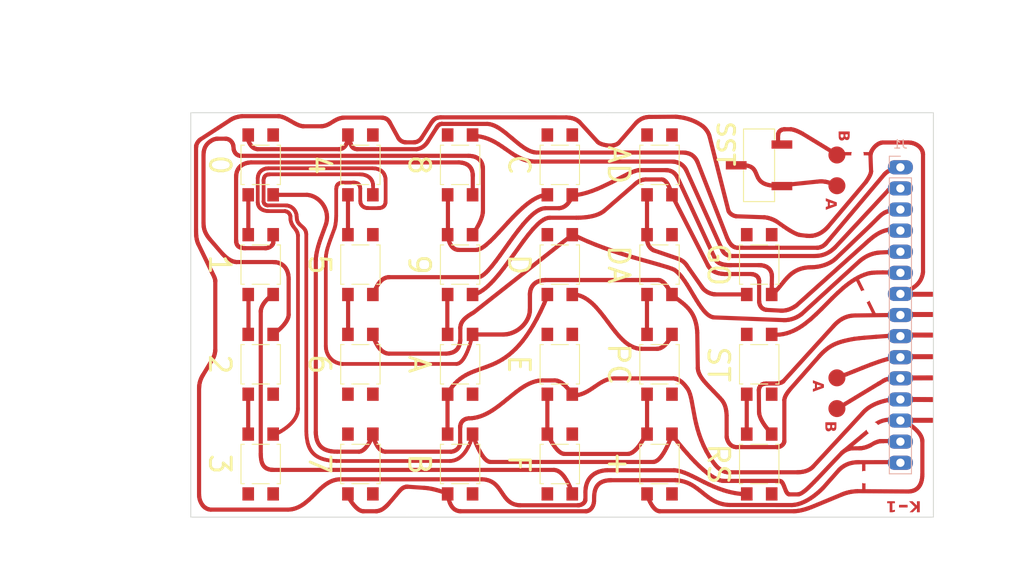
<source format=kicad_pcb>
(kicad_pcb (version 20221018) (generator pcbnew)
  (layers (0 "F.Cu" signal) (31 "B.Cu" signal) (34 "B.Paste" user) (35 "F.Paste" user) (37 "F.SilkS" user "F.Silkscreen") (38 "B.Mask" user) (39 "F.Mask" user) (44 "Edge.Cuts" user))
  (net 0 "")
  (net 1 "ROW0")
  (net 2 "COLF")
  (net 3 "COLB")
  (net 4 "COLE")
  (net 5 "COLA")
  (net 6 "ST")
  (net 7 "VCC")
  (net 8 "RS")
  (net 9 "COLD")
  (net 10 "SST")
  (net 11 "NMI")
  (net 12 "COLG")
  (net 13 "ROW2")
  (net 14 "COLC")
  (net 15 "ROW1")
  (footprint "KIM-1:MountingHole_1.5mm" (layer "F.Cu") (at 173.87 117.37)
    (fp_text reference "H14" hide)
    (fp_text value "MountingHole_1.5mm" hide)
  )
  (footprint "KIM-1:MountingHole_2.5mm" (layer "F.Cu") (at 143.2 75.36)
    (fp_text reference "H6" hide)
    (fp_text value "MountingHole_2.5mm" hide)
  )
  (footprint "KIM-1:SW_SPST_TL3305A" (layer "F.Cu") (at 125.21 103.79 -90)
    (fp_text reference "SW11" hide)
    (fp_text value "A")
  )
  (footprint "KIM-1:MountingHole_2mm" (layer "F.Cu") (at 155.2 109.86)
    (fp_text reference "H10" hide)
    (fp_text value "MountingHole_2mm" hide)
  )
  (footprint "KIM-1:SW_SPST_TL3305A" (layer "F.Cu") (at 101.21 79.79 -90)
    (fp_text reference "SW1" hide)
    (fp_text value "0")
  )
  (footprint "KIM-1:SW_SPST_TL3305A" (layer "F.Cu") (at 137.21 91.79 -90)
    (fp_text reference "SW14" hide)
    (fp_text value "D")
  )
  (footprint "KIM-1:MountingHole_2.5mm" (layer "F.Cu") (at 166.2 85.86)
    (fp_text reference "H8" hide)
    (fp_text value "MountingHole_2.5mm" hide)
  )
  (footprint "KIM-1:MountingHole_2mm" (layer "F.Cu") (at 107.2 85.86)
    (fp_text reference "H9" hide)
    (fp_text value "MountingHole_2mm" hide)
  )
  (footprint "KIM-1:SW_SPST_TL3305A" (layer "F.Cu") (at 113.21 115.79 -90)
    (fp_text reference "SW8" hide)
    (fp_text value "7")
  )
  (footprint "KIM-1:SW_SPST_TL3305A" (layer "F.Cu") (at 161.21 91.79 -90)
    (fp_text reference "SW20" hide)
    (fp_text value "GO")
  )
  (footprint "KIM-1:MountingHole_2.5mm" (layer "F.Cu") (at 143.2 120.36)
    (fp_text reference "H7" hide)
    (fp_text value "MountingHole_2.5mm" hide)
  )
  (footprint "KIM-1:SW_SPST_TL3305A" (layer "F.Cu") (at 149.21 115.79 -90)
    (fp_text reference "SW19" hide)
    (fp_text value "+")
  )
  (footprint "KIM-1:MountingHole_1.5mm" (layer "F.Cu") (at 173.04 78.54)
    (fp_text reference "H11" hide)
    (fp_text value "MountingHole_1.5mm" hide)
  )
  (footprint "KIM-1:SW_SPST_TL3305A" (layer "F.Cu") (at 149.21 91.79 -90)
    (fp_text reference "SW18" hide)
    (fp_text value "DA")
  )
  (footprint "KIM-1:SW_SPST_TL3305A" (layer "F.Cu") (at 137.21 115.79 -90)
    (fp_text reference "SW16" hide)
    (fp_text value "F")
  )
  (footprint "KIM-1:MountingHole_2.5mm" (layer "F.Cu") (at 166.2 109.86)
    (fp_text reference "H9" hide)
    (fp_text value "MountingHole_2.5mm" hide)
  )
  (footprint "KIM-1:MountingHole_1.5mm" (layer "F.Cu") (at 174.85 111.47)
    (fp_text reference "H13" hide)
    (fp_text value "MountingHole_1.5mm" hide)
  )
  (footprint "KIM-1:SW_SPST_TL3305A" (layer "F.Cu") (at 101.21 115.79 -90)
    (fp_text reference "SW4" hide)
    (fp_text value "3")
  )
  (footprint "KIM-1:SW_SPST_TL3305A" (layer "F.Cu") (at 149.21 103.79 -90)
    (fp_text reference "SW21" hide)
    (fp_text value "PC")
  )
  (footprint "KIM-1:MountingHole_2.5mm" (layer "F.Cu") (at 131.2 97.86)
    (fp_text reference "H5" hide)
    (fp_text value "MountingHole_2.5mm" hide)
  )
  (footprint "KIM-1:MountingHole_2.5mm" (layer "F.Cu") (at 96.2 85.86)
    (fp_text reference "H1" hide)
    (fp_text value "MountingHole_2.5mm" hide)
  )
  (footprint "KIM-1:MountingHole_2.5mm" (layer "F.Cu") (at 119.2 120.36)
    (fp_text reference "H4" hide)
    (fp_text value "MountingHole_2.5mm" hide)
  )
  (footprint "KIM-1:SW_SPST_TL3305A" (layer "F.Cu") (at 125.21 91.79 -90)
    (fp_text reference "SW10" hide)
    (fp_text value "9")
  )
  (footprint "KIM-1:SW_SPST_TL3305A" (layer "F.Cu") (at 161.21 103.79 -90)
    (fp_text reference "SW22" hide)
    (fp_text value "ST")
  )
  (footprint "KIM-1:SW_SPST_TL3305A" (layer "F.Cu") (at 149.21 79.79 -90)
    (fp_text reference "SW17" hide)
    (fp_text value "AD")
  )
  (footprint "KIM-1:SW_SPST_TL3305A" (layer "F.Cu") (at 161.21 115.79 -90)
    (fp_text reference "SW23" hide)
    (fp_text value "RS")
  )
  (footprint "KIM-1:SW_SPST_TL3305A" (layer "F.Cu") (at 113.21 103.79 -90)
    (fp_text reference "SW7" hide)
    (fp_text value "6")
  )
  (footprint "KIM-1:SW_SPST_TL3305A" (layer "F.Cu") (at 101.21 103.79 -90)
    (fp_text reference "SW3" hide)
    (fp_text value "2")
  )
  (footprint "KIM-1:SW_SPST_TL3305A" (layer "F.Cu") (at 113.21 91.79 -90)
    (fp_text reference "SW6" hide)
    (fp_text value "5")
  )
  (footprint "KIM-1:MountingHole_1.25mm" (layer "F.Cu") (at 177.14 75.14)
    (fp_text reference "H11" hide)
    (fp_text value "MountingHole_1.25mm" hide)
  )
  (footprint "KIM-1:SW_SPST_TL3305A" (layer "F.Cu") (at 137.21 79.79 -90)
    (fp_text reference "SW13" hide)
    (fp_text value "C")
  )
  (footprint "KIM-1:MountingHole_2.5mm" (layer "F.Cu") (at 119.2 75.36)
    (fp_text reference "H3" hide)
    (fp_text value "MountingHole_2.5mm" hide)
  )
  (footprint "KIM-1:SW_SPST_TL3305A" (layer "F.Cu") (at 137.21 103.79 -90)
    (fp_text reference "SW15" hide)
    (fp_text value "E")
  )
  (footprint "KIM-1:SW_SPST_TL3305A" (layer "F.Cu") (at 101.21 91.79 -90)
    (fp_text reference "SW2" hide)
    (fp_text value "1")
  )
  (footprint "KIM-1:SW_SPST_TL3305A" (layer "F.Cu") (at 113.21 79.79 -90)
    (fp_text reference "SW5" hide)
    (fp_text value "4")
  )
  (footprint "KIM-1:SW_SPST_TL3305A" (layer "F.Cu") (at 125.21 115.79 -90)
    (fp_text reference "SW12" hide)
    (fp_text value "B")
  )
  (footprint "KIM-1:MountingHole_1.5mm" (layer "F.Cu") (at 173.91 95.62)
    (fp_text reference "H12" hide)
    (fp_text value "MountingHole_1.5mm" hide)
  )
  (footprint "KIM-1:MountingHole_2.5mm" (layer "F.Cu") (at 96.2 109.86)
    (fp_text reference "H2" hide)
    (fp_text value "MountingHole_2.5mm" hide)
  )
  (footprint "KIM-1:SW_SPST_TL3305A" (layer "F.Cu") (at 125.21 79.79 -90)
    (fp_text reference "SW9" hide)
    (fp_text value "8")
  )
  (footprint "KIM-1:JS102011SCQN" (layer "F.Cu") (at 161.19 79.84 90)
    (fp_text reference "SW24" hide)
    (fp_text value "SST")
  )
  (footprint "KIM-1:PinHeader_1x15_P2.54mm_Vertical" (layer "B.Cu") (at 178.2 80.08 180)
    (fp_text reference "J1")
    (fp_text value "Keyboard Connector" hide)
  )
  (gr_rect (start 92.794705 73.511322) (end 182.170193 122.186804) (stroke (width 0.1)) (fill none) (layer "Edge.Cuts"))
  (gr_text "B" (at 170.55 75.6 270) (layer "F.Cu") (effects (font (size 1.3 1.3) (thickness 0.25) bold) (justify left bottom)))
  (gr_text "A" (at 167.45 105.7 270) (layer "F.Cu") (effects (font (size 1.3 1.3) (thickness 0.25) bold) (justify left bottom)))
  (gr_text "-" (at 179.25 119.95 180) (layer "F.Cu") (effects (font (size 1.6 2.4) (thickness 0.25) bold) (justify left bottom)))
  (gr_text "K" (at 180.7 120.05 180) (layer "F.Cu") (effects (font (size 1.3 1.3) (thickness 0.25) bold) (justify left bottom)))
  (gr_text "A" (at 169 83.8 270) (layer "F.Cu") (effects (font (size 1.3 1.3) (thickness 0.25) bold) (justify left bottom)))
  (gr_text "1" (at 177.75 120.05 180) (layer "F.Cu") (effects (font (size 1.3 1.3) (thickness 0.25) bold) (justify left bottom)))
  (gr_text "B" (at 168.95 110.6 270) (layer "F.Cu") (effects (font (size 1.3 1.3) (thickness 0.25) bold) (justify left bottom)))
  (segment (start 153.274701 78.731267) (end 153.221115 78.686983) (width 0.499998) (layer "F.Cu") (net 1))
  (segment (start 177.133137 80.353756) (end 176.972708 80.427768) (width 0.499998) (layer "F.Cu") (net 1))
  (segment (start 168.525327 89.708067) (end 168.450819 89.728572) (width 0.499998) (layer "F.Cu") (net 1))
  (segment (start 122.913961 74.869149) (end 122.88687 74.874264) (width 0.499998) (layer "F.Cu") (net 1))
  (segment (start 100.75926 77.890743) (end 100.666071 77.873519) (width 0.499998) (layer "F.Cu") (net 1))
  (segment (start 111.242116 77.664834) (end 111.175071 77.718647) (width 0.499998) (layer "F.Cu") (net 1))
  (segment (start 132.19297 77.196361) (end 131.44495 76.572029) (width 0.499998) (layer "F.Cu") (net 1))
  (segment (start 111.409938 77.474673) (end 111.359296 77.542251) (width 0.499998) (layer "F.Cu") (net 1))
  (segment (start 99.878297 77.205057) (end 99.798856 77.051727) (width 0.499998) (layer "F.Cu") (net 1))
  (segment (start 153.110242 78.606814) (end 153.053033 78.570793) (width 0.499998) (layer "F.Cu") (net 1))
  (segment (start 111.715559 88.24985) (end 111.715407 83.267741) (width 0.499998) (layer "F.Cu") (net 1))
  (segment (start 111.731142 100.27677) (end 111.730986 95.294661) (width 0.499998) (layer "F.Cu") (net 1))
  (segment (start 110.844646 77.870152) (end 110.745216 77.889113) (width 0.499998) (layer "F.Cu") (net 1))
  (segment (start 128.464182 74.858319) (end 123.065756 74.858319) (width 0.499998) (layer "F.Cu") (net 1))
  (segment (start 112.690046 77.884478) (end 112.609693 77.868068) (width 0.499998) (layer "F.Cu") (net 1))
  (segment (start 158.527523 89.756161) (end 158.462935 89.746625) (width 0.499998) (layer "F.Cu") (net 1))
  (segment (start 122.640745 74.995255) (end 122.621694 75.01213) (width 0.499998) (layer "F.Cu") (net 1))
  (segment (start 112.111195 77.44611) (end 112.08405 77.384759) (width 0.499998) (layer "F.Cu") (net 1))
  (segment (start 120.166653 77.862137) (end 120.062298 77.884125) (width 0.499998) (layer "F.Cu") (net 1))
  (segment (start 153.377978 78.828582) (end 153.327001 78.778444) (width 0.499998) (layer "F.Cu") (net 1))
  (segment (start 122.476378 75.182294) (end 122.440057 75.234591) (width 0.499998) (layer "F.Cu") (net 1))
  (segment (start 129.947544 75.403956) (end 129.760965 75.289039) (width 0.499998) (layer "F.Cu") (net 1))
  (segment (start 100.338529 77.729814) (end 100.267414 77.678113) (width 0.499998) (layer "F.Cu") (net 1))
  (segment (start 122.764811 74.914559) (end 122.742704 74.92556) (width 0.499998) (layer "F.Cu") (net 1))
  (segment (start 99.798856 77.051727) (end 99.731956 76.898904) (width 0.499998) (layer "F.Cu") (net 1))
  (segment (start 129.388615 75.093208) (end 129.202918 75.014709) (width 0.499998) (layer "F.Cu") (net 1))
  (segment (start 176.658202 80.606175) (end 176.582986 80.657476) (width 0.499998) (layer "F.Cu") (net 1))
  (segment (start 100.49347 77.815457) (end 100.413846 77.775791) (width 0.499998) (layer "F.Cu") (net 1))
  (segment (start 131.44495 76.572029) (end 130.695682 75.948812) (width 0.499998) (layer "F.Cu") (net 1))
  (segment (start 158.400737 89.733929) (end 158.340853 89.718181) (width 0.499998) (layer "F.Cu") (net 1))
  (segment (start 112.535949 77.846065) (end 112.46846 77.818772) (width 0.499998) (layer "F.Cu") (net 1))
  (segment (start 99.705729 112.260748) (end 99.705572 107.278643) (width 0.499998) (layer "F.Cu") (net 1))
  (segment (start 153.567875 79.060118) (end 153.52258 78.997448) (width 0.499998) (layer "F.Cu") (net 1))
  (segment (start 152.557903 78.371055) (end 152.425133 78.343162) (width 0.499998) (layer "F.Cu") (net 1))
  (segment (start 100.137363 77.559875) (end 100.078213 77.49451) (width 0.499998) (layer "F.Cu") (net 1))
  (segment (start 99.731956 76.898904) (end 99.676744 76.75127) (width 0.499998) (layer "F.Cu") (net 1))
  (segment (start 153.427593 78.881749) (end 153.377978 78.828582) (width 0.499998) (layer "F.Cu") (net 1))
  (segment (start 123.03304 74.858518) (end 123.001556 74.859701) (width 0.499998) (layer "F.Cu") (net 1))
  (segment (start 153.770826 79.424414) (end 153.733502 79.344532) (width 0.499998) (layer "F.Cu") (net 1))
  (segment (start 157.980255 89.531576) (end 157.936221 89.495307) (width 0.499998) (layer "F.Cu") (net 1))
  (segment (start 157.81371 89.374467) (end 157.739288 89.284961) (width 0.499998) (layer "F.Cu") (net 1))
  (segment (start 112.46846 77.818772) (end 112.406872 77.786488) (width 0.499998) (layer "F.Cu") (net 1))
  (segment (start 123.001556 74.859701) (end 122.97125 74.861868) (width 0.499998) (layer "F.Cu") (net 1))
  (segment (start 112.141405 77.504882) (end 112.111195 77.44611) (width 0.499998) (layer "F.Cu") (net 1))
  (segment (start 122.621694 75.01213) (end 122.584504 75.048812) (width 0.499998) (layer "F.Cu") (net 1))
  (segment (start 100.857184 77.899317) (end 100.75926 77.890743) (width 0.499998) (layer "F.Cu") (net 1))
  (segment (start 169.160273 89.331168) (end 169.095903 89.389494) (width 0.499998) (layer "F.Cu") (net 1))
  (segment (start 157.605176 89.088374) (end 157.544302 88.983024) (width 0.499998) (layer "F.Cu") (net 1))
  (segment (start 158.227734 89.677961) (end 158.174349 89.653706) (width 0.499998) (layer "F.Cu") (net 1))
  (segment (start 152.010199 78.303576) (end 134.405737 78.303576) (width 0.499998) (layer "F.Cu") (net 1))
  (segment (start 100.57751 77.848228) (end 100.49347 77.815457) (width 0.499998) (layer "F.Cu") (net 1))
  (segment (start 120.564079 77.7109) (end 120.467936 77.758156) (width 0.499998) (layer "F.Cu") (net 1))
  (segment (start 153.327001 78.778444) (end 153.274701 78.731267) (width 0.499998) (layer "F.Cu") (net 1))
  (segment (start 111.618393 77.018704) (end 111.593745 77.097733) (width 0.499998) (layer "F.Cu") (net 1))
  (segment (start 110.937094 77.843029) (end 110.844646 77.870152) (width 0.499998) (layer "F.Cu") (net 1))
  (segment (start 120.74929 77.597629) (end 120.657899 77.657383) (width 0.499998) (layer "F.Cu") (net 1))
  (segment (start 99.922986 77.280448) (end 99.878297 77.205057) (width 0.499998) (layer "F.Cu") (net 1))
  (segment (start 129.760965 75.289039) (end 129.574643 75.185054) (width 0.499998) (layer "F.Cu") (net 1))
  (segment (start 128.648184 74.871362) (end 128.464182 74.858319) (width 0.499998) (layer "F.Cu") (net 1))
  (segment (start 111.803539 76.360022) (end 111.777211 76.298405) (width 0.499998) (layer "F.Cu") (net 1))
  (segment (start 100.078213 77.49451) (end 100.022838 77.42576) (width 0.499998) (layer "F.Cu") (net 1))
  (segment (start 134.041938 78.255135) (end 133.859121 78.205069) (width 0.499998) (layer "F.Cu") (net 1))
  (segment (start 168.302439 89.756108) (end 168.229071 89.763031) (width 0.499998) (layer "F.Cu") (net 1))
  (segment (start 110.745216 77.889113) (end 110.638552 77.899317) (width 0.499998) (layer "F.Cu") (net 1))
  (segment (start 121.380022 76.897784) (end 121.311946 77.006617) (width 0.499998) (layer "F.Cu") (net 1))
  (segment (start 111.30344 77.605837) (end 111.242116 77.664834) (width 0.499998) (layer "F.Cu") (net 1))
  (segment (start 122.584504 75.048812) (end 122.548173 75.089402) (width 0.499998) (layer "F.Cu") (net 1))
  (segment (start 152.935261 78.506533) (end 152.874776 78.478156) (width 0.499998) (layer "F.Cu") (net 1))
  (segment (start 152.150972 78.309973) (end 152.010199 78.303576) (width 0.499998) (layer "F.Cu") (net 1))
  (segment (start 122.94207 74.865017) (end 122.913961 74.869149) (width 0.499998) (layer "F.Cu") (net 1))
  (segment (start 111.022813 77.80834) (end 110.937094 77.843029) (width 0.499998) (layer "F.Cu") (net 1))
  (segment (start 112.037535 77.255528) (end 111.999023 77.119599) (width 0.499998) (layer "F.Cu") (net 1))
  (segment (start 120.062298 77.884125) (end 119.95616 77.899739) (width 0.499998) (layer "F.Cu") (net 1))
  (segment (start 169.029403 89.443834) (end 168.961023 89.494135) (width 0.499998) (layer "F.Cu") (net 1))
  (segment (start 111.747922 76.239332) (end 111.715315 76.183106) (width 0.499998) (layer "F.Cu") (net 1))
  (segment (start 111.657595 76.861768) (end 111.618393 77.018704) (width 0.499998) (layer "F.Cu") (net 1))
  (segment (start 169.281615 89.202777) (end 169.22226 89.268911) (width 0.499998) (layer "F.Cu") (net 1))
  (segment (start 132.565768 77.484806) (end 132.19297 77.196361) (width 0.499998) (layer "F.Cu") (net 1))
  (segment (start 122.548173 75.089402) (end 122.512274 75.133897) (width 0.499998) (layer "F.Cu") (net 1))
  (segment (start 153.653877 79.19544) (end 153.611654 79.126092) (width 0.499998) (layer "F.Cu") (net 1))
  (segment (start 168.450819 89.728572) (end 168.376439 89.744604) (width 0.499998) (layer "F.Cu") (net 1))
  (segment (start 168.673726 89.653854) (end 168.599713 89.683143) (width 0.499998) (layer "F.Cu") (net 1))
  (segment (start 134.405737 78.303576) (end 134.224155 78.288373) (width 0.499998) (layer "F.Cu") (net 1))
  (segment (start 168.156584 89.765318) (end 158.66416 89.765318) (width 0.499998) (layer "F.Cu") (net 1))
  (segment (start 158.122984 89.626831) (end 158.073562 89.597446) (width 0.499998) (layer "F.Cu") (net 1))
  (segment (start 111.565395 77.176342) (end 111.533092 77.253937) (width 0.499998) (layer "F.Cu") (net 1))
  (segment (start 129.574643 75.185054) (end 129.388615 75.093208) (width 0.499998) (layer "F.Cu") (net 1))
  (segment (start 168.891014 89.540341) (end 168.819627 89.582399) (width 0.499998) (layer "F.Cu") (net 1))
  (segment (start 121.166027 77.206095) (end 121.088401 77.296694) (width 0.499998) (layer "F.Cu") (net 1))
  (segment (start 134.224155 78.288373) (end 134.041938 78.255135) (width 0.499998) (layer "F.Cu") (net 1))
  (segment (start 152.289387 78.322985) (end 152.150972 78.309973) (width 0.499998) (layer "F.Cu") (net 1))
  (segment (start 177.729257 80.14717) (end 177.59279 80.18641) (width 0.499998) (layer "F.Cu") (net 1))
  (segment (start 132.937361 77.744561) (end 132.565768 77.484806) (width 0.499998) (layer "F.Cu") (net 1))
  (segment (start 158.02601 89.565658) (end 157.980255 89.531576) (width 0.499998) (layer "F.Cu") (net 1))
  (segment (start 111.90315 76.695739) (end 111.868293 76.557132) (width 0.499998) (layer "F.Cu") (net 1))
  (segment (start 157.431953 88.762545) (end 157.328184 88.534796) (width 0.499998) (layer "F.Cu") (net 1))
  (segment (start 99.597971 76.49029) (end 99.555712 76.306238) (width 0.499998) (layer "F.Cu") (net 1))
  (segment (start 153.806441 79.507945) (end 153.770826 79.424414) (width 0.499998) (layer "F.Cu") (net 1))
  (segment (start 158.073562 89.597446) (end 158.02601 89.565658) (width 0.499998) (layer "F.Cu") (net 1))
  (segment (start 99.971131 77.354211) (end 99.922986 77.280448) (width 0.499998) (layer "F.Cu") (net 1))
  (segment (start 120.467936 77.758156) (end 120.369579 77.79913) (width 0.499998) (layer "F.Cu") (net 1))
  (segment (start 111.496583 77.32992) (end 111.455616 77.403697) (width 0.499998) (layer "F.Cu") (net 1))
  (segment (start 111.712616 76.442825) (end 111.702688 76.569065) (width 0.499998) (layer "F.Cu") (net 1))
  (segment (start 122.512274 75.133897) (end 122.476378 75.182294) (width 0.499998) (layer "F.Cu") (net 1))
  (segment (start 112.406872 77.786488) (end 112.350831 77.749516) (width 0.499998) (layer "F.Cu") (net 1))
  (segment (start 177.291868 80.289197) (end 177.133137 80.353756) (width 0.499998) (layer "F.Cu") (net 1))
  (segment (start 111.685021 76.710301) (end 111.657595 76.861768) (width 0.499998) (layer "F.Cu") (net 1))
  (segment (start 176.972708 80.427768) (end 176.813443 80.511738) (width 0.499998) (layer "F.Cu") (net 1))
  (segment (start 153.053033 78.570793) (end 152.994693 78.537389) (width 0.499998) (layer "F.Cu") (net 1))
  (segment (start 176.245245 80.957341) (end 169.281615 89.202777) (width 0.499998) (layer "F.Cu") (net 1))
  (segment (start 122.364424 75.350871) (end 121.380022 76.897784) (width 0.499998) (layer "F.Cu") (net 1))
  (segment (start 178.171881 80.049958) (end 178.11507 80.059409) (width 0.499998) (layer "F.Cu") (net 1))
  (segment (start 111.102055 77.766681) (end 111.022813 77.80834) (width 0.499998) (layer "F.Cu") (net 1))
  (segment (start 157.544302 88.983024) (end 157.486759 88.874126) (width 0.499998) (layer "F.Cu") (net 1))
  (segment (start 121.088401 77.296694) (end 121.007806 77.38117) (width 0.499998) (layer "F.Cu") (net 1))
  (segment (start 99.555712 76.306238) (end 99.543143 76.236565) (width 0.499998) (layer "F.Cu") (net 1))
  (segment (start 99.723164 88.248139) (end 99.723009 83.26603) (width 0.499998) (layer "F.Cu") (net 1))
  (segment (start 153.221115 78.686983) (end 153.166283 78.645521) (width 0.499998) (layer "F.Cu") (net 1))
  (segment (start 112.777364 77.894994) (end 112.690046 77.884478) (width 0.499998) (layer "F.Cu") (net 1))
  (segment (start 120.269116 77.833798) (end 120.166653 77.862137) (width 0.499998) (layer "F.Cu") (net 1))
  (segment (start 99.632367 76.613505) (end 99.597971 76.49029) (width 0.499998) (layer "F.Cu") (net 1))
  (segment (start 122.660171 74.979359) (end 122.640745 74.995255) (width 0.499998) (layer "F.Cu") (net 1))
  (segment (start 110.638552 77.899317) (end 100.857184 77.899317) (width 0.499998) (layer "F.Cu") (net 1))
  (segment (start 130.321323 75.661761) (end 129.947544 75.403956) (width 0.499998) (layer "F.Cu") (net 1))
  (segment (start 99.742695 100.307326) (end 99.742539 95.325221) (width 0.499998) (layer "F.Cu") (net 1))
  (segment (start 133.307452 77.965972) (end 133.122613 77.860663) (width 0.499998) (layer "F.Cu") (net 1))
  (segment (start 129.202918 75.014709) (end 129.017589 74.950764) (width 0.499998) (layer "F.Cu") (net 1))
  (segment (start 176.582986 80.657476) (end 176.509848 80.711583) (width 0.499998) (layer "F.Cu") (net 1))
  (segment (start 129.017589 74.950764) (end 128.832665 74.902579) (width 0.499998) (layer "F.Cu") (net 1))
  (segment (start 122.680027 74.96444) (end 122.660171 74.979359) (width 0.499998) (layer "F.Cu") (net 1))
  (segment (start 152.750801 78.428566) (end 152.687387 78.407214) (width 0.499998) (layer "F.Cu") (net 1))
  (segment (start 158.462935 89.746625) (end 158.400737 89.733929) (width 0.499998) (layer "F.Cu") (net 1))
  (segment (start 168.819627 89.582399) (end 168.747114 89.620255) (width 0.499998) (layer "F.Cu") (net 1))
  (segment (start 111.777211 76.298405) (end 111.747922 76.239332) (width 0.499998) (layer "F.Cu") (net 1))
  (segment (start 177.59279 80.18641) (end 177.446039 80.233584) (width 0.499998) (layer "F.Cu") (net 1))
  (segment (start 112.212437 77.613485) (end 112.175034 77.560774) (width 0.499998) (layer "F.Cu") (net 1))
  (segment (start 122.835528 74.887438) (end 122.81117 74.895498) (width 0.499998) (layer "F.Cu") (net 1))
  (segment (start 133.859121 78.205069) (end 133.675743 78.139382) (width 0.499998) (layer "F.Cu") (net 1))
  (segment (start 157.486759 88.874126) (end 157.431953 88.762545) (width 0.499998) (layer "F.Cu") (net 1))
  (segment (start 122.787615 74.904538) (end 122.764811 74.914559) (width 0.499998) (layer "F.Cu") (net 1))
  (segment (start 176.735141 80.557617) (end 176.658202 80.606175) (width 0.499998) (layer "F.Cu") (net 1))
  (segment (start 176.306489 80.891375) (end 176.245245 80.957341) (width 0.499998) (layer "F.Cu") (net 1))
  (segment (start 111.868293 76.557132) (end 111.848725 76.489688) (width 0.499998) (layer "F.Cu") (net 1))
  (segment (start 168.961023 89.494135) (end 168.891014 89.540341) (width 0.499998) (layer "F.Cu") (net 1))
  (segment (start 153.733502 79.344532) (end 153.694506 79.26823) (width 0.499998) (layer "F.Cu") (net 1))
  (segment (start 177.85258 80.115356) (end 177.729257 80.14717) (width 0.499998) (layer "F.Cu") (net 1))
  (segment (start 176.439148 80.76856) (end 176.371242 80.828469) (width 0.499998) (layer "F.Cu") (net 1))
  (segment (start 152.994693 78.537389) (end 152.935261 78.506533) (width 0.499998) (layer "F.Cu") (net 1))
  (segment (start 112.609693 77.868068) (end 112.535949 77.846065) (width 0.499998) (layer "F.Cu") (net 1))
  (segment (start 112.175034 77.560774) (end 112.141405 77.504882) (width 0.499998) (layer "F.Cu") (net 1))
  (segment (start 168.747114 89.620255) (end 168.673726 89.653854) (width 0.499998) (layer "F.Cu") (net 1))
  (segment (start 111.717329 76.254389) (end 111.712616 76.442825) (width 0.499998) (layer "F.Cu") (net 1))
  (segment (start 111.999023 77.119599) (end 111.965679 76.979384) (width 0.499998) (layer "F.Cu") (net 1))
  (segment (start 111.533092 77.253937) (end 111.496583 77.32992) (width 0.499998) (layer "F.Cu") (net 1))
  (segment (start 152.874776 78.478156) (end 152.813277 78.45219) (width 0.499998) (layer "F.Cu") (net 1))
  (segment (start 111.827259 76.423884) (end 111.803539 76.360022) (width 0.499998) (layer "F.Cu") (net 1))
  (segment (start 122.700365 74.950501) (end 122.680027 74.96444) (width 0.499998) (layer "F.Cu") (net 1))
  (segment (start 157.739288 89.284961) (end 157.669974 89.189308) (width 0.499998) (layer "F.Cu") (net 1))
  (segment (start 169.095903 89.389494) (end 169.029403 89.443834) (width 0.499998) (layer "F.Cu") (net 1))
  (segment (start 122.402881 75.290784) (end 122.364424 75.350871) (width 0.499998) (layer "F.Cu") (net 1))
  (segment (start 152.813277 78.45219) (end 152.750801 78.428566) (width 0.499998) (layer "F.Cu") (net 1))
  (segment (start 133.491841 78.05928) (end 133.307452 77.965972) (width 0.499998) (layer "F.Cu") (net 1))
  (segment (start 122.742704 74.92556) (end 122.72124 74.937541) (width 0.499998) (layer "F.Cu") (net 1))
  (segment (start 157.853023 89.416645) (end 157.81371 89.374467) (width 0.499998) (layer "F.Cu") (net 1))
  (segment (start 100.022838 77.42576) (end 99.971131 77.354211) (width 0.499998) (layer "F.Cu") (net 1))
  (segment (start 177.446039 80.233584) (end 177.291868 80.289197) (width 0.499998) (layer "F.Cu") (net 1))
  (segment (start 112.872 77.899315) (end 112.777364 77.894994) (width 0.499998) (layer "F.Cu") (net 1))
  (segment (start 153.611654 79.126092) (end 153.567875 79.060118) (width 0.499998) (layer "F.Cu") (net 1))
  (segment (start 112.253967 77.662714) (end 112.212437 77.613485) (width 0.499998) (layer "F.Cu") (net 1))
  (segment (start 111.359296 77.542251) (end 111.30344 77.605837) (width 0.499998) (layer "F.Cu") (net 1))
  (segment (start 121.311946 77.006617) (end 121.240578 77.109395) (width 0.499998) (layer "F.Cu") (net 1))
  (segment (start 122.81117 74.895498) (end 122.787615 74.904538) (width 0.499998) (layer "F.Cu") (net 1))
  (segment (start 122.97125 74.861868) (end 122.94207 74.865017) (width 0.499998) (layer "F.Cu") (net 1))
  (segment (start 122.440057 75.234591) (end 122.402881 75.290784) (width 0.499998) (layer "F.Cu") (net 1))
  (segment (start 111.965679 76.979384) (end 111.90315 76.695739) (width 0.499998) (layer "F.Cu") (net 1))
  (segment (start 112.350831 77.749516) (end 112.29998 77.708158) (width 0.499998) (layer "F.Cu") (net 1))
  (segment (start 153.475806 78.938015) (end 153.427593 78.881749) (width 0.499998) (layer "F.Cu") (net 1))
  (segment (start 169.22226 89.268911) (end 169.160273 89.331168) (width 0.499998) (layer "F.Cu") (net 1))
  (segment (start 100.666071 77.873519) (end 100.57751 77.848228) (width 0.499998) (layer "F.Cu") (net 1))
  (segment (start 176.509848 80.711583) (end 176.439148 80.76856) (width 0.499998) (layer "F.Cu") (net 1))
  (segment (start 158.174349 89.653706) (end 158.122984 89.626831) (width 0.499998) (layer "F.Cu") (net 1))
  (segment (start 153.694506 79.26823) (end 153.653877 79.19544) (width 0.499998) (layer "F.Cu") (net 1))
  (segment (start 112.29998 77.708158) (end 112.253967 77.662714) (width 0.499998) (layer "F.Cu") (net 1))
  (segment (start 119.95616 77.899739) (end 112.872 77.899315) (width 0.499998) (layer "F.Cu") (net 1))
  (segment (start 133.122613 77.860663) (end 132.937361 77.744561) (width 0.499998) (layer "F.Cu") (net 1))
  (segment (start 111.455616 77.403697) (end 111.409938 77.474673) (width 0.499998) (layer "F.Cu") (net 1))
  (segment (start 158.28321 89.699489) (end 158.227734 89.677961) (width 0.499998) (layer "F.Cu") (net 1))
  (segment (start 157.669974 89.189308) (end 157.605176 89.088374) (width 0.499998) (layer "F.Cu") (net 1))
  (segment (start 100.267414 77.678113) (end 100.200394 77.621271) (width 0.499998) (layer "F.Cu") (net 1))
  (segment (start 176.371242 80.828469) (end 176.306489 80.891375) (width 0.499998) (layer "F.Cu") (net 1))
  (segment (start 153.166283 78.645521) (end 153.110242 78.606814) (width 0.499998) (layer "F.Cu") (net 1))
  (segment (start 111.175071 77.718647) (end 111.102055 77.766681) (width 0.499998) (layer "F.Cu") (net 1))
  (segment (start 111.702688 76.569065) (end 111.685021 76.710301) (width 0.499998) (layer "F.Cu") (net 1))
  (segment (start 152.687387 78.407214) (end 152.557903 78.371055) (width 0.499998) (layer "F.Cu") (net 1))
  (segment (start 122.72124 74.937541) (end 122.700365 74.950501) (width 0.499998) (layer "F.Cu") (net 1))
  (segment (start 157.936221 89.495307) (end 157.893835 89.456961) (width 0.499998) (layer "F.Cu") (net 1))
  (segment (start 100.413846 77.775791) (end 100.338529 77.729814) (width 0.499998) (layer "F.Cu") (net 1))
  (segment (start 158.594573 89.762428) (end 158.527523 89.756161) (width 0.499998) (layer "F.Cu") (net 1))
  (segment (start 177.959898 80.090462) (end 177.85258 80.115356) (width 0.499998) (layer "F.Cu") (net 1))
  (segment (start 112.059614 77.321131) (end 112.037535 77.255528) (width 0.499998) (layer "F.Cu") (net 1))
  (segment (start 153.52258 78.997448) (end 153.475806 78.938015) (width 0.499998) (layer "F.Cu") (net 1))
  (segment (start 123.065756 74.858319) (end 123.03304 74.858518) (width 0.499998) (layer "F.Cu") (net 1))
  (segment (start 121.240578 77.109395) (end 121.166027 77.206095) (width 0.499998) (layer "F.Cu") (net 1))
  (segment (start 168.376439 89.744604) (end 168.302439 89.756108) (width 0.499998) (layer "F.Cu") (net 1))
  (segment (start 157.328184 88.534796) (end 153.806441 79.507945) (width 0.499998) (layer "F.Cu") (net 1))
  (segment (start 120.369579 77.79913) (end 120.269116 77.833798) (width 0.499998) (layer "F.Cu") (net 1))
  (segment (start 121.007806 77.38117) (end 120.924351 77.4595) (width 0.499998) (layer "F.Cu") (net 1))
  (segment (start 111.593745 77.097733) (end 111.565395 77.176342) (width 0.499998) (layer "F.Cu") (net 1))
  (segment (start 158.66416 89.765318) (end 158.594573 89.762428) (width 0.499998) (layer "F.Cu") (net 1))
  (segment (start 120.924351 77.4595) (end 120.838143 77.53166) (width 0.499998) (layer "F.Cu") (net 1))
  (segment (start 120.838143 77.53166) (end 120.74929 77.597629) (width 0.499998) (layer "F.Cu") (net 1))
  (segment (start 128.832665 74.902579) (end 128.648184 74.871362) (width 0.499998) (layer "F.Cu") (net 1))
  (segment (start 120.657899 77.657383) (end 120.564079 77.7109) (width 0.499998) (layer "F.Cu") (net 1))
  (segment (start 168.229071 89.763031) (end 168.156584 89.765318) (width 0.499998) (layer "F.Cu") (net 1))
  (segment (start 111.715311 76.183108) (end 111.717329 76.254389) (width 0.499998) (layer "F.Cu") (net 1))
  (segment (start 178.11507 80.059409) (end 177.959898 80.090462) (width 0.499998) (layer "F.Cu") (net 1))
  (segment (start 152.425133 78.343162) (end 152.289387 78.322985) (width 0.499998) (layer "F.Cu") (net 1))
  (segment (start 157.893835 89.456961) (end 157.853023 89.416645) (width 0.499998) (layer "F.Cu") (net 1))
  (segment (start 111.848725 76.489688) (end 111.827259 76.423884) (width 0.499998) (layer "F.Cu") (net 1))
  (segment (start 112.08405 77.384759) (end 112.059614 77.321131) (width 0.499998) (layer "F.Cu") (net 1))
  (segment (start 122.860743 74.88036) (end 122.835528 74.887438) (width 0.499998) (layer "F.Cu") (net 1))
  (segment (start 130.695682 75.948812) (end 130.321323 75.661761) (width 0.499998) (layer "F.Cu") (net 1))
  (segment (start 176.813443 80.511738) (end 176.735141 80.557617) (width 0.499998) (layer "F.Cu") (net 1))
  (segment (start 133.675743 78.139382) (end 133.491841 78.05928) (width 0.499998) (layer "F.Cu") (net 1))
  (segment (start 122.88687 74.874264) (end 122.860743 74.88036) (width 0.499998) (layer "F.Cu") (net 1))
  (segment (start 168.599713 89.683143) (end 168.525327 89.708067) (width 0.499998) (layer "F.Cu") (net 1))
  (segment (start 99.676744 76.75127) (end 99.632367 76.613505) (width 0.499998) (layer "F.Cu") (net 1))
  (segment (start 100.200394 77.621271) (end 100.137363 77.559875) (width 0.499998) (layer "F.Cu") (net 1))
  (segment (start 158.340853 89.718181) (end 158.28321 89.699489) (width 0.499998) (layer "F.Cu") (net 1))
  (segment (start 99.986986 79.496449) (end 99.871142 79.50609) (width 0.499998) (layer "F.Cu") (net 2))
  (segment (start 176.737967 82.85142) (end 170.345465 89.71538) (width 0.499998) (layer "F.Cu") (net 2))
  (segment (start 101.686215 96.321678) (end 101.623486 96.406303) (width 0.499998) (layer "F.Cu") (net 2))
  (segment (start 102.721251 116.499159) (end 136.486349 116.499316) (width 0.499998) (layer "F.Cu") (net 2))
  (segment (start 137.729678 117.300504) (end 137.820134 117.424725) (width 0.499998) (layer "F.Cu") (net 2))
  (segment (start 136.989417 116.631986) (end 137.106317 116.69868) (width 0.499998) (layer "F.Cu") (net 2))
  (segment (start 156.759421 90.037882) (end 152.47679 80.537644) (width 0.499998) (layer "F.Cu") (net 2))
  (segment (start 98.736239 89.721228) (end 98.783009 89.738444) (width 0.499998) (layer "F.Cu") (net 2))
  (segment (start 151.690721 79.640471) (end 151.632319 79.609) (width 0.499998) (layer "F.Cu") (net 2))
  (segment (start 152.408158 80.394755) (end 152.371145 80.327205) (width 0.499998) (layer "F.Cu") (net 2))
  (segment (start 126.528324 80.223508) (end 126.488598 80.158512) (width 0.499998) (layer "F.Cu") (net 2))
  (segment (start 98.385335 89.434132) (end 98.410763 89.473018) (width 0.499998) (layer "F.Cu") (net 2))
  (segment (start 101.452871 96.674559) (end 101.403604 96.768267) (width 0.499998) (layer "F.Cu") (net 2))
  (segment (start 125.207627 79.50187) (end 125.105794 79.494933) (width 0.499998) (layer "F.Cu") (net 2))
  (segment (start 137.537064 117.068408) (end 137.635306 117.181386) (width 0.499998) (layer "F.Cu") (net 2))
  (segment (start 152.371145 80.327205) (end 152.332393 80.26222) (width 0.499998) (layer "F.Cu") (net 2))
  (segment (start 98.322123 89.30257) (end 98.341008 89.34896) (width 0.499998) (layer "F.Cu") (net 2))
  (segment (start 157.029203 90.41708) (end 156.968249 90.353656) (width 0.499998) (layer "F.Cu") (net 2))
  (segment (start 156.968249 90.353656) (end 156.910969 90.284172) (width 0.499998) (layer "F.Cu") (net 2))
  (segment (start 126.349198 79.981048) (end 126.296032 79.927788) (width 0.499998) (layer "F.Cu") (net 2))
  (segment (start 151.450879 79.527824) (end 151.388471 79.505102) (width 0.499998) (layer "F.Cu") (net 2))
  (segment (start 99.097903 79.727484) (end 99.019873 79.771396) (width 0.499998) (layer "F.Cu") (net 2))
  (segment (start 98.255157 88.967735) (end 98.260765 89.030524) (width 0.499998) (layer "F.Cu") (net 2))
  (segment (start 102.075218 116.388857) (end 102.154153 116.415739) (width 0.499998) (layer "F.Cu") (net 2))
  (segment (start 102.674403 95.387335) (end 102.612491 95.431179) (width 0.499998) (layer "F.Cu") (net 2))
  (segment (start 102.726853 89.078215) (end 102.726853 88.146716) (width 0.499998) (layer "F.Cu") (net 2))
  (segment (start 98.500015 89.575489) (end 98.534065 89.605089) (width 0.499998) (layer "F.Cu") (net 2))
  (segment (start 131.443599 78.403773) (end 130.646996 77.851991) (width 0.499998) (layer "F.Cu") (net 2))
  (segment (start 98.260765 89.030524) (end 98.268604 89.090451) (width 0.499998) (layer "F.Cu") (net 2))
  (segment (start 125.401803 79.525333) (end 125.306301 79.512009) (width 0.499998) (layer "F.Cu") (net 2))
  (segment (start 137.635306 117.181386) (end 137.729678 117.300504) (width 0.499998) (layer "F.Cu") (net 2))
  (segment (start 98.783009 89.738444) (end 98.831873 89.753776) (width 0.499998) (layer "F.Cu") (net 2))
  (segment (start 98.935858 89.778994) (end 98.990964 89.788983) (width 0.499998) (layer "F.Cu") (net 2))
  (segment (start 127.654534 76.390497) (end 127.367554 76.342366) (width 0.499998) (layer "F.Cu") (net 2))
  (segment (start 136.486349 116.499316) (end 136.617344 116.51029) (width 0.499998) (layer "F.Cu") (net 2))
  (segment (start 177.086731 82.70547) (end 177.002215 82.724644) (width 0.499998) (layer "F.Cu") (net 2))
  (segment (start 102.324999 116.458463) (end 102.417099 116.474262) (width 0.499998) (layer "F.Cu") (net 2))
  (segment (start 98.250662 81.250586) (end 98.250662 88.833367) (width 0.499998) (layer "F.Cu") (net 2))
  (segment (start 151.572848 79.57975) (end 151.512353 79.552699) (width 0.499998) (layer "F.Cu") (net 2))
  (segment (start 126.731823 80.936736) (end 126.72305 80.846281) (width 0.499998) (layer "F.Cu") (net 2))
  (segment (start 99.652473 79.538113) (end 99.549572 79.560255) (width 0.499998) (layer "F.Cu") (net 2))
  (segment (start 128.195977 76.525647) (end 127.930428 76.451934) (width 0.499998) (layer "F.Cu") (net 2))
  (segment (start 102.000481 116.358324) (end 102.075218 116.388857) (width 0.499998) (layer "F.Cu") (net 2))
  (segment (start 98.809717 79.921909) (end 98.747518 79.97794) (width 0.499998) (layer "F.Cu") (net 2))
  (segment (start 126.738856 83.343503) (end 126.738856 81.12587) (width 0.499998) (layer "F.Cu") (net 2))
  (segment (start 176.821113 82.79306) (end 176.791031 82.810908) (width 0.499998) (layer "F.Cu") (net 2))
  (segment (start 137.106317 116.69868) (end 137.219578 116.776708) (width 0.499998) (layer "F.Cu") (net 2))
  (segment (start 177.176703 82.689997) (end 177.086731 82.70547) (width 0.499998) (layer "F.Cu") (net 2))
  (segment (start 126.239536 79.877503) (end 126.179722 79.830209) (width 0.499998) (layer "F.Cu") (net 2))
  (segment (start 98.410763 89.473018) (end 98.438357 89.509505) (width 0.499998) (layer "F.Cu") (net 2))
  (segment (start 157.573458 90.703871) (end 157.481884 90.678702) (width 0.499998) (layer "F.Cu") (net 2))
  (segment (start 151.26103 79.466027) (end 151.130388 79.435288) (width 0.499998) (layer "F.Cu") (net 2))
  (segment (start 98.875818 79.868728) (end 98.809717 79.921909) (width 0.499998) (layer "F.Cu") (net 2))
  (segment (start 101.219084 114.585044) (end 101.226 114.80555) (width 0.499998) (layer "F.Cu") (net 2))
  (segment (start 101.367682 115.638718) (end 101.396494 115.714797) (width 0.499998) (layer "F.Cu") (net 2))
  (segment (start 132.699975 79.084558) (end 132.47988 78.991062) (width 0.499998) (layer "F.Cu") (net 2))
  (segment (start 129.827659 77.298798) (end 129.394593 77.042279) (width 0.499998) (layer "F.Cu") (net 2))
  (segment (start 126.116603 79.785922) (end 126.050191 79.744659) (width 0.499998) (layer "F.Cu") (net 2))
  (segment (start 98.990964 89.788983) (end 99.107368 89.803979) (width 0.499998) (layer "F.Cu") (net 2))
  (segment (start 101.983336 89.793772) (end 102.068921 89.772551) (width 0.499998) (layer "F.Cu") (net 2))
  (segment (start 98.362082 89.392797) (end 98.385335 89.434132) (width 0.499998) (layer "F.Cu") (net 2))
  (segment (start 101.219084 97.468695) (end 101.219084 114.585044) (width 0.499998) (layer "F.Cu") (net 2))
  (segment (start 152.160891 80.027481) (end 152.114115 79.974981) (width 0.499998) (layer "F.Cu") (net 2))
  (segment (start 101.542313 115.985137) (end 101.586887 116.044121) (width 0.499998) (layer "F.Cu") (net 2))
  (segment (start 99.107368 89.803979) (end 99.23198 89.812675) (width 0.499998) (layer "F.Cu") (net 2))
  (segment (start 126.62711 80.435792) (end 126.597593 80.362165) (width 0.499998) (layer "F.Cu") (net 2))
  (segment (start 125.980498 79.706434) (end 125.907536 79.671266) (width 0.499998) (layer "F.Cu") (net 2))
  (segment (start 169.605169 90.296434) (end 169.456385 90.381337) (width 0.499998) (layer "F.Cu") (net 2))
  (segment (start 131.848246 78.658529) (end 131.443599 78.403773) (width 0.499998) (layer "F.Cu") (net 2))
  (segment (start 151.912754 79.789035) (end 151.859072 79.748446) (width 0.499998) (layer "F.Cu") (net 2))
  (segment (start 168.355508 90.725197) (end 168.184552 90.742669) (width 0.499998) (layer "F.Cu") (net 2))
  (segment (start 102.217926 95.752813) (end 102.087363 95.874884) (width 0.499998) (layer "F.Cu") (net 2))
  (segment (start 129.169609 76.922644) (end 128.937999 76.810133) (width 0.499998) (layer "F.Cu") (net 2))
  (segment (start 102.701798 89.240986) (end 102.712569 89.201724) (width 0.499998) (layer "F.Cu") (net 2))
  (segment (start 101.750998 96.239703) (end 101.686215 96.321678) (width 0.499998) (layer "F.Cu") (net 2))
  (segment (start 177.977354 82.621087) (end 177.777191 82.638315) (width 0.499998) (layer "F.Cu") (net 2))
  (segment (start 170.048337 89.980486) (end 169.900712 90.096353) (width 0.499998) (layer "F.Cu") (net 2))
  (segment (start 98.251787 88.902034) (end 98.255157 88.967735) (width 0.499998) (layer "F.Cu") (net 2))
  (segment (start 157.670107 90.724168) (end 157.573458 90.703871) (width 0.499998) (layer "F.Cu") (net 2))
  (segment (start 177.271168 82.677573) (end 177.176703 82.689997) (width 0.499998) (layer "F.Cu") (net 2))
  (segment (start 101.741614 116.200097) (end 101.800509 116.245025) (width 0.499998) (layer "F.Cu") (net 2))
  (segment (start 156.857188 90.208481) (end 156.80673 90.126434) (width 0.499998) (layer "F.Cu") (net 2))
  (segment (start 125.494122 79.541827) (end 125.401803 79.525333) (width 0.499998) (layer "F.Cu") (net 2))
  (segment (start 98.945857 79.818517) (end 98.875818 79.868728) (width 0.499998) (layer "F.Cu") (net 2))
  (segment (start 101.813221 89.815492) (end 101.897763 89.808171) (width 0.499998) (layer "F.Cu") (net 2))
  (segment (start 101.341738 115.559283) (end 101.367682 115.638718) (width 0.499998) (layer "F.Cu") (net 2))
  (segment (start 102.525766 89.51617) (end 102.555321 89.485852) (width 0.499998) (layer "F.Cu") (net 2))
  (segment (start 176.924118 82.748173) (end 176.853402 82.77671) (width 0.499998) (layer "F.Cu") (net 2))
  (segment (start 99.450911 79.586325) (end 99.35645 79.616202) (width 0.499998) (layer "F.Cu") (net 2))
  (segment (start 101.730725 89.815482) (end 101.813221 89.815492) (width 0.499998) (layer "F.Cu") (net 2))
  (segment (start 177.002215 82.724644) (end 176.924118 82.748173) (width 0.499998) (layer "F.Cu") (net 2))
  (segment (start 125.583245 79.561474) (end 125.494122 79.541827) (width 0.499998) (layer "F.Cu") (net 2))
  (segment (start 99.759651 79.520018) (end 99.652473 79.538113) (width 0.499998) (layer "F.Cu") (net 2))
  (segment (start 169.000775 90.579623) (end 168.844374 90.628058) (width 0.499998) (layer "F.Cu") (net 2))
  (segment (start 101.563336 96.493425) (end 101.506289 96.582895) (width 0.499998) (layer "F.Cu") (net 2))
  (segment (start 127.930428 76.451934) (end 127.654534 76.390497) (width 0.499998) (layer "F.Cu") (net 2))
  (segment (start 101.258559 97.160498) (end 101.237925 97.262147) (width 0.499998) (layer "F.Cu") (net 2))
  (segment (start 152.443388 80.464894) (end 152.408158 80.394755) (width 0.499998) (layer "F.Cu") (net 2))
  (segment (start 132.926086 79.167664) (end 132.699975 79.084558) (width 0.499998) (layer "F.Cu") (net 2))
  (segment (start 102.154153 116.415739) (end 102.237382 116.438948) (width 0.499998) (layer "F.Cu") (net 2))
  (segment (start 168.008874 90.75326) (end 167.828039 90.757315) (width 0.499998) (layer "F.Cu") (net 2))
  (segment (start 102.513778 116.486326) (end 102.61513 116.494632) (width 0.499998) (layer "F.Cu") (net 2))
  (segment (start 126.710789 80.758591) (end 126.695053 80.673681) (width 0.499998) (layer "F.Cu") (net 2))
  (segment (start 152.291947 80.199779) (end 152.249852 80.139857) (width 0.499998) (layer "F.Cu") (net 2))
  (segment (start 101.634898 116.099624) (end 101.686442 116.151623) (width 0.499998) (layer "F.Cu") (net 2))
  (segment (start 157.992255 90.757315) (end 157.87933 90.750741) (width 0.499998) (layer "F.Cu") (net 2))
  (segment (start 102.339917 95.646194) (end 102.217926 95.752813) (width 0.499998) (layer "F.Cu") (net 2))
  (segment (start 101.396494 115.714797) (end 101.428267 115.7875) (width 0.499998) (layer "F.Cu") (net 2))
  (segment (start 168.184552 90.742669) (end 168.008874 90.75326) (width 0.499998) (layer "F.Cu") (net 2))
  (segment (start 169.306347 90.456607) (end 169.154621 90.522587) (width 0.499998) (layer "F.Cu") (net 2))
  (segment (start 98.46811 89.543644) (end 98.500015 89.575489) (width 0.499998) (layer "F.Cu") (net 2))
  (segment (start 100.107218 79.491213) (end 99.986986 79.496449) (width 0.499998) (layer "F.Cu") (net 2))
  (segment (start 176.763275 82.830334) (end 176.737967 82.85142) (width 0.499998) (layer "F.Cu") (net 2))
  (segment (start 138.278045 118.219045) (end 138.397258 118.477558) (width 0.499998) (layer "F.Cu") (net 2))
  (segment (start 126.653201 80.512265) (end 126.62711 80.435792) (width 0.499998) (layer "F.Cu") (net 2))
  (segment (start 102.315587 89.670489) (end 102.391057 89.624517) (width 0.499998) (layer "F.Cu") (net 2))
  (segment (start 125.831318 79.639169) (end 125.751855 79.610161) (width 0.499998) (layer "F.Cu") (net 2))
  (segment (start 102.087363 95.874884) (end 101.952426 96.011194) (width 0.499998) (layer "F.Cu") (net 2))
  (segment (start 99.871142 79.50609) (end 99.759651 79.520018) (width 0.499998) (layer "F.Cu") (net 2))
  (segment (start 101.285968 97.060133) (end 101.258559 97.160498) (width 0.499998) (layer "F.Cu") (net 2))
  (segment (start 99.179984 79.686902) (end 99.097903 79.727484) (width 0.499998) (layer "F.Cu") (net 2))
  (segment (start 151.325173 79.484511) (end 151.26103 79.466027) (width 0.499998) (layer "F.Cu") (net 2))
  (segment (start 137.219578 116.776708) (end 137.329154 116.865031) (width 0.499998) (layer "F.Cu") (net 2))
  (segment (start 101.237925 97.262147) (end 101.224592 97.36493) (width 0.499998) (layer "F.Cu") (net 2))
  (segment (start 157.481884 90.678702) (end 157.39521 90.648514) (width 0.499998) (layer "F.Cu") (net 2))
  (segment (start 125.105794 79.494933) (end 125.000815 79.491213) (width 0.499998) (layer "F.Cu") (net 2))
  (segment (start 152.114115 79.974981) (end 152.065869 79.92491) (width 0.499998) (layer "F.Cu") (net 2))
  (segment (start 126.695053 80.673681) (end 126.675853 80.591567) (width 0.499998) (layer "F.Cu") (net 2))
  (segment (start 152.249852 80.139857) (end 152.206151 80.082432) (width 0.499998) (layer "F.Cu") (net 2))
  (segment (start 98.831873 89.753776) (end 98.882825 89.767275) (width 0.499998) (layer "F.Cu") (net 2))
  (segment (start 99.266154 79.649768) (end 99.179984 79.686902) (width 0.499998) (layer "F.Cu") (net 2))
  (segment (start 101.463098 115.856804) (end 101.501082 115.922691) (width 0.499998) (layer "F.Cu") (net 2))
  (segment (start 136.868924 116.577664) (end 136.989417 116.631986) (width 0.499998) (layer "F.Cu") (net 2))
  (segment (start 132.054759 78.777017) (end 131.848246 78.658529) (width 0.499998) (layer "F.Cu") (net 2))
  (segment (start 128.699019 76.705777) (end 128.451926 76.610604) (width 0.499998) (layer "F.Cu") (net 2))
  (segment (start 150.72283 79.391263) (end 134.172884 79.391263) (width 0.499998) (layer "F.Cu") (net 2))
  (segment (start 102.632058 89.387648) (end 102.653238 89.352604) (width 0.499998) (layer "F.Cu") (net 2))
  (segment (start 102.236063 89.710655) (end 102.315587 89.670489) (width 0.499998) (layer "F.Cu") (net 2))
  (segment (start 137.989113 117.68432) (end 138.141873 117.951862) (width 0.499998) (layer "F.Cu") (net 2))
  (segment (start 98.305433 89.253575) (end 98.322123 89.30257) (width 0.499998) (layer "F.Cu") (net 2))
  (segment (start 136.617344 116.51029) (end 136.744885 116.536752) (width 0.499998) (layer "F.Cu") (net 2))
  (segment (start 98.634673 80.098074) (end 98.583952 80.161938) (width 0.499998) (layer "F.Cu") (net 2))
  (segment (start 126.737095 81.029937) (end 126.731823 80.936736) (width 0.499998) (layer "F.Cu") (net 2))
  (segment (start 126.738856 81.12587) (end 126.737095 81.029937) (width 0.499998) (layer "F.Cu") (net 2))
  (segment (start 101.897763 89.808171) (end 101.983336 89.793772) (width 0.499998) (layer "F.Cu") (net 2))
  (segment (start 98.341008 89.34896) (end 98.362082 89.392797) (width 0.499998) (layer "F.Cu") (net 2))
  (segment (start 151.632319 79.609) (end 151.572848 79.57975) (width 0.499998) (layer "F.Cu") (net 2))
  (segment (start 98.35709 80.590734) (end 98.331839 80.668686) (width 0.499998) (layer "F.Cu") (net 2))
  (segment (start 126.675853 80.591567) (end 126.653201 80.512265) (width 0.499998) (layer "F.Cu") (net 2))
  (segment (start 98.418206 80.439912) (end 98.385866 80.514437) (width 0.499998) (layer "F.Cu") (net 2))
  (segment (start 99.549572 79.560255) (end 99.450911 79.586325) (width 0.499998) (layer "F.Cu") (net 2))
  (segment (start 157.235859 90.572485) (end 157.162833 90.526346) (width 0.499998) (layer "F.Cu") (net 2))
  (segment (start 126.050191 79.744659) (end 125.980498 79.706434) (width 0.499998) (layer "F.Cu") (net 2))
  (segment (start 125.751855 79.610161) (end 125.66916 79.584257) (width 0.499998) (layer "F.Cu") (net 2))
  (segment (start 98.882825 89.767275) (end 98.935858 89.778994) (width 0.499998) (layer "F.Cu") (net 2))
  (segment (start 126.399023 80.037266) (end 126.349198 79.981048) (width 0.499998) (layer "F.Cu") (net 2))
  (segment (start 101.428267 115.7875) (end 101.463098 115.856804) (width 0.499998) (layer "F.Cu") (net 2))
  (segment (start 169.900712 90.096353) (end 169.753134 90.201554) (width 0.499998) (layer "F.Cu") (net 2))
  (segment (start 178.073102 82.609534) (end 177.977354 82.621087) (width 0.499998) (layer "F.Cu") (net 2))
  (segment (start 98.583952 80.161938) (end 98.536983 80.228173) (width 0.499998) (layer "F.Cu") (net 2))
  (segment (start 133.647941 79.34433) (end 133.399325 79.29858) (width 0.499998) (layer "F.Cu") (net 2))
  (segment (start 101.403604 96.768267) (end 101.359016 96.863866) (width 0.499998) (layer "F.Cu") (net 2))
  (segment (start 98.608571 89.657762) (end 98.649013 89.680938) (width 0.499998) (layer "F.Cu") (net 2))
  (segment (start 101.298072 115.390432) (end 101.341738 115.559283) (width 0.499998) (layer "F.Cu") (net 2))
  (segment (start 101.623486 96.406303) (end 101.563336 96.493425) (width 0.499998) (layer "F.Cu") (net 2))
  (segment (start 157.87933 90.750741) (end 157.772006 90.739742) (width 0.499998) (layer "F.Cu") (net 2))
  (segment (start 101.240963 115.013396) (end 101.264734 115.208413) (width 0.499998) (layer "F.Cu") (net 2))
  (segment (start 98.649013 89.680938) (end 98.691572 89.702077) (width 0.499998) (layer "F.Cu") (net 2))
  (segment (start 102.237382 116.438948) (end 102.324999 116.458463) (width 0.499998) (layer "F.Cu") (net 2))
  (segment (start 102.555321 89.485852) (end 102.582973 89.454304) (width 0.499998) (layer "F.Cu") (net 2))
  (segment (start 101.506289 96.582895) (end 101.452871 96.674559) (width 0.499998) (layer "F.Cu") (net 2))
  (segment (start 157.39521 90.648514) (end 157.31326 90.613158) (width 0.499998) (layer "F.Cu") (net 2))
  (segment (start 168.684985 90.668236) (end 168.522174 90.700501) (width 0.499998) (layer "F.Cu") (net 2))
  (segment (start 137.820134 117.424725) (end 137.989113 117.68432) (width 0.499998) (layer "F.Cu") (net 2))
  (segment (start 157.772006 90.739742) (end 157.670107 90.724168) (width 0.499998) (layer "F.Cu") (net 2))
  (segment (start 98.290945 89.201925) (end 98.305433 89.253575) (width 0.499998) (layer "F.Cu") (net 2))
  (segment (start 126.597593 80.362165) (end 126.56466 80.291398) (width 0.499998) (layer "F.Cu") (net 2))
  (segment (start 150.860931 79.398089) (end 150.72283 79.391263) (width 0.499998) (layer "F.Cu") (net 2))
  (segment (start 101.586887 116.044121) (end 101.634898 116.099624) (width 0.499998) (layer "F.Cu") (net 2))
  (segment (start 98.747518 79.97794) (end 98.689182 80.036702) (width 0.499998) (layer "F.Cu") (net 2))
  (segment (start 98.310077 80.74817) (end 98.276869 80.911263) (width 0.499998) (layer "F.Cu") (net 2))
  (segment (start 156.910969 90.284172) (end 156.857188 90.208481) (width 0.499998) (layer "F.Cu") (net 2))
  (segment (start 151.130388 79.435288) (end 150.996903 79.412704) (width 0.499998) (layer "F.Cu") (net 2))
  (segment (start 101.319629 96.961206) (end 101.285968 97.060133) (width 0.499998) (layer "F.Cu") (net 2))
  (segment (start 132.265055 78.888205) (end 132.054759 78.777017) (width 0.499998) (layer "F.Cu") (net 2))
  (segment (start 130.646996 77.851991) (end 130.243143 77.57145) (width 0.499998) (layer "F.Cu") (net 2))
  (segment (start 98.691572 89.702077) (end 98.736239 89.721228) (width 0.499998) (layer "F.Cu") (net 2))
  (segment (start 102.417099 116.474262) (end 102.513778 116.486326) (width 0.499998) (layer "F.Cu") (net 2))
  (segment (start 133.905546 79.375567) (end 133.647941 79.34433) (width 0.499998) (layer "F.Cu") (net 2))
  (segment (start 125.907536 79.671266) (end 125.831318 79.639169) (width 0.499998) (layer "F.Cu") (net 2))
  (segment (start 157.162833 90.526346) (end 157.094006 90.474594) (width 0.499998) (layer "F.Cu") (net 2))
  (segment (start 132.47988 78.991062) (end 132.265055 78.888205) (width 0.499998) (layer "F.Cu") (net 2))
  (segment (start 157.094006 90.474594) (end 157.029203 90.41708) (width 0.499998) (layer "F.Cu") (net 2))
  (segment (start 125.306301 79.512009) (end 125.207627 79.50187) (width 0.499998) (layer "F.Cu") (net 2))
  (segment (start 150.996903 79.412704) (end 150.860931 79.398089) (width 0.499998) (layer "F.Cu") (net 2))
  (segment (start 126.445494 80.096426) (end 126.399023 80.037266) (width 0.499998) (layer "F.Cu") (net 2))
  (segment (start 98.534065 89.605089) (end 98.570253 89.632496) (width 0.499998) (layer "F.Cu") (net 2))
  (segment (start 168.844374 90.628058) (end 168.684985 90.668236) (width 0.499998) (layer "F.Cu") (net 2))
  (segment (start 138.583335 118.935346) (end 138.697148 119.25876) (width 0.499998) (layer "F.Cu") (net 2))
  (segment (start 99.364743 89.815482) (end 101.730725 89.815482) (width 0.499998) (layer "F.Cu") (net 2))
  (segment (start 128.937999 76.810133) (end 128.699019 76.705777) (width 0.499998) (layer "F.Cu") (net 2))
  (segment (start 177.369163 82.667544) (end 177.271168 82.677573) (width 0.499998) (layer "F.Cu") (net 2))
  (segment (start 101.224592 97.36493) (end 101.219084 97.468695) (width 0.499998) (layer "F.Cu") (net 2))
  (segment (start 178.164679 82.595151) (end 178.073102 82.609534) (width 0.499998) (layer "F.Cu") (net 2))
  (segment (start 101.952426 96.011194) (end 101.817311 96.16053) (width 0.499998) (layer "F.Cu") (net 2))
  (segment (start 170.345465 89.71538) (end 170.196444 89.85361) (width 0.499998) (layer "F.Cu") (net 2))
  (segment (start 98.257164 81.079054) (end 98.250662 81.250586) (width 0.499998) (layer "F.Cu") (net 2))
  (segment (start 136.744885 116.536752) (end 136.868924 116.577664) (width 0.499998) (layer "F.Cu") (net 2))
  (segment (start 138.397258 118.477558) (end 138.499145 118.719095) (width 0.499998) (layer "F.Cu") (net 2))
  (segment (start 102.391057 89.624517) (end 102.461455 89.572992) (width 0.499998) (layer "F.Cu") (net 2))
  (segment (start 98.454147 80.36728) (end 98.418206 80.439912) (width 0.499998) (layer "F.Cu") (net 2))
  (segment (start 138.499145 118.719095) (end 138.583335 118.935346) (width 0.499998) (layer "F.Cu") (net 2))
  (segment (start 102.461455 89.572992) (end 102.494435 89.545227) (width 0.499998) (layer "F.Cu") (net 2))
  (segment (start 126.179722 79.830209) (end 126.116603 79.785922) (width 0.499998) (layer "F.Cu") (net 2))
  (segment (start 176.791031 82.810908) (end 176.763275 82.830334) (width 0.499998) (layer "F.Cu") (net 2))
  (segment (start 151.804143 79.710172) (end 151.748011 79.674188) (width 0.499998) (layer "F.Cu") (net 2))
  (segment (start 151.388471 79.505102) (end 151.325173 79.484511) (width 0.499998) (layer "F.Cu") (net 2))
  (segment (start 167.828039 90.757315) (end 157.992255 90.757315) (width 0.499998) (layer "F.Cu") (net 2))
  (segment (start 102.608594 89.421559) (end 102.632058 89.387648) (width 0.499998) (layer "F.Cu") (net 2))
  (segment (start 102.672006 89.316458) (end 102.688235 89.279241) (width 0.499998) (layer "F.Cu") (net 2))
  (segment (start 98.250662 88.833367) (end 98.251787 88.902034) (width 0.499998) (layer "F.Cu") (net 2))
  (segment (start 138.697148 119.25876) (end 138.735743 119.381335) (width 0.499998) (layer "F.Cu") (net 2))
  (segment (start 152.016197 79.877243) (end 151.965144 79.831959) (width 0.499998) (layer "F.Cu") (net 2))
  (segment (start 101.501082 115.922691) (end 101.542313 115.985137) (width 0.499998) (layer "F.Cu") (net 2))
  (segment (start 134.172884 79.391263) (end 133.905546 79.375567) (width 0.499998) (layer "F.Cu") (net 2))
  (segment (start 101.264734 115.208413) (end 101.298072 115.390432) (width 0.499998) (layer "F.Cu") (net 2))
  (segment (start 98.278666 89.147567) (end 98.290945 89.201925) (width 0.499998) (layer "F.Cu") (net 2))
  (segment (start 101.686442 116.151623) (end 101.741614 116.200097) (width 0.499998) (layer "F.Cu") (net 2))
  (segment (start 126.72305 80.846281) (end 126.710789 80.758591) (width 0.499998) (layer "F.Cu") (net 2))
  (segment (start 152.065869 79.92491) (end 152.016197 79.877243) (width 0.499998) (layer "F.Cu") (net 2))
  (segment (start 98.438357 89.509505) (end 98.46811 89.543644) (width 0.499998) (layer "F.Cu") (net 2))
  (segment (start 156.80673 90.126434) (end 156.759421 90.037882) (width 0.499998) (layer "F.Cu") (net 2))
  (segment (start 151.859072 79.748446) (end 151.804143 79.710172) (width 0.499998) (layer "F.Cu") (net 2))
  (segment (start 128.451926 76.610604) (end 128.195977 76.525647) (width 0.499998) (layer "F.Cu") (net 2))
  (segment (start 168.522174 90.700501) (end 168.355508 90.725197) (width 0.499998) (layer "F.Cu") (net 2))
  (segment (start 102.688235 89.279241) (end 102.701798 89.240986) (width 0.499998) (layer "F.Cu") (net 2))
  (segment (start 102.153503 89.74476) (end 102.236063 89.710655) (width 0.499998) (layer "F.Cu") (net 2))
  (segment (start 126.56466 80.291398) (end 126.528324 80.223508) (width 0.499998) (layer "F.Cu") (net 2))
  (segment (start 151.965144 79.831959) (end 151.912754 79.789035) (width 0.499998) (layer "F.Cu") (net 2))
  (segment (start 102.72042 89.161487) (end 102.725223 89.120307) (width 0.499998) (layer "F.Cu") (net 2))
  (segment (start 138.141873 117.951862) (end 138.278045 118.219045) (width 0.499998) (layer "F.Cu") (net 2))
  (segment (start 102.653238 89.352604) (end 102.672006 89.316458) (width 0.499998) (layer "F.Cu") (net 2))
  (segment (start 101.359016 96.863866) (end 101.319629 96.961206) (width 0.499998) (layer "F.Cu") (net 2))
  (segment (start 157.31326 90.613158) (end 157.235859 90.572485) (width 0.499998) (layer "F.Cu") (net 2))
  (segment (start 98.536983 80.228173) (end 98.493727 80.296661) (width 0.499998) (layer "F.Cu") (net 2))
  (segment (start 102.61513 116.494632) (end 102.721251 116.499159) (width 0.499998) (layer "F.Cu") (net 2))
  (segment (start 133.158954 79.239347) (end 132.926086 79.167664) (width 0.499998) (layer "F.Cu") (net 2))
  (segment (start 101.226 114.80555) (end 101.240963 115.013396) (width 0.499998) (layer "F.Cu") (net 2))
  (segment (start 102.712569 89.201724) (end 102.72042 89.161487) (width 0.499998) (layer "F.Cu") (net 2))
  (segment (start 129.394593 77.042279) (end 129.169609 76.922644) (width 0.499998) (layer "F.Cu") (net 2))
  (segment (start 102.725223 89.120307) (end 102.726853 89.078215) (width 0.499998) (layer "F.Cu") (net 2))
  (segment (start 152.332393 80.26222) (end 152.291947 80.199779) (width 0.499998) (layer "F.Cu") (net 2))
  (segment (start 127.367554 76.342366) (end 127.068743 76.30857) (width 0.499998) (layer "F.Cu") (net 2))
  (segment (start 99.35645 79.616202) (end 99.266154 79.649768) (width 0.499998) (layer "F.Cu") (net 2))
  (segment (start 98.385866 80.514437) (end 98.35709 80.590734) (width 0.499998) (layer "F.Cu") (net 2))
  (segment (start 102.582973 89.454304) (end 102.608594 89.421559) (width 0.499998) (layer "F.Cu") (net 2))
  (segment (start 101.800509 116.245025) (end 101.863222 116.286387) (width 0.499998) (layer "F.Cu") (net 2))
  (segment (start 169.154621 90.522587) (end 169.000775 90.579623) (width 0.499998) (layer "F.Cu") (net 2))
  (segment (start 125.66916 79.584257) (end 125.583245 79.561474) (width 0.499998) (layer "F.Cu") (net 2))
  (segment (start 102.068921 89.772551) (end 102.153503 89.74476) (width 0.499998) (layer "F.Cu") (net 2))
  (segment (start 102.44914 95.55624) (end 102.339917 95.646194) (width 0.499998) (layer "F.Cu") (net 2))
  (segment (start 137.329154 116.865031) (end 137.434998 116.962611) (width 0.499998) (layer "F.Cu") (net 2))
  (segment (start 98.268604 89.090451) (end 98.278666 89.147567) (width 0.499998) (layer "F.Cu") (net 2))
  (segment (start 102.494435 89.545227) (end 102.525766 89.51617) (width 0.499998) (layer "F.Cu") (net 2))
  (segment (start 101.929847 116.32416) (end 102.000481 116.358324) (width 0.499998) (layer "F.Cu") (net 2))
  (segment (start 98.493727 80.296661) (end 98.454147 80.36728) (width 0.499998) (layer "F.Cu") (net 2))
  (segment (start 127.068743 76.30857) (end 126.757357 76.290141) (width 0.499998) (layer "F.Cu") (net 2))
  (segment (start 133.399325 79.29858) (end 133.158954 79.239347) (width 0.499998) (layer "F.Cu") (net 2))
  (segment (start 98.276869 80.911263) (end 98.257164 81.079054) (width 0.499998) (layer "F.Cu") (net 2))
  (segment (start 137.434998 116.962611) (end 137.537064 117.068408) (width 0.499998) (layer "F.Cu") (net 2))
  (segment (start 98.570253 89.632496) (end 98.608571 89.657762) (width 0.499998) (layer "F.Cu") (net 2))
  (segment (start 98.331839 80.668686) (end 98.310077 80.74817) (width 0.499998) (layer "F.Cu") (net 2))
  (segment (start 151.748011 79.674188) (end 151.690721 79.640471) (width 0.499998) (layer "F.Cu") (net 2))
  (segment (start 125.000815 79.491213) (end 100.107218 79.491213) (width 0.499998) (layer "F.Cu") (net 2))
  (segment (start 99.23198 89.812675) (end 99.364743 89.815482) (width 0.499998) (layer "F.Cu") (net 2))
  (segment (start 102.612491 95.431179) (end 102.44914 95.55624) (width 0.499998) (layer "F.Cu") (net 2))
  (segment (start 169.753134 90.201554) (end 169.605169 90.296434) (width 0.499998) (layer "F.Cu") (net 2))
  (segment (start 176.853402 82.77671) (end 176.821113 82.79306) (width 0.499998) (layer "F.Cu") (net 2))
  (segment (start 126.488598 80.158512) (end 126.445494 80.096426) (width 0.499998) (layer "F.Cu") (net 2))
  (segment (start 152.47679 80.537644) (end 152.443388 80.464894) (width 0.499998) (layer "F.Cu") (net 2))
  (segment (start 126.296032 79.927788) (end 126.239536 79.877503) (width 0.499998) (layer "F.Cu") (net 2))
  (segment (start 98.689182 80.036702) (end 98.634673 80.098074) (width 0.499998) (layer "F.Cu") (net 2))
  (segment (start 101.817311 96.16053) (end 101.750998 96.239703) (width 0.499998) (layer "F.Cu") (net 2))
  (segment (start 151.512353 79.552699) (end 151.450879 79.527824) (width 0.499998) (layer "F.Cu") (net 2))
  (segment (start 101.863222 116.286387) (end 101.929847 116.32416) (width 0.499998) (layer "F.Cu") (net 2))
  (segment (start 169.456385 90.381337) (end 169.306347 90.456607) (width 0.499998) (layer "F.Cu") (net 2))
  (segment (start 130.243143 77.57145) (end 129.827659 77.298798) (width 0.499998) (layer "F.Cu") (net 2))
  (segment (start 170.196444 89.85361) (end 170.048337 89.980486) (width 0.499998) (layer "F.Cu") (net 2))
  (segment (start 152.206151 80.082432) (end 152.160891 80.027481) (width 0.499998) (layer "F.Cu") (net 2))
  (segment (start 177.777191 82.638315) (end 177.369163 82.667544) (width 0.499998) (layer "F.Cu") (net 2))
  (segment (start 99.019873 79.771396) (end 98.945857 79.818517) (width 0.499998) (layer "F.Cu") (net 2))
  (segment (start 115.121787 94.548391) (end 115.226196 94.352664) (width 0.499998) (layer "F.Cu") (net 3))
  (segment (start 161.486383 91.874213) (end 161.569564 91.886453) (width 0.499998) (layer "F.Cu") (net 3))
  (segment (start 138.441913 84.070759) (end 138.516927 83.934567) (width 0.499998) (layer "F.Cu") (net 3))
  (segment (start 129.001064 92.015591) (end 129.49185 91.391363) (width 0.499998) (layer "F.Cu") (net 3))
  (segment (start 130.006711 90.694273) (end 131.090013 89.177625) (width 0.499998) (layer "F.Cu") (net 3))
  (segment (start 133.893268 85.792942) (end 134.165034 85.569046) (width 0.499998) (layer "F.Cu") (net 3))
  (segment (start 176.784272 85.355115) (end 176.676039 85.385495) (width 0.499998) (layer "F.Cu") (net 3))
  (segment (start 138.000638 84.621628) (end 138.068869 84.557864) (width 0.499998) (layer "F.Cu") (net 3))
  (segment (start 167.588529 92.108971) (end 167.345625 92.113284) (width 0.499998) (layer "F.Cu") (net 3))
  (segment (start 162.739462 93.157223) (end 162.741858 93.238944) (width 0.499998) (layer "F.Cu") (net 3))
  (segment (start 156.220828 91.489854) (end 156.271956 91.527374) (width 0.499998) (layer "F.Cu") (net 3))
  (segment (start 142.273569 82.443746) (end 143.414988 81.895691) (width 0.499998) (layer "F.Cu") (net 3))
  (segment (start 116.107056 93.441021) (end 116.214832 93.393498) (width 0.499998) (layer "F.Cu") (net 3))
  (segment (start 163.479696 94.676066) (end 163.248263 94.934548) (width 0.499998) (layer "F.Cu") (net 3))
  (segment (start 149.949377 80.420725) (end 150.060928 80.425608) (width 0.499998) (layer "F.Cu") (net 3))
  (segment (start 162.493276 92.408941) (end 162.531668 92.465002) (width 0.499998) (layer "F.Cu") (net 3))
  (segment (start 150.77649 80.631921) (end 150.867519 80.691357) (width 0.499998) (layer "F.Cu") (net 3))
  (segment (start 161.803748 91.94084) (end 161.876572 91.964758) (width 0.499998) (layer "F.Cu") (net 3))
  (segment (start 162.733787 95.313821) (end 162.741858 95.410716) (width 0.499998) (layer "F.Cu") (net 3))
  (segment (start 156.89127 91.778603) (end 157.035002 91.805549) (width 0.499998) (layer "F.Cu") (net 3))
  (segment (start 156.325262 91.562424) (end 156.380675 91.595076) (width 0.499998) (layer "F.Cu") (net 3))
  (segment (start 170.143279 91.289925) (end 169.990759 91.395839) (width 0.499998) (layer "F.Cu") (net 3))
  (segment (start 156.686844 91.724884) (end 156.753401 91.74466) (width 0.499998) (layer "F.Cu") (net 3))
  (segment (start 127.910025 93.099707) (end 128.110368 92.94935) (width 0.499998) (layer "F.Cu") (net 3))
  (segment (start 162.014157 92.021095) (end 162.078847 92.053454) (width 0.499998) (layer "F.Cu") (net 3))
  (segment (start 161.128996 91.855498) (end 161.312552 91.858746) (width 0.499998) (layer "F.Cu") (net 3))
  (segment (start 129.49185 91.391363) (end 130.006711 90.694273) (width 0.499998) (layer "F.Cu") (net 3))
  (segment (start 162.531668 92.465002) (end 162.566963 92.523546) (width 0.499998) (layer "F.Cu") (net 3))
  (segment (start 177.287101 85.266115) (end 177.020302 85.304398) (width 0.499998) (layer "F.Cu") (net 3))
  (segment (start 150.997892 80.797216) (end 151.039626 80.83718) (width 0.499998) (layer "F.Cu") (net 3))
  (segment (start 115.905985 93.560661) (end 116.00413 93.496998) (width 0.499998) (layer "F.Cu") (net 3))
  (segment (start 150.911819 80.72436) (end 150.955283 80.759628) (width 0.499998) (layer "F.Cu") (net 3))
  (segment (start 135.207393 85.031952) (end 135.453894 85.00232) (width 0.499998) (layer "F.Cu") (net 3))
  (segment (start 128.539017 92.54293) (end 129.001064 92.015591) (width 0.499998) (layer "F.Cu") (net 3))
  (segment (start 116.56797 93.309341) (end 116.695853 93.30332) (width 0.499998) (layer "F.Cu") (net 3))
  (segment (start 150.867519 80.691357) (end 150.911819 80.72436) (width 0.499998) (layer "F.Cu") (net 3))
  (segment (start 150.170459 80.435743) (end 150.277812 80.451578) (width 0.499998) (layer "F.Cu") (net 3))
  (segment (start 138.516927 83.934567) (end 138.578908 83.807563) (width 0.499998) (layer "F.Cu") (net 3))
  (segment (start 156.171948 91.449791) (end 156.220828 91.489854) (width 0.499998) (layer "F.Cu") (net 3))
  (segment (start 162.695754 92.852462) (end 162.71173 92.925273) (width 0.499998) (layer "F.Cu") (net 3))
  (segment (start 168.280744 92.040037) (end 168.056252 92.072063) (width 0.499998) (layer "F.Cu") (net 3))
  (segment (start 150.585259 80.537759) (end 150.682352 80.580871) (width 0.499998) (layer "F.Cu") (net 3))
  (segment (start 151.339679 81.249162) (end 151.372667 81.313033) (width 0.499998) (layer "F.Cu") (net 3))
  (segment (start 137.599047 84.883773) (end 137.687651 84.840688) (width 0.499998) (layer "F.Cu") (net 3))
  (segment (start 156.497535 91.653473) (end 156.55884 91.679363) (width 0.499998) (layer "F.Cu") (net 3))
  (segment (start 166.064276 92.342639) (end 165.88591 92.413602) (width 0.499998) (layer "F.Cu") (net 3))
  (segment (start 176.475618 85.457015) (end 176.382025 85.498442) (width 0.499998) (layer "F.Cu") (net 3))
  (segment (start 162.733619 93.077684) (end 162.739462 93.157223) (width 0.499998) (layer "F.Cu") (net 3))
  (segment (start 115.226196 94.352664) (end 115.346915 94.156937) (width 0.499998) (layer "F.Cu") (net 3))
  (segment (start 166.448918 92.226677) (end 166.251757 92.280156) (width 0.499998) (layer "F.Cu") (net 3))
  (segment (start 162.723493 94.159842) (end 162.720336 94.530208) (width 0.499998) (layer "F.Cu") (net 3))
  (segment (start 162.599126 92.584544) (end 162.628121 92.647964) (width 0.499998) (layer "F.Cu") (net 3))
  (segment (start 127.371916 93.30332) (end 127.540217 93.279696) (width 0.499998) (layer "F.Cu") (net 3))
  (segment (start 151.372667 81.313033) (end 151.404585 81.37984) (width 0.499998) (layer "F.Cu") (net 3))
  (segment (start 134.696319 85.222793) (end 134.954674 85.106445) (width 0.499998) (layer "F.Cu") (net 3))
  (segment (start 166.874532 92.148827) (end 166.656322 92.182726) (width 0.499998) (layer "F.Cu") (net 3))
  (segment (start 128.320226 92.762756) (end 128.539017 92.54293) (width 0.499998) (layer "F.Cu") (net 3))
  (segment (start 165.554274 92.578873) (end 165.399877 92.672132) (width 0.499998) (layer "F.Cu") (net 3))
  (segment (start 157.337784 91.840754) (end 157.495694 91.850167) (width 0.499998) (layer "F.Cu") (net 3))
  (segment (start 164.597883 93.347398) (end 164.364418 93.60399) (width 0.499998) (layer "F.Cu") (net 3))
  (segment (start 145.416733 80.882529) (end 145.83277 80.694728) (width 0.499998) (layer "F.Cu") (net 3))
  (segment (start 156.125388 91.407113) (end 156.171948 91.449791) (width 0.499998) (layer "F.Cu") (net 3))
  (segment (start 115.559802 93.876796) (end 115.639529 93.790076) (width 0.499998) (layer "F.Cu") (net 3))
  (segment (start 161.94672 91.991519) (end 162.014157 92.021095) (width 0.499998) (layer "F.Cu") (net 3))
  (segment (start 146.532556 80.455562) (end 146.676714 80.43022) (width 0.499998) (layer "F.Cu") (net 3))
  (segment (start 133.340407 86.327257) (end 133.618199 86.04668) (width 0.499998) (layer "F.Cu") (net 3))
  (segment (start 178.328375 85.21439) (end 177.935513 85.222259) (width 0.499998) (layer "F.Cu") (net 3))
  (segment (start 156.753401 91.74466) (end 156.821567 91.762542) (width 0.499998) (layer "F.Cu") (net 3))
  (segment (start 157.657191 91.854889) (end 157.821707 91.855498) (width 0.499998) (layer "F.Cu") (net 3))
  (segment (start 177.935513 85.222259) (end 177.590297 85.239117) (width 0.499998) (layer "F.Cu") (net 3))
  (segment (start 164.975605 92.988114) (end 164.845277 93.103762) (width 0.499998) (layer "F.Cu") (net 3))
  (segment (start 131.64913 88.406124) (end 132.213676 87.657877) (width 0.499998) (layer "F.Cu") (net 3))
  (segment (start 161.650208 91.901658) (end 161.728281 91.919797) (width 0.499998) (layer "F.Cu") (net 3))
  (segment (start 157.18403 91.826073) (end 157.337784 91.840754) (width 0.499998) (layer "F.Cu") (net 3))
  (segment (start 127.719781 93.210823) (end 127.910025 93.099707) (width 0.499998) (layer "F.Cu") (net 3))
  (segment (start 164.140374 93.869345) (end 163.70252 94.409576) (width 0.499998) (layer "F.Cu") (net 3))
  (segment (start 165.252341 92.771774) (end 165.111105 92.877276) (width 0.499998) (layer "F.Cu") (net 3))
  (segment (start 138.353322 84.211849) (end 138.441913 84.070759) (width 0.499998) (layer "F.Cu") (net 3))
  (segment (start 163.003715 95.18083) (end 162.875115 95.298086) (width 0.499998) (layer "F.Cu") (net 3))
  (segment (start 164.845277 93.103762) (end 164.597883 93.347398) (width 0.499998) (layer "F.Cu") (net 3))
  (segment (start 115.639529 93.790076) (end 115.723755 93.707968) (width 0.499998) (layer "F.Cu") (net 3))
  (segment (start 174.609991 87.06189) (end 170.423872 91.060908) (width 0.499998) (layer "F.Cu") (net 3))
  (segment (start 137.408935 84.952176) (end 137.506164 84.921114) (width 0.499998) (layer "F.Cu") (net 3))
  (segment (start 156.821567 91.762542) (end 156.89127 91.778603) (width 0.499998) (layer "F.Cu") (net 3))
  (segment (start 151.305642 81.188171) (end 151.339679 81.249162) (width 0.499998) (layer "F.Cu") (net 3))
  (segment (start 138.068869 84.557864) (end 138.133228 84.491572) (width 0.499998) (layer "F.Cu") (net 3))
  (segment (start 156.55884 91.679363) (end 156.621967 91.703142) (width 0.499998) (layer "F.Cu") (net 3))
  (segment (start 156.039513 91.313626) (end 156.081219 91.361749) (width 0.499998) (layer "F.Cu") (net 3))
  (segment (start 138.628398 83.694034) (end 138.692089 83.524555) (width 0.499998) (layer "F.Cu") (net 3))
  (segment (start 168.056252 92.072063) (end 167.825459 92.095136) (width 0.499998) (layer "F.Cu") (net 3))
  (segment (start 151.039626 80.83718) (end 151.080466 80.879577) (width 0.499998) (layer "F.Cu") (net 3))
  (segment (start 138.578908 83.807563) (end 138.628398 83.694034) (width 0.499998) (layer "F.Cu") (net 3))
  (segment (start 161.728281 91.919797) (end 161.803748 91.94084) (width 0.499998) (layer "F.Cu") (net 3))
  (segment (start 161.876572 91.964758) (end 161.94672 91.991519) (width 0.499998) (layer "F.Cu") (net 3))
  (segment (start 167.345625 92.113284) (end 167.104112 92.125505) (width 0.499998) (layer "F.Cu") (net 3))
  (segment (start 175.521124 86.154693) (end 174.609991 87.06189) (width 0.499998) (layer "F.Cu") (net 3))
  (segment (start 162.359867 92.255957) (end 162.407341 92.304388) (width 0.499998) (layer "F.Cu") (net 3))
  (segment (start 116.695853 93.30332) (end 127.371916 93.30332) (width 0.499998) (layer "F.Cu") (net 3))
  (segment (start 137.307291 84.976421) (end 137.408935 84.952176) (width 0.499998) (layer "F.Cu") (net 3))
  (segment (start 167.104112 92.125505) (end 166.874532 92.148827) (width 0.499998) (layer "F.Cu") (net 3))
  (segment (start 169.990759 91.395839) (end 169.830308 91.495644) (width 0.499998) (layer "F.Cu") (net 3))
  (segment (start 114.900787 95.074087) (end 114.959645 94.915251) (width 0.499998) (layer "F.Cu") (net 3))
  (segment (start 138.712355 83.460436) (end 139.001743 83.44007) (width 0.499998) (layer "F.Cu") (net 3))
  (segment (start 170.423872 91.060908) (end 170.287704 91.178186) (width 0.499998) (layer "F.Cu") (net 3))
  (segment (start 162.566963 92.523546) (end 162.599126 92.584544) (width 0.499998) (layer "F.Cu") (net 3))
  (segment (start 156.00034 91.262672) (end 156.039513 91.313626) (width 0.499998) (layer "F.Cu") (net 3))
  (segment (start 115.723755 93.707968) (end 115.81255 93.63124) (width 0.499998) (layer "F.Cu") (net 3))
  (segment (start 175.868801 85.83538) (end 175.699266 85.984802) (width 0.499998) (layer "F.Cu") (net 3))
  (segment (start 137.852294 84.73943) (end 137.928469 84.682329) (width 0.499998) (layer "F.Cu") (net 3))
  (segment (start 116.445219 93.32689) (end 116.56797 93.309341) (width 0.499998) (layer "F.Cu") (net 3))
  (segment (start 177.020302 85.304398) (end 176.898792 85.328131) (width 0.499998) (layer "F.Cu") (net 3))
  (segment (start 151.197427 81.021921) (end 151.234496 81.074607) (width 0.499998) (layer "F.Cu") (net 3))
  (segment (start 163.248263 94.934548) (end 163.003715 95.18083) (width 0.499998) (layer "F.Cu") (net 3))
  (segment (start 176.898792 85.328131) (end 176.784272 85.355115) (width 0.499998) (layer "F.Cu") (net 3))
  (segment (start 134.165034 85.569046) (end 134.432911 85.377995) (width 0.499998) (layer "F.Cu") (net 3))
  (segment (start 115.033124 94.737969) (end 115.121787 94.548391) (width 0.499998) (layer "F.Cu") (net 3))
  (segment (start 115.346915 94.156937) (end 115.413566 94.060994) (width 0.499998) (layer "F.Cu") (net 3))
  (segment (start 162.67647 92.781953) (end 162.695754 92.852462) (width 0.499998) (layer "F.Cu") (net 3))
  (segment (start 146.807448 80.420725) (end 149.949377 80.420725) (width 0.499998) (layer "F.Cu") (net 3))
  (segment (start 161.312552 91.858746) (end 161.400701 91.864967) (width 0.499998) (layer "F.Cu") (net 3))
  (segment (start 166.251757 92.280156) (end 166.064276 92.342639) (width 0.499998) (layer "F.Cu") (net 3))
  (segment (start 155.870405 91.029105) (end 155.898733 91.092103) (width 0.499998) (layer "F.Cu") (net 3))
  (segment (start 162.741858 93.238944) (end 162.723493 94.159842) (width 0.499998) (layer "F.Cu") (net 3))
  (segment (start 162.451822 92.355393) (end 162.493276 92.408941) (width 0.499998) (layer "F.Cu") (net 3))
  (segment (start 162.727797 95.191078) (end 162.733787 95.313821) (width 0.499998) (layer "F.Cu") (net 3))
  (segment (start 115.81255 93.63124) (end 115.905985 93.560661) (width 0.499998) (layer "F.Cu") (net 3))
  (segment (start 151.404585 81.37984) (end 155.870405 91.029105) (width 0.499998) (layer "F.Cu") (net 3))
  (segment (start 176.035356 85.705277) (end 175.868801 85.83538) (width 0.499998) (layer "F.Cu") (net 3))
  (segment (start 169.486264 91.67579) (end 169.302997 91.755563) (width 0.499998) (layer "F.Cu") (net 3))
  (segment (start 116.32753 93.355198) (end 116.445219 93.32689) (width 0.499998) (layer "F.Cu") (net 3))
  (segment (start 161.569564 91.886453) (end 161.650208 91.901658) (width 0.499998) (layer "F.Cu") (net 3))
  (segment (start 162.199846 92.126404) (end 162.256085 92.166935) (width 0.499998) (layer "F.Cu") (net 3))
  (segment (start 150.060928 80.425608) (end 150.170459 80.435743) (width 0.499998) (layer "F.Cu") (net 3))
  (segment (start 155.898733 91.092103) (end 155.929879 91.151983) (width 0.499998) (layer "F.Cu") (net 3))
  (segment (start 167.825459 92.095136) (end 167.588529 92.108971) (width 0.499998) (layer "F.Cu") (net 3))
  (segment (start 162.140754 92.088567) (end 162.199846 92.126404) (width 0.499998) (layer "F.Cu") (net 3))
  (segment (start 165.88591 92.413602) (end 165.716098 92.492522) (width 0.499998) (layer "F.Cu") (net 3))
  (segment (start 137.772044 84.792395) (end 137.852294 84.73943) (width 0.499998) (layer "F.Cu") (net 3))
  (segment (start 146.676714 80.43022) (end 146.807448 80.420725) (width 0.499998) (layer "F.Cu") (net 3))
  (segment (start 162.721197 94.885765) (end 162.727797 95.191078) (width 0.499998) (layer "F.Cu") (net 3))
  (segment (start 176.676039 85.385495) (end 176.573389 85.419414) (width 0.499998) (layer "F.Cu") (net 3))
  (segment (start 161.400701 91.864967) (end 161.486383 91.874213) (width 0.499998) (layer "F.Cu") (net 3))
  (segment (start 175.699266 85.984802) (end 175.521124 86.154693) (width 0.499998) (layer "F.Cu") (net 3))
  (segment (start 165.716098 92.492522) (end 165.554274 92.578873) (width 0.499998) (layer "F.Cu") (net 3))
  (segment (start 162.407341 92.304388) (end 162.451822 92.355393) (width 0.499998) (layer "F.Cu") (net 3))
  (segment (start 168.498774 91.999342) (end 168.280744 92.040037) (width 0.499998) (layer "F.Cu") (net 3))
  (segment (start 162.875115 95.298086) (end 162.741545 95.410719) (width 0.499998) (layer "F.Cu") (net 3))
  (segment (start 150.382834 80.473561) (end 150.485368 80.502138) (width 0.499998) (layer "F.Cu") (net 3))
  (segment (start 134.954674 85.106445) (end 135.207393 85.031952) (width 0.499998) (layer "F.Cu") (net 3))
  (segment (start 157.821707 91.855498) (end 161.128996 91.855498) (width 0.499998) (layer "F.Cu") (net 3))
  (segment (start 138.250608 84.35355) (end 138.353322 84.211849) (width 0.499998) (layer "F.Cu") (net 3))
  (segment (start 141.0857 82.931297) (end 141.683226 82.699216) (width 0.499998) (layer "F.Cu") (net 3))
  (segment (start 132.213676 87.657877) (end 132.778989 86.956911) (width 0.499998) (layer "F.Cu") (net 3))
  (segment (start 151.159386 80.971891) (end 151.197427 81.021921) (width 0.499998) (layer "F.Cu") (net 3))
  (segment (start 177.590297 85.239117) (end 177.287101 85.266115) (width 0.499998) (layer "F.Cu") (net 3))
  (segment (start 165.111105 92.877276) (end 164.975605 92.988114) (width 0.499998) (layer "F.Cu") (net 3))
  (segment (start 162.256085 92.166935) (end 162.309437 92.210129) (width 0.499998) (layer "F.Cu") (net 3))
  (segment (start 150.955283 80.759628) (end 150.997892 80.797216) (width 0.499998) (layer "F.Cu") (net 3))
  (segment (start 162.653915 92.713777) (end 162.67647 92.781953) (width 0.499998) (layer "F.Cu") (net 3))
  (segment (start 162.720336 94.530208) (end 162.721197 94.885765) (width 0.499998) (layer "F.Cu") (net 3))
  (segment (start 145.83277 80.694728) (end 146.206187 80.54965) (width 0.499998) (layer "F.Cu") (net 3))
  (segment (start 155.929879 91.151983) (end 155.963772 91.208815) (width 0.499998) (layer "F.Cu") (net 3))
  (segment (start 137.506164 84.921114) (end 137.599047 84.883773) (width 0.499998) (layer "F.Cu") (net 3))
  (segment (start 156.081219 91.361749) (end 156.125388 91.407113) (width 0.499998) (layer "F.Cu") (net 3))
  (segment (start 169.302997 91.755563) (end 169.112452 91.828088) (width 0.499998) (layer "F.Cu") (net 3))
  (segment (start 139.886817 83.292232) (end 140.48542 83.131724) (width 0.499998) (layer "F.Cu") (net 3))
  (segment (start 169.112452 91.828088) (end 168.914791 91.893083) (width 0.499998) (layer "F.Cu") (net 3))
  (segment (start 168.914791 91.893083) (end 168.710177 91.950262) (width 0.499998) (layer "F.Cu") (net 3))
  (segment (start 157.495694 91.850167) (end 157.657191 91.854889) (width 0.499998) (layer "F.Cu") (net 3))
  (segment (start 139.294318 83.404558) (end 139.886817 83.292232) (width 0.499998) (layer "F.Cu") (net 3))
  (segment (start 169.830308 91.495644) (end 169.662088 91.589056) (width 0.499998) (layer "F.Cu") (net 3))
  (segment (start 137.090487 85.00232) (end 137.201164 84.993315) (width 0.499998) (layer "F.Cu") (net 3))
  (segment (start 176.382025 85.498442) (end 176.291905 85.543838) (width 0.499998) (layer "F.Cu") (net 3))
  (segment (start 156.438123 91.625402) (end 156.497535 91.653473) (width 0.499998) (layer "F.Cu") (net 3))
  (segment (start 135.453894 85.00232) (end 137.090487 85.00232) (width 0.499998) (layer "F.Cu") (net 3))
  (segment (start 162.724363 93.000357) (end 162.733619 93.077684) (width 0.499998) (layer "F.Cu") (net 3))
  (segment (start 168.710177 91.950262) (end 168.498774 91.999342) (width 0.499998) (layer "F.Cu") (net 3))
  (segment (start 143.414988 81.895691) (end 145.416733 80.882529) (width 0.499998) (layer "F.Cu") (net 3))
  (segment (start 114.959645 94.915251) (end 115.033124 94.737969) (width 0.499998) (layer "F.Cu") (net 3))
  (segment (start 150.682352 80.580871) (end 150.77649 80.631921) (width 0.499998) (layer "F.Cu") (net 3))
  (segment (start 170.287704 91.178186) (end 170.143279 91.289925) (width 0.499998) (layer "F.Cu") (net 3))
  (segment (start 162.71173 92.925273) (end 162.724363 93.000357) (width 0.499998) (layer "F.Cu") (net 3))
  (segment (start 150.277812 80.451578) (end 150.382834 80.473561) (width 0.499998) (layer "F.Cu") (net 3))
  (segment (start 138.133228 84.491572) (end 138.193786 84.423289) (width 0.499998) (layer "F.Cu") (net 3))
  (segment (start 162.078847 92.053454) (end 162.140754 92.088567) (width 0.499998) (layer "F.Cu") (net 3))
  (segment (start 176.573389 85.419414) (end 176.475618 85.457015) (width 0.499998) (layer "F.Cu") (net 3))
  (segment (start 166.656322 92.182726) (end 166.448918 92.226677) (width 0.499998) (layer "F.Cu") (net 3))
  (segment (start 157.035002 91.805549) (end 157.18403 91.826073) (width 0.499998) (layer "F.Cu") (net 3))
  (segment (start 165.399877 92.672132) (end 165.252341 92.771774) (width 0.499998) (layer "F.Cu") (net 3))
  (segment (start 155.963772 91.208815) (end 156.00034 91.262672) (width 0.499998) (layer "F.Cu") (net 3))
  (segment (start 156.271956 91.527374) (end 156.325262 91.562424) (width 0.499998) (layer "F.Cu") (net 3))
  (segment (start 162.309437 92.210129) (end 162.359867 92.255957) (width 0.499998) (layer "F.Cu") (net 3))
  (segment (start 114.800318 95.402007) (end 114.824685 95.311829) (width 0.499998) (layer "F.Cu") (net 3))
  (segment (start 169.662088 91.589056) (end 169.486264 91.67579) (width 0.499998) (layer "F.Cu") (net 3))
  (segment (start 151.120392 80.924462) (end 151.159386 80.971891) (width 0.499998) (layer "F.Cu") (net 3))
  (segment (start 176.291905 85.543838) (end 176.204556 85.593347) (width 0.499998) (layer "F.Cu") (net 3))
  (segment (start 137.201164 84.993315) (end 137.307291 84.976421) (width 0.499998) (layer "F.Cu") (net 3))
  (segment (start 141.683226 82.699216) (end 142.273569 82.443746) (width 0.499998) (layer "F.Cu") (net 3))
  (segment (start 138.692089 83.524555) (end 138.712351 83.460438) (width 0.499998) (layer "F.Cu") (net 3))
  (segment (start 128.110368 92.94935) (end 128.320226 92.762756) (width 0.499998) (layer "F.Cu") (net 3))
  (segment (start 146.206187 80.54965) (end 146.532556 80.455562) (width 0.499998) (layer "F.Cu") (net 3))
  (segment (start 150.485368 80.502138) (end 150.585259 80.537759) (width 0.499998) (layer "F.Cu") (net 3))
  (segment (start 116.214832 93.393498) (end 116.32753 93.355198) (width 0.499998) (layer "F.Cu") (net 3))
  (segment (start 138.193786 84.423289) (end 138.250608 84.35355) (width 0.499998) (layer "F.Cu") (net 3))
  (segment (start 151.080466 80.879577) (end 151.120392 80.924462) (width 0.499998) (layer "F.Cu") (net 3))
  (segment (start 134.432911 85.377995) (end 134.696319 85.222793) (width 0.499998) (layer "F.Cu") (net 3))
  (segment (start 132.778989 86.956911) (end 133.340407 86.327257) (width 0.499998) (layer "F.Cu") (net 3))
  (segment (start 140.48542 83.131724) (end 141.0857 82.931297) (width 0.499998) (layer "F.Cu") (net 3))
  (segment (start 115.413566 94.060994) (end 115.484505 93.967358) (width 0.499998) (layer "F.Cu") (net 3))
  (segment (start 114.824685 95.311829) (end 114.900787 95.074087) (width 0.499998) (layer "F.Cu") (net 3))
  (segment (start 137.687651 84.840688) (end 137.772044 84.792395) (width 0.499998) (layer "F.Cu") (net 3))
  (segment (start 139.001743 83.44007) (end 139.294318 83.404558) (width 0.499998) (layer "F.Cu") (net 3))
  (segment (start 127.540217 93.279696) (end 127.719781 93.210823) (width 0.499998) (layer "F.Cu") (net 3))
  (segment (start 164.364418 93.60399) (end 164.140374 93.869345) (width 0.499998) (layer "F.Cu") (net 3))
  (segment (start 133.618199 86.04668) (end 133.893268 85.792942) (width 0.499998) (layer "F.Cu") (net 3))
  (segment (start 137.928469 84.682329) (end 138.000638 84.621628) (width 0.499998) (layer "F.Cu") (net 3))
  (segment (start 176.204556 85.593347) (end 176.035356 85.705277) (width 0.499998) (layer "F.Cu") (net 3))
  (segment (start 115.484505 93.967358) (end 115.559802 93.876796) (width 0.499998) (layer "F.Cu") (net 3))
  (segment (start 163.70252 94.409576) (end 163.479696 94.676066) (width 0.499998) (layer "F.Cu") (net 3))
  (segment (start 156.380675 91.595076) (end 156.438123 91.625402) (width 0.499998) (layer "F.Cu") (net 3))
  (segment (start 151.270574 81.130005) (end 151.305642 81.188171) (width 0.499998) (layer "F.Cu") (net 3))
  (segment (start 116.00413 93.496998) (end 116.107056 93.441021) (width 0.499998) (layer "F.Cu") (net 3))
  (segment (start 156.621967 91.703142) (end 156.686844 91.724884) (width 0.499998) (layer "F.Cu") (net 3))
  (segment (start 151.234496 81.074607) (end 151.270574 81.130005) (width 0.499998) (layer "F.Cu") (net 3))
  (segment (start 131.090013 89.177625) (end 131.64913 88.406124) (width 0.499998) (layer "F.Cu") (net 3))
  (segment (start 162.628121 92.647964) (end 162.653915 92.713777) (width 0.499998) (layer "F.Cu") (net 3))
  (segment (start 104.313696 92.381215) (end 104.267991 92.30139) (width 0.499998) (layer "F.Cu") (net 4))
  (segment (start 160.412231 92.947109) (end 160.312521 92.932576) (width 0.499998) (layer "F.Cu") (net 4))
  (segment (start 150.51399 82.8099) (end 150.452005 82.643924) (width 0.499998) (layer "F.Cu") (net 4))
  (segment (start 94.369937 87.305568) (end 94.35286 87.188441) (width 0.499998) (layer "F.Cu") (net 4))
  (segment (start 94.366945 78.161947) (end 94.389895 78.045182) (width 0.499998) (layer "F.Cu") (net 4))
  (segment (start 160.940061 93.18779) (end 160.908078 93.160092) (width 0.499998) (layer "F.Cu") (net 4))
  (segment (start 163.712073 97.328383) (end 162.11788 97.243197) (width 0.499998) (layer "F.Cu") (net 4))
  (segment (start 150.209288 82.13418) (end 150.160579 82.054513) (width 0.499998) (layer "F.Cu") (net 4))
  (segment (start 161.198714 93.794379) (end 161.195888 93.742558) (width 0.499998) (layer "F.Cu") (net 4))
  (segment (start 103.015877 99.967921) (end 103.156668 99.854661) (width 0.499998) (layer "F.Cu") (net 4))
  (segment (start 164.348457 97.299638) (end 164.224513 97.316804) (width 0.499998) (layer "F.Cu") (net 4))
  (segment (start 95.895774 76.648322) (end 95.966884 76.642353) (width 0.499998) (layer "F.Cu") (net 4))
  (segment (start 127.833607 86.053232) (end 127.751475 86.294542) (width 0.499998) (layer "F.Cu") (net 4))
  (segment (start 140.717314 86.037725) (end 140.482709 86.072011) (width 0.499998) (layer "F.Cu") (net 4))
  (segment (start 161.195888 93.742558) (end 161.190815 93.692393) (width 0.499998) (layer "F.Cu") (net 4))
  (segment (start 127.80002 79.530534) (end 127.831995 79.6051) (width 0.499998) (layer "F.Cu") (net 4))
  (segment (start 161.628501 97.071738) (end 161.59011 97.043593) (width 0.499998) (layer "F.Cu") (net 4))
  (segment (start 97.562796 76.864327) (end 97.599724 76.897373) (width 0.499998) (layer "F.Cu") (net 4))
  (segment (start 97.922405 77.514376) (end 97.930216 77.566105) (width 0.499998) (layer "F.Cu") (net 4))
  (segment (start 175.648195 87.987457) (end 175.483842 88.080195) (width 0.499998) (layer "F.Cu") (net 4))
  (segment (start 127.022576 95.35389) (end 126.713751 95.433707) (width 0.499998) (layer "F.Cu") (net 4))
  (segment (start 161.115599 93.425774) (end 161.096005 93.387005) (width 0.499998) (layer "F.Cu") (net 4))
  (segment (start 104.292045 98.629452) (end 104.354115 98.523882) (width 0.499998) (layer "F.Cu") (net 4))
  (segment (start 141.373766 85.893412) (end 141.163114 85.948661) (width 0.499998) (layer "F.Cu") (net 4))
  (segment (start 98.13793 78.332575) (end 98.164784 78.368677) (width 0.499998) (layer "F.Cu") (net 4))
  (segment (start 104.109611 92.080787) (end 104.049802 92.01388) (width 0.499998) (layer "F.Cu") (net 4))
  (segment (start 161.710944 97.122644) (end 161.668775 97.098114) (width 0.499998) (layer "F.Cu") (net 4))
  (segment (start 104.576614 93.542514) (end 104.570203 93.326586) (width 0.499998) (layer "F.Cu") (net 4))
  (segment (start 95.692963 76.686519) (end 95.758921 76.670547) (width 0.499998) (layer "F.Cu") (net 4))
  (segment (start 142.594443 85.284638) (end 142.449159 85.397044) (width 0.499998) (layer "F.Cu") (net 4))
  (segment (start 95.966884 76.642353) (end 96.039925 76.640001) (width 0.499998) (layer "F.Cu") (net 4))
  (segment (start 140.944206 85.996687) (end 140.717314 86.037725) (width 0.499998) (layer "F.Cu") (net 4))
  (segment (start 161.025998 93.280281) (end 160.999064 93.247878) (width 0.499998) (layer "F.Cu") (net 4))
  (segment (start 150.109518 81.978137) (end 150.056105 81.905722) (width 0.499998) (layer "F.Cu") (net 4))
  (segment (start 94.329334 86.713852) (end 94.329334 78.680072) (width 0.499998) (layer "F.Cu") (net 4))
  (segment (start 150.609474 83.103883) (end 150.566485 82.965001) (width 0.499998) (layer "F.Cu") (net 4))
  (segment (start 160.312521 92.932576) (end 160.208861 92.923892) (width 0.499998) (layer "F.Cu") (net 4))
  (segment (start 136.008284 86.150408) (end 135.775857 86.174435) (width 0.499998) (layer "F.Cu") (net 4))
  (segment (start 96.761621 90.649207) (end 96.666769 90.553335) (width 0.499998) (layer "F.Cu") (net 4))
  (segment (start 127.482856 79.101098) (end 127.53787 79.152664) (width 0.499998) (layer "F.Cu") (net 4))
  (segment (start 97.954718 77.88843) (end 97.972517 77.972063) (width 0.499998) (layer "F.Cu") (net 4))
  (segment (start 161.398685 96.841882) (end 161.373161 96.803508) (width 0.499998) (layer "F.Cu") (net 4))
  (segment (start 127.956266 94.860934) (end 127.644089 95.06443) (width 0.499998) (layer "F.Cu") (net 4))
  (segment (start 164.224513 97.316804) (end 164.099181 97.328157) (width 0.499998) (layer "F.Cu") (net 4))
  (segment (start 161.307298 96.681772) (end 161.288875 96.639246) (width 0.499998) (layer "F.Cu") (net 4))
  (segment (start 161.486127 96.949313) (end 161.455157 96.914862) (width 0.499998) (layer "F.Cu") (net 4))
  (segment (start 128.269049 94.622357) (end 127.956266 94.860934) (width 0.499998) (layer "F.Cu") (net 4))
  (segment (start 94.330853 78.542509) (end 94.337546 78.410424) (width 0.499998) (layer "F.Cu") (net 4))
  (segment (start 126.852311 78.779252) (end 126.933901 78.802593) (width 0.499998) (layer "F.Cu") (net 4))
  (segment (start 96.958442 90.833196) (end 96.858873 90.74268) (width 0.499998) (layer "F.Cu") (net 4))
  (segment (start 127.299251 78.965592) (end 127.363504 79.007581) (width 0.499998) (layer "F.Cu") (net 4))
  (segment (start 94.458232 87.66108) (end 94.421985 87.5414) (width 0.499998) (layer "F.Cu") (net 4))
  (segment (start 104.570203 93.326586) (end 104.548596 93.118533) (width 0.499998) (layer "F.Cu") (net 4))
  (segment (start 94.389895 78.045182) (end 94.418509 77.933151) (width 0.499998) (layer "F.Cu") (net 4))
  (segment (start 160.725095 93.044795) (end 160.684188 93.026328) (width 0.499998) (layer "F.Cu") (net 4))
  (segment (start 94.35286 87.188441) (end 94.340899 87.071193) (width 0.499998) (layer "F.Cu") (net 4))
  (segment (start 176.531164 87.646177) (end 176.345382 87.696055) (width 0.499998) (layer "F.Cu") (net 4))
  (segment (start 95.154086 76.950505) (end 95.210382 76.912188) (width 0.499998) (layer "F.Cu") (net 4))
  (segment (start 94.715959 77.349976) (end 94.787636 77.265878) (width 0.499998) (layer "F.Cu") (net 4))
  (segment (start 165.447449 96.86613) (end 165.323464 96.940362) (width 0.499998) (layer "F.Cu") (net 4))
  (segment (start 96.574394 90.455623) (end 95.07769 88.725052) (width 0.499998) (layer "F.Cu") (net 4))
  (segment (start 156.270249 92.813322) (end 156.125153 92.769223) (width 0.499998) (layer "F.Cu") (net 4))
  (segment (start 155.984697 92.717044) (end 155.849324 92.656403) (width 0.499998) (layer "F.Cu") (net 4))
  (segment (start 127.435025 86.99707) (end 127.318163 87.213785) (width 0.499998) (layer "F.Cu") (net 4))
  (segment (start 97.713617 91.336998) (end 97.600061 91.282848) (width 0.499998) (layer "F.Cu") (net 4))
  (segment (start 147.470361 81.546346) (end 147.369459 81.555708) (width 0.499998) (layer "F.Cu") (net 4))
  (segment (start 160.684188 93.026328) (end 160.641946 93.009376) (width 0.499998) (layer "F.Cu") (net 4))
  (segment (start 104.165927 92.151075) (end 104.109611 92.080787) (width 0.499998) (layer "F.Cu") (net 4))
  (segment (start 95.826489 76.657768) (end 95.895774 76.648322) (width 0.499998) (layer "F.Cu") (net 4))
  (segment (start 140.240662 86.099781) (end 139.991442 86.12127) (width 0.499998) (layer "F.Cu") (net 4))
  (segment (start 175.009713 88.396268) (end 174.856952 88.512188) (width 0.499998) (layer "F.Cu") (net 4))
  (segment (start 156.572602 92.878809) (end 156.419546 92.849723) (width 0.499998) (layer "F.Cu") (net 4))
  (segment (start 97.353795 76.729565) (end 97.39873 76.752174) (width 0.499998) (layer "F.Cu") (net 4))
  (segment (start 146.28945 82.080744) (end 142.594443 85.284638) (width 0.499998) (layer "F.Cu") (net 4))
  (segment (start 127.161801 78.891059) (end 127.232002 78.926757) (width 0.499998) (layer "F.Cu") (net 4))
  (segment (start 160.208861 92.923892) (end 157.049925 92.926009) (width 0.499998) (layer "F.Cu") (net 4))
  (segment (start 147.090912 81.613204) (end 147.005336 81.641127) (width 0.499998) (layer "F.Cu") (net 4))
  (segment (start 127.53787 79.152664) (end 127.589719 79.207459) (width 0.499998) (layer "F.Cu") (net 4))
  (segment (start 161.288875 96.639246) (end 161.272199 96.595873) (width 0.499998) (layer "F.Cu") (net 4))
  (segment (start 94.329334 78.680072) (end 94.330853 78.542509) (width 0.499998) (layer "F.Cu") (net 4))
  (segment (start 147.272739 81.570181) (end 147.179968 81.589451) (width 0.499998) (layer "F.Cu") (net 4))
  (segment (start 161.553592 97.013756) (end 161.518935 96.982304) (width 0.499998) (layer "F.Cu") (net 4))
  (segment (start 178.234831 87.716702) (end 176.722159 87.606721) (width 0.499998) (layer "F.Cu") (net 4))
  (segment (start 165.699888 96.696959) (end 165.572831 96.785031) (width 0.499998) (layer "F.Cu") (net 4))
  (segment (start 97.488263 91.221826) (end 97.378302 91.154491) (width 0.499998) (layer "F.Cu") (net 4))
  (segment (start 161.214626 96.369016) (end 161.203427 96.275044) (width 0.499998) (layer "F.Cu") (net 4))
  (segment (start 140.482709 86.072011) (end 140.240662 86.099781) (width 0.499998) (layer "F.Cu") (net 4))
  (segment (start 94.787636 77.265878) (end 94.865953 77.185027) (width 0.499998) (layer "F.Cu") (net 4))
  (segment (start 139.735322 86.136714) (end 139.472572 86.146348) (width 0.499998) (layer "F.Cu") (net 4))
  (segment (start 95.628507 76.705541) (end 95.692963 76.686519) (width 0.499998) (layer "F.Cu") (net 4))
  (segment (start 97.600061 91.282848) (end 97.488263 91.221826) (width 0.499998) (layer "F.Cu") (net 4))
  (segment (start 97.259461 76.69145) (end 97.307361 76.709296) (width 0.499998) (layer "F.Cu") (net 4))
  (segment (start 176.164502 87.755739) (end 175.988216 87.824613) (width 0.499998) (layer "F.Cu") (net 4))
  (segment (start 95.042999 77.03232) (end 95.098328 76.990597) (width 0.499998) (layer "F.Cu") (net 4))
  (segment (start 150.056105 81.905722) (end 150.000344 81.837936) (width 0.499998) (layer "F.Cu") (net 4))
  (segment (start 161.848934 97.184389) (end 161.801012 97.165858) (width 0.499998) (layer "F.Cu") (net 4))
  (segment (start 94.53955 77.623607) (end 94.592038 77.528654) (width 0.499998) (layer "F.Cu") (net 4))
  (segment (start 127.655272 86.53435) (end 127.548592 86.769559) (width 0.499998) (layer "F.Cu") (net 4))
  (segment (start 103.995601 99.036207) (end 104.075569 98.93736) (width 0.499998) (layer "F.Cu") (net 4))
  (segment (start 160.8745 93.13395) (end 160.839369 93.109355) (width 0.499998) (layer "F.Cu") (net 4))
  (segment (start 146.767148 81.746782) (end 146.69315 81.78825) (width 0.499998) (layer "F.Cu") (net 4))
  (segment (start 127.831995 79.6051) (end 127.860509 79.683027) (width 0.499998) (layer "F.Cu") (net 4))
  (segment (start 98.255332 78.469179) (end 98.28882 78.499686) (width 0.499998) (layer "F.Cu") (net 4))
  (segment (start 103.919791 91.890612) (end 103.849633 91.834452) (width 0.499998) (layer "F.Cu") (net 4))
  (segment (start 104.511966 92.919163) (end 104.488073 92.822986) (width 0.499998) (layer "F.Cu") (net 4))
  (segment (start 160.908078 93.160092) (end 160.8745 93.13395) (width 0.499998) (layer "F.Cu") (net 4))
  (segment (start 97.940231 77.72439) (end 97.943937 77.805558) (width 0.499998) (layer "F.Cu") (net 4))
  (segment (start 130.453998 92.228238) (end 129.833094 93.010839) (width 0.499998) (layer "F.Cu") (net 4))
  (segment (start 127.363504 79.007581) (end 127.42472 79.052743) (width 0.499998) (layer "F.Cu") (net 4))
  (segment (start 132.859502 88.923953) (end 131.676465 90.561698) (width 0.499998) (layer "F.Cu") (net 4))
  (segment (start 103.264382 91.552938) (end 103.167588 91.529876) (width 0.499998) (layer "F.Cu") (net 4))
  (segment (start 160.553631 92.97999) (end 160.507644 92.967544) (width 0.499998) (layer "F.Cu") (net 4))
  (segment (start 161.133248 93.466151) (end 161.115599 93.425774) (width 0.499998) (layer "F.Cu") (net 4))
  (segment (start 104.354115 98.523882) (end 104.41 98.417273) (width 0.499998) (layer "F.Cu") (net 4))
  (segment (start 163.843239 97.333841) (end 163.712073 97.328383) (width 0.499998) (layer "F.Cu") (net 4))
  (segment (start 160.839369 93.109355) (end 160.802728 93.086302) (width 0.499998) (layer "F.Cu") (net 4))
  (segment (start 97.851349 77.267255) (end 97.869714 77.314862) (width 0.499998) (layer "F.Cu") (net 4))
  (segment (start 174.856952 88.512188) (end 174.706318 88.632362) (width 0.499998) (layer "F.Cu") (net 4))
  (segment (start 127.959667 85.35127) (end 127.953811 85.463717) (width 0.499998) (layer "F.Cu") (net 4))
  (segment (start 97.483966 76.804076) (end 97.524198 76.8332) (width 0.499998) (layer "F.Cu") (net 4))
  (segment (start 98.480718 78.624461) (end 98.523941 78.64304) (width 0.499998) (layer "F.Cu") (net 4))
  (segment (start 97.930216 77.566105) (end 97.935812 77.618407) (width 0.499998) (layer "F.Cu") (net 4))
  (segment (start 94.962276 88.577156) (end 94.858988 88.434491) (width 0.499998) (layer "F.Cu") (net 4))
  (segment (start 103.699121 91.733586) (end 103.61881 91.689081) (width 0.499998) (layer "F.Cu") (net 4))
  (segment (start 161.096005 93.387005) (end 161.074512 93.349838) (width 0.499998) (layer "F.Cu") (net 4))
  (segment (start 155.040455 91.893194) (end 155.002127 91.820666) (width 0.499998) (layer "F.Cu") (net 4))
  (segment (start 163.972182 97.333801) (end 163.843239 97.333841) (width 0.499998) (layer "F.Cu") (net 4))
  (segment (start 161.59011 97.043593) (end 161.553592 97.013756) (width 0.499998) (layer "F.Cu") (net 4))
  (segment (start 94.951034 77.107236) (end 95.042999 77.03232) (width 0.499998) (layer "F.Cu") (net 4))
  (segment (start 135.292352 86.363112) (end 135.041786 86.521617) (width 0.499998) (layer "F.Cu") (net 4))
  (segment (start 102.857906 91.488636) (end 102.748318 91.484543) (width 0.499998) (layer "F.Cu") (net 4))
  (segment (start 104.572726 97.87761) (end 104.577145 97.770149) (width 0.499998) (layer "F.Cu") (net 4))
  (segment (start 104.224475 98.733726) (end 104.292045 98.629452) (width 0.499998) (layer "F.Cu") (net 4))
  (segment (start 146.551847 81.878681) (end 146.484073 81.927017) (width 0.499998) (layer "F.Cu") (net 4))
  (segment (start 161.426013 96.879026) (end 161.398685 96.841882) (width 0.499998) (layer "F.Cu") (net 4))
  (segment (start 149.942236 81.775445) (end 149.881783 81.718919) (width 0.499998) (layer "F.Cu") (net 4))
  (segment (start 128.895408 94.052257) (end 128.582182 94.351774) (width 0.499998) (layer "F.Cu") (net 4))
  (segment (start 104.500482 98.201962) (end 104.533711 98.093772) (width 0.499998) (layer "F.Cu") (net 4))
  (segment (start 165.200598 97.007832) (end 165.078571 97.068645) (width 0.499998) (layer "F.Cu") (net 4))
  (segment (start 149.544428 81.549123) (end 149.469954 81.542407) (width 0.499998) (layer "F.Cu") (net 4))
  (segment (start 98.067451 78.218109) (end 98.112752 78.295367) (width 0.499998) (layer "F.Cu") (net 4))
  (segment (start 160.460497 92.956586) (end 160.412231 92.947109) (width 0.499998) (layer "F.Cu") (net 4))
  (segment (start 104.459017 98.309881) (end 104.500482 98.201962) (width 0.499998) (layer "F.Cu") (net 4))
  (segment (start 161.051162 93.314265) (end 161.025998 93.280281) (width 0.499998) (layer "F.Cu") (net 4))
  (segment (start 126.933901 78.802593) (end 127.012708 78.828996) (width 0.499998) (layer "F.Cu") (net 4))
  (segment (start 147.179968 81.589451) (end 147.090912 81.613204) (width 0.499998) (layer "F.Cu") (net 4))
  (segment (start 139.991442 86.12127) (end 139.735322 86.136714) (width 0.499998) (layer "F.Cu") (net 4))
  (segment (start 149.616571 81.565811) (end 149.544428 81.549123) (width 0.499998) (layer "F.Cu") (net 4))
  (segment (start 98.164784 78.368677) (end 98.193308 78.403558) (width 0.499998) (layer "F.Cu") (net 4))
  (segment (start 127.012708 78.828996) (end 127.088689 78.858478) (width 0.499998) (layer "F.Cu") (net 4))
  (segment (start 95.565447 76.727472) (end 95.628507 76.705541) (width 0.499998) (layer "F.Cu") (net 4))
  (segment (start 141.953486 85.681972) (end 141.769223 85.760304) (width 0.499998) (layer "F.Cu") (net 4))
  (segment (start 156.419546 92.849723) (end 156.270249 92.813322) (width 0.499998) (layer "F.Cu") (net 4))
  (segment (start 160.970404 93.21705) (end 160.940061 93.18779) (width 0.499998) (layer "F.Cu") (net 4))
  (segment (start 98.244229 91.480619) (end 98.183821 91.473678) (width 0.499998) (layer "F.Cu") (net 4))
  (segment (start 104.218728 92.224643) (end 104.165927 92.151075) (width 0.499998) (layer "F.Cu") (net 4))
  (segment (start 97.939162 77.671196) (end 97.940231 77.72439) (width 0.499998) (layer "F.Cu") (net 4))
  (segment (start 94.392766 87.423058) (end 94.369937 87.305568) (width 0.499998) (layer "F.Cu") (net 4))
  (segment (start 103.986521 91.950455) (end 103.919791 91.890612) (width 0.499998) (layer "F.Cu") (net 4))
  (segment (start 127.318163 87.213785) (end 127.088922 87.602436) (width 0.499998) (layer "F.Cu") (net 4))
  (segment (start 160.764623 93.064785) (end 160.725095 93.044795) (width 0.499998) (layer "F.Cu") (net 4))
  (segment (start 126.404082 78.707806) (end 126.59126 78.727407) (width 0.499998) (layer "F.Cu") (net 4))
  (segment (start 150.000344 81.837936) (end 149.942236 81.775445) (width 0.499998) (layer "F.Cu") (net 4))
  (segment (start 127.42472 79.052743) (end 127.482856 79.101098) (width 0.499998) (layer "F.Cu") (net 4))
  (segment (start 135.775857 86.174435) (end 135.537127 86.24636) (width 0.499998) (layer "F.Cu") (net 4))
  (segment (start 127.638362 79.265502) (end 127.683755 79.326813) (width 0.499998) (layer "F.Cu") (net 4))
  (segment (start 150.686026 83.390364) (end 150.609474 83.103883) (width 0.499998) (layer "F.Cu") (net 4))
  (segment (start 104.41 98.417273) (end 104.459017 98.309881) (width 0.499998) (layer "F.Cu") (net 4))
  (segment (start 104.35582 92.464018) (end 104.313696 92.381215) (width 0.499998) (layer "F.Cu") (net 4))
  (segment (start 161.455157 96.914862) (end 161.426013 96.879026) (width 0.499998) (layer "F.Cu") (net 4))
  (segment (start 155.002127 91.820666) (end 150.686026 83.390364) (width 0.499998) (layer "F.Cu") (net 4))
  (segment (start 155.719472 92.586915) (end 155.595582 92.508199) (width 0.499998) (layer "F.Cu") (net 4))
  (segment (start 97.053887 76.645995) (end 97.107309 76.653302) (width 0.499998) (layer "F.Cu") (net 4))
  (segment (start 94.421985 87.5414) (end 94.392766 87.423058) (width 0.499998) (layer "F.Cu") (net 4))
  (segment (start 164.957106 97.122908) (end 164.835924 97.170724) (width 0.499998) (layer "F.Cu") (net 4))
  (segment (start 139.203463 86.150408) (end 136.008284 86.150408) (width 0.499998) (layer "F.Cu") (net 4))
  (segment (start 135.041786 86.521617) (end 134.785685 86.718801) (width 0.499998) (layer "F.Cu") (net 4))
  (segment (start 94.502144 87.782583) (end 94.458232 87.66108) (width 0.499998) (layer "F.Cu") (net 4))
  (segment (start 161.203427 96.275044) (end 161.198851 96.180152) (width 0.499998) (layer "F.Cu") (net 4))
  (segment (start 97.307361 76.709296) (end 97.353795 76.729565) (width 0.499998) (layer "F.Cu") (net 4))
  (segment (start 129.833094 93.010839) (end 129.208473 93.72688) (width 0.499998) (layer "F.Cu") (net 4))
  (segment (start 98.712734 78.692183) (end 98.763873 78.697586) (width 0.499998) (layer "F.Cu") (net 4))
  (segment (start 102.748318 91.484543) (end 102.748318 91.485073) (width 0.499998) (layer "F.Cu") (net 4))
  (segment (start 98.193308 78.403558) (end 98.223493 78.437097) (width 0.499998) (layer "F.Cu") (net 4))
  (segment (start 139.472572 86.146348) (end 139.203463 86.150408) (width 0.499998) (layer "F.Cu") (net 4))
  (segment (start 95.758921 76.670547) (end 95.826489 76.657768) (width 0.499998) (layer "F.Cu") (net 4))
  (segment (start 155.08099 91.962792) (end 155.040455 91.893194) (width 0.499998) (layer "F.Cu") (net 4))
  (segment (start 161.950611 97.214912) (end 161.898797 97.200765) (width 0.499998) (layer "F.Cu") (net 4))
  (segment (start 160.641946 93.009376) (end 160.598413 92.993932) (width 0.499998) (layer "F.Cu") (net 4))
  (segment (start 161.257259 96.551732) (end 161.23254 96.46145) (width 0.499998) (layer "F.Cu") (net 4))
  (segment (start 150.160579 82.054513) (end 150.109518 81.978137) (width 0.499998) (layer "F.Cu") (net 4))
  (segment (start 146.484073 81.927017) (end 146.417905 81.977015) (width 0.499998) (layer "F.Cu") (net 4))
  (segment (start 161.518935 96.982304) (end 161.486127 96.949313) (width 0.499998) (layer "F.Cu") (net 4))
  (segment (start 104.429239 92.638152) (end 104.394342 92.549697) (width 0.499998) (layer "F.Cu") (net 4))
  (segment (start 175.164909 88.285217) (end 175.009713 88.396268) (width 0.499998) (layer "F.Cu") (net 4))
  (segment (start 97.828851 91.383714) (end 97.713617 91.336998) (width 0.499998) (layer "F.Cu") (net 4))
  (segment (start 94.493214 77.72255) (end 94.53955 77.623607) (width 0.499998) (layer "F.Cu") (net 4))
  (segment (start 96.943191 76.640001) (end 96.99917 76.641533) (width 0.499998) (layer "F.Cu") (net 4))
  (segment (start 127.953811 85.463717) (end 127.941295 85.578498) (width 0.499998) (layer "F.Cu") (net 4))
  (segment (start 161.074512 93.349838) (end 161.051162 93.314265) (width 0.499998) (layer "F.Cu") (net 4))
  (segment (start 94.865953 77.185027) (end 94.951034 77.107236) (width 0.499998) (layer "F.Cu") (net 4))
  (segment (start 127.885521 79.764333) (end 127.906988 79.849038) (width 0.499998) (layer "F.Cu") (net 4))
  (segment (start 141.575893 85.830705) (end 141.373766 85.893412) (width 0.499998) (layer "F.Cu") (net 4))
  (segment (start 95.325015 76.841441) (end 95.383566 76.809295) (width 0.499998) (layer "F.Cu") (net 4))
  (segment (start 98.304966 91.485073) (end 98.244229 91.480619) (width 0.499998) (layer "F.Cu") (net 4))
  (segment (start 95.383566 76.809295) (end 95.443084 76.77949) (width 0.499998) (layer "F.Cu") (net 4))
  (segment (start 98.439101 78.603599) (end 98.480718 78.624461) (width 0.499998) (layer "F.Cu") (net 4))
  (segment (start 147.005336 81.641127) (end 146.923006 81.672907) (width 0.499998) (layer "F.Cu") (net 4))
  (segment (start 155.16846 92.093393) (end 155.123677 92.029509) (width 0.499998) (layer "F.Cu") (net 4))
  (segment (start 134.524305 86.951591) (end 133.986734 87.511696) (width 0.499998) (layer "F.Cu") (net 4))
  (segment (start 103.776069 91.782077) (end 103.699121 91.733586) (width 0.499998) (layer "F.Cu") (net 4))
  (segment (start 161.373161 96.803508) (end 161.349429 96.76398) (width 0.499998) (layer "F.Cu") (net 4))
  (segment (start 165.078571 97.068645) (end 164.957106 97.122908) (width 0.499998) (layer "F.Cu") (net 4))
  (segment (start 98.064033 91.452614) (end 97.945683 91.422439) (width 0.499998) (layer "F.Cu") (net 4))
  (segment (start 97.808624 77.175358) (end 97.830974 77.220726) (width 0.499998) (layer "F.Cu") (net 4))
  (segment (start 149.881783 81.718919) (end 149.818989 81.669024) (width 0.499998) (layer "F.Cu") (net 4))
  (segment (start 161.327479 96.723376) (end 161.307298 96.681772) (width 0.499998) (layer "F.Cu") (net 4))
  (segment (start 160.802728 93.086302) (end 160.764623 93.064785) (width 0.499998) (layer "F.Cu") (net 4))
  (segment (start 141.769223 85.760304) (end 141.575893 85.830705) (width 0.499998) (layer "F.Cu") (net 4))
  (segment (start 97.730063 77.047065) (end 97.758135 77.088443) (width 0.499998) (layer "F.Cu") (net 4))
  (segment (start 155.264094 92.212851) (end 155.16846 92.093393) (width 0.499998) (layer "F.Cu") (net 4))
  (segment (start 97.159401 76.663369) (end 97.21013 76.676114) (width 0.499998) (layer "F.Cu") (net 4))
  (segment (start 97.945683 91.422439) (end 97.828851 91.383714) (width 0.499998) (layer "F.Cu") (net 4))
  (segment (start 161.183537 93.643875) (end 161.174098 93.596999) (width 0.499998) (layer "F.Cu") (net 4))
  (segment (start 104.488073 92.822986) (end 104.46049 92.729282) (width 0.499998) (layer "F.Cu") (net 4))
  (segment (start 127.725858 79.391409) (end 127.764627 79.45931) (width 0.499998) (layer "F.Cu") (net 4))
  (segment (start 165.323464 96.940362) (end 165.200598 97.007832) (width 0.499998) (layer "F.Cu") (net 4))
  (segment (start 103.535159 91.648664) (end 103.44819 91.612433) (width 0.499998) (layer "F.Cu") (net 4))
  (segment (start 161.162541 93.551757) (end 161.14891 93.508144) (width 0.499998) (layer "F.Cu") (net 4))
  (segment (start 155.595582 92.508199) (end 155.478096 92.419872) (width 0.499998) (layer "F.Cu") (net 4))
  (segment (start 127.232002 78.926757) (end 127.299251 78.965592) (width 0.499998) (layer "F.Cu") (net 4))
  (segment (start 127.088922 87.602436) (end 126.889603 87.910728) (width 0.499998) (layer "F.Cu") (net 4))
  (segment (start 97.668436 76.968886) (end 97.700152 77.007184) (width 0.499998) (layer "F.Cu") (net 4))
  (segment (start 161.898797 97.200765) (end 161.848934 97.184389) (width 0.499998) (layer "F.Cu") (net 4))
  (segment (start 97.943937 77.805558) (end 97.954718 77.88843) (width 0.499998) (layer "F.Cu") (net 4))
  (segment (start 142.12841 85.595476) (end 141.953486 85.681972) (width 0.499998) (layer "F.Cu") (net 4))
  (segment (start 127.764627 79.45931) (end 127.80002 79.530534) (width 0.499998) (layer "F.Cu") (net 4))
  (segment (start 97.164216 91.003115) (end 97.06025 90.920194) (width 0.499998) (layer "F.Cu") (net 4))
  (segment (start 176.722159 87.606721) (end 176.531164 87.646177) (width 0.499998) (layer "F.Cu") (net 4))
  (segment (start 127.644089 95.06443) (end 127.332774 95.229774) (width 0.499998) (layer "F.Cu") (net 4))
  (segment (start 149.469954 81.542407) (end 147.575682 81.542407) (width 0.499998) (layer "F.Cu") (net 4))
  (segment (start 97.830974 77.220726) (end 97.851349 77.267255) (width 0.499998) (layer "F.Cu") (net 4))
  (segment (start 97.935812 77.618407) (end 97.939162 77.671196) (width 0.499998) (layer "F.Cu") (net 4))
  (segment (start 103.61881 91.689081) (end 103.535159 91.648664) (width 0.499998) (layer "F.Cu") (net 4))
  (segment (start 97.869714 77.314862) (end 97.886037 77.363461) (width 0.499998) (layer "F.Cu") (net 4))
  (segment (start 104.267991 92.30139) (end 104.218728 92.224643) (width 0.499998) (layer "F.Cu") (net 4))
  (segment (start 104.075569 98.93736) (end 104.152089 98.836447) (width 0.499998) (layer "F.Cu") (net 4))
  (segment (start 133.431117 88.177346) (end 132.859502 88.923953) (width 0.499998) (layer "F.Cu") (net 4))
  (segment (start 175.32285 88.179654) (end 175.164909 88.285217) (width 0.499998) (layer "F.Cu") (net 4))
  (segment (start 97.107309 76.653302) (end 97.159401 76.663369) (width 0.499998) (layer "F.Cu") (net 4))
  (segment (start 175.988216 87.824613) (end 175.816217 87.902058) (width 0.499998) (layer "F.Cu") (net 4))
  (segment (start 146.621462 81.832321) (end 146.551847 81.878681) (width 0.499998) (layer "F.Cu") (net 4))
  (segment (start 94.615513 88.033009) (end 94.554359 87.906397) (width 0.499998) (layer "F.Cu") (net 4))
  (segment (start 94.337546 78.410424) (end 94.349536 78.283632) (width 0.499998) (layer "F.Cu") (net 4))
  (segment (start 161.14891 93.508144) (end 161.133248 93.466151) (width 0.499998) (layer "F.Cu") (net 4))
  (segment (start 94.418509 77.933151) (end 94.452907 77.825669) (width 0.499998) (layer "F.Cu") (net 4))
  (segment (start 94.329773 86.834385) (end 94.329334 86.713852) (width 0.499998) (layer "F.Cu") (net 4))
  (segment (start 146.417905 81.977015) (end 146.28945 82.080744) (width 0.499998) (layer "F.Cu") (net 4))
  (segment (start 103.849633 91.834452) (end 103.776069 91.782077) (width 0.499998) (layer "F.Cu") (net 4))
  (segment (start 146.923006 81.672907) (end 146.843688 81.70823) (width 0.499998) (layer "F.Cu") (net 4))
  (segment (start 127.939118 80.028715) (end 127.949696 80.123726) (width 0.499998) (layer "F.Cu") (net 4))
  (segment (start 104.394342 92.549697) (end 104.35582 92.464018) (width 0.499998) (layer "F.Cu") (net 4))
  (segment (start 165.572831 96.785031) (end 165.447449 96.86613) (width 0.499998) (layer "F.Cu") (net 4))
  (segment (start 97.599724 76.897373) (end 97.634949 76.932254) (width 0.499998) (layer "F.Cu") (net 4))
  (segment (start 127.088689 78.858478) (end 127.161801 78.891059) (width 0.499998) (layer "F.Cu") (net 4))
  (segment (start 146.843688 81.70823) (end 146.767148 81.746782) (width 0.499998) (layer "F.Cu") (net 4))
  (segment (start 162.11788 97.243197) (end 162.060142 97.236204) (width 0.499998) (layer "F.Cu") (net 4))
  (segment (start 150.380549 82.472417) (end 150.299637 82.300721) (width 0.499998) (layer "F.Cu") (net 4))
  (segment (start 174.706318 88.632362) (end 174.410196 88.883002) (width 0.499998) (layer "F.Cu") (net 4))
  (segment (start 126.889603 87.910728) (end 126.695667 88.187103) (width 0.499998) (layer "F.Cu") (net 4))
  (segment (start 164.835924 97.170724) (end 164.714747 97.2122) (width 0.499998) (layer "F.Cu") (net 4))
  (segment (start 164.099181 97.328157) (end 163.972182 97.333801) (width 0.499998) (layer "F.Cu") (net 4))
  (segment (start 96.039925 76.640001) (end 96.943191 76.640001) (width 0.499998) (layer "F.Cu") (net 4))
  (segment (start 161.174098 93.596999) (end 161.162541 93.551757) (width 0.499998) (layer "F.Cu") (net 4))
  (segment (start 160.598413 92.993932) (end 160.553631 92.97999) (width 0.499998) (layer "F.Cu") (net 4))
  (segment (start 175.483842 88.080195) (end 175.32285 88.179654) (width 0.499998) (layer "F.Cu") (net 4))
  (segment (start 155.367453 92.32155) (end 155.264094 92.212851) (width 0.499998) (layer "F.Cu") (net 4))
  (segment (start 175.816217 87.902058) (end 175.648195 87.987457) (width 0.499998) (layer "F.Cu") (net 4))
  (segment (start 98.663165 78.683909) (end 98.712734 78.692183) (width 0.499998) (layer "F.Cu") (net 4))
  (segment (start 155.123677 92.029509) (end 155.08099 91.962792) (width 0.499998) (layer "F.Cu") (net 4))
  (segment (start 98.763873 78.697586) (end 98.816574 78.7) (width 0.499998) (layer "F.Cu") (net 4))
  (segment (start 174.11888 89.143252) (end 165.699888 96.696959) (width 0.499998) (layer "F.Cu") (net 4))
  (segment (start 103.357924 91.580491) (end 103.264382 91.552938) (width 0.499998) (layer "F.Cu") (net 4))
  (segment (start 161.668775 97.098114) (end 161.628501 97.071738) (width 0.499998) (layer "F.Cu") (net 4))
  (segment (start 97.700152 77.007184) (end 97.730063 77.047065) (width 0.499998) (layer "F.Cu") (net 4))
  (segment (start 94.592038 77.528654) (end 94.6508 77.437506) (width 0.499998) (layer "F.Cu") (net 4))
  (segment (start 98.28882 78.499686) (end 98.323947 78.528499) (width 0.499998) (layer "F.Cu") (net 4))
  (segment (start 97.997277 78.055514) (end 98.028941 78.137844) (width 0.499998) (layer "F.Cu") (net 4))
  (segment (start 94.76719 88.296569) (end 94.686244 88.162904) (width 0.499998) (layer "F.Cu") (net 4))
  (segment (start 103.156668 99.854661) (end 103.313751 99.721855) (width 0.499998) (layer "F.Cu") (net 4))
  (segment (start 126.59126 78.727407) (end 126.767979 78.758953) (width 0.499998) (layer "F.Cu") (net 4))
  (segment (start 103.828052 99.226679) (end 103.995601 99.036207) (width 0.499998) (layer "F.Cu") (net 4))
  (segment (start 162.004389 97.22675) (end 161.950611 97.214912) (width 0.499998) (layer "F.Cu") (net 4))
  (segment (start 96.666769 90.553335) (end 96.574394 90.455623) (width 0.499998) (layer "F.Cu") (net 4))
  (segment (start 97.39873 76.752174) (end 97.442132 76.777039) (width 0.499998) (layer "F.Cu") (net 4))
  (segment (start 98.223493 78.437097) (end 98.255332 78.469179) (width 0.499998) (layer "F.Cu") (net 4))
  (segment (start 103.313751 99.721855) (end 103.481657 99.571555) (width 0.499998) (layer "F.Cu") (net 4))
  (segment (start 142.449159 85.397044) (end 142.293724 85.500578) (width 0.499998) (layer "F.Cu") (net 4))
  (segment (start 141.163114 85.948661) (end 140.944206 85.996687) (width 0.499998) (layer "F.Cu") (net 4))
  (segment (start 155.478096 92.419872) (end 155.367453 92.32155) (width 0.499998) (layer "F.Cu") (net 4))
  (segment (start 98.112752 78.295367) (end 98.13793 78.332575) (width 0.499998) (layer "F.Cu") (net 4))
  (segment (start 156.125153 92.769223) (end 155.984697 92.717044) (width 0.499998) (layer "F.Cu") (net 4))
  (segment (start 95.07769 88.725052) (end 94.962276 88.577156) (width 0.499998) (layer "F.Cu") (net 4))
  (segment (start 156.728978 92.900964) (end 156.572602 92.878809) (width 0.499998) (layer "F.Cu") (net 4))
  (segment (start 97.634949 76.932254) (end 97.668436 76.968886) (width 0.499998) (layer "F.Cu") (net 4))
  (segment (start 97.758135 77.088443) (end 97.784333 77.131236) (width 0.499998) (layer "F.Cu") (net 4))
  (segment (start 97.886037 77.363461) (end 97.900282 77.41297) (width 0.499998) (layer "F.Cu") (net 4))
  (segment (start 160.507644 92.967544) (end 160.460497 92.956586) (width 0.499998) (layer "F.Cu") (net 4))
  (segment (start 161.272199 96.595873) (end 161.257259 96.551732) (width 0.499998) (layer "F.Cu") (net 4))
  (segment (start 98.360708 78.5555) (end 98.399095 78.580573) (width 0.499998) (layer "F.Cu") (net 4))
  (segment (start 161.801012 97.165858) (end 161.755019 97.145251) (width 0.499998) (layer "F.Cu") (net 4))
  (segment (start 161.23254 96.46145) (end 161.214626 96.369016) (width 0.499998) (layer "F.Cu") (net 4))
  (segment (start 126.206783 78.7) (end 126.404082 78.707806) (width 0.499998) (layer "F.Cu") (net 4))
  (segment (start 129.208473 93.72688) (end 128.895408 94.052257) (width 0.499998) (layer "F.Cu") (net 4))
  (segment (start 104.46049 92.729282) (end 104.429239 92.638152) (width 0.499998) (layer "F.Cu") (net 4))
  (segment (start 127.683755 79.326813) (end 127.725858 79.391409) (width 0.499998) (layer "F.Cu") (net 4))
  (segment (start 164.714747 97.2122) (end 164.593295 97.247441) (width 0.499998) (layer "F.Cu") (net 4))
  (segment (start 96.99917 76.641533) (end 97.053887 76.645995) (width 0.499998) (layer "F.Cu") (net 4))
  (segment (start 94.340899 87.071193) (end 94.333416 86.953337) (width 0.499998) (layer "F.Cu") (net 4))
  (segment (start 160.999064 93.247878) (end 160.970404 93.21705) (width 0.499998) (layer "F.Cu") (net 4))
  (segment (start 127.548592 86.769559) (end 127.435025 86.99707) (width 0.499998) (layer "F.Cu") (net 4))
  (segment (start 103.167588 91.529876) (end 103.067563 91.511404) (width 0.499998) (layer "F.Cu") (net 4))
  (segment (start 147.575682 81.542407) (end 147.470361 81.546346) (width 0.499998) (layer "F.Cu") (net 4))
  (segment (start 149.818989 81.669024) (end 149.753854 81.626429) (width 0.499998) (layer "F.Cu") (net 4))
  (segment (start 149.753854 81.626429) (end 149.68638 81.591802) (width 0.499998) (layer "F.Cu") (net 4))
  (segment (start 97.912416 77.463302) (end 97.922405 77.514376) (width 0.499998) (layer "F.Cu") (net 4))
  (segment (start 174.410196 88.883002) (end 174.11888 89.143252) (width 0.499998) (layer "F.Cu") (net 4))
  (segment (start 176.345382 87.696055) (end 176.164502 87.755739) (width 0.499998) (layer "F.Cu") (net 4))
  (segment (start 127.860509 79.683027) (end 127.885521 79.764333) (width 0.499998) (layer "F.Cu") (net 4))
  (segment (start 97.784333 77.131236) (end 97.808624 77.175358) (width 0.499998) (layer "F.Cu") (net 4))
  (segment (start 127.924868 79.937159) (end 127.939118 80.028715) (width 0.499998) (layer "F.Cu") (net 4))
  (segment (start 94.554359 87.906397) (end 94.502144 87.782583) (width 0.499998) (layer "F.Cu") (net 4))
  (segment (start 97.06025 90.920194) (end 96.958442 90.833196) (width 0.499998) (layer "F.Cu") (net 4))
  (segment (start 161.349429 96.76398) (end 161.327479 96.723376) (width 0.499998) (layer "F.Cu") (net 4))
  (segment (start 142.293724 85.500578) (end 142.12841 85.595476) (width 0.499998) (layer "F.Cu") (net 4))
  (segment (start 128.582182 94.351774) (end 128.269049 94.622357) (width 0.499998) (layer "F.Cu") (net 4))
  (segment (start 162.060142 97.236204) (end 162.004389 97.22675) (width 0.499998) (layer "F.Cu") (net 4))
  (segment (start 104.548596 93.118533) (end 104.532148 93.017712) (width 0.499998) (layer "F.Cu") (net 4))
  (segment (start 157.049925 92.926009) (end 156.888232 92.916569) (width 0.499998) (layer "F.Cu") (net 4))
  (segment (start 104.533711 98.093772) (end 104.55802 97.98557) (width 0.499998) (layer "F.Cu") (net 4))
  (segment (start 98.183821 91.473678) (end 98.064033 91.452614) (width 0.499998) (layer "F.Cu") (net 4))
  (segment (start 97.21013 76.676114) (end 97.259461 76.69145) (width 0.499998) (layer "F.Cu") (net 4))
  (segment (start 95.210382 76.912188) (end 95.267322 76.875786) (width 0.499998) (layer "F.Cu") (net 4))
  (segment (start 150.566485 82.965001) (end 150.51399 82.8099) (width 0.499998) (layer "F.Cu") (net 4))
  (segment (start 149.68638 81.591802) (end 149.616571 81.565811) (width 0.499998) (layer "F.Cu") (net 4))
  (segment (start 156.888232 92.916569) (end 156.728978 92.900964) (width 0.499998) (layer "F.Cu") (net 4))
  (segment (start 127.95656 80.22221) (end 127.959667 80.324186) (width 0.499998) (layer "F.Cu") (net 4))
  (segment (start 97.442132 76.777039) (end 97.483966 76.804076) (width 0.499998) (layer "F.Cu") (net 4))
  (segment (start 98.523941 78.64304) (end 98.568761 78.65922) (width 0.499998) (layer "F.Cu") (net 4))
  (segment (start 102.805058 100.127598) (end 103.015877 99.967921) (width 0.499998) (layer "F.Cu") (net 4))
  (segment (start 97.900282 77.41297) (end 97.912416 77.463302) (width 0.499998) (layer "F.Cu") (net 4))
  (segment (start 103.654914 99.405812) (end 103.828052 99.226679) (width 0.499998) (layer "F.Cu") (net 4))
  (segment (start 127.898078 85.813518) (end 127.833607 86.053232) (width 0.499998) (layer "F.Cu") (net 4))
  (segment (start 98.323947 78.528499) (end 98.360708 78.5555) (width 0.499998) (layer "F.Cu") (net 4))
  (segment (start 98.028941 78.137844) (end 98.067451 78.218109) (width 0.499998) (layer "F.Cu") (net 4))
  (segment (start 94.6508 77.437506) (end 94.715959 77.349976) (width 0.499998) (layer "F.Cu") (net 4))
  (segment (start 104.55802 97.98557) (end 104.572726 97.87761) (width 0.499998) (layer "F.Cu") (net 4))
  (segment (start 134.785685 86.718801) (end 134.524305 86.951591) (width 0.499998) (layer "F.Cu") (net 4))
  (segment (start 102.964328 91.497624) (end 102.857906 91.488636) (width 0.499998) (layer "F.Cu") (net 4))
  (segment (start 127.906988 79.849038) (end 127.924868 79.937159) (width 0.499998) (layer "F.Cu") (net 4))
  (segment (start 95.503675 76.752169) (end 95.565447 76.727472) (width 0.499998) (layer "F.Cu") (net 4))
  (segment (start 97.524198 76.8332) (end 97.562796 76.864327) (width 0.499998) (layer "F.Cu") (net 4))
  (segment (start 161.198851 96.180152) (end 161.198714 93.794379) (width 0.499998) (layer "F.Cu") (net 4))
  (segment (start 164.471291 97.276552) (end 164.348457 97.299638) (width 0.499998) (layer "F.Cu") (net 4))
  (segment (start 97.27026 91.0814) (end 97.164216 91.003115) (width 0.499998) (layer "F.Cu") (net 4))
  (segment (start 103.44819 91.612433) (end 103.357924 91.580491) (width 0.499998) (layer "F.Cu") (net 4))
  (segment (start 104.049802 92.01388) (end 103.986521 91.950455) (width 0.499998) (layer "F.Cu") (net 4))
  (segment (start 133.986734 87.511696) (end 133.431117 88.177346) (width 0.499998) (layer "F.Cu") (net 4))
  (segment (start 98.816574 78.7) (end 126.206783 78.7) (width 0.499998) (layer "F.Cu") (net 4))
  (segment (start 95.443084 76.77949) (end 95.503675 76.752169) (width 0.499998) (layer "F.Cu") (net 4))
  (segment (start 127.332774 95.229774) (end 127.022576 95.35389) (width 0.499998) (layer "F.Cu") (net 4))
  (segment (start 161.755019 97.145251) (end 161.710944 97.122644) (width 0.499998) (layer "F.Cu") (net 4))
  (segment (start 98.399095 78.580573) (end 98.439101 78.603599) (width 0.499998) (layer "F.Cu") (net 4))
  (segment (start 127.959667 80.324186) (end 127.959667 85.35127) (width 0.499998) (layer "F.Cu") (net 4))
  (segment (start 95.267322 76.875786) (end 95.325015 76.841441) (width 0.499998) (layer "F.Cu") (net 4))
  (segment (start 135.537127 86.24636) (end 135.292352 86.363112) (width 0.499998) (layer "F.Cu") (net 4))
  (segment (start 97.972517 77.972063) (end 97.997277 78.055514) (width 0.499998) (layer "F.Cu") (net 4))
  (segment (start 95.098328 76.990597) (end 95.154086 76.950505) (width 0.499998) (layer "F.Cu") (net 4))
  (segment (start 97.378302 91.154491) (end 97.27026 91.0814) (width 0.499998) (layer "F.Cu") (net 4))
  (segment (start 96.858873 90.74268) (end 96.761621 90.649207) (width 0.499998) (layer "F.Cu") (net 4))
  (segment (start 155.849324 92.656403) (end 155.719472 92.586915) (width 0.499998) (layer "F.Cu") (net 4))
  (segment (start 103.067563 91.511404) (end 102.964328 91.497624) (width 0.499998) (layer "F.Cu") (net 4))
  (segment (start 94.333416 86.953337) (end 94.329773 86.834385) (width 0.499998) (layer "F.Cu") (net 4))
  (segment (start 150.299637 82.300721) (end 150.209288 82.13418) (width 0.499998) (layer "F.Cu") (net 4))
  (segment (start 127.941295 85.578498) (end 127.898078 85.813518) (width 0.499998) (layer "F.Cu") (net 4))
  (segment (start 104.532148 93.017712) (end 104.511966 92.919163) (width 0.499998) (layer "F.Cu") (net 4))
  (segment (start 102.748318 91.485073) (end 98.304966 91.485073) (width 0.499998) (layer "F.Cu") (net 4))
  (segment (start 103.481657 99.571555) (end 103.654914 99.405812) (width 0.499998) (layer "F.Cu") (net 4))
  (segment (start 98.615171 78.672882) (end 98.663165 78.683909) (width 0.499998) (layer "F.Cu") (net 4))
  (segment (start 94.686244 88.162904) (end 94.615513 88.033009) (width 0.499998) (layer "F.Cu") (net 4))
  (segment (start 147.369459 81.555708) (end 147.272739 81.570181) (width 0.499998) (layer "F.Cu") (net 4))
  (segment (start 127.589719 79.207459) (end 127.638362 79.265502) (width 0.499998) (layer "F.Cu") (net 4))
  (segment (start 94.452907 77.825669) (end 94.493214 77.72255) (width 0.499998) (layer "F.Cu") (net 4))
  (segment (start 127.751475 86.294542) (end 127.655272 86.53435) (width 0.499998) (layer "F.Cu") (net 4))
  (segment (start 146.69315 81.78825) (end 146.621462 81.832321) (width 0.499998) (layer "F.Cu") (net 4))
  (segment (start 94.349536 78.283632) (end 94.366945 78.161947) (width 0.499998) (layer "F.Cu") (net 4))
  (segment (start 127.949696 80.123726) (end 127.95656 80.22221) (width 0.499998) (layer "F.Cu") (net 4))
  (segment (start 161.190815 93.692393) (end 161.183537 93.643875) (width 0.499998) (layer "F.Cu") (net 4))
  (segment (start 150.452005 82.643924) (end 150.380549 82.472417) (width 0.499998) (layer "F.Cu") (net 4))
  (segment (start 102.725059 100.184471) (end 102.805058 100.127598) (width 0.499998) (layer "F.Cu") (net 4))
  (segment (start 94.858988 88.434491) (end 94.76719 88.296569) (width 0.499998) (layer "F.Cu") (net 4))
  (segment (start 164.593295 97.247441) (end 164.471291 97.276552) (width 0.499998) (layer "F.Cu") (net 4))
  (segment (start 131.676465 90.561698) (end 130.453998 92.228238) (width 0.499998) (layer "F.Cu") (net 4))
  (segment (start 104.577145 97.770149) (end 104.576614 93.542514) (width 0.499998) (layer "F.Cu") (net 4))
  (segment (start 98.568761 78.65922) (end 98.615171 78.672882) (width 0.499998) (layer "F.Cu") (net 4))
  (segment (start 104.152089 98.836447) (end 104.224475 98.733726) (width 0.499998) (layer "F.Cu") (net 4))
  (segment (start 126.767979 78.758953) (end 126.852311 78.779252) (width 0.499998) (layer "F.Cu") (net 4))
  (segment (start 124.632418 102.181983) (end 124.57298 102.22252) (width 0.499998) (layer "F.Cu") (net 5))
  (segment (start 115.875749 102.226979) (end 115.777211 102.147832) (width 0.499998) (layer "F.Cu") (net 5))
  (segment (start 143.430483 99.276037) (end 142.976751 98.670746) (width 0.499998) (layer "F.Cu") (net 5))
  (segment (start 150.459419 100.701123) (end 150.359646 100.863552) (width 0.499998) (layer "F.Cu") (net 5))
  (segment (start 175.174123 90.416652) (end 175.026132 90.450822) (width 0.499998) (layer "F.Cu") (net 5))
  (segment (start 124.887412 101.933044) (end 124.841987 101.989215) (width 0.499998) (layer "F.Cu") (net 5))
  (segment (start 124.841987 101.989215) (end 124.793791 102.042129) (width 0.499998) (layer "F.Cu") (net 5))
  (segment (start 150.245751 101.031249) (end 150.11806 101.198946) (width 0.499998) (layer "F.Cu") (net 5))
  (segment (start 175.466878 90.366061) (end 175.32101 90.388558) (width 0.499998) (layer "F.Cu") (net 5))
  (segment (start 143.887403 99.862052) (end 143.430483 99.276037) (width 0.499998) (layer "F.Cu") (net 5))
  (segment (start 164.156409 98.474295) (end 155.754851 98.146891) (width 0.499998) (layer "F.Cu") (net 5))
  (segment (start 154.834413 97.64536) (end 154.686403 97.495281) (width 0.499998) (layer "F.Cu") (net 5))
  (segment (start 155.134466 97.894105) (end 154.983718 97.778767) (width 0.499998) (layer "F.Cu") (net 5))
  (segment (start 124.689022 102.138448) (end 124.632418 102.181983) (width 0.499998) (layer "F.Cu") (net 5))
  (segment (start 125.34153 98.904313) (end 125.316916 98.96938) (width 0.499998) (layer "F.Cu") (net 5))
  (segment (start 166.104299 97.890548) (end 165.985278 97.966932) (width 0.499998) (layer "F.Cu") (net 5))
  (segment (start 165.862729 98.039022) (end 165.73676 98.106557) (width 0.499998) (layer "F.Cu") (net 5))
  (segment (start 154.539538 97.329922) (end 154.248651 96.958948) (width 0.499998) (layer "F.Cu") (net 5))
  (segment (start 125.174102 101.27027) (end 125.152916 101.358667) (width 0.499998) (layer "F.Cu") (net 5))
  (segment (start 145.337625 101.31819) (end 145.083245 101.120531) (width 0.499998) (layer "F.Cu") (net 5))
  (segment (start 150.359646 100.863552) (end 150.245751 101.031249) (width 0.499998) (layer "F.Cu") (net 5))
  (segment (start 150.232466 92.121933) (end 149.130312 91.791118) (width 0.499998) (layer "F.Cu") (net 5))
  (segment (start 139.983436 95.677305) (end 139.688518 95.552913) (width 0.499998) (layer "F.Cu") (net 5))
  (segment (start 151.614221 92.961838) (end 151.457124 92.797768) (width 0.499998) (layer "F.Cu") (net 5))
  (segment (start 115.148252 101.331251) (end 115.0337 101.108582) (width 0.499998) (layer "F.Cu") (net 5))
  (segment (start 164.768328 98.429878) (end 164.618905 98.451593) (width 0.499998) (layer "F.Cu") (net 5))
  (segment (start 175.32101 90.388558) (end 175.174123 90.416652) (width 0.499998) (layer "F.Cu") (net 5))
  (segment (start 123.727648 102.489198) (end 123.53528 102.506316) (width 0.499998) (layer "F.Cu") (net 5))
  (segment (start 149.475904 101.764375) (end 149.381529 101.812335) (width 0.499998) (layer "F.Cu") (net 5))
  (segment (start 125.295439 99.035902) (end 125.277105 99.103968) (width 0.499998) (layer "F.Cu") (net 5))
  (segment (start 115.777211 102.147832) (end 115.6832 102.061527) (width 0.499998) (layer "F.Cu") (net 5))
  (segment (start 173.300368 91.364928) (end 166.33132 97.725939) (width 0.499998) (layer "F.Cu") (net 5))
  (segment (start 116.564429 102.502032) (end 116.437832 102.4844) (width 0.499998) (layer "F.Cu") (net 5))
  (segment (start 115.427895 101.768508) (end 115.35156 101.662414) (width 0.499998) (layer "F.Cu") (net 5))
  (segment (start 154.248651 96.958948) (end 153.960565 96.543594) (width 0.499998) (layer "F.Cu") (net 5))
  (segment (start 173.630103 91.110942) (end 173.466267 91.232258) (width 0.499998) (layer "F.Cu") (net 5))
  (segment (start 150.615285 100.41314) (end 150.544741 100.549229) (width 0.499998) (layer "F.Cu") (net 5))
  (segment (start 148.974456 101.925157) (end 148.8655 101.930316) (width 0.499998) (layer "F.Cu") (net 5))
  (segment (start 115.593672 101.968949) (end 115.508585 101.870981) (width 0.499998) (layer "F.Cu") (net 5))
  (segment (start 165.339417 98.279227) (end 165.200852 98.325937) (width 0.499998) (layer "F.Cu") (net 5))
  (segment (start 115.35156 101.662414) (end 115.279536 101.553584) (width 0.499998) (layer "F.Cu") (net 5))
  (segment (start 151.769346 93.139915) (end 151.614221 92.961838) (width 0.499998) (layer "F.Cu") (net 5))
  (segment (start 124.377506 102.326801) (end 124.306576 102.356) (width 0.499998) (layer "F.Cu") (net 5))
  (segment (start 125.316916 98.96938) (end 125.295439 99.035902) (width 0.499998) (layer "F.Cu") (net 5))
  (segment (start 124.57298 102.22252) (end 124.510693 102.260126) (width 0.499998) (layer "F.Cu") (net 5))
  (segment (start 125.232851 99.470656) (end 125.232851 100.876982) (width 0.499998) (layer "F.Cu") (net 5))
  (segment (start 165.474995 98.22692) (end 165.339417 98.279227) (width 0.499998) (layer "F.Cu") (net 5))
  (segment (start 124.510693 102.260126) (end 124.44554 102.294865) (width 0.499998) (layer "F.Cu") (net 5))
  (segment (start 140.544742 96.007093) (end 140.268592 95.829475) (width 0.499998) (layer "F.Cu") (net 5))
  (segment (start 124.44554 102.294865) (end 124.377506 102.326801) (width 0.499998) (layer "F.Cu") (net 5))
  (segment (start 115.279536 101.553584) (end 115.148252 101.331251) (width 0.499998) (layer "F.Cu") (net 5))
  (segment (start 124.97001 101.810674) (end 124.930081 101.873552) (width 0.499998) (layer "F.Cu") (net 5))
  (segment (start 125.04171 101.674501) (end 125.007214 101.744346) (width 0.499998) (layer "F.Cu") (net 5))
  (segment (start 164.9152 98.401523) (end 164.768328 98.429878) (width 0.499998) (layer "F.Cu") (net 5))
  (segment (start 174.574657 90.594588) (end 174.421374 90.657861) (width 0.499998) (layer "F.Cu") (net 5))
  (segment (start 125.102637 101.524005) (end 125.073512 101.601076) (width 0.499998) (layer "F.Cu") (net 5))
  (segment (start 123.53528 102.506316) (end 116.695853 102.506316) (width 0.499998) (layer "F.Cu") (net 5))
  (segment (start 151.922649 93.330604) (end 151.769346 93.139915) (width 0.499998) (layer "F.Cu") (net 5))
  (segment (start 146.727067 101.908249) (end 146.430993 101.851097) (width 0.499998) (layer "F.Cu") (net 5))
  (segment (start 125.129099 101.443223) (end 125.102637 101.524005) (width 0.499998) (layer "F.Cu") (net 5))
  (segment (start 126.481214 97.768167) (end 126.312587 97.877993) (width 0.499998) (layer "F.Cu") (net 5))
  (segment (start 164.467038 98.466408) (end 164.312837 98.474062) (width 0.499998) (layer "F.Cu") (net 5))
  (segment (start 151.297906 92.649099) (end 151.13642 92.517226) (width 0.499998) (layer "F.Cu") (net 5))
  (segment (start 142.054717 97.476847) (end 141.574349 96.92549) (width 0.499998) (layer "F.Cu") (net 5))
  (segment (start 125.434117 98.716924) (end 125.400138 98.778175) (width 0.499998) (layer "F.Cu") (net 5))
  (segment (start 149.901376 101.438968) (end 149.822606 101.513268) (width 0.499998) (layer "F.Cu") (net 5))
  (segment (start 139.383085 95.458626) (end 139.066381 95.396772) (width 0.499998) (layer "F.Cu") (net 5))
  (segment (start 125.235356 99.393501) (end 125.232851 99.470656) (width 0.499998) (layer "F.Cu") (net 5))
  (segment (start 165.73676 98.106557) (end 165.607479 98.169276) (width 0.499998) (layer "F.Cu") (net 5))
  (segment (start 150.710727 100.209445) (end 150.615285 100.41314) (width 0.499998) (layer "F.Cu") (net 5))
  (segment (start 125.55467 98.539344) (end 125.471204 98.656762) (width 0.499998) (layer "F.Cu") (net 5))
  (segment (start 178.164679 90.219012) (end 175.755911 90.33594) (width 0.499998) (layer "F.Cu") (net 5))
  (segment (start 150.544741 100.549229) (end 150.459419 100.701123) (width 0.499998) (layer "F.Cu") (net 5))
  (segment (start 155.754851 98.146891) (end 155.596848 98.117769) (width 0.499998) (layer "F.Cu") (net 5))
  (segment (start 126.661773 97.656515) (end 126.481214 97.768167) (width 0.499998) (layer "F.Cu") (net 5))
  (segment (start 153.960565 96.543594) (end 153.674094 96.095015) (width 0.499998) (layer "F.Cu") (net 5))
  (segment (start 123.90793 102.463206) (end 123.727648 102.489198) (width 0.499998) (layer "F.Cu") (net 5))
  (segment (start 125.878883 98.203788) (end 125.758568 98.313585) (width 0.499998) (layer "F.Cu") (net 5))
  (segment (start 153.388048 95.62437) (end 152.812486 94.661502) (width 0.499998) (layer "F.Cu") (net 5))
  (segment (start 154.983718 97.778767) (end 154.834413 97.64536) (width 0.499998) (layer "F.Cu") (net 5))
  (segment (start 125.073512 101.601076) (end 125.04171 101.674501) (width 0.499998) (layer "F.Cu") (net 5))
  (segment (start 165.05941 98.36679) (end 164.9152 98.401523) (width 0.499998) (layer "F.Cu") (net 5))
  (segment (start 149.976903 101.361375) (end 149.901376 101.438968) (width 0.499998) (layer "F.Cu") (net 5))
  (segment (start 147.033743 101.930316) (end 146.727067 101.908249) (width 0.499998) (layer "F.Cu") (net 5))
  (segment (start 173.791962 91.000498) (end 173.630103 91.110942) (width 0.499998) (layer "F.Cu") (net 5))
  (segment (start 141.530992 89.40057) (end 140.591686 89.016537) (width 0.499998) (layer "F.Cu") (net 5))
  (segment (start 116.31602 102.454305) (end 116.198948 102.412632) (width 0.499998) (layer "F.Cu") (net 5))
  (segment (start 152.520593 94.191592) (end 152.224377 93.744241) (width 0.499998) (layer "F.Cu") (net 5))
  (segment (start 126.854204 97.542307) (end 126.661773 97.656515) (width 0.499998) (layer "F.Cu") (net 5))
  (segment (start 114.935535 100.892651) (end 114.853415 100.690533) (width 0.499998) (layer "F.Cu") (net 5))
  (segment (start 142.976751 98.670746) (end 142.520173 98.064808) (width 0.499998) (layer "F.Cu") (net 5))
  (segment (start 149.130312 91.791118) (end 146.114403 90.938168) (width 0.499998) (layer "F.Cu") (net 5))
  (segment (start 175.611816 90.348682) (end 175.466878 90.366061) (width 0.499998) (layer "F.Cu") (net 5))
  (segment (start 114.853415 100.690533) (end 114.786996 100.509301) (width 0.499998) (layer "F.Cu") (net 5))
  (segment (start 142.520173 98.064808) (end 142.054717 97.476847) (width 0.499998) (layer "F.Cu") (net 5))
  (segment (start 114.786996 100.509301) (end 114.699887 100.23779) (width 0.499998) (layer "F.Cu") (net 5))
  (segment (start 139.066381 95.396772) (end 138.737654 95.369681) (width 0.499998) (layer "F.Cu") (net 5))
  (segment (start 125.192672 101.177968) (end 125.174102 101.27027) (width 0.499998) (layer "F.Cu") (net 5))
  (segment (start 140.591686 89.016537) (end 139.664869 88.603813) (width 0.499998) (layer "F.Cu") (net 5))
  (segment (start 174.26655 90.729609) (end 174.110098 90.810311) (width 0.499998) (layer "F.Cu") (net 5))
  (segment (start 125.232851 100.876982) (end 125.208644 101.081696) (width 0.499998) (layer "F.Cu") (net 5))
  (segment (start 150.11806 101.198946) (end 150.049145 101.281148) (width 0.499998) (layer "F.Cu") (net 5))
  (segment (start 124.155963 102.406446) (end 124.07625 102.427822) (width 0.499998) (layer "F.Cu") (net 5))
  (segment (start 153.674094 96.095015) (end 153.388048 95.62437) (width 0.499998) (layer "F.Cu") (net 5))
  (segment (start 125.650478 98.425194) (end 125.55467 98.539344) (width 0.499998) (layer "F.Cu") (net 5))
  (segment (start 115.978855 102.298084) (end 115.875749 102.226979) (width 0.499998) (layer "F.Cu") (net 5))
  (segment (start 125.471204 98.656762) (end 125.434117 98.716924) (width 0.499998) (layer "F.Cu") (net 5))
  (segment (start 151.457124 92.797768) (end 151.297906 92.649099) (width 0.499998) (layer "F.Cu") (net 5))
  (segment (start 139.688518 95.552913) (end 139.383085 95.458626) (width 0.499998) (layer "F.Cu") (net 5))
  (segment (start 164.312837 98.474062) (end 164.156409 98.474295) (width 0.499998) (layer "F.Cu") (net 5))
  (segment (start 141.574349 96.92549) (end 141.326687 96.669359) (width 0.499998) (layer "F.Cu") (net 5))
  (segment (start 116.198948 102.412632) (end 116.086574 102.360263) (width 0.499998) (layer "F.Cu") (net 5))
  (segment (start 149.080578 101.910122) (end 148.974456 101.925157) (width 0.499998) (layer "F.Cu") (net 5))
  (segment (start 149.567241 101.709829) (end 149.475904 101.764375) (width 0.499998) (layer "F.Cu") (net 5))
  (segment (start 139.664869 88.603813) (end 138.759127 88.161032) (width 0.499998) (layer "F.Cu") (net 5))
  (segment (start 115.6832 102.061527) (end 115.593672 101.968949) (width 0.499998) (layer "F.Cu") (net 5))
  (segment (start 149.822606 101.513268) (end 149.740632 101.583617) (width 0.499998) (layer "F.Cu") (net 5))
  (segment (start 125.152916 101.358667) (end 125.129099 101.443223) (width 0.499998) (layer "F.Cu") (net 5))
  (segment (start 149.284155 101.853052) (end 149.183825 101.885867) (width 0.499998) (layer "F.Cu") (net 5))
  (segment (start 124.07625 102.427822) (end 123.90793 102.463206) (width 0.499998) (layer "F.Cu") (net 5))
  (segment (start 125.241041 99.318345) (end 125.235356 99.393501) (width 0.499998) (layer "F.Cu") (net 5))
  (segment (start 145.867632 101.640846) (end 145.598836 101.492405) (width 0.499998) (layer "F.Cu") (net 5))
  (segment (start 116.437832 102.4844) (end 116.31602 102.454305) (width 0.499998) (layer "F.Cu") (net 5))
  (segment (start 116.086574 102.360263) (end 115.978855 102.298084) (width 0.499998) (layer "F.Cu") (net 5))
  (segment (start 150.652047 92.268206) (end 150.232466 92.121933) (width 0.499998) (layer "F.Cu") (net 5))
  (segment (start 144.338 90.394178) (end 143.412734 90.088025) (width 0.499998) (layer "F.Cu") (net 5))
  (segment (start 142.474202 89.757277) (end 141.530992 89.40057) (width 0.499998) (layer "F.Cu") (net 5))
  (segment (start 124.930081 101.873552) (end 124.887412 101.933044) (width 0.499998) (layer "F.Cu") (net 5))
  (segment (start 166.33132 97.725939) (end 166.219682 97.81013) (width 0.499998) (layer "F.Cu") (net 5))
  (segment (start 174.110098 90.810311) (end 173.951931 90.900448) (width 0.499998) (layer "F.Cu") (net 5))
  (segment (start 166.219682 97.81013) (end 166.104299 97.890548) (width 0.499998) (layer "F.Cu") (net 5))
  (segment (start 155.286804 97.989982) (end 155.134466 97.894105) (width 0.499998) (layer "F.Cu") (net 5))
  (segment (start 138.759127 88.161032) (end 126.854204 97.542307) (width 0.499998) (layer "F.Cu") (net 5))
  (segment (start 152.812486 94.661502) (end 152.520593 94.191592) (width 0.499998) (layer "F.Cu") (net 5))
  (segment (start 173.466267 91.232258) (end 173.300368 91.364928) (width 0.499998) (layer "F.Cu") (net 5))
  (segment (start 124.232733 102.382527) (end 124.155963 102.406446) (width 0.499998) (layer "F.Cu") (net 5))
  (segment (start 125.758568 98.313585) (end 125.650478 98.425194) (width 0.499998) (layer "F.Cu") (net 5))
  (segment (start 116.695853 102.506316) (end 116.564429 102.502032) (width 0.499998) (layer "F.Cu") (net 5))
  (segment (start 124.793791 102.042129) (end 124.742808 102.091852) (width 0.499998) (layer "F.Cu") (net 5))
  (segment (start 145.598836 101.492405) (end 145.337625 101.31819) (width 0.499998) (layer "F.Cu") (net 5))
  (segment (start 174.876949 90.491548) (end 174.726486 90.539311) (width 0.499998) (layer "F.Cu") (net 5))
  (segment (start 165.607479 98.169276) (end 165.474995 98.22692) (width 0.499998) (layer "F.Cu") (net 5))
  (segment (start 140.812638 96.207832) (end 140.544742 96.007093) (width 0.499998) (layer "F.Cu") (net 5))
  (segment (start 124.742808 102.091852) (end 124.689022 102.138448) (width 0.499998) (layer "F.Cu") (net 5))
  (segment (start 150.972517 92.403544) (end 150.652047 92.268206) (width 0.499998) (layer "F.Cu") (net 5))
  (segment (start 144.591958 100.664191) (end 144.353544 100.410167) (width 0.499998) (layer "F.Cu") (net 5))
  (segment (start 124.306576 102.356) (end 124.232733 102.382527) (width 0.499998) (layer "F.Cu") (net 5))
  (segment (start 126.011363 98.095075) (end 125.878883 98.203788) (width 0.499998) (layer "F.Cu") (net 5))
  (segment (start 165.200852 98.325937) (end 165.05941 98.36679) (width 0.499998) (layer "F.Cu") (net 5))
  (segment (start 174.726486 90.539311) (end 174.574657 90.594588) (width 0.499998) (layer "F.Cu") (net 5))
  (segment (start 115.0337 101.108582) (end 114.935535 100.892651) (width 0.499998) (layer "F.Cu") (net 5))
  (segment (start 143.412734 90.088025) (end 142.474202 89.757277) (width 0.499998) (layer "F.Cu") (net 5))
  (segment (start 125.249899 99.245099) (end 125.241041 99.318345) (width 0.499998) (layer "F.Cu") (net 5))
  (segment (start 125.007214 101.744346) (end 124.97001 101.810674) (width 0.499998) (layer "F.Cu") (net 5))
  (segment (start 155.596848 98.117769) (end 155.440882 98.065001) (width 0.499998) (layer "F.Cu") (net 5))
  (segment (start 149.740632 101.583617) (end 149.655497 101.649357) (width 0.499998) (layer "F.Cu") (net 5))
  (segment (start 165.985278 97.966932) (end 165.862729 98.039022) (width 0.499998) (layer "F.Cu") (net 5))
  (segment (start 149.655497 101.649357) (end 149.567241 101.709829) (width 0.499998) (layer "F.Cu") (net 5))
  (segment (start 146.430993 101.851097) (end 146.144766 101.761186) (width 0.499998) (layer "F.Cu") (net 5))
  (segment (start 144.834941 100.901755) (end 144.591958 100.664191) (width 0.499998) (layer "F.Cu") (net 5))
  (segment (start 144.353544 100.410167) (end 143.887403 99.862052) (width 0.499998) (layer "F.Cu") (net 5))
  (segment (start 151.13642 92.517226) (end 150.972517 92.403544) (width 0.499998) (layer "F.Cu") (net 5))
  (segment (start 125.369273 98.840608) (end 125.34153 98.904313) (width 0.499998) (layer "F.Cu") (net 5))
  (segment (start 125.400138 98.778175) (end 125.369273 98.840608) (width 0.499998) (layer "F.Cu") (net 5))
  (segment (start 152.224377 93.744241) (end 151.922649 93.330604) (width 0.499998) (layer "F.Cu") (net 5))
  (segment (start 115.508585 101.870981) (end 115.427895 101.768508) (width 0.499998) (layer "F.Cu") (net 5))
  (segment (start 149.381529 101.812335) (end 149.284155 101.853052) (width 0.499998) (layer "F.Cu") (net 5))
  (segment (start 126.312587 97.877993) (end 126.155951 97.98672) (width 0.499998) (layer "F.Cu") (net 5))
  (segment (start 164.618905 98.451593) (end 164.467038 98.466408) (width 0.499998) (layer "F.Cu") (net 5))
  (segment (start 155.440882 98.065001) (end 155.286804 97.989982) (width 0.499998) (layer "F.Cu") (net 5))
  (segment (start 154.686403 97.495281) (end 154.539538 97.329922) (width 0.499998) (layer "F.Cu") (net 5))
  (segment (start 125.277105 99.103968) (end 125.261923 99.17367) (width 0.499998) (layer "F.Cu") (net 5))
  (segment (start 173.951931 90.900448) (end 173.791962 91.000498) (width 0.499998) (layer "F.Cu") (net 5))
  (segment (start 175.026132 90.450822) (end 174.876949 90.491548) (width 0.499998) (layer "F.Cu") (net 5))
  (segment (start 125.208644 101.081696) (end 125.192672 101.177968) (width 0.499998) (layer "F.Cu") (net 5))
  (segment (start 126.155951 97.98672) (end 126.011363 98.095075) (width 0.499998) (layer "F.Cu") (net 5))
  (segment (start 150.049145 101.281148) (end 149.976903 101.361375) (width 0.499998) (layer "F.Cu") (net 5))
  (segment (start 125.261923 99.17367) (end 125.249899 99.245099) (width 0.499998) (layer "F.Cu") (net 5))
  (segment (start 146.144766 101.761186) (end 145.867632 101.640846) (width 0.499998) (layer "F.Cu") (net 5))
  (segment (start 174.421374 90.657861) (end 174.26655 90.729609) (width 0.499998) (layer "F.Cu") (net 5))
  (segment (start 140.268592 95.829475) (end 139.983436 95.677305) (width 0.499998) (layer "F.Cu") (net 5))
  (segment (start 149.183825 101.885867) (end 149.080578 101.910122) (width 0.499998) (layer "F.Cu") (net 5))
  (segment (start 145.083245 101.120531) (end 144.834941 100.901755) (width 0.499998) (layer "F.Cu") (net 5))
  (segment (start 141.326687 96.669359) (end 141.073035 96.429363) (width 0.499998) (layer "F.Cu") (net 5))
  (segment (start 175.755911 90.33594) (end 175.611816 90.348682) (width 0.499998) (layer "F.Cu") (net 5))
  (segment (start 141.073035 96.429363) (end 140.812638 96.207832) (width 0.499998) (layer "F.Cu") (net 5))
  (segment (start 146.114403 90.938168) (end 144.338 90.394178) (width 0.499998) (layer "F.Cu") (net 5))
  (segment (start 148.8655 101.930316) (end 147.033743 101.930316) (width 0.499998) (layer "F.Cu") (net 5))
  (segment (start 166.708744 98.916473) (end 166.361453 99.163576) (width 0.499998) (layer "F.Cu") (net 6))
  (segment (start 167.38689 98.371223) (end 166.708744 98.916473) (width 0.499998) (layer "F.Cu") (net 6))
  (segment (start 171.328074 94.58888) (end 170.654744 95.192621) (width 0.499998) (layer "F.Cu") (net 6))
  (segment (start 177.918701 92.761201) (end 176.791451 92.737142) (width 0.499998) (layer "F.Cu") (net 6))
  (segment (start 173.894534 92.995962) (end 173.501581 93.156489) (width 0.499998) (layer "F.Cu") (net 6))
  (segment (start 173.501581 93.156489) (end 173.11872 93.343004) (width 0.499998) (layer "F.Cu") (net 6))
  (segment (start 178.089272 92.760803) (end 177.918701 92.761201) (width 0.499998) (layer "F.Cu") (net 6))
  (segment (start 176.791451 92.737142) (end 176.088546 92.729761) (width 0.499998) (layer "F.Cu") (net 6))
  (segment (start 178.188063 92.72132) (end 178.221261 92.732932) (width 0.499998) (layer "F.Cu") (net 6))
  (segment (start 178.233074 92.742294) (end 178.224642 92.749583) (width 0.499998) (layer "F.Cu") (net 6))
  (segment (start 174.769034 92.781546) (end 174.510342 92.816705) (width 0.499998) (layer "F.Cu") (net 6))
  (segment (start 175.065321 92.756703) (end 174.769034 92.781546) (width 0.499998) (layer "F.Cu") (net 6))
  (segment (start 174.510342 92.816705) (end 174.298369 92.863612) (width 0.499998) (layer "F.Cu") (net 6))
  (segment (start 164.511151 100.056407) (end 164.112779 100.15113) (width 0.499998) (layer "F.Cu") (net 6))
  (segment (start 171.672354 94.30522) (end 171.328074 94.58888) (width 0.499998) (layer "F.Cu") (net 6))
  (segment (start 163.703124 100.212804) (end 163.281392 100.239241) (width 0.499998) (layer "F.Cu") (net 6))
  (segment (start 172.380105 93.785254) (end 172.022767 94.036616) (width 0.499998) (layer "F.Cu") (net 6))
  (segment (start 170.654744 95.192621) (end 169.996446 95.830346) (width 0.499998) (layer "F.Cu") (net 6))
  (segment (start 166.007627 99.390749) (end 165.646476 99.595805) (width 0.499998) (layer "F.Cu") (net 6))
  (segment (start 178.197103 92.754978) (end 178.089272 92.760803) (width 0.499998) (layer "F.Cu") (net 6))
  (segment (start 168.699607 97.137775) (end 168.0484 97.772493) (width 0.499998) (layer "F.Cu") (net 6))
  (segment (start 164.89903 99.930821) (end 164.511151 100.056407) (width 0.499998) (layer "F.Cu") (net 6))
  (segment (start 175.390083 92.740745) (end 175.065321 92.756703) (width 0.499998) (layer "F.Cu") (net 6))
  (segment (start 163.281392 100.239241) (end 162.846792 100.228255) (width 0.499998) (layer "F.Cu") (net 6))
  (segment (start 165.646476 99.595805) (end 165.277208 99.776558) (width 0.499998) (layer "F.Cu") (net 6))
  (segment (start 172.745159 93.553321) (end 172.380105 93.785254) (width 0.499998) (layer "F.Cu") (net 6))
  (segment (start 174.298369 92.863612) (end 173.894534 92.995962) (width 0.499998) (layer "F.Cu") (net 6))
  (segment (start 173.11872 93.343004) (end 172.745159 93.553321) (width 0.499998) (layer "F.Cu") (net 6))
  (segment (start 164.112779 100.15113) (end 163.703124 100.212804) (width 0.499998) (layer "F.Cu") (net 6))
  (segment (start 178.224642 92.749583) (end 178.197103 92.754978) (width 0.499998) (layer "F.Cu") (net 6))
  (segment (start 168.0484 97.772493) (end 167.38689 98.371223) (width 0.499998) (layer "F.Cu") (net 6))
  (segment (start 166.361453 99.163576) (end 166.007627 99.390749) (width 0.499998) (layer "F.Cu") (net 6))
  (segment (start 176.088546 92.729761) (end 175.390083 92.740745) (width 0.499998) (layer "F.Cu") (net 6))
  (segment (start 178.221261 92.732932) (end 178.233074 92.742294) (width 0.499998) (layer "F.Cu") (net 6))
  (segment (start 172.022767 94.036616) (end 171.672354 94.30522) (width 0.499998) (layer "F.Cu") (net 6))
  (segment (start 165.277208 99.776558) (end 164.89903 99.930821) (width 0.499998) (layer "F.Cu") (net 6))
  (segment (start 169.996446 95.830346) (end 168.699607 97.137775) (width 0.499998) (layer "F.Cu") (net 6))
  (segment (start 119.623399 77.078229) (end 118.703809 77.078229) (width 0.499998) (layer "F.Cu") (net 7))
  (segment (start 140.464054 118.124199) (end 140.51435 117.995017) (width 0.499998) (layer "F.Cu") (net 7))
  (segment (start 95.647135 93.351696) (end 95.674486 93.426672) (width 0.499998) (layer "F.Cu") (net 7))
  (segment (start 93.545306 77.221021) (end 93.515498 77.284401) (width 0.499998) (layer "F.Cu") (net 7))
  (segment (start 95.068346 121.265404) (end 95.147385 121.274654) (width 0.499998) (layer "F.Cu") (net 7))
  (segment (start 180.55351 77.676133) (end 180.500304 77.622239) (width 0.499998) (layer "F.Cu") (net 7))
  (segment (start 95.737282 102.16398) (end 95.727171 102.257932) (width 0.499998) (layer "F.Cu") (net 7))
  (segment (start 180.900543 92.850521) (end 180.924112 92.700808) (width 0.499998) (layer "F.Cu") (net 7))
  (segment (start 141.395673 116.960851) (end 141.499638 116.899665) (width 0.499998) (layer "F.Cu") (net 7))
  (segment (start 143.812774 77.398781) (end 143.725991 77.419783) (width 0.499998) (layer "F.Cu") (net 7))
  (segment (start 116.210271 74.192464) (end 116.174891 74.179522) (width 0.499998) (layer "F.Cu") (net 7))
  (segment (start 95.583947 93.20233) (end 95.616756 93.276888) (width 0.499998) (layer "F.Cu") (net 7))
  (segment (start 116.244817 74.20658) (end 116.210271 74.192464) (width 0.499998) (layer "F.Cu") (net 7))
  (segment (start 119.973045 77.019944) (end 119.906731 77.039847) (width 0.499998) (layer "F.Cu") (net 7))
  (segment (start 116.608606 74.488174) (end 116.581013 74.455557) (width 0.499998) (layer "F.Cu") (net 7))
  (segment (start 152.734614 74.288222) (end 152.53185 74.228083) (width 0.499998) (layer "F.Cu") (net 7))
  (segment (start 120.435649 76.715986) (end 120.384596 76.767831) (width 0.499998) (layer "F.Cu") (net 7))
  (segment (start 138.094551 74.083877) (end 137.967359 74.075396) (width 0.499998) (layer "F.Cu") (net 7))
  (segment (start 111.070331 74.116947) (end 110.964522 74.133459) (width 0.499998) (layer "F.Cu") (net 7))
  (segment (start 122.552238 74.105022) (end 122.460961 74.125889) (width 0.499998) (layer "F.Cu") (net 7))
  (segment (start 97.816906 74.235779) (end 97.7267 74.282928) (width 0.499998) (layer "F.Cu") (net 7))
  (segment (start 128.712965 117.788988) (end 128.88702 117.862054) (width 0.499998) (layer "F.Cu") (net 7))
  (segment (start 94.120124 105.333341) (end 94.073999 105.428928) (width 0.499998) (layer "F.Cu") (net 7))
  (segment (start 120.331571 76.815767) (end 120.276593 76.859768) (width 0.499998) (layer "F.Cu") (net 7))
  (segment (start 138.554659 74.141833) (end 138.446169 74.123108) (width 0.499998) (layer "F.Cu") (net 7))
  (segment (start 120.219681 76.899812) (end 120.160851 76.935876) (width 0.499998) (layer "F.Cu") (net 7))
  (segment (start 105.870798 120.921239) (end 106.071965 120.809502) (width 0.499998) (layer "F.Cu") (net 7))
  (segment (start 154.652242 75.359418) (end 154.584965 75.290458) (width 0.499998) (layer "F.Cu") (net 7))
  (segment (start 94.772079 121.181278) (end 94.843078 121.209041) (width 0.499998) (layer "F.Cu") (net 7))
  (segment (start 118.353668 77.014941) (end 118.288247 76.989988) (width 0.499998) (layer "F.Cu") (net 7))
  (segment (start 94.39201 120.93222) (end 94.449676 120.982708) (width 0.499998) (layer "F.Cu") (net 7))
  (segment (start 139.671385 120.716754) (end 139.716643 120.70371) (width 0.499998) (layer "F.Cu") (net 7))
  (segment (start 180.292261 94.10699) (end 180.370057 94.017868) (width 0.499998) (layer "F.Cu") (net 7))
  (segment (start 139.048874 74.291998) (end 138.955193 74.253375) (width 0.499998) (layer "F.Cu") (net 7))
  (segment (start 179.488001 77.127037) (end 179.40081 77.113575) (width 0.499998) (layer "F.Cu") (net 7))
  (segment (start 110.764804 74.179212) (end 110.670317 74.207779) (width 0.499998) (layer "F.Cu") (net 7))
  (segment (start 158.291331 85.942746) (end 158.214986 85.919608) (width 0.499998) (layer "F.Cu") (net 7))
  (segment (start 97.7267 74.282928) (end 97.637601 74.334218) (width 0.499998) (layer "F.Cu") (net 7))
  (segment (start 106.101729 75.107585) (end 106.007763 75.084383) (width 0.499998) (layer "F.Cu") (net 7))
  (segment (start 95.744867 93.801142) (end 95.744867 102.065726) (width 0.499998) (layer "F.Cu") (net 7))
  (segment (start 95.641994 102.671224) (end 95.61869 102.744198) (width 0.499998) (layer "F.Cu") (net 7))
  (segment (start 94.50967 121.029829) (end 94.57195 121.073414) (width 0.499998) (layer "F.Cu") (net 7))
  (segment (start 138.446169 74.123108) (end 138.333575 74.107418) (width 0.499998) (layer "F.Cu") (net 7))
  (segment (start 129.813853 118.639693) (end 130.01807 118.915623) (width 0.499998) (layer "F.Cu") (net 7))
  (segment (start 167.327782 88.343284) (end 167.220677 88.344423) (width 0.499998) (layer "F.Cu") (net 7))
  (segment (start 151.139047 73.994469) (end 148.004686 74.018771) (width 0.499998) (layer "F.Cu") (net 7))
  (segment (start 111.180492 74.105124) (end 111.070331 74.116947) (width 0.499998) (layer "F.Cu") (net 7))
  (segment (start 93.6944 76.985422) (end 93.653471 77.041131) (width 0.499998) (layer "F.Cu") (net 7))
  (segment (start 130.211548 119.199889) (end 130.40312 119.484009) (width 0.499998) (layer "F.Cu") (net 7))
  (segment (start 94.636473 121.113296) (end 94.703197 121.149307) (width 0.499998) (layer "F.Cu") (net 7))
  (segment (start 147.218513 74.168665) (end 147.11793 74.212083) (width 0.499998) (layer "F.Cu") (net 7))
  (segment (start 93.673033 89.258858) (end 93.721708 89.364958) (width 0.499998) (layer "F.Cu") (net 7))
  (segment (start 95.513433 93.054298) (end 95.583947 93.20233) (width 0.499998) (layer "F.Cu") (net 7))
  (segment (start 140.280701 120.127446) (end 140.286661 120.090396) (width 0.499998) (layer "F.Cu") (net 7))
  (segment (start 93.434474 88.005278) (end 93.447079 88.238569) (width 0.499998) (layer "F.Cu") (net 7))
  (segment (start 122.303992 74.180114) (end 122.236082 74.213626) (width 0.499998) (layer "F.Cu") (net 7))
  (segment (start 155.158009 118.246758) (end 155.725315 118.500359) (width 0.499998) (layer "F.Cu") (net 7))
  (segment (start 179.657695 77.16374) (end 179.573664 77.143787) (width 0.499998) (layer "F.Cu") (net 7))
  (segment (start 122.89055 74.066488) (end 122.765923 74.075398) (width 0.499998) (layer "F.Cu") (net 7))
  (segment (start 144.125162 77.269917) (end 144.05307 77.309161) (width 0.499998) (layer "F.Cu") (net 7))
  (segment (start 180.923852 78.529587) (end 180.919293 78.456062) (width 0.499998) (layer "F.Cu") (net 7))
  (segment (start 162.740106 86.322237) (end 162.642244 86.284664) (width 0.499998) (layer "F.Cu") (net 7))
  (segment (start 166.999471 88.334335) (end 166.885324 88.322817) (width 0.499998) (layer "F.Cu") (net 7))
  (segment (start 132.211821 120.741379) (end 132.432622 120.756198) (width 0.499998) (layer "F.Cu") (net 7))
  (segment (start 139.586099 74.638219) (end 139.497617 74.56531) (width 0.499998) (layer "F.Cu") (net 7))
  (segment (start 153.139697 74.431665) (end 152.937339 74.35598) (width 0.499998) (layer "F.Cu") (net 7))
  (segment (start 174.635721 78.403102) (end 174.620943 78.46604) (width 0.499998) (layer "F.Cu") (net 7))
  (segment (start 175.497024 77.295471) (end 175.43152 77.337484) (width 0.499998) (layer "F.Cu") (net 7))
  (segment (start 93.431108 77.683003) (end 93.430868 87.544392) (width 0.499998) (layer "F.Cu") (net 7))
  (segment (start 110.160425 74.437697) (end 110.005256 74.528563) (width 0.499998) (layer "F.Cu") (net 7))
  (segment (start 109.286834 118.084902) (end 109.479141 117.975218) (width 0.499998) (layer "F.Cu") (net 7))
  (segment (start 174.600856 78.647867) (end 174.60267 78.705439) (width 0.499998) (layer "F.Cu") (net 7))
  (segment (start 155.082059 75.967371) (end 155.029704 75.868886) (width 0.499998) (layer "F.Cu") (net 7))
  (segment (start 93.925569 105.820465) (end 93.897261 105.920916) (width 0.499998) (layer "F.Cu") (net 7))
  (segment (start 105.242217 74.751221) (end 104.85337 74.530831) (width 0.499998) (layer "F.Cu") (net 7))
  (segment (start 167.535113 88.329369) (end 167.432587 88.338217) (width 0.499998) (layer "F.Cu") (net 7))
  (segment (start 121.742429 74.720961) (end 120.576799 76.537228) (width 0.499998) (layer "F.Cu") (net 7))
  (segment (start 163.035808 86.455431) (end 162.936889 86.407597) (width 0.499998) (layer "F.Cu") (net 7))
  (segment (start 108.697624 75.124517) (end 108.596442 75.135946) (width 0.499998) (layer "F.Cu") (net 7))
  (segment (start 93.450589 77.481283) (end 93.443887 77.51475) (width 0.499998) (layer "F.Cu") (net 7))
  (segment (start 93.826033 76.83457) (end 93.781093 76.881891) (width 0.499998) (layer "F.Cu") (net 7))
  (segment (start 164.789077 87.614775) (end 164.580838 87.482237) (width 0.499998) (layer "F.Cu") (net 7))
  (segment (start 180.910359 78.383539) (end 180.897156 78.312102) (width 0.499998) (layer "F.Cu") (net 7))
  (segment (start 93.489501 77.349072) (end 93.467727 77.414783) (width 0.499998) (layer "F.Cu") (net 7))
  (segment (start 175.987118 77.10358) (end 175.914622 77.118556) (width 0.499998) (layer "F.Cu") (net 7))
  (segment (start 93.430728 77.649335) (end 93.431108 77.683003) (width 0.499998) (layer "F.Cu") (net 7))
  (segment (start 105.663438 121.020246) (end 105.870798 120.921239) (width 0.499998) (layer "F.Cu") (net 7))
  (segment (start 128.88702 117.862054) (end 129.048454 117.946747) (width 0.499998) (layer "F.Cu") (net 7))
  (segment (start 158.984376 119.38641) (end 159.353827 119.417144) (width 0.499998) (layer "F.Cu") (net 7))
  (segment (start 168.744344 87.889989) (end 168.596235 87.981238) (width 0.499998) (layer "F.Cu") (net 7))
  (segment (start 110.531033 117.646678) (end 110.76349 117.633933) (width 0.499998) (layer "F.Cu") (net 7))
  (segment (start 128.525186 117.728609) (end 128.712965 117.788988) (width 0.499998) (layer "F.Cu") (net 7))
  (segment (start 137.967359 74.075396) (end 122.89055 74.066488) (width 0.499998) (layer "F.Cu") (net 7))
  (segment (start 151.569376 116.633664) (end 151.779584 116.689535) (width 0.499998) (layer "F.Cu") (net 7))
  (segment (start 180.384986 77.520843) (end 180.323085 77.473511) (width 0.499998) (layer "F.Cu") (net 7))
  (segment (start 163.135079 86.506734) (end 163.035808 86.455431) (width 0.499998) (layer "F.Cu") (net 7))
  (segment (start 121.906768 74.509097) (end 121.854553 74.57479) (width 0.499998) (layer "F.Cu") (net 7))
  (segment (start 154.719376 75.433361) (end 154.652242 75.359418) (width 0.499998) (layer "F.Cu") (net 7))
  (segment (start 174.604854 80.870052) (end 174.570054 80.960515) (width 0.499998) (layer "F.Cu") (net 7))
  (segment (start 129.590066 118.380582) (end 129.704958 118.507505) (width 0.499998) (layer "F.Cu") (net 7))
  (segment (start 109.067915 75.034988) (end 108.97993 75.063271) (width 0.499998) (layer "F.Cu") (net 7))
  (segment (start 93.515498 77.284401) (end 93.489501 77.349072) (width 0.499998) (layer "F.Cu") (net 7))
  (segment (start 140.11062 120.461352) (end 140.136223 120.431807) (width 0.499998) (layer "F.Cu") (net 7))
  (segment (start 152.53185 74.228083) (end 152.329375 74.175252) (width 0.499998) (layer "F.Cu") (net 7))
  (segment (start 140.928561 117.346156) (end 141.014189 117.258212) (width 0.499998) (layer "F.Cu") (net 7))
  (segment (start 157.645822 85.540844) (end 157.601931 85.483701) (width 0.499998) (layer "F.Cu") (net 7))
  (segment (start 165.207602 87.861878) (end 164.998997 87.742366) (width 0.499998) (layer "F.Cu") (net 7))
  (segment (start 155.237009 76.390748) (end 155.207768 76.280997) (width 0.499998) (layer "F.Cu") (net 7))
  (segment (start 180.77079 77.974184) (end 180.734185 77.911045) (width 0.499998) (layer "F.Cu") (net 7))
  (segment (start 157.563159 85.424325) (end 157.529847 85.362927) (width 0.499998) (layer "F.Cu") (net 7))
  (segment (start 140.292169 120.015038) (end 140.291658 119.976844) (width 0.499998) (layer "F.Cu") (net 7))
  (segment (start 141.294915 117.027209) (end 141.395673 116.960851) (width 0.499998) (layer "F.Cu") (net 7))
  (segment (start 93.559176 88.929269) (end 93.592091 89.040799) (width 0.499998) (layer "F.Cu") (net 7))
  (segment (start 132.432622 120.756198) (end 139.370523 120.756404) (width 0.499998) (layer "F.Cu") (net 7))
  (segment (start 174.60267 78.705439) (end 174.670206 80.534094) (width 0.499998) (layer "F.Cu") (net 7))
  (segment (start 174.118614 81.742891) (end 174.025163 81.877904) (width 0.499998) (layer "F.Cu") (net 7))
  (segment (start 131.6415 120.605514) (end 131.817364 120.664977) (width 0.499998) (layer "F.Cu") (net 7))
  (segment (start 147.428015 74.097468) (end 147.321844 74.130403) (width 0.499998) (layer "F.Cu") (net 7))
  (segment (start 142.588742 77.388232) (end 142.409735 77.342574) (width 0.499998) (layer "F.Cu") (net 7))
  (segment (start 103.589438 73.961285) (end 103.493469 73.944761) (width 0.499998) (layer "F.Cu") (net 7))
  (segment (start 163.2347 86.561529) (end 163.135079 86.506734) (width 0.499998) (layer "F.Cu") (net 7))
  (segment (start 180.210826 94.192066) (end 180.292261 94.10699) (width 0.499998) (layer "F.Cu") (net 7))
  (segment (start 118.559808 77.065512) (end 118.489614 77.052779) (width 0.499998) (layer "F.Cu") (net 7))
  (segment (start 180.444094 77.570447) (end 180.384986 77.520843) (width 0.499998) (layer "F.Cu") (net 7))
  (segment (start 94.280836 105.05123) (end 94.223499 105.144546) (width 0.499998) (layer "F.Cu") (net 7))
  (segment (start 164.181374 87.214855) (end 163.824557 86.965284) (width 0.499998) (layer "F.Cu") (net 7))
  (segment (start 151.15797 116.560369) (end 151.362239 116.590288) (width 0.499998) (layer "F.Cu") (net 7))
  (segment (start 115.984139 74.130473) (end 115.900644 74.117108) (width 0.499998) (layer "F.Cu") (net 7))
  (segment (start 162.350777 86.192082) (end 162.254329 86.167854) (width 0.499998) (layer "F.Cu") (net 7))
  (segment (start 154.850565 75.595172) (end 154.785705 75.51203) (width 0.499998) (layer "F.Cu") (net 7))
  (segment (start 93.653471 77.041131) (end 93.614704 77.099134) (width 0.499998) (layer "F.Cu") (net 7))
  (segment (start 139.760427 120.688979) (end 139.802706 120.672617) (width 0.499998) (layer "F.Cu") (net 7))
  (segment (start 93.431867 77.615644) (end 93.430728 77.649335) (width 0.499998) (layer "F.Cu") (net 7))
  (segment (start 109.479141 117.975218) (end 109.676709 117.878481) (width 0.499998) (layer "F.Cu") (net 7))
  (segment (start 174.436133 81.236141) (end 174.384732 81.327075) (width 0.499998) (layer "F.Cu") (net 7))
  (segment (start 120.160851 76.935876) (end 120.100124 76.967935) (width 0.499998) (layer "F.Cu") (net 7))
  (segment (start 167.922909 88.259071) (end 167.82926 88.281589) (width 0.499998) (layer "F.Cu") (net 7))
  (segment (start 116.662852 74.559189) (end 116.635873 74.522699) (width 0.499998) (layer "F.Cu") (net 7))
  (segment (start 117.767091 76.537228) (end 116.794805 74.773079) (width 0.499998) (layer "F.Cu") (net 7))
  (segment (start 93.447079 88.238569) (end 93.457215 88.355176) (width 0.499998) (layer "F.Cu") (net 7))
  (segment (start 110.321451 74.352152) (end 110.160425 74.437697) (width 0.499998) (layer "F.Cu") (net 7))
  (segment (start 106.071965 120.809502) (end 106.267512 120.686318) (width 0.499998) (layer "F.Cu") (net 7))
  (segment (start 116.343851 74.256546) (end 116.311568 74.238565) (width 0.499998) (layer "F.Cu") (net 7))
  (segment (start 146.924636 74.313693) (end 146.831741 74.371539) (width 0.499998) (layer "F.Cu") (net 7))
  (segment (start 130.815873 120.017877) (end 130.931669 120.137998) (width 0.499998) (layer "F.Cu") (net 7))
  (segment (start 165.411898 87.970176) (end 165.207602 87.861878) (width 0.499998) (layer "F.Cu") (net 7))
  (segment (start 174.654148 80.695481) (end 174.633193 80.781472) (width 0.499998) (layer "F.Cu") (net 7))
  (segment (start 93.872386 106.022501) (end 93.850901 106.125274) (width 0.499998) (layer "F.Cu") (net 7))
  (segment (start 119.696907 77.074865) (end 119.623399 77.078229) (width 0.499998) (layer "F.Cu") (net 7))
  (segment (start 166.049784 88.215682) (end 165.968999 88.196461) (width 0.499998) (layer "F.Cu") (net 7))
  (segment (start 94.991254 121.251272) (end 95.068346 121.265404) (width 0.499998) (layer "F.Cu") (net 7))
  (segment (start 95.699744 102.433854) (end 95.682615 102.516282) (width 0.499998) (layer "F.Cu") (net 7))
  (segment (start 157.502336 85.299719) (end 155.237009 76.390748) (width 0.499998) (layer "F.Cu") (net 7))
  (segment (start 151.332871 74.00993) (end 151.139047 73.994469) (width 0.499998) (layer "F.Cu") (net 7))
  (segment (start 146.831741 74.371539) (end 146.741225 74.433848) (width 0.499998) (layer "F.Cu") (net 7))
  (segment (start 175.563912 77.256684) (end 175.497024 77.295471) (width 0.499998) (layer "F.Cu") (net 7))
  (segment (start 174.48477 81.144266) (end 174.436133 81.236141) (width 0.499998) (layer "F.Cu") (net 7))
  (segment (start 180.858363 78.172828) (end 180.832984 78.10516) (width 0.499998) (layer "F.Cu") (net 7))
  (segment (start 95.507696 103.011479) (end 95.475972 103.073296) (width 0.499998) (layer "F.Cu") (net 7))
  (segment (start 140.250353 120.235398) (end 140.262517 120.200004) (width 0.499998) (layer "F.Cu") (net 7))
  (segment (start 143.162842 77.46315) (end 142.968465 77.44972) (width 0.499998) (layer "F.Cu") (net 7))
  (segment (start 122.765923 74.075398) (end 122.653522 74.088217) (width 0.499998) (layer "F.Cu") (net 7))
  (segment (start 180.69405 77.849586) (end 180.650488 77.789892) (width 0.499998) (layer "F.Cu") (net 7))
  (segment (start 147.537117 74.070034) (end 147.428015 74.097468) (width 0.499998) (layer "F.Cu") (net 7))
  (segment (start 120.100124 76.967935) (end 120.037515 76.995965) (width 0.499998) (layer "F.Cu") (net 7))
  (segment (start 155.725315 118.500359) (end 156.318636 118.738727) (width 0.499998) (layer "F.Cu") (net 7))
  (segment (start 129.704958 118.507505) (end 129.813853 118.639693) (width 0.499998) (layer "F.Cu") (net 7))
  (segment (start 174.666793 80.612787) (end 174.654148 80.695481) (width 0.499998) (layer "F.Cu") (net 7))
  (segment (start 116.524693 74.395821) (end 116.495887 74.36859) (width 0.499998) (layer "F.Cu") (net 7))
  (segment (start 93.592091 89.040799) (end 93.629935 89.150734) (width 0.499998) (layer "F.Cu") (net 7))
  (segment (start 174.925493 77.825691) (end 174.839111 77.951747) (width 0.499998) (layer "F.Cu") (net 7))
  (segment (start 140.083216 120.489834) (end 140.11062 120.461352) (width 0.499998) (layer "F.Cu") (net 7))
  (segment (start 158.447793 85.975108) (end 158.369047 85.961317) (width 0.499998) (layer "F.Cu") (net 7))
  (segment (start 175.129266 77.588494) (end 175.022554 77.70404) (width 0.499998) (layer "F.Cu") (net 7))
  (segment (start 174.384732 81.327075) (end 174.331492 81.41636) (width 0.499998) (layer "F.Cu") (net 7))
  (segment (start 180.125967 94.273342) (end 180.210826 94.192066) (width 0.499998) (layer "F.Cu") (net 7))
  (segment (start 139.990495 120.568336) (end 140.023124 120.543383) (width 0.499998) (layer "F.Cu") (net 7))
  (segment (start 93.897261 105.920916) (end 93.872386 106.022501) (width 0.499998) (layer "F.Cu") (net 7))
  (segment (start 180.121679 77.345994) (end 180.049661 77.308598) (width 0.499998) (layer "F.Cu") (net 7))
  (segment (start 103.879027 74.042815) (end 103.782247 74.010741) (width 0.499998) (layer "F.Cu") (net 7))
  (segment (start 140.349884 118.54961) (end 140.38159 118.401406) (width 0.499998) (layer "F.Cu") (net 7))
  (segment (start 140.631925 117.755045) (end 140.698744 117.644076) (width 0.499998) (layer "F.Cu") (net 7))
  (segment (start 94.57195 121.073414) (end 94.636473 121.113296) (width 0.499998) (layer "F.Cu") (net 7))
  (segment (start 93.806348 106.441262) (end 93.797986 106.549328) (width 0.499998) (layer "F.Cu") (net 7))
  (segment (start 140.698744 117.644076) (end 140.770609 117.538998) (width 0.499998) (layer "F.Cu") (net 7))
  (segment (start 116.436792 74.319119) (end 116.406423 74.296767) (width 0.499998) (layer "F.Cu") (net 7))
  (segment (start 179.131128 77.093766) (end 176.060098 77.093316) (width 0.499998) (layer "F.Cu") (net 7))
  (segment (start 174.654325 78.339355) (end 174.635721 78.403102) (width 0.499998) (layer "F.Cu") (net 7))
  (segment (start 95.147385 121.274654) (end 95.228328 121.278857) (width 0.499998) (layer "F.Cu") (net 7))
  (segment (start 122.653522 74.088217) (end 122.552238 74.105022) (width 0.499998) (layer "F.Cu") (net 7))
  (segment (start 94.185475 120.699961) (end 94.233404 120.762236) (width 0.499998) (layer "F.Cu") (net 7))
  (segment (start 132.007103 120.710618) (end 132.211821 120.741379) (width 0.499998) (layer "F.Cu") (net 7))
  (segment (start 97.908158 74.192596) (end 97.816906 74.235779) (width 0.499998) (layer "F.Cu") (net 7))
  (segment (start 106.195211 75.125262) (end 106.101729 75.107585) (width 0.499998) (layer "F.Cu") (net 7))
  (segment (start 166.126123 88.228575) (end 166.049784 88.215682) (width 0.499998) (layer "F.Cu") (net 7))
  (segment (start 157.694491 85.595541) (end 157.645822 85.540844) (width 0.499998) (layer "F.Cu") (net 7))
  (segment (start 174.702499 78.210278) (end 174.676627 78.275009) (width 0.499998) (layer "F.Cu") (net 7))
  (segment (start 93.792797 106.65885) (end 93.792867 119.474314) (width 0.499998) (layer "F.Cu") (net 7))
  (segment (start 180.049661 77.308598) (end 179.975377 77.273896) (width 0.499998) (layer "F.Cu") (net 7))
  (segment (start 119.838591 77.05565) (end 119.768644 77.067331) (width 0.499998) (layer "F.Cu") (net 7))
  (segment (start 93.470338 88.471473) (end 93.486772 88.587245) (width 0.499998) (layer "F.Cu") (net 7))
  (segment (start 142.776042 77.424348) (end 142.588742 77.388232) (width 0.499998) (layer "F.Cu") (net 7))
  (segment (start 120.037515 76.995965) (end 120.005512 77.008462) (width 0.499998) (layer "F.Cu") (net 7))
  (segment (start 180.650488 77.789892) (end 180.603606 77.732046) (width 0.499998) (layer "F.Cu") (net 7))
  (segment (start 161.872091 86.10347) (end 161.777421 86.095385) (width 0.499998) (layer "F.Cu") (net 7))
  (segment (start 146.652995 74.500447) (end 146.566959 74.571164) (width 0.499998) (layer "F.Cu") (net 7))
  (segment (start 174.331492 81.41636) (end 174.223188 81.58716) (width 0.499998) (layer "F.Cu") (net 7))
  (segment (start 141.954182 77.160338) (end 141.840054 77.088505) (width 0.499998) (layer "F.Cu") (net 7))
  (segment (start 142.913721 116.536109) (end 150.956369 116.544863) (width 0.499998) (layer "F.Cu") (net 7))
  (segment (start 165.608893 88.064128) (end 165.411898 87.970176) (width 0.499998) (layer "F.Cu") (net 7))
  (segment (start 175.43152 77.337484) (end 175.367529 77.38251) (width 0.499998) (layer "F.Cu") (net 7))
  (segment (start 107.354842 119.778727) (end 107.698284 119.442825) (width 0.499998) (layer "F.Cu") (net 7))
  (segment (start 95.744867 102.065726) (end 95.737282 102.16398) (width 0.499998) (layer "F.Cu") (net 7))
  (segment (start 175.914622 77.118556) (end 175.842739 77.138032) (width 0.499998) (layer "F.Cu") (net 7))
  (segment (start 95.442844 103.13357) (end 95.372753 103.250415) (width 0.499998) (layer "F.Cu") (net 7))
  (segment (start 168.884737 87.792354) (end 168.744344 87.889989) (width 0.499998) (layer "F.Cu") (net 7))
  (segment (start 158.623448 119.342276) (end 158.984376 119.38641) (width 0.499998) (layer "F.Cu") (net 7))
  (segment (start 151.362239 116.590288) (end 151.569376 116.633664) (width 0.499998) (layer "F.Cu") (net 7))
  (segment (start 174.839111 77.951747) (end 174.764437 78.080509) (width 0.499998) (layer "F.Cu") (net 7))
  (segment (start 95.305805 92.62488) (end 95.336511 92.694435) (width 0.499998) (layer "F.Cu") (net 7))
  (segment (start 165.968999 88.196461) (end 165.795591 88.140601) (width 0.499998) (layer "F.Cu") (net 7))
  (segment (start 180.870969 92.993506) (end 180.900543 92.850521) (width 0.499998) (layer "F.Cu") (net 7))
  (segment (start 157.747598 85.64758) (end 157.694491 85.595541) (width 0.499998) (layer "F.Cu") (net 7))
  (segment (start 116.4666 74.343041) (end 116.436792 74.319119) (width 0.499998) (layer "F.Cu") (net 7))
  (segment (start 93.457215 88.355176) (end 93.470338 88.471473) (width 0.499998) (layer "F.Cu") (net 7))
  (segment (start 168.103745 88.205019) (end 168.014396 88.233498) (width 0.499998) (layer "F.Cu") (net 7))
  (segment (start 179.898933 77.241975) (end 179.820435 77.212919) (width 0.499998) (layer "F.Cu") (net 7))
  (segment (start 116.716105 74.638288) (end 116.689583 74.5977) (width 0.499998) (layer "F.Cu") (net 7))
  (segment (start 117.99329 76.807904) (end 117.941887 76.760554) (width 0.499998) (layer "F.Cu") (net 7))
  (segment (start 94.283832 120.821816) (end 94.336715 120.878534) (width 0.499998) (layer "F.Cu") (net 7))
  (segment (start 147.764485 74.032363) (end 147.649243 74.048275) (width 0.499998) (layer "F.Cu") (net 7))
  (segment (start 103.782247 74.010741) (end 103.685708 73.983421) (width 0.499998) (layer "F.Cu") (net 7))
  (segment (start 143.896479 77.373443) (end 143.812774 77.398781) (width 0.499998) (layer "F.Cu") (net 7))
  (segment (start 121.854553 74.57479) (end 121.742429 74.720961) (width 0.499998) (layer "F.Cu") (net 7))
  (segment (start 93.443887 77.51475) (end 93.438498 77.54832) (width 0.499998) (layer "F.Cu") (net 7))
  (segment (start 141.791846 77.051185) (end 141.75007 77.013129) (width 0.499998) (layer "F.Cu") (net 7))
  (segment (start 93.458553 77.44795) (end 93.450589 77.481283) (width 0.499998) (layer "F.Cu") (net 7))
  (segment (start 175.842739 77.138032) (end 175.771599 77.161795) (width 0.499998) (layer "F.Cu") (net 7))
  (segment (start 118.104181 76.891898) (end 118.047443 76.851711) (width 0.499998) (layer "F.Cu") (net 7))
  (segment (start 141.942976 116.704842) (end 142.177913 116.636124) (width 0.499998) (layer "F.Cu") (net 7))
  (segment (start 141.014189 117.258212) (end 141.103943 117.175799) (width 0.499998) (layer "F.Cu") (net 7))
  (segment (start 158.369047 85.961317) (end 158.291331 85.942746) (width 0.499998) (layer "F.Cu") (net 7))
  (segment (start 140.847292 117.439721) (end 140.928561 117.346156) (width 0.499998) (layer "F.Cu") (net 7))
  (segment (start 93.852872 119.966007) (end 93.897038 120.124938) (width 0.499998) (layer "F.Cu") (net 7))
  (segment (start 140.054041 120.517196) (end 140.083216 120.489834) (width 0.499998) (layer "F.Cu") (net 7))
  (segment (start 105.627659 74.944877) (end 105.435485 74.853105) (width 0.499998) (layer "F.Cu") (net 7))
  (segment (start 131.18612 120.354804) (end 131.326982 120.449367) (width 0.499998) (layer "F.Cu") (net 7))
  (segment (start 131.326982 120.449367) (end 131.478408 120.533291) (width 0.499998) (layer "F.Cu") (net 7))
  (segment (start 110.005256 74.528563) (end 109.853635 74.622062) (width 0.499998) (layer "F.Cu") (net 7))
  (segment (start 150.956369 116.544863) (end 151.15797 116.560369) (width 0.499998) (layer "F.Cu") (net 7))
  (segment (start 174.731812 78.145374) (end 174.702499 78.210278) (width 0.499998) (layer "F.Cu") (net 7))
  (segment (start 179.40081 77.113575) (end 179.312197 77.103486) (width 0.499998) (layer "F.Cu") (net 7))
  (segment (start 98.282432 74.05601) (end 98.187593 74.085086) (width 0.499998) (layer "F.Cu") (net 7))
  (segment (start 139.576562 120.737553) (end 139.624681 120.728054) (width 0.499998) (layer "F.Cu") (net 7))
  (segment (start 154.913294 75.682532) (end 154.850565 75.595172) (width 0.499998) (layer "F.Cu") (net 7))
  (segment (start 103.397829 73.934276) (end 103.302551 73.93026) (width 0.499998) (layer "F.Cu") (net 7))
  (segment (start 109.153322 75.003333) (end 109.067915 75.034988) (width 0.499998) (layer "F.Cu") (net 7))
  (segment (start 168.440222 88.064937) (end 168.359194 88.10359) (width 0.499998) (layer "F.Cu") (net 7))
  (segment (start 169.017598 87.6895) (end 168.884737 87.792354) (width 0.499998) (layer "F.Cu") (net 7))
  (segment (start 95.593515 102.814481) (end 95.566562 102.882302) (width 0.499998) (layer "F.Cu") (net 7))
  (segment (start 116.13864 74.1677) (end 116.063367 74.147187) (width 0.499998) (layer "F.Cu") (net 7))
  (segment (start 152.210019 116.834931) (end 152.655161 117.018803) (width 0.499998) (layer "F.Cu") (net 7))
  (segment (start 130.601618 119.759499) (end 130.706224 119.891357) (width 0.499998) (layer "F.Cu") (net 7))
  (segment (start 95.228328 121.278857) (end 104.513708 121.279383) (width 0.499998) (layer "F.Cu") (net 7))
  (segment (start 154.785705 75.51203) (end 154.719376 75.433361) (width 0.499998) (layer "F.Cu") (net 7))
  (segment (start 93.850901 106.125274) (end 93.832762 106.22929) (width 0.499998) (layer "F.Cu") (net 7))
  (segment (start 93.530867 88.816357) (end 93.559176 88.929269) (width 0.499998) (layer "F.Cu") (net 7))
  (segment (start 93.95272 120.279145) (end 94.019579 120.42728) (width 0.499998) (layer "F.Cu") (net 7))
  (segment (start 153.116625 117.233478) (end 153.596027 117.471284) (width 0.499998) (layer "F.Cu") (net 7))
  (segment (start 116.553055 74.424791) (end 116.524693 74.395821) (width 0.499998) (layer "F.Cu") (net 7))
  (segment (start 142.177913 116.636124) (end 142.419242 116.585575) (width 0.499998) (layer "F.Cu") (net 7))
  (segment (start 138.859311 74.219362) (end 138.760849 74.189644) (width 0.499998) (layer "F.Cu") (net 7))
  (segment (start 152.12752 74.129422) (end 151.926613 74.090284) (width 0.499998) (layer "F.Cu") (net 7))
  (segment (start 94.91615 121.232429) (end 94.991254 121.251272) (width 0.499998) (layer "F.Cu") (net 7))
  (segment (start 140.570384 117.871996) (end 140.631925 117.755045) (width 0.499998) (layer "F.Cu") (net 7))
  (segment (start 117.805837 76.597997) (end 117.767091 76.537228) (width 0.499998) (layer "F.Cu") (net 7))
  (segment (start 141.840054 77.088505) (end 141.791846 77.051185) (width 0.499998) (layer "F.Cu") (net 7))
  (segment (start 139.424008 120.754676) (end 139.476196 120.750921) (width 0.499998) (layer "F.Cu") (net 7))
  (segment (start 94.843078 121.209041) (end 94.91615 121.232429) (width 0.499998) (layer "F.Cu") (net 7))
  (segment (start 180.258497 77.428536) (end 180.191326 77.386002) (width 0.499998) (layer "F.Cu") (net 7))
  (segment (start 93.792867 119.474314) (end 93.800448 119.63935) (width 0.499998) (layer "F.Cu") (net 7))
  (segment (start 106.458012 120.552971) (end 106.644036 120.410745) (width 0.499998) (layer "F.Cu") (net 7))
  (segment (start 167.432587 88.338217) (end 167.327782 88.343284) (width 0.499998) (layer "F.Cu") (net 7))
  (segment (start 142.089285 77.227427) (end 141.954182 77.160338) (width 0.499998) (layer "F.Cu") (net 7))
  (segment (start 174.676627 78.275009) (end 174.654325 78.339355) (width 0.499998) (layer "F.Cu") (net 7))
  (segment (start 179.756592 94.56531) (end 179.946837 94.425465) (width 0.499998) (layer "F.Cu") (net 7))
  (segment (start 108.384155 118.782588) (end 108.735745 118.478796) (width 0.499998) (layer "F.Cu") (net 7))
  (segment (start 158.067775 85.860479) (end 157.997589 85.824913) (width 0.499998) (layer "F.Cu") (net 7))
  (segment (start 110.306698 117.678789) (end 110.531033 117.646678) (width 0.499998) (layer "F.Cu") (net 7))
  (segment (start 93.737077 76.932258) (end 93.6944 76.985422) (width 0.499998) (layer "F.Cu") (net 7))
  (segment (start 120.484713 76.660255) (end 120.435649 76.715986) (width 0.499998) (layer "F.Cu") (net 7))
  (segment (start 97.549668 74.389825) (end 97.462961 74.449924) (width 0.499998) (layer "F.Cu") (net 7))
  (segment (start 164.580838 87.482237) (end 164.181374 87.214855) (width 0.499998) (layer "F.Cu") (net 7))
  (segment (start 94.031525 105.52538) (end 93.992657 105.622751) (width 0.499998) (layer "F.Cu") (net 7))
  (segment (start 131.054717 120.250661) (end 131.18612 120.354804) (width 0.499998) (layer "F.Cu") (net 7))
  (segment (start 156.318636 118.738727) (end 156.939586 118.954188) (width 0.499998) (layer "F.Cu") (net 7))
  (segment (start 154.388908 75.116019) (end 154.327692 75.069536) (width 0.499998) (layer "F.Cu") (net 7))
  (segment (start 180.370057 94.017868) (end 180.443999 93.924457) (width 0.499998) (layer "F.Cu") (net 7))
  (segment (start 120.384596 76.767831) (end 120.331571 76.815767) (width 0.499998) (layer "F.Cu") (net 7))
  (segment (start 157.601931 85.483701) (end 157.563159 85.424325) (width 0.499998) (layer "F.Cu") (net 7))
  (segment (start 103.685708 73.983421) (end 103.589438 73.961285) (width 0.499998) (layer "F.Cu") (net 7))
  (segment (start 93.832762 106.22929) (end 93.817926 106.334601) (width 0.499998) (layer "F.Cu") (net 7))
  (segment (start 175.2446 77.480751) (end 175.129266 77.588494) (width 0.499998) (layer "F.Cu") (net 7))
  (segment (start 139.716643 120.70371) (end 139.760427 120.688979) (width 0.499998) (layer "F.Cu") (net 7))
  (segment (start 118.288247 76.989988) (end 118.224749 76.961112) (width 0.499998) (layer "F.Cu") (net 7))
  (segment (start 108.735745 118.478796) (end 108.915708 118.337975) (width 0.499998) (layer "F.Cu") (net 7))
  (segment (start 158.270841 119.285703) (end 158.623448 119.342276) (width 0.499998) (layer "F.Cu") (net 7))
  (segment (start 128.104039 117.650155) (end 128.322579 117.681978) (width 0.499998) (layer "F.Cu") (net 7))
  (segment (start 140.201927 120.337363) (end 140.220028 120.304135) (width 0.499998) (layer "F.Cu") (net 7))
  (segment (start 116.406423 74.296767) (end 116.375456 74.275928) (width 0.499998) (layer "F.Cu") (net 7))
  (segment (start 94.223499 105.144546) (end 94.169943 105.238564) (width 0.499998) (layer "F.Cu") (net 7))
  (segment (start 116.794805 74.773079) (end 116.742457 74.681009) (width 0.499998) (layer "F.Cu") (net 7))
  (segment (start 139.843451 120.654681) (end 139.882632 120.635228) (width 0.499998) (layer "F.Cu") (net 7))
  (segment (start 105.435485 74.853105) (end 105.242217 74.751221) (width 0.499998) (layer "F.Cu") (net 7))
  (segment (start 140.770609 117.538998) (end 140.847292 117.439721) (width 0.499998) (layer "F.Cu") (net 7))
  (segment (start 139.956184 120.591999) (end 139.990495 120.568336) (width 0.499998) (layer "F.Cu") (net 7))
  (segment (start 168.596235 87.981238) (end 168.519228 88.024104) (width 0.499998) (layer "F.Cu") (net 7))
  (segment (start 155.029704 75.868886) (end 154.973228 75.773855) (width 0.499998) (layer "F.Cu") (net 7))
  (segment (start 95.744041 93.763898) (end 95.744867 93.801142) (width 0.499998) (layer "F.Cu") (net 7))
  (segment (start 162.838321 86.363207) (end 162.740106 86.322237) (width 0.499998) (layer "F.Cu") (net 7))
  (segment (start 180.696922 93.503048) (end 180.748367 93.384535) (width 0.499998) (layer "F.Cu") (net 7))
  (segment (start 106.007763 75.084383) (end 105.913343 75.056083) (width 0.499998) (layer "F.Cu") (net 7))
  (segment (start 116.581013 74.455557) (end 116.553055 74.424791) (width 0.499998) (layer "F.Cu") (net 7))
  (segment (start 143.636526 77.4366) (end 143.544776 77.449381) (width 0.499998) (layer "F.Cu") (net 7))
  (segment (start 98.187593 74.085086) (end 98.093561 74.117425) (width 0.499998) (layer "F.Cu") (net 7))
  (segment (start 175.771599 77.161795) (end 175.701328 77.189633) (width 0.499998) (layer "F.Cu") (net 7))
  (segment (start 180.191326 77.386002) (end 180.121679 77.345994) (width 0.499998) (layer "F.Cu") (net 7))
  (segment (start 169.372849 87.361276) (end 169.261468 87.472795) (width 0.499998) (layer "F.Cu") (net 7))
  (segment (start 153.938868 74.819851) (end 153.741272 74.70937) (width 0.499998) (layer "F.Cu") (net 7))
  (segment (start 106.644036 120.410745) (end 107.004953 120.104791) (width 0.499998) (layer "F.Cu") (net 7))
  (segment (start 139.497617 74.56531) (end 139.409221 74.498904) (width 0.499998) (layer "F.Cu") (net 7))
  (segment (start 115.900644 74.117108) (end 115.812572 74.10664) (width 0.499998) (layer "F.Cu") (net 7))
  (segment (start 146.741225 74.433848) (end 146.652995 74.500447) (width 0.499998) (layer "F.Cu") (net 7))
  (segment (start 140.262517 120.200004) (end 140.272643 120.164001) (width 0.499998) (layer "F.Cu") (net 7))
  (segment (start 162.642244 86.284664) (end 162.544734 86.250463) (width 0.499998) (layer "F.Cu") (net 7))
  (segment (start 106.288177 75.136983) (end 106.195211 75.125262) (width 0.499998) (layer "F.Cu") (net 7))
  (segment (start 153.341357 74.515585) (end 153.139697 74.431665) (width 0.499998) (layer "F.Cu") (net 7))
  (segment (start 174.633193 80.781472) (end 174.604854 80.870052) (width 0.499998) (layer "F.Cu") (net 7))
  (segment (start 154.615103 117.985597) (end 155.158009 118.246758) (width 0.499998) (layer "F.Cu") (net 7))
  (segment (start 98.66866 73.968836) (end 98.571192 73.986612) (width 0.499998) (layer "F.Cu") (net 7))
  (segment (start 94.019579 120.42728) (end 94.097277 120.568001) (width 0.499998) (layer "F.Cu") (net 7))
  (segment (start 168.014396 88.233498) (end 167.922909 88.259071) (width 0.499998) (layer "F.Cu") (net 7))
  (segment (start 139.370523 120.756404) (end 139.424008 120.754676) (width 0.499998) (layer "F.Cu") (net 7))
  (segment (start 168.190979 88.173777) (end 168.103745 88.205019) (width 0.499998) (layer "F.Cu") (net 7))
  (segment (start 140.272643 120.164001) (end 140.280701 120.127446) (width 0.499998) (layer "F.Cu") (net 7))
  (segment (start 141.716271 116.79245) (end 141.828479 116.74624) (width 0.499998) (layer "F.Cu") (net 7))
  (segment (start 93.430868 87.544392) (end 93.429934 87.773315) (width 0.499998) (layer "F.Cu") (net 7))
  (segment (start 180.443999 93.924457) (end 180.513872 93.826514) (width 0.499998) (layer "F.Cu") (net 7))
  (segment (start 105.449313 121.105238) (end 105.663438 121.020246) (width 0.499998) (layer "F.Cu") (net 7))
  (segment (start 169.261468 87.472795) (end 169.143113 87.582592) (width 0.499998) (layer "F.Cu") (net 7))
  (segment (start 147.882935 74.02247) (end 147.764485 74.032363) (width 0.499998) (layer "F.Cu") (net 7))
  (segment (start 130.706224 119.891357) (end 130.815873 120.017877) (width 0.499998) (layer "F.Cu") (net 7))
  (segment (start 98.378018 74.030023) (end 98.282432 74.05601) (width 0.499998) (layer "F.Cu") (net 7))
  (segment (start 175.701328 77.189633) (end 175.632056 77.221333) (width 0.499998) (layer "F.Cu") (net 7))
  (segment (start 108.889079 75.087844) (end 108.795074 75.108371) (width 0.499998) (layer "F.Cu") (net 7))
  (segment (start 95.372753 103.250415) (end 94.280836 105.05123) (width 0.499998) (layer "F.Cu") (net 7))
  (segment (start 109.23644 74.968639) (end 109.153322 75.003333) (width 0.499998) (layer "F.Cu") (net 7))
  (segment (start 94.097277 120.568001) (end 94.185475 120.699961) (width 0.499998) (layer "F.Cu") (net 7))
  (segment (start 120.576799 76.537228) (end 120.531769 76.600661) (width 0.499998) (layer "F.Cu") (net 7))
  (segment (start 180.513872 93.826514) (end 180.57946 93.723794) (width 0.499998) (layer "F.Cu") (net 7))
  (segment (start 142.419242 116.585575) (end 142.665125 116.552476) (width 0.499998) (layer "F.Cu") (net 7))
  (segment (start 174.764437 78.080509) (end 174.731812 78.145374) (width 0.499998) (layer "F.Cu") (net 7))
  (segment (start 140.181906 120.369756) (end 140.201927 120.337363) (width 0.499998) (layer "F.Cu") (net 7))
  (segment (start 163.824557 86.965284) (end 163.334672 86.619839) (width 0.499998) (layer "F.Cu") (net 7))
  (segment (start 157.589783 119.139071) (end 157.926354 119.217648) (width 0.499998) (layer "F.Cu") (net 7))
  (segment (start 93.614704 77.099134) (end 93.578512 77.159181) (width 0.499998) (layer "F.Cu") (net 7))
  (segment (start 180.879788 78.241837) (end 180.858363 78.172828) (width 0.499998) (layer "F.Cu") (net 7))
  (segment (start 140.136223 120.431807) (end 140.159994 120.401256) (width 0.499998) (layer "F.Cu") (net 7))
  (segment (start 110.089915 117.728982) (end 110.306698 117.678789) (width 0.499998) (layer "F.Cu") (net 7))
  (segment (start 98.571192 73.986612) (end 98.474291 74.006949) (width 0.499998) (layer "F.Cu") (net 7))
  (segment (start 117.847995 76.655524) (end 117.805837 76.597997) (width 0.499998) (layer "F.Cu") (net 7))
  (segment (start 105.818499 75.023113) (end 105.627659 74.944877) (width 0.499998) (layer "F.Cu") (net 7))
  (segment (start 95.537924 102.947891) (end 95.507696 103.011479) (width 0.499998) (layer "F.Cu") (net 7))
  (segment (start 140.290493 120.052907) (end 140.292169 120.015038) (width 0.499998) (layer "F.Cu") (net 7))
  (segment (start 116.311568 74.238565) (end 116.27857 74.221929) (width 0.499998) (layer "F.Cu") (net 7))
  (segment (start 116.495887 74.36859) (end 116.4666 74.343041) (width 0.499998) (layer "F.Cu") (net 7))
  (segment (start 174.669711 80.572896) (end 174.666793 80.612787) (width 0.499998) (layer "F.Cu") (net 7))
  (segment (start 179.975377 77.273896) (end 179.898933 77.241975) (width 0.499998) (layer "F.Cu") (net 7))
  (segment (start 139.624681 120.728054) (end 139.671385 120.716754) (width 0.499998) (layer "F.Cu") (net 7))
  (segment (start 109.5518 74.806211) (end 109.396965 74.891484) (width 0.499998) (layer "F.Cu") (net 7))
  (segment (start 158.140354 85.892115) (end 158.067775 85.860479) (width 0.499998) (layer "F.Cu") (net 7))
  (segment (start 140.23618 120.270128) (end 140.250353 120.235398) (width 0.499998) (layer "F.Cu") (net 7))
  (segment (start 116.375456 74.275928) (end 116.343851 74.256546) (width 0.499998) (layer "F.Cu") (net 7))
  (segment (start 140.159994 120.401256) (end 140.181906 120.369756) (width 0.499998) (layer "F.Cu") (net 7))
  (segment (start 104.998477 121.228043) (end 105.22785 121.174932) (width 0.499998) (layer "F.Cu") (net 7))
  (segment (start 153.541992 74.608051) (end 153.341357 74.515585) (width 0.499998) (layer "F.Cu") (net 7))
  (segment (start 120.276593 76.859768) (end 120.219681 76.899812) (width 0.499998) (layer "F.Cu") (net 7))
  (segment (start 174.603382 78.588634) (end 174.600856 78.647867) (width 0.499998) (layer "F.Cu") (net 7))
  (segment (start 139.92022 120.614315) (end 139.956184 120.591999) (width 0.499998) (layer "F.Cu") (net 7))
  (segment (start 157.804802 85.696749) (end 157.747598 85.64758) (width 0.499998) (layer "F.Cu") (net 7))
  (segment (start 140.324834 118.704335) (end 140.349884 118.54961) (width 0.499998) (layer "F.Cu") (net 7))
  (segment (start 104.073184 74.119514) (end 103.879027 74.042815) (width 0.499998) (layer "F.Cu") (net 7))
  (segment (start 140.220028 120.304135) (end 140.23618 120.270128) (width 0.499998) (layer "F.Cu") (net 7))
  (segment (start 130.931669 120.137998) (end 131.054717 120.250661) (width 0.499998) (layer "F.Cu") (net 7))
  (segment (start 179.820435 77.212919) (end 179.739986 77.186813) (width 0.499998) (layer "F.Cu") (net 7))
  (segment (start 104.76062 121.263288) (end 104.998477 121.228043) (width 0.499998) (layer "F.Cu") (net 7))
  (segment (start 104.267939 74.210093) (end 104.073184 74.119514) (width 0.499998) (layer "F.Cu") (net 7))
  (segment (start 93.438498 77.54832) (end 93.434474 77.581962) (width 0.499998) (layer "F.Cu") (net 7))
  (segment (start 128.322579 117.681978) (end 128.525186 117.728609) (width 0.499998) (layer "F.Cu") (net 7))
  (segment (start 104.513708 121.279383) (end 104.76062 121.263288) (width 0.499998) (layer "F.Cu") (net 7))
  (segment (start 139.231162 74.384338) (end 139.140737 74.335548) (width 0.499998) (layer "F.Cu") (net 7))
  (segment (start 162.936889 86.407597) (end 162.838321 86.363207) (width 0.499998) (layer "F.Cu") (net 7))
  (segment (start 157.529847 85.362927) (end 157.502336 85.299719) (width 0.499998) (layer "F.Cu") (net 7))
  (segment (start 140.286661 120.090396) (end 140.290493 120.052907) (width 0.499998) (layer "F.Cu") (net 7))
  (segment (start 130.01807 118.915623) (end 130.211548 119.199889) (width 0.499998) (layer "F.Cu") (net 7))
  (segment (start 140.295625 119.033707) (end 140.306671 118.865671) (width 0.499998) (layer "F.Cu") (net 7))
  (segment (start 138.955193 74.253375) (end 138.859311 74.219362) (width 0.499998) (layer "F.Cu") (net 7))
  (segment (start 167.82926 88.281589) (end 167.733427 88.300909) (width 0.499998) (layer "F.Cu") (net 7))
  (segment (start 118.489614 77.052779) (end 118.420845 77.035897) (width 0.499998) (layer "F.Cu") (net 7))
  (segment (start 95.717708 93.576792) (end 95.732382 93.651769) (width 0.499998) (layer "F.Cu") (net 7))
  (segment (start 129.337877 118.146772) (end 129.468074 118.259985) (width 0.499998) (layer "F.Cu") (net 7))
  (segment (start 157.260928 119.050932) (end 157.589783 119.139071) (width 0.499998) (layer "F.Cu") (net 7))
  (segment (start 157.997589 85.824913) (end 157.930138 85.785627) (width 0.499998) (layer "F.Cu") (net 7))
  (segment (start 109.880109 117.795974) (end 110.089915 117.728982) (width 0.499998) (layer "F.Cu") (net 7))
  (segment (start 110.76349 117.633933) (end 127.868463 117.6342) (width 0.499998) (layer "F.Cu") (net 7))
  (segment (start 180.500304 77.622239) (end 180.444094 77.570447) (width 0.499998) (layer "F.Cu") (net 7))
  (segment (start 139.802706 120.672617) (end 139.843451 120.654681) (width 0.499998) (layer "F.Cu") (net 7))
  (segment (start 153.596027 117.471284) (end 154.615103 117.985597) (width 0.499998) (layer "F.Cu") (net 7))
  (segment (start 180.734185 77.911045) (end 180.69405 77.849586) (width 0.499998) (layer "F.Cu") (net 7))
  (segment (start 117.941887 76.760554) (end 117.8934 76.709735) (width 0.499998) (layer "F.Cu") (net 7))
  (segment (start 143.356002 77.463437) (end 143.162842 77.46315) (width 0.499998) (layer "F.Cu") (net 7))
  (segment (start 122.009049 74.392115) (end 121.957897 74.448231) (width 0.499998) (layer "F.Cu") (net 7))
  (segment (start 152.655161 117.018803) (end 153.116625 117.233478) (width 0.499998) (layer "F.Cu") (net 7))
  (segment (start 93.486772 88.587245) (end 93.50684 88.702278) (width 0.499998) (layer "F.Cu") (net 7))
  (segment (start 119.768644 77.067331) (end 119.696907 77.074865) (width 0.499998) (layer "F.Cu") (net 7))
  (segment (start 180.640549 93.616053) (end 180.696922 93.503048) (width 0.499998) (layer "F.Cu") (net 7))
  (segment (start 179.573664 77.143787) (end 179.488001 77.127037) (width 0.499998) (layer "F.Cu") (net 7))
  (segment (start 95.440379 92.908269) (end 95.513433 93.054298) (width 0.499998) (layer "F.Cu") (net 7))
  (segment (start 138.659425 74.163906) (end 138.554659 74.141833) (width 0.499998) (layer "F.Cu") (net 7))
  (segment (start 157.865762 85.742835) (end 157.804802 85.696749) (width 0.499998) (layer "F.Cu") (net 7))
  (segment (start 174.529718 81.052155) (end 174.48477 81.144266) (width 0.499998) (layer "F.Cu") (net 7))
  (segment (start 111.295293 74.098328) (end 111.180492 74.105124) (width 0.499998) (layer "F.Cu") (net 7))
  (segment (start 94.073999 105.428928) (end 94.031525 105.52538) (width 0.499998) (layer "F.Cu") (net 7))
  (segment (start 93.992657 105.622751) (end 93.957353 105.721094) (width 0.499998) (layer "F.Cu") (net 7))
  (segment (start 176.060098 77.093316) (end 175.987118 77.10358) (width 0.499998) (layer "F.Cu") (net 7))
  (segment (start 167.733427 88.300909) (end 167.635386 88.316884) (width 0.499998) (layer "F.Cu") (net 7))
  (segment (start 143.725991 77.419783) (end 143.636526 77.4366) (width 0.499998) (layer "F.Cu") (net 7))
  (segment (start 154.518208 75.226735) (end 154.452635 75.168504) (width 0.499998) (layer "F.Cu") (net 7))
  (segment (start 174.223188 81.58716) (end 174.118614 81.742891) (width 0.499998) (layer "F.Cu") (net 7))
  (segment (start 129.048454 117.946747) (end 129.198372 118.042006) (width 0.499998) (layer "F.Cu") (net 7))
  (segment (start 144.192592 77.225737) (end 144.125162 77.269917) (width 0.499998) (layer "F.Cu") (net 7))
  (segment (start 95.714627 102.347814) (end 95.699744 102.433854) (width 0.499998) (layer "F.Cu") (net 7))
  (segment (start 108.596442 75.135946) (end 108.491239 75.142321) (width 0.499998) (layer "F.Cu") (net 7))
  (segment (start 159.353827 119.417144) (end 159.732004 119.43352) (width 0.499998) (layer "F.Cu") (net 7))
  (segment (start 116.174891 74.179522) (end 116.13864 74.1677) (width 0.499998) (layer "F.Cu") (net 7))
  (segment (start 109.676709 117.878481) (end 109.880109 117.795974) (width 0.499998) (layer "F.Cu") (net 7))
  (segment (start 95.698209 93.501732) (end 95.717708 93.576792) (width 0.499998) (layer "F.Cu") (net 7))
  (segment (start 169.477441 87.2492) (end 169.372849 87.361276) (width 0.499998) (layer "F.Cu") (net 7))
  (segment (start 154.973228 75.773855) (end 154.913294 75.682532) (width 0.499998) (layer "F.Cu") (net 7))
  (segment (start 180.924112 92.700808) (end 180.923852 78.529587) (width 0.499998) (layer "F.Cu") (net 7))
  (segment (start 93.434474 77.581962) (end 93.431867 77.615644) (width 0.499998) (layer "F.Cu") (net 7))
  (segment (start 142.409735 77.342574) (end 142.242193 77.288572) (width 0.499998) (layer "F.Cu") (net 7))
  (segment (start 109.396965 74.891484) (end 109.23644 74.968639) (width 0.499998) (layer "F.Cu") (net 7))
  (segment (start 115.812572 74.10664) (end 115.71961 74.098619) (width 0.499998) (layer "F.Cu") (net 7))
  (segment (start 140.291658 119.976844) (end 140.291925 119.208533) (width 0.499998) (layer "F.Cu") (net 7))
  (segment (start 153.741272 74.70937) (end 153.541992 74.608051) (width 0.499998) (layer "F.Cu") (net 7))
  (segment (start 116.742457 74.681009) (end 116.716105 74.638288) (width 0.499998) (layer "F.Cu") (net 7))
  (segment (start 179.946837 94.425465) (end 180.125967 94.273342) (width 0.499998) (layer "F.Cu") (net 7))
  (segment (start 142.665125 116.552476) (end 142.913721 116.536109) (width 0.499998) (layer "F.Cu") (net 7))
  (segment (start 180.748367 93.384535) (end 180.794666 93.260269) (width 0.499998) (layer "F.Cu") (net 7))
  (segment (start 93.897038 120.124938) (end 93.95272 120.279145) (width 0.499998) (layer "F.Cu") (net 7))
  (segment (start 95.369574 92.764907) (end 95.440379 92.908269) (width 0.499998) (layer "F.Cu") (net 7))
  (segment (start 161.967117 86.114735) (end 161.872091 86.10347) (width 0.499998) (layer "F.Cu") (net 7))
  (segment (start 179.13638 94.930686) (end 179.349643 94.815969) (width 0.499998) (layer "F.Cu") (net 7))
  (segment (start 168.359194 88.10359) (end 168.276121 88.139919) (width 0.499998) (layer "F.Cu") (net 7))
  (segment (start 140.291925 119.208533) (end 140.295625 119.033707) (width 0.499998) (layer "F.Cu") (net 7))
  (segment (start 162.062499 86.129205) (end 161.967117 86.114735) (width 0.499998) (layer "F.Cu") (net 7))
  (segment (start 141.60658 116.843561) (end 141.716271 116.79245) (width 0.499998) (layer "F.Cu") (net 7))
  (segment (start 158.214986 85.919608) (end 158.140354 85.892115) (width 0.499998) (layer "F.Cu") (net 7))
  (segment (start 180.794666 93.260269) (end 180.835605 93.130008) (width 0.499998) (layer "F.Cu") (net 7))
  (segment (start 116.063367 74.147187) (end 115.984139 74.130473) (width 0.499998) (layer "F.Cu") (net 7))
  (segment (start 154.452635 75.168504) (end 154.388908 75.116019) (width 0.499998) (layer "F.Cu") (net 7))
  (segment (start 98.96387 73.929123) (end 98.766636 73.953446) (width 0.499998) (layer "F.Cu") (net 7))
  (segment (start 93.781093 76.881891) (end 93.737077 76.932258) (width 0.499998) (layer "F.Cu") (net 7))
  (segment (start 180.835605 93.130008) (end 180.870969 92.993506) (width 0.499998) (layer "F.Cu") (net 7))
  (segment (start 122.115862 74.293829) (end 122.061335 74.340673) (width 0.499998) (layer "F.Cu") (net 7))
  (segment (start 118.420845 77.035897) (end 118.353668 77.014941) (width 0.499998) (layer "F.Cu") (net 7))
  (segment (start 121.957897 74.448231) (end 121.906768 74.509097) (width 0.499998) (layer "F.Cu") (net 7))
  (segment (start 127.868463 117.6342) (end 128.104039 117.650155) (width 0.499998) (layer "F.Cu") (net 7))
  (segment (start 167.111248 88.341489) (end 166.999471 88.334335) (width 0.499998) (layer "F.Cu") (net 7))
  (segment (start 151.52896 74.030847) (end 151.332871 74.00993) (width 0.499998) (layer "F.Cu") (net 7))
  (segment (start 151.926613 74.090284) (end 151.726984 74.057528) (width 0.499998) (layer "F.Cu") (net 7))
  (segment (start 141.828479 116.74624) (end 141.942976 116.704842) (width 0.499998) (layer "F.Cu") (net 7))
  (segment (start 179.312197 77.103486) (end 179.222268 77.096855) (width 0.499998) (layer "F.Cu") (net 7))
  (segment (start 106.267512 120.686318) (end 106.458012 120.552971) (width 0.499998) (layer "F.Cu") (net 7))
  (segment (start 118.163338 76.928391) (end 118.104181 76.891898) (width 0.499998) (layer "F.Cu") (net 7))
  (segment (start 108.795074 75.108371) (end 108.697624 75.124517) (width 0.499998) (layer "F.Cu") (net 7))
  (segment (start 138.760849 74.189644) (end 138.659425 74.163906) (width 0.499998) (layer "F.Cu") (net 7))
  (segment (start 110.862776 74.154326) (end 110.764804 74.179212) (width 0.499998) (layer "F.Cu") (net 7))
  (segment (start 95.727171 102.257932) (end 95.714627 102.347814) (width 0.499998) (layer "F.Cu") (net 7))
  (segment (start 93.50684 88.702278) (end 93.530867 88.816357) (width 0.499998) (layer "F.Cu") (net 7))
  (segment (start 139.320529 74.438685) (end 139.231162 74.384338) (width 0.499998) (layer "F.Cu") (net 7))
  (segment (start 95.616756 93.276888) (end 95.647135 93.351696) (width 0.499998) (layer "F.Cu") (net 7))
  (segment (start 141.197595 117.098828) (end 141.294915 117.027209) (width 0.499998) (layer "F.Cu") (net 7))
  (segment (start 146.566959 74.571164) (end 146.483025 74.645825) (width 0.499998) (layer "F.Cu") (net 7))
  (segment (start 122.173742 74.251505) (end 122.115862 74.293829) (width 0.499998) (layer "F.Cu") (net 7))
  (segment (start 141.75007 77.013129) (end 139.586099 74.638219) (width 0.499998) (layer "F.Cu") (net 7))
  (segment (start 93.467727 77.414783) (end 93.458553 77.44795) (width 0.499998) (layer "F.Cu") (net 7))
  (segment (start 93.957353 105.721094) (end 93.925569 105.820465) (width 0.499998) (layer "F.Cu") (net 7))
  (segment (start 131.478408 120.533291) (end 131.6415 120.605514) (width 0.499998) (layer "F.Cu") (net 7))
  (segment (start 179.556954 94.694827) (end 179.756592 94.56531) (width 0.499998) (layer "F.Cu") (net 7))
  (segment (start 130.40312 119.484009) (end 130.601618 119.759499) (width 0.499998) (layer "F.Cu") (net 7))
  (segment (start 118.703809 77.078229) (end 118.631261 77.07402) (width 0.499998) (layer "F.Cu") (net 7))
  (segment (start 140.023124 120.543383) (end 140.054041 120.517196) (width 0.499998) (layer "F.Cu") (net 7))
  (segment (start 169.143113 87.582592) (end 169.017598 87.6895) (width 0.499998) (layer "F.Cu") (net 7))
  (segment (start 120.005512 77.008462) (end 119.973045 77.019944) (width 0.499998) (layer "F.Cu") (net 7))
  (segment (start 157.930138 85.785627) (end 157.865762 85.742835) (width 0.499998) (layer "F.Cu") (net 7))
  (segment (start 140.51435 117.995017) (end 140.570384 117.871996) (width 0.499998) (layer "F.Cu") (net 7))
  (segment (start 93.817926 106.334601) (end 93.806348 106.441262) (width 0.499998) (layer "F.Cu") (net 7))
  (segment (start 147.11793 74.212083) (end 147.020001 74.260484) (width 0.499998) (layer "F.Cu") (net 7))
  (segment (start 167.220677 88.344423) (end 167.111248 88.341489) (width 0.499998) (layer "F.Cu") (net 7))
  (segment (start 174.620943 78.46604) (end 174.610121 78.527955) (width 0.499998) (layer "F.Cu") (net 7))
  (segment (start 122.236082 74.213626) (end 122.173742 74.251505) (width 0.499998) (layer "F.Cu") (net 7))
  (segment (start 105.22785 121.174932) (end 105.449313 121.105238) (width 0.499998) (layer "F.Cu") (net 7))
  (segment (start 180.803758 78.038917) (end 180.77079 77.974184) (width 0.499998) (layer "F.Cu") (net 7))
  (segment (start 98.093561 74.117425) (end 98.000396 74.153203) (width 0.499998) (layer "F.Cu") (net 7))
  (segment (start 165.795591 88.140601) (end 165.608893 88.064128) (width 0.499998) (layer "F.Cu") (net 7))
  (segment (start 139.476196 120.750921) (end 139.527057 120.745194) (width 0.499998) (layer "F.Cu") (net 7))
  (segment (start 120.531769 76.600661) (end 120.484713 76.660255) (width 0.499998) (layer "F.Cu") (net 7))
  (segment (start 162.254329 86.167854) (end 162.158236 86.146903) (width 0.499998) (layer "F.Cu") (net 7))
  (segment (start 98.766636 73.953446) (end 98.66866 73.968836) (width 0.499998) (layer "F.Cu") (net 7))
  (segment (start 108.039862 119.107355) (end 108.384155 118.782588) (width 0.499998) (layer "F.Cu") (net 7))
  (segment (start 129.198372 118.042006) (end 129.337877 118.146772) (width 0.499998) (layer "F.Cu") (net 7))
  (segment (start 140.419723 118.259632) (end 140.464054 118.124199) (width 0.499998) (layer "F.Cu") (net 7))
  (segment (start 139.527057 120.745194) (end 139.576562 120.737553) (width 0.499998) (layer "F.Cu") (net 7))
  (segment (start 117.8934 76.709735) (end 117.847995 76.655524) (width 0.499998) (layer "F.Cu") (net 7))
  (segment (start 95.663334 102.595329) (end 95.641994 102.671224) (width 0.499998) (layer "F.Cu") (net 7))
  (segment (start 94.169943 105.238564) (end 94.120124 105.333341) (width 0.499998) (layer "F.Cu") (net 7))
  (segment (start 180.897156 78.312102) (end 180.879788 78.241837) (width 0.499998) (layer "F.Cu") (net 7))
  (segment (start 104.85337 74.530831) (end 104.463049 74.311123) (width 0.499998) (layer "F.Cu") (net 7))
  (segment (start 142.968465 77.44972) (end 142.776042 77.424348) (width 0.499998) (layer "F.Cu") (net 7))
  (segment (start 174.670206 80.534094) (end 174.669711 80.572896) (width 0.499998) (layer "F.Cu") (net 7))
  (segment (start 93.820563 119.803696) (end 93.852872 119.966007) (width 0.499998) (layer "F.Cu") (net 7))
  (segment (start 151.726984 74.057528) (end 151.52896 74.030847) (width 0.499998) (layer "F.Cu") (net 7))
  (segment (start 164.998997 87.742366) (end 164.789077 87.614775) (width 0.499998) (layer "F.Cu") (net 7))
  (segment (start 175.367529 77.38251) (end 175.305179 77.430337) (width 0.499998) (layer "F.Cu") (net 7))
  (segment (start 180.57946 93.723794) (end 180.640549 93.616053) (width 0.499998) (layer "F.Cu") (net 7))
  (segment (start 118.224749 76.961112) (end 118.163338 76.928391) (width 0.499998) (layer "F.Cu") (net 7))
  (segment (start 122.378582 74.150894) (end 122.303992 74.180114) (width 0.499998) (layer "F.Cu") (net 7))
  (segment (start 152.937339 74.35598) (end 152.734614 74.288222) (width 0.499998) (layer "F.Cu") (net 7))
  (segment (start 144.311876 77.121972) (end 144.254962 77.176472) (width 0.499998) (layer "F.Cu") (net 7))
  (segment (start 162.544734 86.250463) (end 162.447579 86.21961) (width 0.499998) (layer "F.Cu") (net 7))
  (segment (start 147.020001 74.260484) (end 146.924636 74.313693) (width 0.499998) (layer "F.Cu") (net 7))
  (segment (start 118.047443 76.851711) (end 117.99329 76.807904) (width 0.499998) (layer "F.Cu") (net 7))
  (segment (start 156.939586 118.954188) (end 157.260928 119.050932) (width 0.499998) (layer "F.Cu") (net 7))
  (segment (start 93.797986 106.549328) (end 93.792797 106.65885) (width 0.499998) (layer "F.Cu") (net 7))
  (segment (start 144.254962 77.176472) (end 144.192592 77.225737) (width 0.499998) (layer "F.Cu") (net 7))
  (segment (start 151.779584 116.689535) (end 152.210019 116.834931) (width 0.499998) (layer "F.Cu") (net 7))
  (segment (start 95.682615 102.516282) (end 95.663334 102.595329) (width 0.499998) (layer "F.Cu") (net 7))
  (segment (start 152.329375 74.175252) (end 152.12752 74.129422) (width 0.499998) (layer "F.Cu") (net 7))
  (segment (start 180.919293 78.456062) (end 180.910359 78.383539) (width 0.499998) (layer "F.Cu") (net 7))
  (segment (start 116.689583 74.5977) (end 116.662852 74.559189) (width 0.499998) (layer "F.Cu") (net 7))
  (segment (start 107.004953 120.104791) (end 107.354842 119.778727) (width 0.499998) (layer "F.Cu") (net 7))
  (segment (start 140.306671 118.865671) (end 140.324834 118.704335) (width 0.499998) (layer "F.Cu") (net 7))
  (segment (start 175.305179 77.430337) (end 175.2446 77.480751) (width 0.499998) (layer "F.Cu") (net 7))
  (segment (start 166.885324 88.322817) (end 166.126123 88.228575) (width 0.499998) (layer "F.Cu") (net 7))
  (segment (start 110.964522 74.133459) (end 110.862776 74.154326) (width 0.499998) (layer "F.Cu") (net 7))
  (segment (start 95.741635 93.72658) (end 95.744041 93.763898) (width 0.499998) (layer "F.Cu") (net 7))
  (segment (start 109.853635 74.622062) (end 109.5518 74.806211) (width 0.499998) (layer "F.Cu") (net 7))
  (segment (start 94.703197 121.149307) (end 94.772079 121.181278) (width 0.499998) (layer "F.Cu") (net 7))
  (segment (start 154.327692 75.069536) (end 154.134451 74.939803) (width 0.499998) (layer "F.Cu") (net 7))
  (segment (start 179.349643 94.815969) (end 179.556954 94.694827) (width 0.499998) (layer "F.Cu") (net 7))
  (segment (start 155.207768 76.280997) (end 155.171754 76.173681) (width 0.499998) (layer "F.Cu") (net 7))
  (segment (start 148.004686 74.018771) (end 147.882935 74.02247) (width 0.499998) (layer "F.Cu") (net 7))
  (segment (start 104.463049 74.311123) (end 104.267939 74.210093) (width 0.499998) (layer "F.Cu") (net 7))
  (segment (start 147.321844 74.130403) (end 147.218513 74.168665) (width 0.499998) (layer "F.Cu") (net 7))
  (segment (start 146.483025 74.645825) (end 146.401102 74.724257) (width 0.499998) (layer "F.Cu") (net 7))
  (segment (start 139.140737 74.335548) (end 139.048874 74.291998) (width 0.499998) (layer "F.Cu") (net 7))
  (segment (start 108.491239 75.142321) (end 106.380599 75.142321) (width 0.499998) (layer "F.Cu") (net 7))
  (segment (start 142.242193 77.288572) (end 142.089285 77.227427) (width 0.499998) (layer "F.Cu") (net 7))
  (segment (start 108.97993 75.063271) (end 108.889079 75.087844) (width 0.499998) (layer "F.Cu") (net 7))
  (segment (start 122.460961 74.125889) (end 122.378582 74.150894) (width 0.499998) (layer "F.Cu") (net 7))
  (segment (start 141.499638 116.899665) (end 141.60658 116.843561) (width 0.499998) (layer "F.Cu") (net 7))
  (segment (start 93.429934 87.773315) (end 93.434474 88.005278) (width 0.499998) (layer "F.Cu") (net 7))
  (segment (start 103.302551 73.93026) (end 98.96387 73.929123) (width 0.499998) (layer "F.Cu") (net 7))
  (segment (start 159.7088 112.293051) (end 159.708647 107.310942) (width 0.499998) (layer "F.Cu") (net 7))
  (segment (start 115.71961 74.098619) (end 111.295293 74.098328) (width 0.499998) (layer "F.Cu") (net 7))
  (segment (start 180.832984 78.10516) (end 180.803758 78.038917) (width 0.499998) (layer "F.Cu") (net 7))
  (segment (start 94.449676 120.982708) (end 94.50967 121.029829) (width 0.499998) (layer "F.Cu") (net 7))
  (segment (start 180.323085 77.473511) (end 180.258497 77.428536) (width 0.499998) (layer "F.Cu") (net 7))
  (segment (start 139.882632 120.635228) (end 139.92022 120.614315) (width 0.499998) (layer "F.Cu") (net 7))
  (segment (start 94.336715 120.878534) (end 94.39201 120.93222) (width 0.499998) (layer "F.Cu") (net 7))
  (segment (start 107.698284 119.442825) (end 108.039862 119.107355) (width 0.499998) (layer "F.Cu") (net 7))
  (segment (start 141.103943 117.175799) (end 141.197595 117.098828) (width 0.499998) (layer "F.Cu") (net 7))
  (segment (start 174.610121 78.527955) (end 174.603382 78.588634) (width 0.499998) (layer "F.Cu") (net 7))
  (segment (start 94.233404 120.762236) (end 94.283832 120.821816) (width 0.499998) (layer "F.Cu") (net 7))
  (segment (start 139.409221 74.498904) (end 139.320529 74.438685) (width 0.499998) (layer "F.Cu") (net 7))
  (segment (start 118.631261 77.07402) (end 118.559808 77.065512) (width 0.499998) (layer "F.Cu") (net 7))
  (segment (start 163.334672 86.619839) (end 163.2347 86.561529) (width 0.499998) (layer "F.Cu") (net 7))
  (segment (start 122.061335 74.340673) (end 122.009049 74.392115) (width 0.499998) (layer "F.Cu") (net 7))
  (segment (start 168.519228 88.024104) (end 168.440222 88.064937) (width 0.499998) (layer "F.Cu") (net 7))
  (segment (start 95.61869 102.744198) (end 95.593515 102.814481) (width 0.499998) (layer "F.Cu") (net 7))
  (segment (start 106.380599 75.142321) (end 106.288177 75.136983) (width 0.499998) (layer "F.Cu") (net 7))
  (segment (start 155.171754 76.173681) (end 155.12963 76.069054) (width 0.499998) (layer "F.Cu") (net 7))
  (segment (start 155.12963 76.069054) (end 155.082059 75.967371) (width 0.499998) (layer "F.Cu") (net 7))
  (segment (start 97.462961 74.449924) (end 93.917039 76.750075) (width 0.499998) (layer "F.Cu") (net 7))
  (segment (start 95.566562 102.882302) (end 95.537924 102.947891) (width 0.499998) (layer "F.Cu") (net 7))
  (segment (start 129.468074 118.259985) (end 129.590066 118.380582) (width 0.499998) (layer "F.Cu") (net 7))
  (segment (start 144.05307 77.309161) (end 143.97671 77.34362) (width 0.499998) (layer "F.Cu") (net 7))
  (segment (start 98.474291 74.006949) (end 98.378018 74.030023) (width 0.499998) (layer "F.Cu") (net 7))
  (segment (start 93.871486 76.790548) (end 93.826033 76.83457) (width 0.499998) (layer "F.Cu") (net 7))
  (segment (start 174.570054 80.960515) (end 174.529718 81.052155) (width 0.499998) (layer "F.Cu") (net 7))
  (segment (start 167.635386 88.316884) (end 167.535113 88.329369) (width 0.499998) (layer "F.Cu") (net 7))
  (segment (start 93.578512 77.159181) (end 93.545306 77.221021) (width 0.499998) (layer "F.Cu") (net 7))
  (segment (start 95.336511 92.694435) (end 95.369574 92.764907) (width 0.499998) (layer "F.Cu") (net 7))
  (segment (start 116.635873 74.522699) (end 116.608606 74.488174) (width 0.499998) (layer "F.Cu") (net 7))
  (segment (start 95.732382 93.651769) (end 95.741635 93.72658) (width 0.499998) (layer "F.Cu") (net 7))
  (segment (start 161.777421 86.095385) (end 158.447793 85.975108) (width 0.499998) (layer "F.Cu") (net 7))
  (segment (start 93.800448 119.63935) (end 93.820563 119.803696) (width 0.499998) (layer "F.Cu") (net 7))
  (segment (start 138.333575 74.107418) (end 138.216496 74.094446) (width 0.499998) (layer "F.Cu") (net 7))
  (segment (start 138.216496 74.094446) (end 138.094551 74.083877) (width 0.499998) (layer "F.Cu") (net 7))
  (segment (start 110.579027 74.239693) (end 110.490646 74.274617) (width 0.499998) (layer "F.Cu") (net 7))
  (segment (start 162.447579 86.21961) (end 162.350777 86.192082) (width 0.499998) (layer "F.Cu") (net 7))
  (segment (start 95.674486 93.426672) (end 95.698209 93.501732) (width 0.499998) (layer "F.Cu") (net 7))
  (segment (start 140.38159 118.401406) (end 140.419723 118.259632) (width 0.499998) (layer "F.Cu") (net 7))
  (segment (start 143.97671 77.34362) (end 143.896479 77.373443) (width 0.499998) (layer "F.Cu") (net 7))
  (segment (start 119.906731 77.039847) (end 119.838591 77.05565) (width 0.499998) (layer "F.Cu") (net 7))
  (segment (start 109.099214 118.206249) (end 109.286834 118.084902) (width 0.499998) (layer "F.Cu") (net 7))
  (segment (start 93.629935 89.150734) (end 93.673033 89.258858) (width 0.499998) (layer "F.Cu") (net 7))
  (segment (start 157.926354 119.217648) (end 158.270841 119.285703) (width 0.499998) (layer "F.Cu") (net 7))
  (segment (start 143.544776 77.449381) (end 143.356002 77.463437) (width 0.499998) (layer "F.Cu") (net 7))
  (segment (start 93.721708 89.364958) (end 95.305805 92.62488) (width 0.499998) (layer "F.Cu") (net 7))
  (segment (start 110.670317 74.207779) (end 110.579027 74.239693) (width 0.499998) (layer "F.Cu") (net 7))
  (segment (start 178.258226 95.364321) (end 179.13638 94.930686) (width 0.499998) (layer "F.Cu") (net 7))
  (segment (start 110.490646 74.274617) (end 110.321451 74.352152) (width 0.499998) (layer "F.Cu") (net 7))
  (segment (start 95.475972 103.073296) (end 95.442844 103.13357) (width 0.499998) (layer "F.Cu") (net 7))
  (segment (start 146.401102 74.724257) (end 144.311876 77.121972) (width 0.499998) (layer "F.Cu") (net 7))
  (segment (start 175.632056 77.221333) (end 175.563912 77.256684) (width 0.499998) (layer "F.Cu") (net 7))
  (segment (start 162.158236 86.146903) (end 162.062499 86.129205) (width 0.499998) (layer "F.Cu") (net 7))
  (segment (start 98.000396 74.153203) (end 97.908158 74.192596) (width 0.499998) (layer "F.Cu") (net 7))
  (segment (start 154.134451 74.939803) (end 153.938868 74.819851) (width 0.499998) (layer "F.Cu") (net 7))
  (segment (start 154.584965 75.290458) (end 154.518208 75.226735) (width 0.499998) (layer "F.Cu") (net 7))
  (segment (start 174.025163 81.877904) (end 169.477441 87.2492) (width 0.499998) (layer "F.Cu") (net 7))
  (segment (start 179.222268 77.096855) (end 179.131128 77.093766) (width 0.499998) (layer "F.Cu") (net 7))
  (segment (start 105.913343 75.056083) (end 105.818499 75.023113) (width 0.499998) (layer "F.Cu") (net 7))
  (segment (start 147.649243 74.048275) (end 147.537117 74.070034) (width 0.499998) (layer "F.Cu") (net 7))
  (segment (start 93.917039 76.750075) (end 93.871486 76.790548) (width 0.499998) (layer "F.Cu") (net 7))
  (segment (start 116.27857 74.221929) (end 116.244817 74.20658) (width 0.499998) (layer "F.Cu") (net 7))
  (segment (start 175.022554 77.70404) (end 174.925493 77.825691) (width 0.499998) (layer "F.Cu") (net 7))
  (segment (start 131.817364 120.664977) (end 132.007103 120.710618) (width 0.499998) (layer "F.Cu") (net 7))
  (segment (start 180.603606 77.732046) (end 180.55351 77.676133) (width 0.499998) (layer "F.Cu") (net 7))
  (segment (start 97.637601 74.334218) (end 97.549668 74.389825) (width 0.499998) (layer "F.Cu") (net 7))
  (segment (start 108.915708 118.337975) (end 109.099214 118.206249) (width 0.499998) (layer "F.Cu") (net 7))
  (segment (start 179.739986 77.186813) (end 179.657695 77.16374) (width 0.499998) (layer "F.Cu") (net 7))
  (segment (start 168.276121 88.139919) (end 168.190979 88.173777) (width 0.499998) (layer "F.Cu") (net 7))
  (segment (start 103.493469 73.944761) (end 103.397829 73.934276) (width 0.499998) (layer "F.Cu") (net 7))
  (segment (start 161.932413 106.106938) (end 161.881583 106.113543) (width 0.499998) (layer "F.Cu") (net 8))
  (segment (start 161.739708 106.144173) (end 161.69594 106.157899) (width 0.499998) (layer "F.Cu") (net 8))
  (segment (start 163.448094 106.086762) (end 163.368175 106.093525) (width 0.499998) (layer "F.Cu") (net 8))
  (segment (start 161.238399 109.877619) (end 161.293344 110.059571) (width 0.499998) (layer "F.Cu") (net 8))
  (segment (start 161.408667 106.327157) (end 161.380556 106.355345) (width 0.499998) (layer "F.Cu") (net 8))
  (segment (start 161.364808 110.244839) (end 161.45071 110.431854) (width 0.499998) (layer "F.Cu") (net 8))
  (segment (start 178.211447 97.842875) (end 172.762488 97.913035) (width 0.499998) (layer "F.Cu") (net 8))
  (segment (start 162.40792 111.802405) (end 162.530099 111.934469) (width 0.499998) (layer "F.Cu") (net 8))
  (segment (start 171.25484 98.288333) (end 171.095744 98.379287) (width 0.499998) (layer "F.Cu") (net 8))
  (segment (start 161.774229 110.987677) (end 161.897069 111.165975) (width 0.499998) (layer "F.Cu") (net 8))
  (segment (start 161.354164 106.385007) (end 161.329489 106.416116) (width 0.499998) (layer "F.Cu") (net 8))
  (segment (start 161.176207 106.800913) (end 161.170139 106.846177) (width 0.499998) (layer "F.Cu") (net 8))
  (segment (start 164.109084 105.833883) (end 164.076054 105.863934) (width 0.499998) (layer "F.Cu") (net 8))
  (segment (start 170.942171 98.478525) (end 170.793819 98.585596) (width 0.499998) (layer "F.Cu") (net 8))
  (segment (start 161.657502 110.804844) (end 161.774229 110.987677) (width 0.499998) (layer "F.Cu") (net 8))
  (segment (start 161.785235 106.132187) (end 161.739708 106.144173) (width 0.499998) (layer "F.Cu") (net 8))
  (segment (start 161.170139 106.846177) (end 161.163 106.940058) (width 0.499998) (layer "F.Cu") (net 8))
  (segment (start 162.281446 111.657952) (end 162.40792 111.802405) (width 0.499998) (layer "F.Cu") (net 8))
  (segment (start 161.548969 110.619046) (end 161.657502 110.804844) (width 0.499998) (layer "F.Cu") (net 8))
  (segment (start 164.076054 105.863934) (end 164.038857 105.892826) (width 0.499998) (layer "F.Cu") (net 8))
  (segment (start 161.193363 106.713872) (end 161.183947 106.756803) (width 0.499998) (layer "F.Cu") (net 8))
  (segment (start 161.653929 106.173339) (end 161.613668 106.190465) (width 0.499998) (layer "F.Cu") (net 8))
  (segment (start 163.952152 105.946569) (end 163.902737 105.971134) (width 0.499998) (layer "F.Cu") (net 8))
  (segment (start 161.881583 106.113543) (end 161.832525 106.121968) (width 0.499998) (layer "F.Cu") (net 8))
  (segment (start 161.217237 106.631659) (end 161.204458 106.672149) (width 0.499998) (layer "F.Cu") (net 8))
  (segment (start 161.163 106.940058) (end 161.186392 109.529952) (width 0.499998) (layer "F.Cu") (net 8))
  (segment (start 172.143677 97.973602) (end 171.952459 98.016373) (width 0.499998) (layer "F.Cu") (net 8))
  (segment (start 161.247861 106.554486) (end 161.231703 106.592429) (width 0.499998) (layer "F.Cu") (net 8))
  (segment (start 171.590801 98.133079) (end 171.419759 98.206113) (width 0.499998) (layer "F.Cu") (net 8))
  (segment (start 163.99754 105.920419) (end 163.952152 105.946569) (width 0.499998) (layer "F.Cu") (net 8))
  (segment (start 162.530099 111.934469) (end 162.645903 112.052576) (width 0.499998) (layer "F.Cu") (net 8))
  (segment (start 171.952459 98.016373) (end 171.768268 98.069682) (width 0.499998) (layer "F.Cu") (net 8))
  (segment (start 162.023939 111.338167) (end 162.152758 111.502683) (width 0.499998) (layer "F.Cu") (net 8))
  (segment (start 161.470064 106.275308) (end 161.438501 106.300469) (width 0.499998) (layer "F.Cu") (net 8))
  (segment (start 161.503357 106.2517) (end 161.470064 106.275308) (width 0.499998) (layer "F.Cu") (net 8))
  (segment (start 161.265715 106.517857) (end 161.247861 106.554486) (width 0.499998) (layer "F.Cu") (net 8))
  (segment (start 170.377088 98.949293) (end 170.246617 99.083183) (width 0.499998) (layer "F.Cu") (net 8))
  (segment (start 161.380556 106.355345) (end 161.354164 106.385007) (width 0.499998) (layer "F.Cu") (net 8))
  (segment (start 170.119864 99.222651) (end 164.1379 105.802817) (width 0.499998) (layer "F.Cu") (net 8))
  (segment (start 162.152758 111.502683) (end 162.281446 111.657952) (width 0.499998) (layer "F.Cu") (net 8))
  (segment (start 164.124021 105.818468) (end 164.109084 105.833883) (width 0.499998) (layer "F.Cu") (net 8))
  (segment (start 161.538387 106.229673) (end 161.503357 106.2517) (width 0.499998) (layer "F.Cu") (net 8))
  (segment (start 161.69594 106.157899) (end 161.653929 106.173339) (width 0.499998) (layer "F.Cu") (net 8))
  (segment (start 163.792022 106.014941) (end 163.730815 106.033898) (width 0.499998) (layer "F.Cu") (net 8))
  (segment (start 162.039403 106.099295) (end 161.985018 106.10218) (width 0.499998) (layer "F.Cu") (net 8))
  (segment (start 163.730815 106.033898) (end 163.665772 106.050701) (width 0.499998) (layer "F.Cu") (net 8))
  (segment (start 163.849345 105.993973) (end 163.792022 106.014941) (width 0.499998) (layer "F.Cu") (net 8))
  (segment (start 171.419759 98.206113) (end 171.25484 98.288333) (width 0.499998) (layer "F.Cu") (net 8))
  (segment (start 170.511578 98.82143) (end 170.377088 98.949293) (width 0.499998) (layer "F.Cu") (net 8))
  (segment (start 161.329489 106.416116) (end 161.306524 106.448645) (width 0.499998) (layer "F.Cu") (net 8))
  (segment (start 161.202055 109.700556) (end 161.217772 109.788379) (width 0.499998) (layer "F.Cu") (net 8))
  (segment (start 163.665772 106.050701) (end 163.596939 106.065207) (width 0.499998) (layer "F.Cu") (net 8))
  (segment (start 161.45071 110.431854) (end 161.548969 110.619046) (width 0.499998) (layer "F.Cu") (net 8))
  (segment (start 161.438501 106.300469) (end 161.408667 106.327157) (width 0.499998) (layer "F.Cu") (net 8))
  (segment (start 161.285268 106.482567) (end 161.265715 106.517857) (width 0.499998) (layer "F.Cu") (net 8))
  (segment (start 161.217772 109.788379) (end 161.238399 109.877619) (width 0.499998) (layer "F.Cu") (net 8))
  (segment (start 170.650389 98.700048) (end 170.511578 98.82143) (width 0.499998) (layer "F.Cu") (net 8))
  (segment (start 163.197584 106.098311) (end 162.095572 106.098311) (width 0.499998) (layer "F.Cu") (net 8))
  (segment (start 161.293344 110.059571) (end 161.364808 110.244839) (width 0.499998) (layer "F.Cu") (net 8))
  (segment (start 163.368175 106.093525) (end 163.284657 106.097422) (width 0.499998) (layer "F.Cu") (net 8))
  (segment (start 161.897069 111.165975) (end 162.023939 111.338167) (width 0.499998) (layer "F.Cu") (net 8))
  (segment (start 163.596939 106.065207) (end 163.524364 106.077275) (width 0.499998) (layer "F.Cu") (net 8))
  (segment (start 162.645903 112.052576) (end 162.753248 112.155154) (width 0.499998) (layer "F.Cu") (net 8))
  (segment (start 171.095744 98.379287) (end 170.942171 98.478525) (width 0.499998) (layer "F.Cu") (net 8))
  (segment (start 170.793819 98.585596) (end 170.650389 98.700048) (width 0.499998) (layer "F.Cu") (net 8))
  (segment (start 170.246617 99.083183) (end 170.119864 99.222651) (width 0.499998) (layer "F.Cu") (net 8))
  (segment (start 172.34222 97.941822) (end 172.143677 97.973602) (width 0.499998) (layer "F.Cu") (net 8))
  (segment (start 161.191508 109.614349) (end 161.202055 109.700556) (width 0.499998) (layer "F.Cu") (net 8))
  (segment (start 161.575156 106.209252) (end 161.538387 106.229673) (width 0.499998) (layer "F.Cu") (net 8))
  (segment (start 161.306524 106.448645) (end 161.285268 106.482567) (width 0.499998) (layer "F.Cu") (net 8))
  (segment (start 172.54839 97.921482) (end 172.34222 97.941822) (width 0.499998) (layer "F.Cu") (net 8))
  (segment (start 164.1379 105.802817) (end 164.124021 105.818468) (width 0.499998) (layer "F.Cu") (net 8))
  (segment (start 161.186392 109.529952) (end 161.191508 109.614349) (width 0.499998) (layer "F.Cu") (net 8))
  (segment (start 161.985018 106.10218) (end 161.932413 106.106938) (width 0.499998) (layer "F.Cu") (net 8))
  (segment (start 162.095572 106.098311) (end 162.039403 106.099295) (width 0.499998) (layer "F.Cu") (net 8))
  (segment (start 163.902737 105.971134) (end 163.849345 105.993973) (width 0.499998) (layer "F.Cu") (net 8))
  (segment (start 172.762488 97.913035) (end 172.54839 97.921482) (width 0.499998) (layer "F.Cu") (net 8))
  (segment (start 161.183947 106.756803) (end 161.176207 106.800913) (width 0.499998) (layer "F.Cu") (net 8))
  (segment (start 163.524364 106.077275) (end 163.448094 106.086762) (width 0.499998) (layer "F.Cu") (net 8))
  (segment (start 161.204458 106.672149) (end 161.193363 106.713872) (width 0.499998) (layer "F.Cu") (net 8))
  (segment (start 161.613668 106.190465) (end 161.575156 106.209252) (width 0.499998) (layer "F.Cu") (net 8))
  (segment (start 161.231703 106.592429) (end 161.217237 106.631659) (width 0.499998) (layer "F.Cu") (net 8))
  (segment (start 163.284657 106.097422) (end 163.197584 106.098311) (width 0.499998) (layer "F.Cu") (net 8))
  (segment (start 171.768268 98.069682) (end 171.590801 98.133079) (width 0.499998) (layer "F.Cu") (net 8))
  (segment (start 161.832525 106.121968) (end 161.785235 106.132187) (width 0.499998) (layer "F.Cu") (net 8))
  (segment (start 164.038857 105.892826) (end 163.99754 105.920419) (width 0.499998) (layer "F.Cu") (net 8))
  (segment (start 116.141817 84.606068) (end 116.12125 84.642834) (width 0.45) (layer "F.Cu") (net 9))
  (segment (start 101.141398 84.989272) (end 101.103346 84.949522) (width 0.45) (layer "F.Cu") (net 9))
  (segment (start 104.56855 85.561343) (end 104.544227 85.539266) (width 0.45) (layer "F.Cu") (net 9))
  (segment (start 133.816333 94.525008) (end 133.780392 94.59764) (width 0.512029) (layer "F.Cu") (net 9))
  (segment (start 101.366551 85.158072) (end 101.317068 85.128341) (width 0.45) (layer "F.Cu") (net 9))
  (segment (start 164.138932 113.323524) (end 164.117991 113.356499) (width 0.499998) (layer "F.Cu") (net 9))
  (segment (start 113.135852 82.326895) (end 113.1204 82.290774) (width 0.45) (layer "F.Cu") (net 9))
  (segment (start 163.710386 113.683753) (end 163.671523 113.699204) (width 0.499998) (layer "F.Cu") (net 9))
  (segment (start 100.883048 81.166284) (end 100.896901 81.10618) (width 0.45) (layer "F.Cu") (net 9))
  (segment (start 115.518507 84.986225) (end 115.462686 84.991926) (width 0.45) (layer "F.Cu") (net 9))
  (segment (start 113.301852 84.542967) (end 113.281166 84.503437) (width 0.45) (layer "F.Cu") (net 9))
  (segment (start 113.171578 82.447753) (end 113.161483 82.405338) (width 0.45) (layer "F.Cu") (net 9))
  (segment (start 115.69238 80.482135) (end 115.750387 80.524847) (width 0.45) (layer "F.Cu") (net 9))
  (segment (start 113.879446 84.960247) (end 113.831414 84.947242) (width 0.45) (layer "F.Cu") (net 9))
  (segment (start 101.686917 80.27304) (end 101.749278 80.254207) (width 0.45) (layer "F.Cu") (net 9))
  (segment (start 157.655814 113.366912) (end 157.616276 113.319001) (width 0.499998) (layer "F.Cu") (net 9))
  (segment (start 116.234028 84.300297) (end 116.226257 84.349103) (width 0.45) (layer "F.Cu") (net 9))
  (segment (start 157.454483 113.062267) (end 157.405947 112.955799) (width 0.499998) (layer "F.Cu") (net 9))
  (segment (start 150.893522 95.576097) (end 150.643904 95.369681) (width 0.499998) (layer "F.Cu") (net 9))
  (segment (start 104.815059 86.449902) (end 104.799732 86.351048) (width 0.45) (layer "F.Cu") (net 9))
  (segment (start 116.238538 81.511217) (end 116.244989 81.599579) (width 0.45) (layer "F.Cu") (net 9))
  (segment (start 154.39634 105.589457) (end 154.234145 105.360536) (width 0.499998) (layer "F.Cu") (net 9))
  (segment (start 105.666259 109.463783) (end 105.689986 109.281933) (width 0.45) (layer "F.Cu") (net 9))
  (segment (start 113.262544 84.462507) (end 113.246027 84.420205) (width 0.45) (layer "F.Cu") (net 9))
  (segment (start 134.171903 94.079637) (end 134.109704 94.135668) (width 0.512029) (layer "F.Cu") (net 9))
  (segment (start 110.315643 82.53272) (end 110.309335 82.578412) (width 0.45) (layer "F.Cu") (net 9))
  (segment (start 104.834369 86.543136) (end 104.815059 86.449902) (width 0.45) (layer "F.Cu") (net 9))
  (segment (start 115.117739 80.246955) (end 115.200191 80.265905) (width 0.45) (layer "F.Cu") (net 9))
  (segment (start 115.905642 80.670502) (end 115.951092 80.72486) (width 0.45) (layer "F.Cu") (net 9))
  (segment (start 126.058436 102.302135) (end 126.191856 101.975612) (width 0.45) (layer "F.Cu") (net 9))
  (segment (start 153.818907 104.200148) (end 153.75276 99.999888) (width 0.499998) (layer "F.Cu") (net 9))
  (segment (start 110.323422 82.488812) (end 110.315643 82.53272) (width 0.45) (layer "F.Cu") (net 9))
  (segment (start 131.448876 100.009055) (end 131.302065 100.059387) (width 0.512029) (layer "F.Cu") (net 9))
  (segment (start 112.993369 82.114576) (end 112.966865 82.091535) (width 0.45) (layer "F.Cu") (net 9))
  (segment (start 115.951092 80.72486) (end 115.99337 80.782106) (width 0.45) (layer "F.Cu") (net 9))
  (segment (start 154.234145 105.360536) (end 154.095025 105.132008) (width 0.499998) (layer "F.Cu") (net 9))
  (segment (start 113.500931 84.777905) (end 113.466968 84.749029) (width 0.45) (layer "F.Cu") (net 9))
  (segment (start 105.094017 87.13229) (end 105.054308 87.070334) (width 0.45) (layer "F.Cu") (net 9))
  (segment (start 133.200557 98.572403) (end 133.119304 98.69936) (width 0.512029) (layer "F.Cu") (net 9))
  (segment (start 113.434776 84.71854) (end 113.404398 84.686469) (width 0.45) (layer "F.Cu") (net 9))
  (segment (start 132.267553 99.57232) (end 132.139832 99.659924) (width 0.512029) (layer "F.Cu") (net 9))
  (segment (start 105.697816 88.325158) (end 105.691323 88.23996) (width 0.45) (layer "F.Cu") (net 9))
  (segment (start 115.88624 84.873004) (end 115.847747 84.893646) (width 0.45) (layer "F.Cu") (net 9))
  (segment (start 104.260793 111.440619) (end 104.529318 111.225958) (width 0.45) (layer "F.Cu") (net 9))
  (segment (start 105.680216 88.159407) (end 105.664814 88.083119) (width 0.45) (layer "F.Cu") (net 9))
  (segment (start 115.957026 84.826246) (end 115.92266 84.850534) (width 0.45) (layer "F.Cu") (net 9))
  (segment (start 114.194627 84.997019) (end 114.139093 84.995953) (width 0.45) (layer "F.Cu") (net 9))
  (segment (start 113.349248 84.617701) (end 113.32456 84.581065) (width 0.45) (layer "F.Cu") (net 9))
  (segment (start 163.343901 113.758311) (end 158.482016 113.758311) (width 0.499998) (layer "F.Cu") (net 9))
  (segment (start 110.299139 82.726334) (end 110.299139 85.930495) (width 0.45) (layer "F.Cu") (net 9))
  (segment (start 101.103346 84.949522) (end 101.067762 84.9078) (width 0.45) (layer "F.Cu") (net 9))
  (segment (start 116.098774 84.677844) (end 116.074367 84.71109) (width 0.45) (layer "F.Cu") (net 9))
  (segment (start 164.22173 113.109955) (end 164.213447 113.147147) (width 0.499998) (layer "F.Cu") (net 9))
  (segment (start 109.236269 102.491511) (end 109.278732 102.582605) (width 0.45) (layer "F.Cu") (net 9))
  (segment (start 109.620794 103.083299) (end 109.692146 103.157139) (width 0.45) (layer "F.Cu") (net 9))
  (segment (start 178.19364 100.264472) (end 175.277877 100.479434) (width 0.499998) (layer "F.Cu") (net 9))
  (segment (start 163.89193 113.58347) (end 163.8576 113.606415) (width 0.499998) (layer "F.Cu") (net 9))
  (segment (start 110.738711 103.704828) (end 110.85707 103.725095) (width 0.45) (layer "F.Cu") (net 9))
  (segment (start 105.134844 87.192048) (end 105.094017 87.13229) (width 0.45) (layer "F.Cu") (net 9))
  (segment (start 115.404606 84.99572) (end 115.344248 84.997597) (width 0.45) (layer "F.Cu") (net 9))
  (segment (start 110.304488 82.625902) (end 110.299139 82.726334) (width 0.45) (layer "F.Cu") (net 9))
  (segment (start 157.149093 108.964458) (end 157.077643 108.744031) (width 0.499998) (layer "F.Cu") (net 9))
  (segment (start 116.12125 84.642834) (end 116.098774 84.677844) (width 0.45) (layer "F.Cu") (net 9))
  (segment (start 102.820472 112.269942) (end 102.944288 112.216442) (width 0.45) (layer "F.Cu") (net 9))
  (segment (start 110.690167 82.001297) (end 110.655892 82.017089) (width 0.45) (layer "F.Cu") (net 9))
  (segment (start 125.577509 103.182868) (end 125.665762 103.05377) (width 0.45) (layer "F.Cu") (net 9))
  (segment (start 164.627406 107.184946) (end 164.567103 107.272887) (width 0.499998) (layer "F.Cu") (net 9))
  (segment (start 110.017718 103.417328) (end 110.109043 103.47253) (width 0.45) (layer "F.Cu") (net 9))
  (segment (start 114.139093 84.995953) (end 114.084704 84.992822) (width 0.45) (layer "F.Cu") (net 9))
  (segment (start 113.466968 84.749029) (end 113.434776 84.71854) (width 0.45) (layer "F.Cu") (net 9))
  (segment (start 105.346773 110.29408) (end 105.43393 110.138721) (width 0.45) (layer "F.Cu") (net 9))
  (segment (start 110.303454 103.569645) (end 110.406497 103.611137) (width 0.45) (layer "F.Cu") (net 9))
  (segment (start 110.384725 82.29552) (end 110.369445 82.330726) (width 0.45) (layer "F.Cu") (net 9))
  (segment (start 131.873126 99.81809) (end 131.734671 99.888161) (width 0.512029) (layer "F.Cu") (net 9))
  (segment (start 132.938403 98.942854) (end 132.839282 99.058901) (width 0.512029) (layer "F.Cu") (net 9))
  (segment (start 115.989359 84.800149) (end 115.957026 84.826246) (width 0.45) (layer "F.Cu") (net 9))
  (segment (start 153.840921 104.437941) (end 153.825634 104.319605) (width 0.499998) (layer "F.Cu") (net 9))
  (segment (start 110.109043 103.47253) (end 110.204295 103.523372) (width 0.45) (layer "F.Cu") (net 9))
  (segment (start 133.748052 94.672164) (end 133.719276 94.748462) (width 0.512029) (layer "F.Cu") (net 9))
  (segment (start 113.192857 84.088244) (end 113.192857 82.639773) (width 0.45) (layer "F.Cu") (net 9))
  (segment (start 109.108789 102.113016) (end 109.134259 102.209337) (width 0.45) (layer "F.Cu") (net 9))
  (segment (start 113.179804 82.492358) (end 113.171578 82.447753) (width 0.45) (layer "F.Cu") (net 9))
  (segment (start 157.544472 113.219062) (end 157.512144 113.167488) (width 0.499998) (layer "F.Cu") (net 9))
  (segment (start 110.369445 82.330726) (end 110.355684 82.367644) (width 0.45) (layer "F.Cu") (net 9))
  (segment (start 113.246027 84.420205) (end 113.231657 84.376563) (width 0.45) (layer "F.Cu") (net 9))
  (segment (start 131.001937 100.138594) (end 130.849148 100.166978) (width 0.512029) (layer "F.Cu") (net 9))
  (segment (start 133.119304 98.69936) (end 133.031832 98.822926) (width 0.512029) (layer "F.Cu") (net 9))
  (segment (start 101.22466 85.062814) (end 101.181856 85.02704) (width 0.45) (layer "F.Cu") (net 9))
  (segment (start 116.21567 81.342843) (end 116.22876 81.425635) (width 0.45) (layer "F.Cu") (net 9))
  (segment (start 157.945864 113.611234) (end 157.891081 113.576786) (width 0.499998) (layer "F.Cu") (net 9))
  (segment (start 114.943868 80.218105) (end 115.032293 80.231018) (width 0.45) (layer "F.Cu") (net 9))
  (segment (start 116.240053 84.249807) (end 116.234028 84.300297) (width 0.45) (layer "F.Cu") (net 9))
  (segment (start 110.59224 82.053304) (end 110.562845 82.073755) (width 0.45) (layer "F.Cu") (net 9))
  (segment (start 124.763589 103.74792) (end 124.875333 103.734595) (width 0.45) (layer "F.Cu") (net 9))
  (segment (start 116.160494 84.567555) (end 116.141817 84.606068) (width 0.45) (layer "F.Cu") (net 9))
  (segment (start 113.831414 84.947242) (end 113.784778 84.932352) (width 0.45) (layer "F.Cu") (net 9))
  (segment (start 134.051368 94.19443) (end 133.996859 94.255802) (width 0.512029) (layer "F.Cu") (net 9))
  (segment (start 173.872051 100.592394) (end 173.22693 100.656309) (width 0.499998) (layer "F.Cu") (net 9))
  (segment (start 109.490295 102.92654) (end 109.553503 103.006363) (width 0.45) (layer "F.Cu") (net 9))
  (segment (start 104.635344 85.633251) (end 104.614171 85.608381) (width 0.45) (layer "F.Cu") (net 9))
  (segment (start 109.047113 101.526061) (end 109.046431 101.623909) (width 0.45) (layer "F.Cu") (net 9))
  (segment (start 113.695863 84.897042) (end 113.653667 84.876681) (width 0.45) (layer "F.Cu") (net 9))
  (segment (start 104.465959 85.479332) (end 104.438313 85.461602) (width 0.45) (layer "F.Cu") (net 9))
  (segment (start 113.190485 82.588322) (end 113.18612 82.539199) (width 0.45) (layer "F.Cu") (net 9))
  (segment (start 132.510414 99.381296) (end 132.391169 99.479362) (width 0.512029) (layer "F.Cu") (net 9))
  (segment (start 109.742731 88.39297) (end 109.569248 88.862007) (width 0.45) (layer "F.Cu") (net 9))
  (segment (start 101.066657 80.727748) (end 101.100872 80.68041) (width 0.45) (layer "F.Cu") (net 9))
  (segment (start 109.325389 102.671865) (end 109.376216 102.759081) (width 0.45) (layer "F.Cu") (net 9))
  (segment (start 109.050164 101.722029) (end 109.058288 101.82021) (width 0.45) (layer "F.Cu") (net 9))
  (segment (start 130.383055 100.204314) (end 126.66717 100.204314) (width 0.512029) (layer "F.Cu") (net 9))
  (segment (start 163.987652 113.506852) (end 163.957038 113.533634) (width 0.499998) (layer "F.Cu") (net 9))
  (segment (start 100.909432 84.616652) (end 100.892802 84.561423) (width 0.45) (layer "F.Cu") (net 9))
  (segment (start 152.854923 97.280739) (end 152.638755 97.024147) (width 0.499998) (layer "F.Cu") (net 9))
  (segment (start 157.512144 113.167488) (end 157.454483 113.062267) (width 0.499998) (layer "F.Cu") (net 9))
  (segment (start 111.024453 81.928615) (end 110.930732 81.938044) (width 0.45) (layer "F.Cu") (net 9))
  (segment (start 164.01686 113.478901) (end 163.987652 113.506852) (width 0.499998) (layer "F.Cu") (net 9))
  (segment (start 101.899428 85.332775) (end 101.768519 85.308598) (width 0.45) (layer "F.Cu") (net 9))
  (segment (start 113.14956 82.365067) (end 113.135852 82.326895) (width 0.45) (layer "F.Cu") (net 9))
  (segment (start 111.12507 81.924821) (end 111.024453 81.928615) (width 0.45) (layer "F.Cu") (net 9))
  (segment (start 100.928951 84.669982) (end 100.909432 84.616652) (width 0.45) (layer "F.Cu") (net 9))
  (segment (start 110.508866 82.119417) (end 110.484263 82.144657) (width 0.45) (layer "F.Cu") (net 9))
  (segment (start 113.063989 82.194268) (end 113.041973 82.165897) (width 0.45) (layer "F.Cu") (net 9))
  (segment (start 149.25596 93.678918) (end 149.17893 93.659442) (width 0.512029) (layer "F.Cu") (net 9))
  (segment (start 164.82515 106.923626) (end 164.756872 107.010161) (width 0.499998) (layer "F.Cu") (net 9))
  (segment (start 115.356061 80.31281) (end 115.42945 80.340745) (width 0.45) (layer "F.Cu") (net 9))
  (segment (start 102.944288 112.216442) (end 103.270674 112.058165) (width 0.45) (layer "F.Cu") (net 9))
  (segment (start 175.277877 100.479434) (end 173.872051 100.592394) (width 0.499998) (layer "F.Cu") (net 9))
  (segment (start 115.847747 84.893646) (end 115.807159 84.912452) (width 0.45) (layer "F.Cu") (net 9))
  (segment (start 110.979204 103.739529) (end 111.105089 103.74792) (width 0.45) (layer "F.Cu") (net 9))
  (segment (start 157.20374 109.194708) (end 157.149093 108.964458) (width 0.499998) (layer "F.Cu") (net 9))
  (segment (start 149.699376 93.950046) (end 149.62833 93.889544) (width 0.512029) (layer "F.Cu") (net 9))
  (segment (start 116.074367 84.71109) (end 116.048009 84.742562) (width 0.45) (layer "F.Cu") (net 9))
  (segment (start 115.200191 80.265905) (end 115.279636 80.287861) (width 0.45) (layer "F.Cu") (net 9))
  (segment (start 104.518979 85.518208) (end 104.492869 85.498216) (width 0.45) (layer "F.Cu") (net 9))
  (segment (start 164.044582 113.449835) (end 164.01686 113.478901) (width 0.499998) (layer "F.Cu") (net 9))
  (segment (start 102.036593 85.348427) (end 101.899428 85.332775) (width 0.45) (layer "F.Cu") (net 9))
  (segment (start 109.198021 102.398795) (end 109.236269 102.491511) (width 0.45) (layer "F.Cu") (net 9))
  (segment (start 169.119307 102.137185) (end 168.905226 102.331682) (width 0.499998) (layer "F.Cu") (net 9))
  (segment (start 115.462686 84.991926) (end 115.404606 84.99572) (width 0.45) (layer "F.Cu") (net 9))
  (segment (start 104.655342 85.658963) (end 104.635344 85.633251) (width 0.45) (layer "F.Cu") (net 9))
  (segment (start 110.85707 103.725095) (end 110.979204 103.739529) (width 0.45) (layer "F.Cu") (net 9))
  (segment (start 109.692146 103.157139) (end 109.767536 103.227673) (width 0.45) (layer "F.Cu") (net 9))
  (segment (start 133.275325 98.4423) (end 133.200557 98.572403) (width 0.512029) (layer "F.Cu") (net 9))
  (segment (start 133.946138 94.319666) (end 133.899169 94.385902) (width 0.512029) (layer "F.Cu") (net 9))
  (segment (start 133.572968 97.609345) (end 133.542654 97.753175) (width 0.512029) (layer "F.Cu") (net 9))
  (segment (start 104.166677 85.361308) (end 104.135108 85.357566) (width 0.45) (layer "F.Cu") (net 9))
  (segment (start 153.583953 98.800989) (end 153.527208 98.595685) (width 0.499998) (layer "F.Cu") (net 9))
  (segment (start 164.070732 113.419709) (end 164.044582 113.449835) (width 0.499998) (layer "F.Cu") (net 9))
  (segment (start 113.32456 84.581065) (end 113.301852 84.542967) (width 0.45) (layer "F.Cu") (net 9))
  (segment (start 132.839282 99.058901) (end 132.734735 99.17082) (width 0.512029) (layer "F.Cu") (net 9))
  (segment (start 164.190012 113.219779) (end 164.175026 113.255109) (width 0.499998) (layer "F.Cu") (net 9))
  (segment (start 109.376216 102.759081) (end 109.431192 102.844043) (width 0.45) (layer "F.Cu") (net 9))
  (segment (start 125.911293 102.618947) (end 126.058436 102.302135) (width 0.45) (layer "F.Cu") (net 9))
  (segment (start 109.114041 90.422595) (end 109.080651 90.634427) (width 0.45) (layer "F.Cu") (net 9))
  (segment (start 116.205395 84.441626) (end 116.192263 84.485325) (width 0.45) (layer "F.Cu") (net 9))
  (segment (start 115.99337 80.782106) (end 116.032459 80.842229) (width 0.45) (layer "F.Cu") (net 9))
  (segment (start 113.739581 84.915609) (end 113.695863 84.897042) (width 0.45) (layer "F.Cu") (net 9))
  (segment (start 109.767536 103.227673) (end 109.846943 103.294689) (width 0.45) (layer "F.Cu") (net 9))
  (segment (start 150.091166 94.390425) (end 149.967969 94.232965) (width 0.512029) (layer "F.Cu") (net 9))
  (segment (start 101.217666 80.549734) (end 101.261193 80.510143) (width 0.45) (layer "F.Cu") (net 9))
  (segment (start 163.385705 113.757705) (end 163.343901 113.758311) (width 0.499998) (layer "F.Cu") (net 9))
  (segment (start 104.351579 85.415781) (end 104.321612 85.403112) (width 0.45) (layer "F.Cu") (net 9))
  (segment (start 157.405947 112.955799) (end 157.36629 112.849901) (width 0.499998) (layer "F.Cu") (net 9))
  (segment (start 105.032419 110.727224) (end 105.144962 110.588384) (width 0.45) (layer "F.Cu") (net 9))
  (segment (start 163.8576 113.606415) (end 163.822198 113.62797) (width 0.499998) (layer "F.Cu") (net 9))
  (segment (start 164.756872 107.010161) (end 164.690809 107.097319) (width 0.499998) (layer "F.Cu") (net 9))
  (segment (start 157.298149 112.55381) (end 157.291563 112.468375) (width 0.499998) (layer "F.Cu") (net 9))
  (segment (start 130.694896 100.187557) (end 130.539443 100.200084) (width 0.512029) (layer "F.Cu") (net 9))
  (segment (start 109.070781 101.918242) (end 109.087622 102.015914) (width 0.45) (layer "F.Cu") (net 9))
  (segment (start 113.281166 84.503437) (end 113.262544 84.462507) (width 0.45) (layer "F.Cu") (net 9))
  (segment (start 110.562845 82.073755) (end 110.535056 82.095788) (width 0.45) (layer "F.Cu") (net 9))
  (segment (start 112.909657 82.05046) (end 112.879037 82.032334) (width 0.45) (layer "F.Cu") (net 9))
  (segment (start 112.744079 81.974839) (end 112.707428 81.963987) (width 0.45) (layer "F.Cu") (net 9))
  (segment (start 131.593166 99.951898) (end 131.448876 100.009055) (width 0.512029) (layer "F.Cu") (net 9))
  (segment (start 126.311138 101.64952) (end 126.415867 101.334001) (width 0.45) (layer "F.Cu") (net 9))
  (segment (start 153.633494 99.0171) (end 153.583953 98.800989) (width 0.499998) (layer "F.Cu") (net 9))
  (segment (start 157.077643 108.744031) (end 156.987307 108.533105) (width 0.499998) (layer "F.Cu") (net 9))
  (segment (start 116.130464 81.039767) (end 116.156665 81.111302) (width 0.45) (layer "F.Cu") (net 9))
  (segment (start 100.976412 84.770908) (end 100.951298 84.721405) (width 0.45) (layer "F.Cu") (net 9))
  (segment (start 116.01968 84.772251) (end 115.989359 84.800149) (width 0.45) (layer "F.Cu") (net 9))
  (segment (start 158.331235 113.746141) (end 158.260106 113.733338) (width 0.499998) (layer "F.Cu") (net 9))
  (segment (start 104.7823 86.134956) (end 104.780832 86.016959) (width 0.45) (layer "F.Cu") (net 9))
  (segment (start 105.689986 109.281933) (end 105.697858 109.094943) (width 0.45) (layer "F.Cu") (net 9))
  (segment (start 112.333837 81.920064) (end 111.12507 81.924821) (width 0.45) (layer "F.Cu") (net 9))
  (segment (start 105.218576 87.306488) (end 105.134844 87.192048) (width 0.45) (layer "F.Cu") (net 9))
  (segment (start 149.332304 93.706757) (end 149.25596 93.678918) (width 0.512029) (layer "F.Cu") (net 9))
  (segment (start 116.2481 81.690711) (end 116.247858 81.784604) (width 0.45) (layer "F.Cu") (net 9))
  (segment (start 131.302065 100.059387) (end 131.152997 100.102648) (width 0.512029) (layer "F.Cu") (net 9))
  (segment (start 134.460088 93.885213) (end 134.382059 93.929125) (width 0.512029) (layer "F.Cu") (net 9))
  (segment (start 110.763667 81.97427) (end 110.726089 81.987028) (width 0.45) (layer "F.Cu") (net 9))
  (segment (start 110.843829 81.953224) (end 110.80291 81.963007) (width 0.45) (layer "F.Cu") (net 9))
  (segment (start 132.008268 99.741929) (end 131.873126 99.81809) (width 0.512029) (layer "F.Cu") (net 9))
  (segment (start 125.750846 102.915905) (end 125.911293 102.618947) (width 0.45) (layer "F.Cu") (net 9))
  (segment (start 105.534516 87.752346) (end 105.500028 87.693663) (width 0.45) (layer "F.Cu") (net 9))
  (segment (start 110.290857 86.147744) (end 110.278945 86.354639) (width 0.45) (layer "F.Cu") (net 9))
  (segment (start 111.105089 103.74792) (end 124.763589 103.74792) (width 0.45) (layer "F.Cu") (net 9))
  (segment (start 134.813096 93.744053) (end 134.718636 93.77393) (width 0.512029) (layer "F.Cu") (net 9))
  (segment (start 153.05459 97.562082) (end 152.95699 97.41806) (width 0.499998) (layer "F.Cu") (net 9))
  (segment (start 113.219475 84.33161) (end 113.209524 84.285377) (width 0.45) (layer "F.Cu") (net 9))
  (segment (start 133.672264 94.905898) (end 133.639055 95.06899) (width 0.512029) (layer "F.Cu") (net 9))
  (segment (start 150.205632 94.552042) (end 150.091166 94.390425) (width 0.512029) (layer "F.Cu") (net 9))
  (segment (start 116.216719 84.396215) (end 116.205395 84.441626) (width 0.45) (layer "F.Cu") (net 9))
  (segment (start 113.1204 82.290774) (end 113.103244 82.256661) (width 0.45) (layer "F.Cu") (net 9))
  (segment (start 164.966589 106.753043) (end 164.82515 106.923626) (width 0.499998) (layer "F.Cu") (net 9))
  (segment (start 101.181856 85.02704) (end 101.141398 84.989272) (width 0.45) (layer "F.Cu") (net 9))
  (segment (start 163.427431 113.755052) (end 163.385705 113.757705) (width 0.499998) (layer "F.Cu") (net 9))
  (segment (start 103.73204 111.798445) (end 103.992217 111.631587) (width 0.45) (layer "F.Cu") (net 9))
  (segment (start 157.243667 109.435106) (end 157.20374 109.194708) (width 0.499998) (layer "F.Cu") (net 9))
  (segment (start 164.213447 113.147147) (end 164.202846 113.183773) (width 0.499998) (layer "F.Cu") (net 9))
  (segment (start 104.674102 85.685473) (end 104.655342 85.658963) (width 0.45) (layer "F.Cu") (net 9))
  (segment (start 110.406497 103.611137) (end 110.513402 103.647639) (width 0.45) (layer "F.Cu") (net 9))
  (segment (start 105.596019 87.876042) (end 105.566619 87.813012) (width 0.45) (layer "F.Cu") (net 9))
  (segment (start 157.616276 113.319001) (end 157.579172 113.269642) (width 0.499998) (layer "F.Cu") (net 9))
  (segment (start 149.768987 94.01525) (end 149.699376 93.950046) (width 0.512029) (layer "F.Cu") (net 9))
  (segment (start 125.665762 103.05377) (end 125.750846 102.915905) (width 0.45) (layer "F.Cu") (net 9))
  (segment (start 113.231657 84.376563) (end 113.219475 84.33161) (width 0.45) (layer "F.Cu") (net 9))
  (segment (start 104.772093 85.920907) (end 104.765493 85.889623) (width 0.45) (layer "F.Cu") (net 9))
  (segment (start 100.863504 81.290453) (end 100.871904 81.227727) (width 0.45) (layer "F.Cu") (net 9))
  (segment (start 152.408824 96.7882) (end 152.167868 96.568792) (width 0.499998) (layer "F.Cu") (net 9))
  (segment (start 154.780031 106.052805) (end 154.579129 105.819852) (width 0.499998) (layer "F.Cu") (net 9))
  (segment (start 101.405054 80.404073) (end 101.457314 80.37314) (width 0.45) (layer "F.Cu") (net 9))
  (segment (start 105.645434 88.010716) (end 105.622397 87.941817) (width 0.45) (layer "F.Cu") (net 9))
  (segment (start 101.644346 85.275981) (end 101.527393 85.23501) (width 0.45) (layer "F.Cu") (net 9))
  (segment (start 116.22876 81.425635) (end 116.238538 81.511217) (width 0.45) (layer "F.Cu") (net 9))
  (segment (start 104.614171 85.608381) (end 104.591886 85.584396) (width 0.45) (layer "F.Cu") (net 9))
  (segment (start 100.868447 84.445316) (end 100.860843 84.384459) (width 0.45) (layer "F.Cu") (net 9))
  (segment (start 134.238003 94.026457) (end 134.171903 94.079637) (width 0.512029) (layer "F.Cu") (net 9))
  (segment (start 158.003294 113.642642) (end 157.945864 113.611234) (width 0.499998) (layer "F.Cu") (net 9))
  (segment (start 135.233329 93.663817) (end 135.121837 93.677746) (width 0.512029) (layer "F.Cu") (net 9))
  (segment (start 101.00552 80.827751) (end 101.034861 80.77688) (width 0.45) (layer "F.Cu") (net 9))
  (segment (start 104.707657 85.740706) (end 104.691561 85.712736) (width 0.45) (layer "F.Cu") (net 9))
  (segment (start 104.765493 85.889623) (end 104.757153 85.85878) (width 0.45) (layer "F.Cu") (net 9))
  (segment (start 171.597497 100.938705) (end 171.292927 101.016653) (width 0.499998) (layer "F.Cu") (net 9))
  (segment (start 150.556231 95.142414) (end 150.486668 95.013001) (width 0.512029) (layer "F.Cu") (net 9))
  (segment (start 115.631269 80.442359) (end 115.69238 80.482135) (width 0.45) (layer "F.Cu") (net 9))
  (segment (start 153.825634 104.319605) (end 153.818907 104.200148) (width 0.499998) (layer "F.Cu") (net 9))
  (segment (start 109.846943 103.294689) (end 109.930344 103.357978) (width 0.45) (layer "F.Cu") (net 9))
  (segment (start 113.979532 84.980484) (end 113.928833 84.971338) (width 0.45) (layer "F.Cu") (net 9))
  (segment (start 110.262837 86.552049) (end 110.241963 86.740841) (width 0.45) (layer "F.Cu") (net 9))
  (segment (start 157.335268 112.746391) (end 157.312635 112.647088) (width 0.499998) (layer "F.Cu") (net 9))
  (segment (start 101.81355 80.237965) (end 101.879698 80.224371) (width 0.45) (layer "F.Cu") (net 9))
  (segment (start 157.287691 109.94764) (end 157.270956 109.685976) (width 0.499998) (layer "F.Cu") (net 9))
  (segment (start 109.058288 101.82021) (end 109.070781 101.918242) (width 0.45) (layer "F.Cu") (net 9))
  (segment (start 101.317068 85.128341) (end 101.269751 85.096585) (width 0.45) (layer "F.Cu") (net 9))
  (segment (start 132.139832 99.659924) (end 132.008268 99.741929) (width 0.512029) (layer "F.Cu") (net 9))
  (segment (start 104.409992 85.445071) (end 104.38106 85.429782) (width 0.45) (layer "F.Cu") (net 9))
  (segment (start 109.209178 89.990292) (end 109.157191 90.207863) (width 0.45) (layer "F.Cu") (net 9))
  (segment (start 151.148541 95.774412) (end 150.893522 95.576097) (width 0.499998) (layer "F.Cu") (net 9))
  (segment (start 110.535056 82.095788) (end 110.508866 82.119417) (width 0.45) (layer "F.Cu") (net 9))
  (segment (start 112.669694 81.954452) (end 112.591146 81.939149) (width 0.45) (layer "F.Cu") (net 9))
  (segment (start 103.270674 112.058165) (end 103.488709 111.940777) (width 0.45) (layer "F.Cu") (net 9))
  (segment (start 104.757153 85.85878) (end 104.747137 85.828422) (width 0.45) (layer "F.Cu") (net 9))
  (segment (start 164.567103 107.272887) (end 164.510342 107.360988) (width 0.499998) (layer "F.Cu") (net 9))
  (segment (start 116.068347 80.90522) (end 116.10102 80.971069) (width 0.45) (layer "F.Cu") (net 9))
  (segment (start 110.215757 86.921885) (end 110.18365 87.09605) (width 0.45) (layer "F.Cu") (net 9))
  (segment (start 135.121837 93.677746) (end 135.014659 93.695841) (width 0.512029) (layer "F.Cu") (net 9))
  (segment (start 101.471773 85.211417) (end 101.418139 85.185768) (width 0.45) (layer "F.Cu") (net 9))
  (segment (start 110.439782 82.200026) (end 110.419884 82.230184) (width 0.45) (layer "F.Cu") (net 9))
  (segment (start 164.365737 107.624702) (end 164.327567 107.711895) (width 0.499998) (layer "F.Cu") (net 9))
  (segment (start 149.62833 93.889544) (end 149.555976 93.834354) (width 0.512029) (layer "F.Cu") (net 9))
  (segment (start 164.09523 113.388579) (end 164.070732 113.419709) (width 0.499998) (layer "F.Cu") (net 9))
  (segment (start 149.17893 93.659442) (end 149.10134 93.64894) (width 0.512029) (layer "F.Cu") (net 9))
  (segment (start 101.067762 84.9078) (end 101.034705 84.864117) (width 0.45) (layer "F.Cu") (net 9))
  (segment (start 113.201845 84.237893) (end 113.19648 84.18919) (width 0.45) (layer "F.Cu") (net 9))
  (segment (start 101.137469 80.634924) (end 101.176413 80.591346) (width 0.45) (layer "F.Cu") (net 9))
  (segment (start 134.911758 93.717983) (end 134.813096 93.744053) (width 0.512029) (layer "F.Cu") (net 9))
  (segment (start 132.391169 99.479362) (end 132.267553 99.57232) (width 0.512029) (layer "F.Cu") (net 9))
  (segment (start 110.18365 87.09605) (end 110.145076 87.264202) (width 0.45) (layer "F.Cu") (net 9))
  (segment (start 164.202846 113.183773) (end 164.190012 113.219779) (width 0.499998) (layer "F.Cu") (net 9))
  (segment (start 157.36629 112.849901) (end 157.335268 112.746391) (width 0.499998) (layer "F.Cu") (net 9))
  (segment (start 105.664814 88.083119) (end 105.645434 88.010716) (width 0.45) (layer "F.Cu") (net 9))
  (segment (start 130.539443 100.200084) (end 130.383055 100.204314) (width 0.512029) (layer "F.Cu") (net 9))
  (segment (start 110.299139 85.930495) (end 110.290857 86.147744) (width 0.45) (layer "F.Cu") (net 9))
  (segment (start 110.726089 81.987028) (end 110.690167 82.001297) (width 0.45) (layer "F.Cu") (net 9))
  (segment (start 112.813971 82.000677) (end 112.779607 81.987054) (width 0.45) (layer "F.Cu") (net 9))
  (segment (start 105.463473 87.636584) (end 105.385437 87.525715) (width 0.45) (layer "F.Cu") (net 9))
  (segment (start 110.278945 86.354639) (end 110.262837 86.552049) (width 0.45) (layer "F.Cu") (net 9))
  (segment (start 103.488709 111.940777) (end 103.73204 111.798445) (width 0.45) (layer "F.Cu") (net 9))
  (segment (start 101.354923 80.437256) (end 101.405054 80.404073) (width 0.45) (layer "F.Cu") (net 9))
  (segment (start 109.157191 90.207863) (end 109.114041 90.422595) (width 0.45) (layer "F.Cu") (net 9))
  (segment (start 112.422886 81.922322) (end 112.333837 81.920064) (width 0.45) (layer "F.Cu") (net 9))
  (segment (start 100.951298 84.721405) (end 100.928951 84.669982) (width 0.45) (layer "F.Cu") (net 9))
  (segment (start 156.226906 107.564879) (end 155.71516 107.031852) (width 0.499998) (layer "F.Cu") (net 9))
  (segment (start 101.749278 80.254207) (end 101.81355 80.237965) (width 0.45) (layer "F.Cu") (net 9))
  (segment (start 116.226257 84.349103) (end 116.216719 84.396215) (width 0.45) (layer "F.Cu") (net 9))
  (segment (start 164.457567 107.449093) (end 164.409217 107.537049) (width 0.499998) (layer "F.Cu") (net 9))
  (segment (start 112.847128 82.015755) (end 112.813971 82.000677) (width 0.45) (layer "F.Cu") (net 9))
  (segment (start 101.306958 80.472632) (end 101.354923 80.437256) (width 0.45) (layer "F.Cu") (net 9))
  (segment (start 110.099466 87.427212) (end 109.742731 88.39297) (width 0.45) (layer "F.Cu") (net 9))
  (segment (start 125.294246 103.504884) (end 125.391698 103.409693) (width 0.45) (layer "F.Cu") (net 9))
  (segment (start 105.691323 88.23996) (end 105.680216 88.159407) (width 0.45) (layer "F.Cu") (net 9))
  (segment (start 104.883663 86.714263) (end 104.857343 86.63113) (width 0.45) (layer "F.Cu") (net 9))
  (segment (start 115.857031 80.61904) (end 115.905642 80.670502) (width 0.45) (layer "F.Cu") (net 9))
  (segment (start 131.152997 100.102648) (end 131.001937 100.138594) (width 0.512029) (layer "F.Cu") (net 9))
  (segment (start 104.979514 86.938303) (end 104.945067 86.86747) (width 0.45) (layer "F.Cu") (net 9))
  (segment (start 109.080651 90.634427) (end 109.057948 90.843298) (width 0.45) (layer "F.Cu") (net 9))
  (segment (start 103.992217 111.631587) (end 104.260793 111.440619) (width 0.45) (layer "F.Cu") (net 9))
  (segment (start 116.032459 80.842229) (end 116.068347 80.90522) (width 0.45) (layer "F.Cu") (net 9))
  (segment (start 134.308043 93.976246) (end 134.238003 94.026457) (width 0.512029) (layer "F.Cu") (net 9))
  (segment (start 109.087622 102.015914) (end 109.108789 102.113016) (width 0.45) (layer "F.Cu") (net 9))
  (segment (start 116.247858 84.088322) (end 116.244353 84.197642) (width 0.45) (layer "F.Cu") (net 9))
  (segment (start 171.921803 100.865382) (end 171.597497 100.938705) (width 0.499998) (layer "F.Cu") (net 9))
  (segment (start 113.18612 82.539199) (end 113.179804 82.492358) (width 0.45) (layer "F.Cu") (net 9))
  (segment (start 133.639055 95.06899) (end 133.61935 95.236781) (width 0.512029) (layer "F.Cu") (net 9))
  (segment (start 171.00615 101.100502) (end 170.735223 101.191532) (width 0.499998) (layer "F.Cu") (net 9))
  (segment (start 104.291222 85.39182) (end 104.26047 85.381949) (width 0.45) (layer "F.Cu") (net 9))
  (segment (start 153.895932 104.671793) (end 153.864457 104.555291) (width 0.499998) (layer "F.Cu") (net 9))
  (segment (start 163.671523 113.699204) (end 163.632002 113.712991) (width 0.499998) (layer "F.Cu") (net 9))
  (segment (start 104.747137 85.828422) (end 104.735508 85.798594) (width 0.45) (layer "F.Cu") (net 9))
  (segment (start 100.855083 84.257189) (end 100.855083 81.419528) (width 0.45) (layer "F.Cu") (net 9))
  (segment (start 101.418139 85.185768) (end 101.366551 85.158072) (width 0.45) (layer "F.Cu") (net 9))
  (segment (start 135.014659 93.695841) (end 134.911758 93.717983) (width 0.512029) (layer "F.Cu") (net 9))
  (segment (start 132.625024 99.278367) (end 132.510414 99.381296) (width 0.512029) (layer "F.Cu") (net 9))
  (segment (start 109.046431 101.623909) (end 109.050164 101.722029) (width 0.45) (layer "F.Cu") (net 9))
  (segment (start 116.247858 81.784604) (end 116.247858 84.088322) (width 0.45) (layer "F.Cu") (net 9))
  (segment (start 153.675487 99.244532) (end 153.633494 99.0171) (width 0.499998) (layer "F.Cu") (net 9))
  (segment (start 163.51032 113.743822) (end 163.468997 113.750406) (width 0.499998) (layer "F.Cu") (net 9))
  (segment (start 104.229421 85.373543) (end 104.198135 85.366648) (width 0.45) (layer "F.Cu") (net 9))
  (segment (start 153.14738 97.713318) (end 153.05459 97.562082) (width 0.499998) (layer "F.Cu") (net 9))
  (segment (start 115.807159 84.912452) (end 115.764457 84.929413) (width 0.45) (layer "F.Cu") (net 9))
  (segment (start 104.544227 85.539266) (end 104.518979 85.518208) (width 0.45) (layer "F.Cu") (net 9))
  (segment (start 101.568075 80.31825) (end 101.626504 80.294406) (width 0.45) (layer "F.Cu") (net 9))
  (segment (start 104.103492 85.355469) (end 102.179532 85.355469) (width 0.45) (layer "F.Cu") (net 9))
  (segment (start 109.269074 89.769944) (end 109.209178 89.990292) (width 0.45) (layer "F.Cu") (net 9))
  (segment (start 163.748508 113.666694) (end 163.710386 113.683753) (width 0.499998) (layer "F.Cu") (net 9))
  (segment (start 113.018419 82.139348) (end 112.993369 82.114576) (width 0.45) (layer "F.Cu") (net 9))
  (segment (start 101.879698 80.224371) (end 101.947685 80.213481) (width 0.45) (layer "F.Cu") (net 9))
  (segment (start 169.771151 101.653026) (end 169.550326 101.799135) (width 0.499998) (layer "F.Cu") (net 9))
  (segment (start 133.608329 97.317642) (end 133.594948 97.464086) (width 0.512029) (layer "F.Cu") (net 9))
  (segment (start 164.157972 113.289709) (end 164.138932 113.323524) (width 0.499998) (layer "F.Cu") (net 9))
  (segment (start 152.167868 96.568792) (end 151.918623 96.361816) (width 0.499998) (layer "F.Cu") (net 9))
  (segment (start 168.470206 102.778014) (end 164.966589 106.753043) (width 0.499998) (layer "F.Cu") (net 9))
  (segment (start 133.719276 94.748462) (end 133.694026 94.826413) (width 0.512029) (layer "F.Cu") (net 9))
  (segment (start 133.404352 98.173636) (end 133.343345 98.309296) (width 0.512029) (layer "F.Cu") (net 9))
  (segment (start 110.145076 87.264202) (end 110.099466 87.427212) (width 0.45) (layer "F.Cu") (net 9))
  (segment (start 114.084704 84.992822) (end 114.031503 84.987656) (width 0.45) (layer "F.Cu") (net 9))
  (segment (start 102.089031 80.200041) (end 102.162319 80.197606) (width 0.45) (layer "F.Cu") (net 9))
  (segment (start 153.75276 99.999888) (end 153.735462 99.735413) (width 0.499998) (layer "F.Cu") (net 9))
  (segment (start 113.574006 84.830699) (end 113.536624 84.805138) (width 0.45) (layer "F.Cu") (net 9))
  (segment (start 115.750387 80.524847) (end 115.805275 80.570485) (width 0.45) (layer "F.Cu") (net 9))
  (segment (start 150.486668 95.013001) (end 150.404381 94.868213) (width 0.512029) (layer "F.Cu") (net 9))
  (segment (start 157.291563 112.468375) (end 157.287691 109.94764) (width 0.499998) (layer "F.Cu") (net 9))
  (segment (start 109.046857 91.049145) (end 109.047113 101.526061) (width 0.45) (layer "F.Cu") (net 9))
  (segment (start 157.891081 113.576786) (end 157.838915 113.539526) (width 0.499998) (layer "F.Cu") (net 9))
  (segment (start 105.697858 109.094943) (end 105.697816 88.325158) (width 0.45) (layer "F.Cu") (net 9))
  (segment (start 110.930732 81.938044) (end 110.886433 81.944908) (width 0.45) (layer "F.Cu") (net 9))
  (segment (start 173.22693 100.656309) (end 172.637396 100.727492) (width 0.499998) (layer "F.Cu") (net 9))
  (segment (start 104.945067 86.86747) (end 104.91301 86.792916) (width 0.45) (layer "F.Cu") (net 9))
  (segment (start 113.161483 82.405338) (end 113.14956 82.365067) (width 0.45) (layer "F.Cu") (net 9))
  (segment (start 109.930344 103.357978) (end 110.017718 103.417328) (width 0.45) (layer "F.Cu") (net 9))
  (segment (start 113.613034 84.854557) (end 113.574006 84.830699) (width 0.45) (layer "F.Cu") (net 9))
  (segment (start 112.779607 81.987054) (end 112.744079 81.974839) (width 0.45) (layer "F.Cu") (net 9))
  (segment (start 116.156665 81.111302) (end 116.179609 81.185667) (width 0.45) (layer "F.Cu") (net 9))
  (segment (start 104.735508 85.798594) (end 104.722326 85.769341) (width 0.45) (layer "F.Cu") (net 9))
  (segment (start 156.876001 108.331356) (end 156.741644 108.138461) (width 0.499998) (layer "F.Cu") (net 9))
  (segment (start 104.691561 85.712736) (end 104.674102 85.685473) (width 0.45) (layer "F.Cu") (net 9))
  (segment (start 169.550326 101.799135) (end 169.333692 101.960095) (width 0.499998) (layer "F.Cu") (net 9))
  (segment (start 110.461238 82.171522) (end 110.439782 82.200026) (width 0.45) (layer "F.Cu") (net 9))
  (segment (start 113.209524 84.285377) (end 113.201845 84.237893) (width 0.45) (layer "F.Cu") (net 9))
  (segment (start 168.905226 102.331682) (end 168.689506 102.544866) (width 0.499998) (layer "F.Cu") (net 9))
  (segment (start 113.784778 84.932352) (end 113.739581 84.915609) (width 0.45) (layer "F.Cu") (net 9))
  (segment (start 133.694026 94.826413) (end 133.672264 94.905898) (width 0.512029) (layer "F.Cu") (net 9))
  (segment (start 104.799732 86.351048) (end 104.788706 86.246193) (width 0.45) (layer "F.Cu") (net 9))
  (segment (start 109.057948 90.843298) (end 109.046857 91.049145) (width 0.45) (layer "F.Cu") (net 9))
  (segment (start 112.591146 81.939149) (end 112.508766 81.928561) (width 0.45) (layer "F.Cu") (net 9))
  (segment (start 158.260106 113.733338) (end 158.191779 113.716359) (width 0.499998) (layer "F.Cu") (net 9))
  (segment (start 101.100872 80.68041) (end 101.137469 80.634924) (width 0.45) (layer "F.Cu") (net 9))
  (segment (start 158.191779 113.716359) (end 158.126221 113.695432) (width 0.499998) (layer "F.Cu") (net 9))
  (segment (start 104.591886 85.584396) (end 104.56855 85.561343) (width 0.45) (layer "F.Cu") (net 9))
  (segment (start 113.375874 84.652846) (end 113.349248 84.617701) (width 0.45) (layer "F.Cu") (net 9))
  (segment (start 155.71516 107.031852) (end 155.226253 106.530715) (width 0.499998) (layer "F.Cu") (net 9))
  (segment (start 101.034705 84.864117) (end 101.004235 84.818483) (width 0.45) (layer "F.Cu") (net 9))
  (segment (start 115.032293 80.231018) (end 115.117739 80.246955) (width 0.45) (layer "F.Cu") (net 9))
  (segment (start 164.409217 107.537049) (end 164.365737 107.624702) (width 0.499998) (layer "F.Cu") (net 9))
  (segment (start 101.004235 84.818483) (end 100.976412 84.770908) (width 0.45) (layer "F.Cu") (net 9))
  (segment (start 100.954346 80.934478) (end 100.978669 80.880302) (width 0.45) (layer "F.Cu") (net 9))
  (segment (start 105.510514 109.977959) (end 105.575467 109.811848) (width 0.45) (layer "F.Cu") (net 9))
  (segment (start 116.199282 81.26285) (end 116.21567 81.342843) (width 0.45) (layer "F.Cu") (net 9))
  (segment (start 133.855913 94.454389) (end 133.816333 94.525008) (width 0.512029) (layer "F.Cu") (net 9))
  (segment (start 105.250098 110.443985) (end 105.346773 110.29408) (width 0.45) (layer "F.Cu") (net 9))
  (segment (start 157.838915 113.539526) (end 157.789336 113.499681) (width 0.499998) (layer "F.Cu") (net 9))
  (segment (start 114.852478 80.208225) (end 114.943868 80.218105) (width 0.45) (layer "F.Cu") (net 9))
  (segment (start 104.529318 111.225958) (end 104.660921 111.109873) (width 0.45) (layer "F.Cu") (net 9))
  (segment (start 115.279636 80.287861) (end 115.356061 80.31281) (width 0.45) (layer "F.Cu") (net 9))
  (segment (start 105.622397 87.941817) (end 105.596019 87.876042) (width 0.45) (layer "F.Cu") (net 9))
  (segment (start 133.780392 94.59764) (end 133.748052 94.672164) (width 0.512029) (layer "F.Cu") (net 9))
  (segment (start 169.333692 101.960095) (end 169.119307 102.137185) (width 0.499998) (layer "F.Cu") (net 9))
  (segment (start 115.49979 80.371654) (end 115.567068 80.405529) (width 0.45) (layer "F.Cu") (net 9))
  (segment (start 153.709591 99.483798) (end 153.675487 99.244532) (width 0.499998) (layer "F.Cu") (net 9))
  (segment (start 110.513402 103.647639) (end 110.624148 103.67894) (width 0.45) (layer "F.Cu") (net 9))
  (segment (start 125.486137 103.301932) (end 125.577509 103.182868) (width 0.45) (layer "F.Cu") (net 9))
  (segment (start 115.42945 80.340745) (end 115.49979 80.371654) (width 0.45) (layer "F.Cu") (net 9))
  (segment (start 153.527208 98.595685) (end 153.463599 98.400676) (width 0.499998) (layer "F.Cu") (net 9))
  (segment (start 131.734671 99.888161) (end 131.593166 99.951898) (width 0.512029) (layer "F.Cu") (net 9))
  (segment (start 164.117991 113.356499) (end 164.09523 113.388579) (width 0.499998) (layer "F.Cu") (net 9))
  (segment (start 101.511666 80.344513) (end 101.568075 80.31825) (width 0.45) (layer "F.Cu") (net 9))
  (segment (start 153.317162 98.039488) (end 153.235018 97.872283) (width 0.499998) (layer "F.Cu") (net 9))
  (segment (start 163.551318 113.735355) (end 163.51032 113.743822) (width 0.499998) (layer "F.Cu") (net 9))
  (segment (start 150.31037 94.712932) (end 150.205632 94.552042) (width 0.512029) (layer "F.Cu") (net 9))
  (segment (start 110.655892 82.017089) (end 110.623253 82.03442) (width 0.45) (layer "F.Cu") (net 9))
  (segment (start 149.83704 94.084544) (end 149.768987 94.01525) (width 0.512029) (layer "F.Cu") (net 9))
  (segment (start 110.355684 82.367644) (end 110.343433 82.406288) (width 0.45) (layer "F.Cu") (net 9))
  (segment (start 109.16401 102.304667) (end 109.198021 102.398795) (width 0.45) (layer "F.Cu") (net 9))
  (segment (start 130.849148 100.166978) (end 130.694896 100.187557) (width 0.512029) (layer "F.Cu") (net 9))
  (segment (start 115.805275 80.570485) (end 115.857031 80.61904) (width 0.45) (layer "F.Cu") (net 9))
  (segment (start 134.109704 94.135668) (end 134.051368 94.19443) (width 0.512029) (layer "F.Cu") (net 9))
  (segment (start 109.553503 103.006363) (end 109.620794 103.083299) (width 0.45) (layer "F.Cu") (net 9))
  (segment (start 112.966865 82.091535) (end 112.938947 82.070178) (width 0.45) (layer "F.Cu") (net 9))
  (segment (start 152.95699 97.41806) (end 152.854923 97.280739) (width 0.499998) (layer "F.Cu") (net 9))
  (segment (start 115.71962 84.944519) (end 115.672626 84.957763) (width 0.45) (layer "F.Cu") (net 9))
  (segment (start 115.567068 80.405529) (end 115.631269 80.442359) (width 0.45) (layer "F.Cu") (net 9))
  (segment (start 135.469404 93.64894) (end 135.349172 93.654175) (width 0.512029) (layer "F.Cu") (net 9))
  (segment (start 151.918623 96.361816) (end 151.663829 96.163165) (width 0.499998) (layer "F.Cu") (net 9))
  (segment (start 110.309335 82.578412) (end 110.304488 82.625902) (width 0.45) (layer "F.Cu") (net 9))
  (segment (start 104.722326 85.769341) (end 104.707657 85.740706) (width 0.45) (layer "F.Cu") (net 9))
  (segment (start 170.478203 101.291021) (end 170.233146 101.400248) (width 0.499998) (layer "F.Cu") (net 9))
  (segment (start 153.735462 99.735413) (end 153.709591 99.483798) (width 0.499998) (layer "F.Cu") (net 9))
  (segment (start 133.031832 98.822926) (end 132.938403 98.942854) (width 0.512029) (layer "F.Cu") (net 9))
  (segment (start 104.780832 86.016959) (end 104.779825 85.98462) (width 0.45) (layer "F.Cu") (net 9))
  (segment (start 158.063403 113.670784) (end 158.003294 113.642642) (width 0.499998) (layer "F.Cu") (net 9))
  (segment (start 126.579996 100.775252) (end 126.715295 100.230887) (width 0.45) (layer "F.Cu") (net 9))
  (segment (start 101.527393 85.23501) (end 101.471773 85.211417) (width 0.45) (layer "F.Cu") (net 9))
  (segment (start 105.566619 87.813012) (end 105.534516 87.752346) (width 0.45) (layer "F.Cu") (net 9))
  (segment (start 163.632002 113.712991) (end 163.591906 113.725059) (width 0.499998) (layer "F.Cu") (net 9))
  (segment (start 171.292927 101.016653) (end 171.00615 101.100502) (width 0.499998) (layer "F.Cu") (net 9))
  (segment (start 104.135108 85.357566) (end 104.103492 85.355469) (width 0.45) (layer "F.Cu") (net 9))
  (segment (start 157.270956 109.685976) (end 157.243667 109.435106) (width 0.499998) (layer "F.Cu") (net 9))
  (segment (start 116.244989 81.599579) (end 116.2481 81.690711) (width 0.45) (layer "F.Cu") (net 9))
  (segment (start 105.385437 87.525715) (end 105.218576 87.306488) (width 0.45) (layer "F.Cu") (net 9))
  (segment (start 105.054308 87.070334) (end 105.016034 87.005798) (width 0.45) (layer "F.Cu") (net 9))
  (segment (start 133.542654 97.753175) (end 133.504271 97.895331) (width 0.512029) (layer "F.Cu") (net 9))
  (segment (start 126.415867 101.334001) (end 126.579996 100.775252) (width 0.45) (layer "F.Cu") (net 9))
  (segment (start 101.947685 80.213481) (end 102.017475 80.205352) (width 0.45) (layer "F.Cu") (net 9))
  (segment (start 164.29515 107.798476) (end 164.268927 107.884289) (width 0.499998) (layer "F.Cu") (net 9))
  (segment (start 116.192263 84.485325) (end 116.177303 84.527305) (width 0.45) (layer "F.Cu") (net 9))
  (segment (start 100.871904 81.227727) (end 100.883048 81.166284) (width 0.45) (layer "F.Cu") (net 9))
  (segment (start 164.510342 107.360988) (end 164.457567 107.449093) (width 0.499998) (layer "F.Cu") (net 9))
  (segment (start 154.996567 106.289398) (end 154.780031 106.052805) (width 0.499998) (layer "F.Cu") (net 9))
  (segment (start 100.978669 80.880302) (end 101.00552 80.827751) (width 0.45) (layer "F.Cu") (net 9))
  (segment (start 116.244353 84.197642) (end 116.240053 84.249807) (width 0.45) (layer "F.Cu") (net 9))
  (segment (start 134.718636 93.77393) (end 134.628339 93.807496) (width 0.512029) (layer "F.Cu") (net 9))
  (segment (start 172.267788 100.795403) (end 171.921803 100.865382) (width 0.499998) (layer "F.Cu") (net 9))
  (segment (start 153.463599 98.400676) (end 153.39347 98.215448) (width 0.499998) (layer "F.Cu") (net 9))
  (segment (start 153.864457 104.555291) (end 153.840921 104.437941) (width 0.499998) (layer "F.Cu") (net 9))
  (segment (start 163.468997 113.750406) (end 163.427431 113.755052) (width 0.499998) (layer "F.Cu") (net 9))
  (segment (start 156.741644 108.138461) (end 156.485141 107.846059) (width 0.499998) (layer "F.Cu") (net 9))
  (segment (start 163.591906 113.725059) (end 163.551318 113.735355) (width 0.499998) (layer "F.Cu") (net 9))
  (segment (start 104.38106 85.429782) (end 104.351579 85.415781) (width 0.45) (layer "F.Cu") (net 9))
  (segment (start 104.438313 85.461602) (end 104.409992 85.445071) (width 0.45) (layer "F.Cu") (net 9))
  (segment (start 135.349172 93.654175) (end 135.233329 93.663817) (width 0.512029) (layer "F.Cu") (net 9))
  (segment (start 154.579129 105.819852) (end 154.39634 105.589457) (width 0.499998) (layer "F.Cu") (net 9))
  (segment (start 104.779825 85.98462) (end 104.776891 85.952588) (width 0.45) (layer "F.Cu") (net 9))
  (segment (start 149.10134 93.64894) (end 135.469404 93.64894) (width 0.512029) (layer "F.Cu") (net 9))
  (segment (start 102.179532 85.355469) (end 102.036593 85.348427) (width 0.45) (layer "F.Cu") (net 9))
  (segment (start 124.984322 103.702361) (end 125.090506 103.652486) (width 0.45) (layer "F.Cu") (net 9))
  (segment (start 125.391698 103.409693) (end 125.486137 103.301932) (width 0.45) (layer "F.Cu") (net 9))
  (segment (start 101.269751 85.096585) (end 101.22466 85.062814) (width 0.45) (layer "F.Cu") (net 9))
  (segment (start 101.034861 80.77688) (end 101.066657 80.727748) (width 0.45) (layer "F.Cu") (net 9))
  (segment (start 100.913425 81.047473) (end 100.932586 80.99022) (width 0.45) (layer "F.Cu") (net 9))
  (segment (start 104.492869 85.498216) (end 104.465959 85.479332) (width 0.45) (layer "F.Cu") (net 9))
  (segment (start 164.231848 108.135577) (end 164.231848 112.995535) (width 0.499998) (layer "F.Cu") (net 9))
  (segment (start 134.628339 93.807496) (end 134.542169 93.84463) (width 0.512029) (layer "F.Cu") (net 9))
  (segment (start 100.860843 84.384459) (end 100.856368 84.321746) (width 0.45) (layer "F.Cu") (net 9))
  (segment (start 115.344248 84.997597) (end 115.281591 84.997548) (width 0.45) (layer "F.Cu") (net 9))
  (segment (start 100.896901 81.10618) (end 100.913425 81.047473) (width 0.45) (layer "F.Cu") (net 9))
  (segment (start 105.144962 110.588384) (end 105.250098 110.443985) (width 0.45) (layer "F.Cu") (net 9))
  (segment (start 112.707428 81.963987) (end 112.669694 81.954452) (width 0.45) (layer "F.Cu") (net 9))
  (segment (start 170.735223 101.191532) (end 170.478203 101.291021) (width 0.499998) (layer "F.Cu") (net 9))
  (segment (start 110.623253 82.03442) (end 110.59224 82.053304) (width 0.45) (layer "F.Cu") (net 9))
  (segment (start 110.624148 103.67894) (end 110.738711 103.704828) (width 0.45) (layer "F.Cu") (net 9))
  (segment (start 163.822198 113.62797) (end 163.785807 113.648082) (width 0.499998) (layer "F.Cu") (net 9))
  (segment (start 101.261193 80.510143) (end 101.306958 80.472632) (width 0.45) (layer "F.Cu") (net 9))
  (segment (start 154.034893 105.017551) (end 153.98146 104.902787) (width 0.499998) (layer "F.Cu") (net 9))
  (segment (start 104.660921 111.109873) (end 104.789343 110.988021) (width 0.45) (layer "F.Cu") (net 9))
  (segment (start 115.764457 84.929413) (end 115.71962 84.944519) (width 0.45) (layer "F.Cu") (net 9))
  (segment (start 109.134259 102.209337) (end 109.16401 102.304667) (width 0.45) (layer "F.Cu") (net 9))
  (segment (start 104.26047 85.381949) (end 104.229421 85.373543) (width 0.45) (layer "F.Cu") (net 9))
  (segment (start 170.233146 101.400248) (end 169.99811 101.52049) (width 0.499998) (layer "F.Cu") (net 9))
  (segment (start 100.87912 84.504308) (end 100.868447 84.445316) (width 0.45) (layer "F.Cu") (net 9))
  (segment (start 133.504271 97.895331) (end 133.458082 98.035566) (width 0.512029) (layer "F.Cu") (net 9))
  (segment (start 113.041973 82.165897) (end 113.018419 82.139348) (width 0.45) (layer "F.Cu") (net 9))
  (segment (start 110.401535 82.262011) (end 110.384725 82.29552) (width 0.45) (layer "F.Cu") (net 9))
  (segment (start 113.19648 84.18919) (end 113.19347 84.139297) (width 0.45) (layer "F.Cu") (net 9))
  (segment (start 102.162319 80.197606) (end 114.660856 80.197606) (width 0.45) (layer "F.Cu") (net 9))
  (segment (start 154.095025 105.132008) (end 154.034893 105.017551) (width 0.499998) (layer "F.Cu") (net 9))
  (segment (start 105.500028 87.693663) (end 105.463473 87.636584) (width 0.45) (layer "F.Cu") (net 9))
  (segment (start 101.626504 80.294406) (end 101.686917 80.27304) (width 0.45) (layer "F.Cu") (net 9))
  (segment (start 124.875333 103.734595) (end 124.984322 103.702361) (width 0.45) (layer "F.Cu") (net 9))
  (segment (start 113.928833 84.971338) (end 113.879446 84.960247) (width 0.45) (layer "F.Cu") (net 9))
  (segment (start 105.016034 87.005798) (end 104.979514 86.938303) (width 0.45) (layer "F.Cu") (net 9))
  (segment (start 105.627734 109.640438) (end 105.666259 109.463783) (width 0.45) (layer "F.Cu") (net 9))
  (segment (start 164.249341 107.969179) (end 164.236834 108.052994) (width 0.499998) (layer "F.Cu") (net 9))
  (segment (start 116.048009 84.742562) (end 116.01968 84.772251) (width 0.45) (layer "F.Cu") (net 9))
  (segment (start 168.689506 102.544866) (end 168.470206 102.778014) (width 0.499998) (layer "F.Cu") (net 9))
  (segment (start 113.084427 82.224507) (end 113.063989 82.194268) (width 0.45) (layer "F.Cu") (net 9))
  (segment (start 149.967969 94.232965) (end 149.83704 94.084544) (width 0.512029) (layer "F.Cu") (net 9))
  (segment (start 133.61935 95.236781) (end 133.612849 95.408312) (width 0.512029) (layer "F.Cu") (net 9))
  (segment (start 133.458082 98.035566) (end 133.404352 98.173636) (width 0.512029) (layer "F.Cu") (net 9))
  (segment (start 158.405194 113.754541) (end 158.331235 113.746141) (width 0.499998) (layer "F.Cu") (net 9))
  (segment (start 164.233373 108.094449) (end 164.231848 108.135577) (width 0.499998) (layer "F.Cu") (net 9))
  (segment (start 134.382059 93.929125) (end 134.308043 93.976246) (width 0.512029) (layer "F.Cu") (net 9))
  (segment (start 113.103244 82.256661) (end 113.084427 82.224507) (width 0.45) (layer "F.Cu") (net 9))
  (segment (start 100.932586 80.99022) (end 100.954346 80.934478) (width 0.45) (layer "F.Cu") (net 9))
  (segment (start 112.508766 81.928561) (end 112.422886 81.922322) (width 0.45) (layer "F.Cu") (net 9))
  (segment (start 169.99811 101.52049) (end 169.771151 101.653026) (width 0.499998) (layer "F.Cu") (net 9))
  (segment (start 126.191856 101.975612) (end 126.311138 101.64952) (width 0.45) (layer "F.Cu") (net 9))
  (segment (start 110.419884 82.230184) (end 110.401535 82.262011) (width 0.45) (layer "F.Cu") (net 9))
  (segment (start 133.612849 97.17026) (end 133.608329 97.317642) (width 0.512029) (layer "F.Cu") (net 9))
  (segment (start 102.017475 80.205352) (end 102.089031 80.200041) (width 0.45) (layer "F.Cu") (net 9))
  (segment (start 105.575467 109.811848) (end 105.627734 109.640438) (width 0.45) (layer "F.Cu") (net 9))
  (segment (start 113.404398 84.686469) (end 113.375874 84.652846) (width 0.45) (layer "F.Cu") (net 9))
  (segment (start 157.742314 113.457479) (end 157.697816 113.413147) (width 0.499998) (layer "F.Cu") (net 9))
  (segment (start 150.404381 94.868213) (end 150.31037 94.712932) (width 0.512029) (layer "F.Cu") (net 9))
  (segment (start 164.327567 107.711895) (end 164.29515 107.798476) (width 0.499998) (layer "F.Cu") (net 9))
  (segment (start 115.623457 84.969134) (end 115.57209 84.978624) (width 0.45) (layer "F.Cu") (net 9))
  (segment (start 109.431192 102.844043) (end 109.490295 102.92654) (width 0.45) (layer "F.Cu") (net 9))
  (segment (start 116.179609 81.185667) (end 116.199282 81.26285) (width 0.45) (layer "F.Cu") (net 9))
  (segment (start 132.734735 99.17082) (end 132.625024 99.278367) (width 0.512029) (layer "F.Cu") (net 9))
  (segment (start 115.281591 84.997548) (end 114.194627 84.997019) (width 0.45) (layer "F.Cu") (net 9))
  (segment (start 113.19347 84.139297) (end 113.192857 84.088244) (width 0.45) (layer "F.Cu") (net 9))
  (segment (start 100.856368 84.321746) (end 100.855083 84.257189) (width 0.45) (layer "F.Cu") (net 9))
  (segment (start 101.768519 85.308598) (end 101.644346 85.275981) (width 0.45) (layer "F.Cu") (net 9))
  (segment (start 134.542169 93.84463) (end 134.460088 93.885213) (width 0.512029) (layer "F.Cu") (net 9))
  (segment (start 158.482016 113.758311) (end 158.405194 113.754541) (width 0.499998) (layer "F.Cu") (net 9))
  (segment (start 157.312635 112.647088) (end 157.298149 112.55381) (width 0.499998) (layer "F.Cu") (net 9))
  (segment (start 125.193831 103.586238) (end 125.294246 103.504884) (width 0.45) (layer "F.Cu") (net 9))
  (segment (start 100.857885 81.354406) (end 100.863504 81.290453) (width 0.45) (layer "F.Cu") (net 9))
  (segment (start 153.98146 104.902787) (end 153.935037 104.787579) (width 0.499998) (layer "F.Cu") (net 9))
  (segment (start 156.987307 108.533105) (end 156.876001 108.331356) (width 0.499998) (layer "F.Cu") (net 9))
  (segment (start 133.343345 98.309296) (end 133.275325 98.4423) (width 0.512029) (layer "F.Cu") (net 9))
  (segment (start 153.39347 98.215448) (end 153.317162 98.039488) (width 0.499998) (layer "F.Cu") (net 9))
  (segment (start 104.91301 86.792916) (end 104.883663 86.714263) (width 0.45) (layer "F.Cu") (net 9))
  (segment (start 150.687292 95.408652) (end 150.556231 95.142414) (width 0.512029) (layer "F.Cu") (net 9))
  (segment (start 149.407838 93.74235) (end 149.332304 93.706757) (width 0.512029) (layer "F.Cu") (net 9))
  (segment (start 112.938947 82.070178) (end 112.909657 82.05046) (width 0.45) (layer "F.Cu") (net 9))
  (segment (start 110.484263 82.144657) (end 110.461238 82.171522) (width 0.45) (layer "F.Cu") (net 9))
  (segment (start 101.176413 80.591346) (end 101.217666 80.549734) (width 0.45) (layer "F.Cu") (net 9))
  (segment (start 164.236834 108.052994) (end 164.233373 108.094449) (width 0.499998) (layer "F.Cu") (net 9))
  (segment (start 109.569248 88.862007) (end 109.408894 89.321162) (width 0.45) (layer "F.Cu") (net 9))
  (segment (start 157.579172 113.269642) (end 157.544472 113.219062) (width 0.499998) (layer "F.Cu") (net 9))
  (segment (start 110.343433 82.406288) (end 110.332682 82.446673) (width 0.45) (layer "F.Cu") (net 9))
  (segment (start 149.482437 93.785086) (end 149.407838 93.74235) (width 0.512029) (layer "F.Cu") (net 9))
  (segment (start 114.031503 84.987656) (end 113.979532 84.980484) (width 0.45) (layer "F.Cu") (net 9))
  (segment (start 100.892802 84.561423) (end 100.87912 84.504308) (width 0.45) (layer "F.Cu") (net 9))
  (segment (start 115.57209 84.978624) (end 115.518507 84.986225) (width 0.45) (layer "F.Cu") (net 9))
  (segment (start 104.788706 86.246193) (end 104.7823 86.134956) (width 0.45) (layer "F.Cu") (net 9))
  (segment (start 104.198135 85.366648) (end 104.166677 85.361308) (width 0.45) (layer "F.Cu") (net 9))
  (segment (start 125.090506 103.652486) (end 125.193831 103.586238) (width 0.45) (layer "F.Cu") (net 9))
  (segment (start 133.612849 95.408312) (end 133.612849 97.17026) (width 0.512029) (layer "F.Cu") (net 9))
  (segment (start 104.857343 86.63113) (end 104.834369 86.543136) (width 0.45) (layer "F.Cu") (net 9))
  (segment (start 164.175026 113.255109) (end 164.157972 113.289709) (width 0.499998) (layer "F.Cu") (net 9))
  (segment (start 110.332682 82.446673) (end 110.323422 82.488812) (width 0.45) (layer "F.Cu") (net 9))
  (segment (start 163.957038 113.533634) (end 163.925103 113.559192) (width 0.499998) (layer "F.Cu") (net 9))
  (segment (start 113.536624 84.805138) (end 113.500931 84.777905) (width 0.45) (layer "F.Cu") (net 9))
  (segment (start 163.785807 113.648082) (end 163.748508 113.666694) (width 0.499998) (layer "F.Cu") (net 9))
  (segment (start 116.177303 84.527305) (end 116.160494 84.567555) (width 0.45) (layer "F.Cu") (net 9))
  (segment (start 104.789343 110.988021) (end 104.913528 110.860454) (width 0.45) (layer "F.Cu") (net 9))
  (segment (start 172.637396 100.727492) (end 172.267788 100.795403) (width 0.499998) (layer "F.Cu") (net 9))
  (segment (start 153.235018 97.872283) (end 153.14738 97.713318) (width 0.499998) (layer "F.Cu") (net 9))
  (segment (start 109.408894 89.321162) (end 109.269074 89.769944) (width 0.45) (layer "F.Cu") (net 9))
  (segment (start 155.226253 106.530715) (end 154.996567 106.289398) (width 0.499998) (layer "F.Cu") (net 9))
  (segment (start 104.913528 110.860454) (end 105.032419 110.727224) (width 0.45) (layer "F.Cu") (net 9))
  (segment (start 109.278732 102.582605) (end 109.325389 102.671865) (width 0.45) (layer "F.Cu") (net 9))
  (segment (start 157.789336 113.499681) (end 157.742314 113.457479) (width 0.499998) (layer "F.Cu") (net 9))
  (segment (start 110.204295 103.523372) (end 110.303454 103.569645) (width 0.45) (layer "F.Cu") (net 9))
  (segment (start 104.776891 85.952588) (end 104.772093 85.920907) (width 0.45) (layer "F.Cu") (net 9))
  (segment (start 133.899169 94.385902) (end 133.855913 94.454389) (width 0.512029) (layer "F.Cu") (net 9))
  (segment (start 101.457314 80.37314) (end 101.511666 80.344513) (width 0.45) (layer "F.Cu") (net 9))
  (segment (start 151.663829 96.163165) (end 151.148541 95.774412) (width 0.499998) (layer "F.Cu") (net 9))
  (segment (start 164.268927 107.884289) (end 164.249341 107.969179) (width 0.499998) (layer "F.Cu") (net 9))
  (segment (start 164.231014 113.034094) (end 164.227613 113.072253) (width 0.499998) (layer "F.Cu") (net 9))
  (segment (start 115.92266 84.850534) (end 115.88624 84.873004) (width 0.45) (layer "F.Cu") (net 9))
  (segment (start 164.227613 113.072253) (end 164.22173 113.109955) (width 0.499998) (layer "F.Cu") (net 9))
  (segment (start 153.935037 104.787579) (end 153.895932 104.671793) (width 0.499998) (layer "F.Cu") (net 9))
  (segment (start 156.485141 107.846059) (end 156.226906 107.564879) (width 0.499998) (layer "F.Cu") (net 9))
  (segment (start 133.594948 97.464086) (end 133.572968 97.609345) (width 0.512029) (layer "F.Cu") (net 9))
  (segment (start 116.10102 80.971069) (end 116.130464 81.039767) (width 0.45) (layer "F.Cu") (net 9))
  (segment (start 104.321612 85.403112) (end 104.291222 85.39182) (width 0.45) (layer "F.Cu") (net 9))
  (segment (start 163.925103 113.559192) (end 163.89193 113.58347) (width 0.499998) (layer "F.Cu") (net 9))
  (segment (start 110.241963 86.740841) (end 110.215757 86.921885) (width 0.45) (layer "F.Cu") (net 9))
  (segment (start 114.660856 80.197606) (end 114.852478 80.208225) (width 0.45) (layer "F.Cu") (net 9))
  (segment (start 112.879037 82.032334) (end 112.847128 82.015755) (width 0.45) (layer "F.Cu") (net 9))
  (segment (start 164.690809 107.097319) (end 164.627406 107.184946) (width 0.499998) (layer "F.Cu") (net 9))
  (segment (start 158.126221 113.695432) (end 158.063403 113.670784) (width 0.499998) (layer "F.Cu") (net 9))
  (segment (start 113.192857 82.639773) (end 113.190485 82.588322) (width 0.45) (layer "F.Cu") (net 9))
  (segment (start 110.886433 81.944908) (end 110.843829 81.953224) (width 0.45) (layer "F.Cu") (net 9))
  (segment (start 115.672626 84.957763) (end 115.623457 84.969134) (width 0.45) (layer "F.Cu") (net 9))
  (segment (start 164.231848 112.995535) (end 164.231014 113.034094) (width 0.499998) (layer "F.Cu") (net 9))
  (segment (start 100.855083 81.419528) (end 100.857885 81.354406) (width 0.45) (layer "F.Cu") (net 9))
  (segment (start 110.80291 81.963007) (end 110.763667 81.97427) (width 0.45) (layer "F.Cu") (net 9))
  (segment (start 149.555976 93.834354) (end 149.482437 93.785086) (width 0.512029) (layer "F.Cu") (net 9))
  (segment (start 113.653667 84.876681) (end 113.613034 84.854557) (width 0.45) (layer "F.Cu") (net 9))
  (segment (start 105.43393 110.138721) (end 105.510514 109.977959) (width 0.45) (layer "F.Cu") (net 9))
  (segment (start 152.638755 97.024147) (end 152.408824 96.7882) (width 0.499998) (layer "F.Cu") (net 9))
  (segment (start 133.996859 94.255802) (end 133.946138 94.319666) (width 0.512029) (layer "F.Cu") (net 9))
  (segment (start 157.697816 113.413147) (end 157.655814 113.366912) (width 0.499998) (layer "F.Cu") (net 9))
  (segment (start 161.436706 81.805941) (end 161.332612 81.70838) (width 0.499998) (layer "F.Cu") (net 10))
  (segment (start 162.029037 82.128066) (end 161.850755 82.059499) (width 0.499998) (layer "F.Cu") (net 10))
  (segment (start 168.329812 81.791063) (end 168.209318 81.802207) (width 0.499998) (layer "F.Cu") (net 10))
  (segment (start 162.457416 82.236035) (end 162.230623 82.187202) (width 0.499998) (layer "F.Cu") (net 10))
  (segment (start 159.972774 79.931757) (end 159.805248 79.887198) (width 0.499998) (layer "F.Cu") (net 10))
  (segment (start 174.68475 103.808041) (end 173.680371 104.198916) (width 0.499998) (layer "F.Cu") (net 10))
  (segment (start 169.765971 81.986599) (end 169.636036 81.939044) (width 0.499998) (layer "F.Cu") (net 10))
  (segment (start 177.437765 102.987344) (end 177.018833 103.070139) (width 0.499998) (layer "F.Cu") (net 10))
  (segment (start 161.163887 81.498931) (end 161.095451 81.388789) (width 0.499998) (layer "F.Cu") (net 10))
  (segment (start 160.541475 80.296776) (end 160.457249 80.207718) (width 0.499998) (layer "F.Cu") (net 10))
  (segment (start 160.248332 80.051938) (end 160.119834 79.986961) (width 0.499998) (layer "F.Cu") (net 10))
  (segment (start 169.636036 81.939044) (end 169.500244 81.895177) (width 0.499998) (layer "F.Cu") (net 10))
  (segment (start 172.661913 104.60884) (end 171.646942 105.014047) (width 0.499998) (layer "F.Cu") (net 10))
  (segment (start 176.126497 103.309426) (end 175.657485 103.459977) (width 0.499998) (layer "F.Cu") (net 10))
  (segment (start 178.210181 102.910304) (end 177.835613 102.933076) (width 0.499998) (layer "F.Cu") (net 10))
  (segment (start 162.994239 82.299299) (end 162.711321 82.273692) (width 0.499998) (layer "F.Cu") (net 10))
  (segment (start 159.615352 79.854158) (end 159.401184 79.833509) (width 0.499998) (layer "F.Cu") (net 10))
  (segment (start 169.12136 81.810307) (end 169.036728 81.798902) (width 0.499998) (layer "F.Cu") (net 10))
  (segment (start 161.095451 81.388789) (end 161.035094 81.2762) (width 0.499998) (layer "F.Cu") (net 10))
  (segment (start 159.401184 79.833509) (end 159.160841 79.826125) (width 0.499998) (layer "F.Cu") (net 10))
  (segment (start 160.678978 80.492861) (end 160.614751 80.392114) (width 0.499998) (layer "F.Cu") (net 10))
  (segment (start 168.554858 81.778799) (end 168.444905 81.783316) (width 0.499998) (layer "F.Cu") (net 10))
  (segment (start 161.242306 81.605752) (end 161.163887 81.498931) (width 0.499998) (layer "F.Cu") (net 10))
  (segment (start 160.836406 80.818823) (end 160.736061 80.598144) (width 0.499998) (layer "F.Cu") (net 10))
  (segment (start 160.119834 79.986961) (end 159.972774 79.931757) (width 0.499998) (layer "F.Cu") (net 10))
  (segment (start 160.736061 80.598144) (end 160.678978 80.492861) (width 0.499998) (layer "F.Cu") (net 10))
  (segment (start 160.457249 80.207718) (end 160.360169 80.125814) (width 0.499998) (layer "F.Cu") (net 10))
  (segment (start 168.209318 81.802207) (end 163.308073 82.311984) (width 0.499998) (layer "F.Cu") (net 10))
  (segment (start 177.835613 102.933076) (end 177.437765 102.987344) (width 0.499998) (layer "F.Cu") (net 10))
  (segment (start 170.269136 82.187332) (end 170.141631 82.138211) (width 0.499998) (layer "F.Cu") (net 10))
  (segment (start 168.659936 81.777348) (end 168.554858 81.778799) (width 0.499998) (layer "F.Cu") (net 10))
  (segment (start 170.55 105.37) (end 170.653021 105.390772) (width 0.499998) (layer "F.Cu") (net 10))
  (segment (start 168.760399 81.778797) (end 168.659936 81.777348) (width 0.499998) (layer "F.Cu") (net 10))
  (segment (start 162.711321 82.273692) (end 162.457416 82.236035) (width 0.499998) (layer "F.Cu") (net 10))
  (segment (start 175.657485 103.459977) (end 174.68475 103.808041) (width 0.499998) (layer "F.Cu") (net 10))
  (segment (start 161.850755 82.059499) (end 161.693875 81.982374) (width 0.499998) (layer "F.Cu") (net 10))
  (segment (start 176.581012 103.17849) (end 176.126497 103.309426) (width 0.499998) (layer "F.Cu") (net 10))
  (segment (start 170.57 82.32) (end 170.401283 82.233548) (width 0.499998) (layer "F.Cu") (net 10))
  (segment (start 169.356496 81.856318) (end 169.20269 81.823787) (width 0.499998) (layer "F.Cu") (net 10))
  (segment (start 168.85651 81.782983) (end 168.760399 81.778797) (width 0.499998) (layer "F.Cu") (net 10))
  (segment (start 170.401283 82.233548) (end 170.269136 82.187332) (width 0.499998) (layer "F.Cu") (net 10))
  (segment (start 173.680371 104.198916) (end 172.661913 104.60884) (width 0.499998) (layer "F.Cu") (net 10))
  (segment (start 160.614751 80.392114) (end 160.541475 80.296776) (width 0.499998) (layer "F.Cu") (net 10))
  (segment (start 160.931009 81.04717) (end 160.836406 80.818823) (width 0.499998) (layer "F.Cu") (net 10))
  (segment (start 159.805248 79.887198) (end 159.615352 79.854158) (width 0.499998) (layer "F.Cu") (net 10))
  (segment (start 177.018833 103.070139) (end 176.581012 103.17849) (width 0.499998) (layer "F.Cu") (net 10))
  (segment (start 161.556493 81.897563) (end 161.436706 81.805941) (width 0.499998) (layer "F.Cu") (net 10))
  (segment (start 170.540172 82.275538) (end 170.57 82.32) (width 0.499998) (layer "F.Cu") (net 10))
  (segment (start 171.646942 105.014047) (end 170.55 105.37) (width 0.499998) (layer "F.Cu") (net 10))
  (segment (start 161.035094 81.2762) (end 160.931009 81.04717) (width 0.499998) (layer "F.Cu") (net 10))
  (segment (start 160.360169 80.125814) (end 160.248332 80.051938) (width 0.499998) (layer "F.Cu") (net 10))
  (segment (start 161.693875 81.982374) (end 161.556493 81.897563) (width 0.499998) (layer "F.Cu") (net 10))
  (segment (start 162.230623 82.187202) (end 162.029037 82.128066) (width 0.499998) (layer "F.Cu") (net 10))
  (segment (start 163.308073 82.311984) (end 162.994239 82.299299) (width 0.499998) (layer "F.Cu") (net 10))
  (segment (start 168.444905 81.783316) (end 168.329812 81.791063) (width 0.499998) (layer "F.Cu") (net 10))
  (segment (start 169.500244 81.895177) (end 169.356496 81.856318) (width 0.499998) (layer "F.Cu") (net 10))
  (segment (start 169.036728 81.798902) (end 168.948533 81.789739) (width 0.499998) (layer "F.Cu") (net 10))
  (segment (start 169.20269 81.823787) (end 169.12136 81.810307) (width 0.499998) (layer "F.Cu") (net 10))
  (segment (start 170.141631 82.138211) (end 169.892148 82.036525) (width 0.499998) (layer "F.Cu") (net 10))
  (segment (start 169.892148 82.036525) (end 169.765971 81.986599) (width 0.499998) (layer "F.Cu") (net 10))
  (segment (start 161.332612 81.70838) (end 161.242306 81.605752) (width 0.499998) (layer "F.Cu") (net 10))
  (segment (start 168.948533 81.789739) (end 168.85651 81.782983) (width 0.499998) (layer "F.Cu") (net 10))
  (segment (start 163.840473 75.604314) (end 163.808195 75.622159) (width 0.499998) (layer "F.Cu") (net 11))
  (segment (start 163.619896 75.783592) (end 163.59884 75.811676) (width 0.499998) (layer "F.Cu") (net 11))
  (segment (start 165.847615 75.750686) (end 165.75728 75.711831) (width 0.499998) (layer "F.Cu") (net 11))
  (segment (start 176.627615 105.576436) (end 176.553542 105.594964) (width 0.499998) (layer "F.Cu") (net 11))
  (segment (start 164.224408 75.502935) (end 164.139657 75.511611) (width 0.499998) (layer "F.Cu") (net 11))
  (segment (start 170.681082 78.608908) (end 170.64 78.61) (width 0.499998) (layer "F.Cu") (net 11))
  (segment (start 175.649483 106.082049) (end 175.580885 106.118376) (width 0.499998) (layer "F.Cu") (net 11))
  (segment (start 175.854037 105.960616) (end 175.717806 106.043265) (width 0.499998) (layer "F.Cu") (net 11))
  (segment (start 163.747478 75.661844) (end 163.719117 75.68365) (width 0.499998) (layer "F.Cu") (net 11))
  (segment (start 166.030133 75.834861) (end 165.847615 75.750686) (width 0.499998) (layer "F.Cu") (net 11))
  (segment (start 163.908675 75.572698) (end 163.873979 75.587821) (width 0.499998) (layer "F.Cu") (net 11))
  (segment (start 164.983732 75.500319) (end 164.312521 75.500319) (width 0.499998) (layer "F.Cu") (net 11))
  (segment (start 176.266792 105.713346) (end 176.196979 105.75114) (width 0.499998) (layer "F.Cu") (net 11))
  (segment (start 164.139657 75.511611) (end 164.058578 75.526216) (width 0.499998) (layer "F.Cu") (net 11))
  (segment (start 165.148276 75.521554) (end 165.065392 75.508791) (width 0.499998) (layer "F.Cu") (net 11))
  (segment (start 163.777184 75.641341) (end 163.747478 75.661844) (width 0.499998) (layer "F.Cu") (net 11))
  (segment (start 163.59884 75.811676) (end 163.579361 75.840966) (width 0.499998) (layer "F.Cu") (net 11))
  (segment (start 165.75728 75.711831) (end 165.667649 75.675437) (width 0.499998) (layer "F.Cu") (net 11))
  (segment (start 170.64 78.61) (end 166.40074 76.022662) (width 0.499998) (layer "F.Cu") (net 11))
  (segment (start 176.196979 105.75114) (end 176.127711 105.791066) (width 0.499998) (layer "F.Cu") (net 11))
  (segment (start 178.127501 105.456919) (end 176.702849 105.563483) (width 0.499998) (layer "F.Cu") (net 11))
  (segment (start 163.69214 75.706744) (end 163.666585 75.73111) (width 0.499998) (layer "F.Cu") (net 11))
  (segment (start 163.530776 75.935917) (end 163.517994 75.969872) (width 0.499998) (layer "F.Cu") (net 11))
  (segment (start 165.578785 75.641731) (end 165.490756 75.610944) (width 0.499998) (layer "F.Cu") (net 11))
  (segment (start 176.553542 105.594964) (end 176.480525 105.618493) (width 0.499998) (layer "F.Cu") (net 11))
  (segment (start 175.990399 105.875019) (end 175.854037 105.960616) (width 0.499998) (layer "F.Cu") (net 11))
  (segment (start 163.98148 75.546622) (end 163.944522 75.558959) (width 0.499998) (layer "F.Cu") (net 11))
  (segment (start 163.719117 75.68365) (end 163.69214 75.706744) (width 0.499998) (layer "F.Cu") (net 11))
  (segment (start 166.40074 76.022662) (end 166.214682 75.92613) (width 0.499998) (layer "F.Cu") (net 11))
  (segment (start 165.23232 75.53838) (end 165.148276 75.521554) (width 0.499998) (layer "F.Cu") (net 11))
  (segment (start 163.490432 76.078429) (end 163.484967 76.116791) (width 0.499998) (layer "F.Cu") (net 11))
  (segment (start 164.058578 75.526216) (end 163.98148 75.546622) (width 0.499998) (layer "F.Cu") (net 11))
  (segment (start 163.497783 76.041145) (end 163.490432 76.078429) (width 0.499998) (layer "F.Cu") (net 11))
  (segment (start 176.337252 105.678258) (end 176.266792 105.713346) (width 0.499998) (layer "F.Cu") (net 11))
  (segment (start 176.408463 105.646449) (end 176.337252 105.678258) (width 0.499998) (layer "F.Cu") (net 11))
  (segment (start 170.61 109.13) (end 170.586874 109.094939) (width 0.499998) (layer "F.Cu") (net 11))
  (segment (start 163.666585 75.73111) (end 163.64249 75.756731) (width 0.499998) (layer "F.Cu") (net 11))
  (segment (start 163.561498 75.871447) (end 163.54529 75.903103) (width 0.499998) (layer "F.Cu") (net 11))
  (segment (start 163.944522 75.558959) (end 163.908675 75.572698) (width 0.499998) (layer "F.Cu") (net 11))
  (segment (start 163.873979 75.587821) (end 163.840473 75.604314) (width 0.499998) (layer "F.Cu") (net 11))
  (segment (start 176.127711 105.791066) (end 175.990399 105.875019) (width 0.499998) (layer "F.Cu") (net 11))
  (segment (start 163.64249 75.756731) (end 163.619896 75.783592) (width 0.499998) (layer "F.Cu") (net 11))
  (segment (start 165.065392 75.508791) (end 164.983732 75.500319) (width 0.499998) (layer "F.Cu") (net 11))
  (segment (start 163.506984 76.004954) (end 163.497783 76.041145) (width 0.499998) (layer "F.Cu") (net 11))
  (segment (start 164.312521 75.500319) (end 164.224408 75.502935) (width 0.499998) (layer "F.Cu") (net 11))
  (segment (start 163.481429 76.156213) (end 163.479857 76.196681) (width 0.499998) (layer "F.Cu") (net 11))
  (segment (start 163.579361 75.840966) (end 163.561498 75.871447) (width 0.499998) (layer "F.Cu") (net 11))
  (segment (start 175.580885 106.118376) (end 170.61 109.13) (width 0.499998) (layer "F.Cu") (net 11))
  (segment (start 175.717806 106.043265) (end 175.649483 106.082049) (width 0.499998) (layer "F.Cu") (net 11))
  (segment (start 163.479857 76.196681) (end 163.479857 77.352664) (width 0.499998) (layer "F.Cu") (net 11))
  (segment (start 163.484967 76.116791) (end 163.481429 76.156213) (width 0.499998) (layer "F.Cu") (net 11))
  (segment (start 176.702849 105.563483) (end 176.627615 105.576436) (width 0.499998) (layer "F.Cu") (net 11))
  (segment (start 163.54529 75.903103) (end 163.530776 75.935917) (width 0.499998) (layer "F.Cu") (net 11))
  (segment (start 165.667649 75.675437) (end 165.578785 75.641731) (width 0.499998) (layer "F.Cu") (net 11))
  (segment (start 165.490756 75.610944) (end 165.403625 75.583304) (width 0.499998) (layer "F.Cu") (net 11))
  (segment (start 163.808195 75.622159) (end 163.777184 75.641341) (width 0.499998) (layer "F.Cu") (net 11))
  (segment (start 165.403625 75.583304) (end 165.317458 75.559039) (width 0.499998) (layer "F.Cu") (net 11))
  (segment (start 165.317458 75.559039) (end 165.23232 75.53838) (width 0.499998) (layer "F.Cu") (net 11))
  (segment (start 176.480525 105.618493) (end 176.408463 105.646449) (width 0.499998) (layer "F.Cu") (net 11))
  (segment (start 166.214682 75.92613) (end 166.030133 75.834861) (width 0.499998) (layer "F.Cu") (net 11))
  (segment (start 163.517994 75.969872) (end 163.506984 76.004954) (width 0.499998) (layer "F.Cu") (net 11))
  (segment (start 175.750649 108.344401) (end 175.542212 108.417792) (width 0.499998) (layer "F.Cu") (net 12))
  (segment (start 107.900759 90.643212) (end 107.87745 90.812358) (width 0.499998) (layer "F.Cu") (net 12))
  (segment (start 108.606456 84.424369) (end 108.696218 84.546791) (width 0.499998) (layer "F.Cu") (net 12))
  (segment (start 108.415259 113.66144) (end 108.492106 113.736407) (width 0.499998) (layer "F.Cu") (net 12))
  (segment (start 113.27761 114.256701) (end 113.363277 114.220005) (width 0.499998) (layer "F.Cu") (net 12))
  (segment (start 167.711096 116.084014) (end 167.62413 116.171435) (width 0.499998) (layer "F.Cu") (net 12))
  (segment (start 143.462301 105.509103) (end 143.295245 105.535306) (width 0.499998) (layer "F.Cu") (net 12))
  (segment (start 115.680179 114.115834) (end 115.60301 114.054452) (width 0.499998) (layer "F.Cu") (net 12))
  (segment (start 107.57666 83.600445) (end 107.706467 83.663928) (width 0.499998) (layer "F.Cu") (net 12))
  (segment (start 109.161845 86.504619) (end 109.131052 86.673589) (width 0.499998) (layer "F.Cu") (net 12))
  (segment (start 114.848766 112.759262) (end 114.800833 112.607888) (width 0.499998) (layer "F.Cu") (net 12))
  (segment (start 108.192057 83.991758) (end 108.303235 84.090788) (width 0.499998) (layer "F.Cu") (net 12))
  (segment (start 166.094531 116.772356) (end 165.946174 116.781227) (width 0.499998) (layer "F.Cu") (net 12))
  (segment (start 173.759394 109.539136) (end 173.59651 109.723326) (width 0.499998) (layer "F.Cu") (net 12))
  (segment (start 115.933529 114.253553) (end 115.845395 114.216114) (width 0.499998) (layer "F.Cu") (net 12))
  (segment (start 157.124071 116.731623) (end 157.05126 116.7111) (width 0.499998) (layer "F.Cu") (net 12))
  (segment (start 114.337587 113.113451) (end 114.434177 112.931807) (width 0.499998) (layer "F.Cu") (net 12))
  (segment (start 138.594901 107.256137) (end 138.496257 107.114866) (width 0.499998) (layer "F.Cu") (net 12))
  (segment (start 113.363277 114.220005) (end 113.447198 114.174472) (width 0.499998) (layer "F.Cu") (net 12))
  (segment (start 125.919301 110.359658) (end 125.868126 110.378022) (width 0.499998) (layer "F.Cu") (net 12))
  (segment (start 151.062307 105.509519) (end 151.000035 105.500101) (width 0.499998) (layer "F.Cu") (net 12))
  (segment (start 156.530717 116.457782) (end 156.417358 116.375867) (width 0.499998) (layer "F.Cu") (net 12))
  (segment (start 129.301611 109.195492) (end 129.026505 109.374939) (width 0.499998) (layer "F.Cu") (net 12))
  (segment (start 137.669166 106.200539) (end 137.575052 106.125462) (width 0.499998) (layer "F.Cu") (net 12))
  (segment (start 109.286907 114.16659) (end 109.40907 114.199637) (width 0.499998) (layer "F.Cu") (net 12))
  (segment (start 126.139197 110.308466) (end 126.082027 110.317868) (width 0.499998) (layer "F.Cu") (net 12))
  (segment (start 125.214274 113.287369) (end 125.209595 113.343335) (width 0.499998) (layer "F.Cu") (net 12))
  (segment (start 109.169862 114.12901) (end 109.286907 114.16659) (width 0.499998) (layer "F.Cu") (net 12))
  (segment (start 176.353117 108.173767) (end 176.157457 108.222846) (width 0.499998) (layer "F.Cu") (net 12))
  (segment (start 107.833272 83.735081) (end 107.956713 83.813624) (width 0.499998) (layer "F.Cu") (net 12))
  (segment (start 176.722166 108.096716) (end 176.541805 108.131877) (width 0.499998) (layer "F.Cu") (net 12))
  (segment (start 125.868126 110.378022) (end 125.818553 110.398556) (width 0.499998) (layer "F.Cu") (net 12))
  (segment (start 106.755045 83.396319) (end 106.895264 83.407894) (width 0.499998) (layer "F.Cu") (net 12))
  (segment (start 110.09737 114.297973) (end 110.409235 114.30667) (width 0.499998) (layer "F.Cu") (net 12))
  (segment (start 113.609435 114.059841) (end 113.687568 113.992216) (width 0.499998) (layer "F.Cu") (net 12))
  (segment (start 151.590213 105.713601) (end 151.47764 105.650869) (width 0.499998) (layer "F.Cu") (net 12))
  (segment (start 125.201904 113.398323) (end 125.191288 113.452274) (width 0.499998) (layer "F.Cu") (net 12))
  (segment (start 155.946527 115.922135) (end 155.870896 115.831987) (width 0.499998) (layer "F.Cu") (net 12))
  (segment (start 128.747334 109.543268) (end 128.463692 109.69885) (width 0.499998) (layer "F.Cu") (net 12))
  (segment (start 114.800833 112.607888) (end 114.738413 112.381428) (width 0.499998) (layer "F.Cu") (net 12))
  (segment (start 125.363734 110.803914) (end 125.338759 110.85008) (width 0.499998) (layer "F.Cu") (net 12))
  (segment (start 114.684717 112.381962) (end 114.718233 112.295558) (width 0.499998) (layer "F.Cu") (net 12))
  (segment (start 151.303876 105.57476) (end 151.244577 105.55444) (width 0.499998) (layer "F.Cu") (net 12))
  (segment (start 114.228883 113.300987) (end 114.337587 113.113451) (width 0.499998) (layer "F.Cu") (net 12))
  (segment (start 138.496257 107.114866) (end 138.379571 106.957525) (width 0.499998) (layer "F.Cu") (net 12))
  (segment (start 141.371931 106.511879) (end 141.08742 106.705345) (width 0.499998) (layer "F.Cu") (net 12))
  (segment (start 113.529281 114.120839) (end 113.609435 114.059841) (width 0.499998) (layer "F.Cu") (net 12))
  (segment (start 174.913044 108.693914) (end 174.706556 108.80613) (width 0.499998) (layer "F.Cu") (net 12))
  (segment (start 167.437043 116.327415) (end 167.336921 116.396193) (width 0.499998) (layer "F.Cu") (net 12))
  (segment (start 142.973387 105.617147) (end 142.817847 105.671245) (width 0.499998) (layer "F.Cu") (net 12))
  (segment (start 136.859312 105.761399) (end 136.751052 105.740844) (width 0.499998) (layer "F.Cu") (net 12))
  (segment (start 173.59651 109.723326) (end 167.711096 116.084014) (width 0.499998) (layer "F.Cu") (net 12))
  (segment (start 140.34631 107.149606) (end 140.190018 107.225543) (width 0.499998) (layer "F.Cu") (net 12))
  (segment (start 139.347878 107.498302) (end 139.164728 107.526079) (width 0.499998) (layer "F.Cu") (net 12))
  (segment (start 152.119007 106.152174) (end 152.01733 106.049492) (width 0.499998) (layer "F.Cu") (net 12))
  (segment (start 166.644108 116.686803) (end 166.513291 116.715921) (width 0.499998) (layer "F.Cu") (net 12))
  (segment (start 136.966423 105.791215) (end 136.859312 105.761399) (width 0.499998) (layer "F.Cu") (net 12))
  (segment (start 157.433033 116.781658) (end 157.353112 116.774295) (width 0.499998) (layer "F.Cu") (net 12))
  (segment (start 125.011639 113.839604) (end 124.97866 113.881614) (width 0.499998) (layer "F.Cu") (net 12))
  (segment (start 125.818553 110.398556) (end 125.770624 110.421232) (width 0.499998) (layer "F.Cu") (net 12))
  (segment (start 126.64522 110.273481) (end 126.318915 110.294245) (width 0.499998) (layer "F.Cu") (net 12))
  (segment (start 124.784835 114.066245) (end 124.7409 114.09768) (width 0.499998) (layer "F.Cu") (net 12))
  (segment (start 175.122053 108.59209) (end 174.913044 108.693914) (width 0.499998) (layer "F.Cu") (net 12))
  (segment (start 108.132753 89.593399) (end 108.040875 89.944975) (width 0.499998) (layer "F.Cu") (net 12))
  (segment (start 142.515694 105.801945) (end 142.222983 105.957519) (width 0.499998) (layer "F.Cu") (net 12))
  (segment (start 107.85756 112.237459) (end 107.871899 112.37744) (width 0.499998) (layer "F.Cu") (net 12))
  (segment (start 137.379838 105.989115) (end 137.279092 105.929242) (width 0.499998) (layer "F.Cu") (net 12))
  (segment (start 156.91087 116.661616) (end 156.777379 116.602004) (width 0.499998) (layer "F.Cu") (net 12))
  (segment (start 138.780752 107.548701) (end 138.732402 107.468105) (width 0.499998) (layer "F.Cu") (net 12))
  (segment (start 110.409235 114.30667) (end 113.01105 114.306403) (width 0.499998) (layer "F.Cu") (net 12))
  (segment (start 175.956183 108.279572) (end 175.750649 108.344401) (width 0.499998) (layer "F.Cu") (net 12))
  (segment (start 108.849225 113.98876) (end 108.951042 114.040126) (width 0.499998) (layer "F.Cu") (net 12))
  (segment (start 157.514761 116.785311) (end 157.433033 116.781658) (width 0.499998) (layer "F.Cu") (net 12))
  (segment (start 108.276341 113.497034) (end 108.343344 113.58166) (width 0.499998) (layer "F.Cu") (net 12))
  (segment (start 152.414001 106.497019) (end 152.317204 106.376444) (width 0.499998) (layer "F.Cu") (net 12))
  (segment (start 113.978058 113.670167) (end 114.108795 113.488523) (width 0.499998) (layer "F.Cu") (net 12))
  (segment (start 129.841252 108.809756) (end 129.301611 109.195492) (width 0.499998) (layer "F.Cu") (net 12))
  (segment (start 107.444213 83.544912) (end 107.57666 83.600445) (width 0.499998) (layer "F.Cu") (net 12))
  (segment (start 108.926504 84.943819) (end 108.989059 85.085147) (width 0.499998) (layer "F.Cu") (net 12))
  (segment (start 151.244577 105.55444) (end 151.184561 105.536751) (width 0.499998) (layer "F.Cu") (net 12))
  (segment (start 167.532779 116.252533) (end 167.437043 116.327415) (width 0.499998) (layer "F.Cu") (net 12))
  (segment (start 107.87745 90.812358) (end 107.859729 90.977835) (width 0.499998) (layer "F.Cu") (net 12))
  (segment (start 124.342129 114.273519) (end 124.28769 114.285172) (width 0.499998) (layer "F.Cu") (net 12))
  (segment (start 109.035128 87.014916) (end 108.452423 88.601073) (width 0.499998) (layer "F.Cu") (net 12))
  (segment (start 115.60301 114.054452) (end 115.529407 113.986547) (width 0.499998) (layer "F.Cu") (net 12))
  (segment (start 114.108795 113.488523) (end 114.228883 113.300987) (width 0.499998) (layer "F.Cu") (net 12))
  (segment (start 125.071109 113.750965) (end 125.042485 113.796035) (width 0.499998) (layer "F.Cu") (net 12))
  (segment (start 125.770624 110.421232) (end 125.72438 110.446021) (width 0.499998) (layer "F.Cu") (net 12))
  (segment (start 151.362475 105.597647) (end 151.303876 105.57476) (width 0.499998) (layer "F.Cu") (net 12))
  (segment (start 178.211447 108.015818) (end 176.722166 108.096716) (width 0.499998) (layer "F.Cu") (net 12))
  (segment (start 125.215857 111.404608) (end 125.215853 113.230483) (width 0.499998) (layer "F.Cu") (net 12))
  (segment (start 134.575302 105.77922) (end 134.29624 105.839099) (width 0.499998) (layer "F.Cu") (net 12))
  (segment (start 109.088934 86.843782) (end 109.035128 87.014916) (width 0.499998) (layer "F.Cu") (net 12))
  (segment (start 167.232415 116.458975) (end 167.123524 116.515872) (width 0.499998) (layer "F.Cu") (net 12))
  (segment (start 108.856604 84.806796) (end 108.926504 84.943819) (width 0.499998) (layer "F.Cu") (net 12))
  (segment (start 143.295245 105.535306) (end 143.132397 105.571577) (width 0.499998) (layer "F.Cu") (net 12))
  (segment (start 114.738413 112.381428) (end 114.718233 112.295573) (width 0.499998) (layer "F.Cu") (net 12))
  (segment (start 166.513291 116.715921) (end 166.37809 116.739813) (width 0.499998) (layer "F.Cu") (net 12))
  (segment (start 156.980197 116.687708) (end 156.91087 116.661616) (width 0.499998) (layer "F.Cu") (net 12))
  (segment (start 139.164728 107.526079) (end 138.975808 107.543134) (width 0.499998) (layer "F.Cu") (net 12))
  (segment (start 113.763589 113.9187) (end 113.837405 113.840029) (width 0.499998) (layer "F.Cu") (net 12))
  (segment (start 140.797569 106.892885) (end 140.49942 107.068337) (width 0.499998) (layer "F.Cu") (net 12))
  (segment (start 107.847885 112.09226) (end 107.85756 112.237459) (width 0.499998) (layer "F.Cu") (net 12))
  (segment (start 137.935416 106.444995) (end 137.760716 106.279286) (width 0.499998) (layer "F.Cu") (net 12))
  (segment (start 124.7409 114.09768) (end 124.695446 114.12715) (width 0.499998) (layer "F.Cu") (net 12))
  (segment (start 176.157457 108.222846) (end 175.956183 108.279572) (width 0.499998) (layer "F.Cu") (net 12))
  (segment (start 109.12904 85.532165) (end 109.158599 85.687915) (width 0.499998) (layer "F.Cu") (net 12))
  (segment (start 114.434177 112.931807) (end 114.517917 112.761944) (width 0.499998) (layer "F.Cu") (net 12))
  (segment (start 134.021232 105.920425) (end 133.749873 106.02157) (width 0.499998) (layer "F.Cu") (net 12))
  (segment (start 113.837405 113.840029) (end 113.908925 113.756939) (width 0.499998) (layer "F.Cu") (net 12))
  (segment (start 140.030173 107.295378) (end 139.866406 107.358342) (width 0.499998) (layer "F.Cu") (net 12))
  (segment (start 107.309488 83.49761) (end 107.444213 83.544912) (width 0.499998) (layer "F.Cu") (net 12))
  (segment (start 165.793433 116.785311) (end 157.514761 116.785311) (width 0.499998) (layer "F.Cu") (net 12))
  (segment (start 107.172847 83.45882) (end 107.309488 83.49761) (width 0.499998) (layer "F.Cu") (net 12))
  (segment (start 125.215853 113.230483) (end 125.214274 113.287369) (width 0.499998) (layer "F.Cu") (net 12))
  (segment (start 153.477058 110.315293) (end 153.082253 108.197358) (width 0.499998) (layer "F.Cu") (net 12))
  (segment (start 107.956713 83.813624) (end 108.076428 83.899276) (width 0.499998) (layer "F.Cu") (net 12))
  (segment (start 126.026293 110.329552) (end 125.972037 110.343492) (width 0.499998) (layer "F.Cu") (net 12))
  (segment (start 125.097425 113.704452) (end 125.071109 113.750965) (width 0.499998) (layer "F.Cu") (net 12))
  (segment (start 124.827164 114.032902) (end 124.784835 114.066245) (width 0.499998) (layer "F.Cu") (net 12))
  (segment (start 132.953626 106.427633) (end 132.692802 106.59177) (width 0.499998) (layer "F.Cu") (net 12))
  (segment (start 152.98728 107.764184) (end 152.880345 107.376623) (width 0.499998) (layer "F.Cu") (net 12))
  (segment (start 115.392726 113.834085) (end 115.329559 113.750986) (width 0.499998) (layer "F.Cu") (net 12))
  (segment (start 130.369505 108.399086) (end 129.841252 108.809756) (width 0.499998) (layer "F.Cu") (net 12))
  (segment (start 166.238503 116.758588) (end 166.094531 116.772356) (width 0.499998) (layer "F.Cu") (net 12))
  (segment (start 107.859729 90.977835) (end 107.848046 91.138889) (width 0.499998) (layer "F.Cu") (net 12))
  (segment (start 124.28769 114.285172) (end 124.232523 114.294337) (width 0.499998) (layer "F.Cu") (net 12))
  (segment (start 124.906652 113.960725) (end 124.867799 113.997709) (width 0.499998) (layer "F.Cu") (net 12))
  (segment (start 109.057913 114.086866) (end 109.169862 114.12901) (width 0.499998) (layer "F.Cu") (net 12))
  (segment (start 108.104593 113.213776) (end 108.156986 113.313124) (width 0.499998) (layer "F.Cu") (net 12))
  (segment (start 151.42039 105.623038) (end 151.362475 105.597647) (width 0.499998) (layer "F.Cu") (net 12))
  (segment (start 113.101405 114.300636) (end 113.190289 114.283823) (width 0.499998) (layer "F.Cu") (net 12))
  (segment (start 152.509448 106.622545) (end 152.414001 106.497019) (width 0.499998) (layer "F.Cu") (net 12))
  (segment (start 154.853949 114.258024) (end 154.508626 113.563666) (width 0.499998) (layer "F.Cu") (net 12))
  (segment (start 114.908318 112.92829) (end 114.848766 112.759262) (width 0.499998) (layer "F.Cu") (net 12))
  (segment (start 109.94931 114.287122) (end 110.09737 114.297973) (width 0.499998) (layer "F.Cu") (net 12))
  (segment (start 125.972037 110.343492) (end 125.919301 110.359658) (width 0.499998) (layer "F.Cu") (net 12))
  (segment (start 125.519887 110.600675) (end 125.484624 110.637549) (width 0.499998) (layer "F.Cu") (net 12))
  (segment (start 115.76096 114.169965) (end 115.680179 114.115834) (width 0.499998) (layer "F.Cu") (net 12))
  (segment (start 136.641821 105.73025) (end 136.531794 105.730315) (width 0.499998) (layer "F.Cu") (net 12))
  (segment (start 124.232523 114.294337) (end 124.176715 114.300955) (width 0.499998) (layer "F.Cu") (net 12))
  (segment (start 140.49942 107.068337) (end 140.34631 107.149606) (width 0.499998) (layer "F.Cu") (net 12))
  (segment (start 116.121072 114.299384) (end 116.025407 114.281553) (width 0.499998) (layer "F.Cu") (net 12))
  (segment (start 138.379571 106.957525) (end 138.246258 106.789706) (width 0.499998) (layer "F.Cu") (net 12))
  (segment (start 154.218609 112.879477) (end 153.97717 112.209001) (width 0.499998) (layer "F.Cu") (net 12))
  (segment (start 125.390849 110.759549) (end 125.363734 110.803914) (width 0.499998) (layer "F.Cu") (net 12))
  (segment (start 150.936976 105.493568) (end 150.873114 105.489981) (width 0.499998) (layer "F.Cu") (net 12))
  (segment (start 125.177837 113.505131) (end 125.161637 113.556835) (width 0.499998) (layer "F.Cu") (net 12))
  (segment (start 133.749873 106.02157) (end 133.481756 106.140905) (width 0.499998) (layer "F.Cu") (net 12))
  (segment (start 124.943635 113.922007) (end 124.906652 113.960725) (width 0.499998) (layer "F.Cu") (net 12))
  (segment (start 152.754721 107.038219) (end 152.603682 106.752516) (width 0.499998) (layer "F.Cu") (net 12))
  (segment (start 166.37809 116.739813) (end 166.238503 116.758588) (width 0.499998) (layer "F.Cu") (net 12))
  (segment (start 152.317204 106.376444) (end 152.218919 106.261327) (width 0.499998) (layer "F.Cu") (net 12))
  (segment (start 109.806471 114.271894) (end 109.94931 114.287122) (width 0.499998) (layer "F.Cu") (net 12))
  (segment (start 107.890922 112.512231) (end 107.91465 112.641866) (width 0.499998) (layer "F.Cu") (net 12))
  (segment (start 107.871899 112.37744) (end 107.890922 112.512231) (width 0.499998) (layer "F.Cu") (net 12))
  (segment (start 138.732402 107.468105) (end 138.594901 107.256137) (width 0.499998) (layer "F.Cu") (net 12))
  (segment (start 108.076428 83.899276) (end 108.192057 83.991758) (width 0.499998) (layer "F.Cu") (net 12))
  (segment (start 167.336921 116.396193) (end 167.232415 116.458975) (width 0.499998) (layer "F.Cu") (net 12))
  (segment (start 174.503944 108.929198) (end 174.306567 109.063575) (width 0.499998) (layer "F.Cu") (net 12))
  (segment (start 173.932935 109.368086) (end 173.759394 109.539136) (width 0.499998) (layer "F.Cu") (net 12))
  (segment (start 151.70033 105.785335) (end 151.590213 105.713601) (width 0.499998) (layer "F.Cu") (net 12))
  (segment (start 108.492106 113.736407) (end 108.573905 113.806591) (width 0.499998) (layer "F.Cu") (net 12))
  (segment (start 125.557084 110.565744) (end 125.519887 110.600675) (width 0.499998) (layer "F.Cu") (net 12))
  (segment (start 143.633934 105.493738) (end 143.462301 105.509103) (width 0.499998) (layer "F.Cu") (net 12))
  (segment (start 138.097735 106.616999) (end 137.935416 106.444995) (width 0.499998) (layer "F.Cu") (net 12))
  (segment (start 124.063532 114.306319) (end 116.220568 114.306319) (width 0.499998) (layer "F.Cu") (net 12))
  (segment (start 132.692802 106.59177) (end 132.433596 106.767584) (width 0.499998) (layer "F.Cu") (net 12))
  (segment (start 175.542212 108.417792) (end 175.332228 108.500202) (width 0.499998) (layer "F.Cu") (net 12))
  (segment (start 113.687568 113.992216) (end 113.763589 113.9187) (width 0.499998) (layer "F.Cu") (net 12))
  (segment (start 127.276297 110.161147) (end 126.964212 110.228572) (width 0.499998) (layer "F.Cu") (net 12))
  (segment (start 129.026505 109.374939) (end 128.747334 109.543268) (width 0.499998) (layer "F.Cu") (net 12))
  (segment (start 102.721173 83.396319) (end 106.755045 83.396319) (width 0.499998) (layer "F.Cu") (net 12))
  (segment (start 174.306567 109.063575) (end 174.115778 109.209718) (width 0.499998) (layer "F.Cu") (net 12))
  (segment (start 108.510797 84.307374) (end 108.606456 84.424369) (width 0.499998) (layer "F.Cu") (net 12))
  (segment (start 137.760716 106.279286) (end 137.669166 106.200539) (width 0.499998) (layer "F.Cu") (net 12))
  (segment (start 107.929207 90.471148) (end 107.900759 90.643212) (width 0.499998) (layer "F.Cu") (net 12))
  (segment (start 174.115778 109.209718) (end 173.932935 109.368086) (width 0.499998) (layer "F.Cu") (net 12))
  (segment (start 156.116042 116.107071) (end 156.028211 116.014279) (width 0.499998) (layer "F.Cu") (net 12))
  (segment (start 156.777379 116.602004) (end 156.650692 116.53361) (width 0.499998) (layer "F.Cu") (net 12))
  (segment (start 151.47764 105.650869) (end 151.42039 105.623038) (width 0.499998) (layer "F.Cu") (net 12))
  (segment (start 151.80813 105.865566) (end 151.70033 105.785335) (width 0.499998) (layer "F.Cu") (net 12))
  (segment (start 125.261095 111.052196) (end 125.247445 111.106946) (width 0.499998) (layer "F.Cu") (net 12))
  (segment (start 176.541805 108.131877) (end 176.353117 108.173767) (width 0.499998) (layer "F.Cu") (net 12))
  (segment (start 108.234373 89.248211) (end 108.132753 89.593399) (width 0.499998) (layer "F.Cu") (net 12))
  (segment (start 126.257683 110.296627) (end 126.197763 110.301377) (width 0.499998) (layer "F.Cu") (net 12))
  (segment (start 125.220994 111.280875) (end 125.217148 111.341982) (width 0.499998) (layer "F.Cu") (net 12))
  (segment (start 125.236184 111.163328) (end 125.227353 111.221314) (width 0.499998) (layer "F.Cu") (net 12))
  (segment (start 107.943105 112.766375) (end 107.976306 112.885789) (width 0.499998) (layer "F.Cu") (net 12))
  (segment (start 152.218919 106.261327) (end 152.119007 106.152174) (width 0.499998) (layer "F.Cu") (net 12))
  (segment (start 106.895264 83.407894) (end 107.034651 83.428821) (width 0.499998) (layer "F.Cu") (net 12))
  (segment (start 153.613121 110.923365) (end 153.477058 110.315293) (width 0.499998) (layer "F.Cu") (net 12))
  (segment (start 156.210115 116.199164) (end 156.116042 116.107071) (width 0.499998) (layer "F.Cu") (net 12))
  (segment (start 108.342131 88.915429) (end 108.234373 89.248211) (width 0.499998) (layer "F.Cu") (net 12))
  (segment (start 109.536371 114.228183) (end 109.668831 114.252258) (width 0.499998) (layer "F.Cu") (net 12))
  (segment (start 108.660678 113.872024) (end 108.752444 113.932736) (width 0.499998) (layer "F.Cu") (net 12))
  (segment (start 126.318915 110.294245) (end 126.257683 110.296627) (width 0.499998) (layer "F.Cu") (net 12))
  (segment (start 151.12381 105.521756) (end 151.062307 105.509519) (width 0.499998) (layer "F.Cu") (net 12))
  (segment (start 108.014273 113.00014) (end 108.057029 113.109459) (width 0.499998) (layer "F.Cu") (net 12))
  (segment (start 107.962343 90.296919) (end 107.929207 90.471148) (width 0.499998) (layer "F.Cu") (net 12))
  (segment (start 142.222983 105.957519) (end 141.936756 106.131806) (width 0.499998) (layer "F.Cu") (net 12))
  (segment (start 151.91375 105.953788) (end 151.80813 105.865566) (width 0.499998) (layer "F.Cu") (net 12))
  (segment (start 142.665406 105.733101) (end 142.515694 105.801945) (width 0.499998) (layer "F.Cu") (net 12))
  (segment (start 139.525628 107.460574) (end 139.347878 107.498302) (width 0.499998) (layer "F.Cu") (net 12))
  (segment (start 108.343344 113.58166) (end 108.415259 113.66144) (width 0.499998) (layer "F.Cu") (net 12))
  (segment (start 124.176715 114.300955) (end 124.120356 114.304968) (width 0.499998) (layer "F.Cu") (net 12))
  (segment (start 125.637114 110.501826) (end 125.596174 110.532785) (width 0.499998) (layer "F.Cu") (net 12))
  (segment (start 124.695446 114.12715) (end 124.648561 114.154596) (width 0.499998) (layer "F.Cu") (net 12))
  (segment (start 136.531794 105.730315) (end 135.147215 105.730315) (width 0.499998) (layer "F.Cu") (net 12))
  (segment (start 114.517917 112.761944) (end 114.588076 112.609755) (width 0.499998) (layer "F.Cu") (net 12))
  (segment (start 109.179003 85.846568) (end 109.189892 86.007846) (width 0.499998) (layer "F.Cu") (net 12))
  (segment (start 125.420063 110.717015) (end 125.390849 110.759549) (width 0.499998) (layer "F.Cu") (net 12))
  (segment (start 115.845395 114.216114) (end 115.76096 114.169965) (width 0.499998) (layer "F.Cu") (net 12))
  (segment (start 125.295398 110.947704) (end 125.277093 110.999106) (width 0.499998) (layer "F.Cu") (net 12))
  (segment (start 109.090689 85.379601) (end 109.12904 85.532165) (width 0.499998) (layer "F.Cu") (net 12))
  (segment (start 124.867799 113.997709) (end 124.827164 114.032902) (width 0.499998) (layer "F.Cu") (net 12))
  (segment (start 114.979843 113.109139) (end 114.908318 112.92829) (width 0.499998) (layer "F.Cu") (net 12))
  (segment (start 124.500202 114.22421) (end 124.448473 114.24298) (width 0.499998) (layer "F.Cu") (net 12))
  (segment (start 125.247445 111.106946) (end 125.236184 111.163328) (width 0.499998) (layer "F.Cu") (net 12))
  (segment (start 156.650692 116.53361) (end 156.530717 116.457782) (width 0.499998) (layer "F.Cu") (net 12))
  (segment (start 109.40907 114.199637) (end 109.536371 114.228183) (width 0.499998) (layer "F.Cu") (net 12))
  (segment (start 151.184561 105.536751) (end 151.12381 105.521756) (width 0.499998) (layer "F.Cu") (net 12))
  (segment (start 139.698348 107.413663) (end 139.525628 107.460574) (width 0.499998) (layer "F.Cu") (net 12))
  (segment (start 108.156986 113.313124) (end 108.214228 113.407533) (width 0.499998) (layer "F.Cu") (net 12))
  (segment (start 125.484624 110.637549) (end 125.451335 110.676339) (width 0.499998) (layer "F.Cu") (net 12))
  (segment (start 165.946174 116.781227) (end 165.793433 116.785311) (width 0.499998) (layer "F.Cu") (net 12))
  (segment (start 108.573905 113.806591) (end 108.660678 113.872024) (width 0.499998) (layer "F.Cu") (net 12))
  (segment (start 107.976306 112.885789) (end 108.014273 113.00014) (width 0.499998) (layer "F.Cu") (net 12))
  (segment (start 108.989059 85.085147) (end 109.043909 85.230501) (width 0.499998) (layer "F.Cu") (net 12))
  (segment (start 125.72438 110.446021) (end 125.679863 110.472895) (width 0.499998) (layer "F.Cu") (net 12))
  (segment (start 108.303235 84.090788) (end 108.409603 84.196087) (width 0.499998) (layer "F.Cu") (net 12))
  (segment (start 116.220568 114.306319) (end 116.121072 114.299384) (width 0.499998) (layer "F.Cu") (net 12))
  (segment (start 108.696218 84.546791) (end 108.779721 84.67436) (width 0.499998) (layer "F.Cu") (net 12))
  (segment (start 109.158599 85.687915) (end 109.179003 85.846568) (width 0.499998) (layer "F.Cu") (net 12))
  (segment (start 109.190904 86.171467) (end 109.181675 86.337152) (width 0.499998) (layer "F.Cu") (net 12))
  (segment (start 115.459327 113.912849) (end 115.392726 113.834085) (width 0.499998) (layer "F.Cu") (net 12))
  (segment (start 143.132397 105.571577) (end 142.973387 105.617147) (width 0.499998) (layer "F.Cu") (net 12))
  (segment (start 125.679863 110.472895) (end 125.637114 110.501826) (width 0.499998) (layer "F.Cu") (net 12))
  (segment (start 141.936756 106.131806) (end 141.371931 106.511879) (width 0.499998) (layer "F.Cu") (net 12))
  (segment (start 153.777583 111.555782) (end 153.613121 110.923365) (width 0.499998) (layer "F.Cu") (net 12))
  (segment (start 108.040875 89.944975) (end 107.962343 90.296919) (width 0.499998) (layer "F.Cu") (net 12))
  (segment (start 156.310522 116.289212) (end 156.210115 116.199164) (width 0.499998) (layer "F.Cu") (net 12))
  (segment (start 124.550852 114.203184) (end 124.500202 114.22421) (width 0.499998) (layer "F.Cu") (net 12))
  (segment (start 157.198642 116.749109) (end 157.124071 116.731623) (width 0.499998) (layer "F.Cu") (net 12))
  (segment (start 128.175174 109.840057) (end 127.881372 109.965261) (width 0.499998) (layer "F.Cu") (net 12))
  (segment (start 126.082027 110.317868) (end 126.026293 110.329552) (width 0.499998) (layer "F.Cu") (net 12))
  (segment (start 128.463692 109.69885) (end 128.175174 109.840057) (width 0.499998) (layer "F.Cu") (net 12))
  (segment (start 108.214228 113.407533) (end 108.276341 113.497034) (width 0.499998) (layer "F.Cu") (net 12))
  (segment (start 155.870896 115.831987) (end 155.737417 115.663066) (width 0.499998) (layer "F.Cu") (net 12))
  (segment (start 137.575052 106.125462) (end 137.47855 106.054754) (width 0.499998) (layer "F.Cu") (net 12))
  (segment (start 125.042485 113.796035) (end 125.011639 113.839604) (width 0.499998) (layer "F.Cu") (net 12))
  (segment (start 113.190289 114.283823) (end 113.27761 114.256701) (width 0.499998) (layer "F.Cu") (net 12))
  (segment (start 125.142776 113.607329) (end 125.121343 113.656554) (width 0.499998) (layer "F.Cu") (net 12))
  (segment (start 134.29624 105.839099) (end 134.021232 105.920425) (width 0.499998) (layer "F.Cu") (net 12))
  (segment (start 107.706467 83.663928) (end 107.833272 83.735081) (width 0.499998) (layer "F.Cu") (net 12))
  (segment (start 166.77054 116.652349) (end 166.644108 116.686803) (width 0.499998) (layer "F.Cu") (net 12))
  (segment (start 127.581882 110.072834) (end 127.276297 110.161147) (width 0.499998) (layer "F.Cu") (net 12))
  (segment (start 138.975808 107.543134) (end 138.780749 107.548697) (width 0.499998) (layer "F.Cu") (net 12))
  (segment (start 134.858826 105.742416) (end 134.575302 105.77922) (width 0.499998) (layer "F.Cu") (net 12))
  (segment (start 136.751052 105.740844) (end 136.641821 105.73025) (width 0.499998) (layer "F.Cu") (net 12))
  (segment (start 125.315967 110.89802) (end 125.295398 110.947704) (width 0.499998) (layer "F.Cu") (net 12))
  (segment (start 109.668831 114.252258) (end 109.806471 114.271894) (width 0.499998) (layer "F.Cu") (net 12))
  (segment (start 139.866406 107.358342) (end 139.698348 107.413663) (width 0.499998) (layer "F.Cu") (net 12))
  (segment (start 132.433596 106.767584) (end 131.918416 107.14773) (width 0.499998) (layer "F.Cu") (net 12))
  (segment (start 109.181675 86.337152) (end 109.161845 86.504619) (width 0.499998) (layer "F.Cu") (net 12))
  (segment (start 126.964212 110.228572) (end 126.64522 110.273481) (width 0.499998) (layer "F.Cu") (net 12))
  (segment (start 137.47855 106.054754) (end 137.379838 105.989115) (width 0.499998) (layer "F.Cu") (net 12))
  (segment (start 115.269782 113.664281) (end 115.160222 113.482966) (width 0.499998) (layer "F.Cu") (net 12))
  (segment (start 115.529407 113.986547) (end 115.459327 113.912849) (width 0.499998) (layer "F.Cu") (net 12))
  (segment (start 154.508626 113.563666) (end 154.218609 112.879477) (width 0.499998) (layer "F.Cu") (net 12))
  (segment (start 115.160222 113.482966) (end 115.063693 113.295975) (width 0.499998) (layer "F.Cu") (net 12))
  (segment (start 125.451335 110.676339) (end 125.420063 110.717015) (width 0.499998) (layer "F.Cu") (net 12))
  (segment (start 125.121343 113.656554) (end 125.097425 113.704452) (width 0.499998) (layer "F.Cu") (net 12))
  (segment (start 174.706556 108.80613) (end 174.503944 108.929198) (width 0.499998) (layer "F.Cu") (net 12))
  (segment (start 108.057029 113.109459) (end 108.104593 113.213776) (width 0.499998) (layer "F.Cu") (net 12))
  (segment (start 125.217148 111.341982) (end 125.215857 111.404608) (width 0.499998) (layer "F.Cu") (net 12))
  (segment (start 140.190018 107.225543) (end 140.030173 107.295378) (width 0.499998) (layer "F.Cu") (net 12))
  (segment (start 137.279092 105.929242) (end 137.17649 105.875836) (width 0.499998) (layer "F.Cu") (net 12))
  (segment (start 156.417358 116.375867) (end 156.310522 116.289212) (width 0.499998) (layer "F.Cu") (net 12))
  (segment (start 109.131052 86.673589) (end 109.088934 86.843782) (width 0.499998) (layer "F.Cu") (net 12))
  (segment (start 124.600334 114.17996) (end 124.550852 114.203184) (width 0.499998) (layer "F.Cu") (net 12))
  (segment (start 109.189892 86.007846) (end 109.190904 86.171467) (width 0.499998) (layer "F.Cu") (net 12))
  (segment (start 142.817847 105.671245) (end 142.665406 105.733101) (width 0.499998) (layer "F.Cu") (net 12))
  (segment (start 151.000035 105.500101) (end 150.936976 105.493568) (width 0.499998) (layer "F.Cu") (net 12))
  (segment (start 155.261304 114.959005) (end 154.853949 114.258024) (width 0.499998) (layer "F.Cu") (net 12))
  (segment (start 131.918416 107.14773) (end 130.889619 107.976507) (width 0.499998) (layer "F.Cu") (net 12))
  (segment (start 127.881372 109.965261) (end 127.581882 110.072834) (width 0.499998) (layer "F.Cu") (net 12))
  (segment (start 156.028211 116.014279) (end 155.946527 115.922135) (width 0.499998) (layer "F.Cu") (net 12))
  (segment (start 107.848046 91.138889) (end 107.842854 91.294768) (width 0.499998) (layer "F.Cu") (net 12))
  (segment (start 108.779721 84.67436) (end 108.856604 84.806796) (width 0.499998) (layer "F.Cu") (net 12))
  (segment (start 135.147215 105.730315) (end 134.858826 105.742416) (width 0.499998) (layer "F.Cu") (net 12))
  (segment (start 137.072208 105.829594) (end 136.966423 105.791215) (width 0.499998) (layer "F.Cu") (net 12))
  (segment (start 152.603682 106.752516) (end 152.509448 106.622545) (width 0.499998) (layer "F.Cu") (net 12))
  (segment (start 125.227353 111.221314) (end 125.220994 111.280875) (width 0.499998) (layer "F.Cu") (net 12))
  (segment (start 114.588076 112.609755) (end 114.684717 112.381962) (width 0.499998) (layer "F.Cu") (net 12))
  (segment (start 167.62413 116.171435) (end 167.532779 116.252533) (width 0.499998) (layer "F.Cu") (net 12))
  (segment (start 107.91465 112.641866) (end 107.943105 112.766375) (width 0.499998) (layer "F.Cu") (net 12))
  (segment (start 167.010247 116.566993) (end 166.892586 116.612449) (width 0.499998) (layer "F.Cu") (net 12))
  (segment (start 143.810515 105.489981) (end 143.633934 105.493738) (width 0.499998) (layer "F.Cu") (net 12))
  (segment (start 133.216476 106.276802) (end 132.953626 106.427633) (width 0.499998) (layer "F.Cu") (net 12))
  (segment (start 157.353112 116.774295) (end 157.274985 116.763389) (width 0.499998) (layer "F.Cu") (net 12))
  (segment (start 157.274985 116.763389) (end 157.198642 116.749109) (width 0.499998) (layer "F.Cu") (net 12))
  (segment (start 108.752444 113.932736) (end 108.849225 113.98876) (width 0.499998) (layer "F.Cu") (net 12))
  (segment (start 153.082253 108.197358) (end 152.98728 107.764184) (width 0.499998) (layer "F.Cu") (net 12))
  (segment (start 107.842854 111.941809) (end 107.847885 112.09226) (width 0.499998) (layer "F.Cu") (net 12))
  (segment (start 113.447198 114.174472) (end 113.529281 114.120839) (width 0.499998) (layer "F.Cu") (net 12))
  (segment (start 125.596174 110.532785) (end 125.557084 110.565744) (width 0.499998) (layer "F.Cu") (net 12))
  (segment (start 175.332228 108.500202) (end 175.122053 108.59209) (width 0.499998) (layer "F.Cu") (net 12))
  (segment (start 107.842854 91.294768) (end 107.842854 111.941809) (width 0.499998) (layer "F.Cu") (net 12))
  (segment (start 152.01733 106.049492) (end 151.91375 105.953788) (width 0.499998) (layer "F.Cu") (net 12))
  (segment (start 125.338759 110.85008) (end 125.315967 110.89802) (width 0.499998) (layer "F.Cu") (net 12))
  (segment (start 125.161637 113.556835) (end 125.142776 113.607329) (width 0.499998) (layer "F.Cu") (net 12))
  (segment (start 141.08742 106.705345) (end 140.797569 106.892885) (width 0.499998) (layer "F.Cu") (net 12))
  (segment (start 124.648561 114.154596) (end 124.600334 114.17996) (width 0.499998) (layer "F.Cu") (net 12))
  (segment (start 126.197763 110.301377) (end 126.139197 110.308466) (width 0.499998) (layer "F.Cu") (net 12))
  (segment (start 137.17649 105.875836) (end 137.072208 105.829594) (width 0.499998) (layer "F.Cu") (net 12))
  (segment (start 133.481756 106.140905) (end 133.216476 106.276802) (width 0.499998) (layer "F.Cu") (net 12))
  (segment (start 125.209595 113.343335) (end 125.201904 113.398323) (width 0.499998) (layer "F.Cu") (net 12))
  (segment (start 124.448473 114.24298) (end 124.395753 114.259436) (width 0.499998) (layer "F.Cu") (net 12))
  (segment (start 108.951042 114.040126) (end 109.057913 114.086866) (width 0.499998) (layer "F.Cu") (net 12))
  (segment (start 153.97717 112.209001) (end 153.777583 111.555782) (width 0.499998) (layer "F.Cu") (net 12))
  (segment (start 152.880345 107.376623) (end 152.754721 107.038219) (width 0.499998) (layer "F.Cu") (net 12))
  (segment (start 150.873114 105.489981) (end 143.810515 105.489981) (width 0.499998) (layer "F.Cu") (net 12))
  (segment (start 116.025407 114.281553) (end 115.933529 114.253553) (width 0.499998) (layer "F.Cu") (net 12))
  (segment (start 113.01105 114.306403) (end 113.101405 114.300636) (width 0.499998) (layer "F.Cu") (net 12))
  (segment (start 107.034651 83.428821) (end 107.172847 83.45882) (width 0.499998) (layer "F.Cu") (net 12))
  (segment (start 130.889619 107.976507) (end 130.369505 108.399086) (width 0.499998) (layer "F.Cu") (net 12))
  (segment (start 109.043909 85.230501) (end 109.090689 85.379601) (width 0.499998) (layer "F.Cu") (net 12))
  (segment (start 155.737417 115.663066) (end 155.261304 114.959005) (width 0.499998) (layer "F.Cu") (net 12))
  (segment (start 108.409603 84.196087) (end 108.510797 84.307374) (width 0.499998) (layer "F.Cu") (net 12))
  (segment (start 124.120356 114.304968) (end 124.063532 114.306319) (width 0.499998) (layer "F.Cu") (net 12))
  (segment (start 157.05126 116.7111) (end 156.980197 116.687708) (width 0.499998) (layer "F.Cu") (net 12))
  (segment (start 166.892586 116.612449) (end 166.77054 116.652349) (width 0.499998) (layer "F.Cu") (net 12))
  (segment (start 138.246258 106.789706) (end 138.097735 106.616999) (width 0.499998) (layer "F.Cu") (net 12))
  (segment (start 124.97866 113.881614) (end 124.943635 113.922007) (width 0.499998) (layer "F.Cu") (net 12))
  (segment (start 108.452423 88.601073) (end 108.342131 88.915429) (width 0.499998) (layer "F.Cu") (net 12))
  (segment (start 113.908925 113.756939) (end 113.978058 113.670167) (width 0.499998) (layer "F.Cu") (net 12))
  (segment (start 125.277093 110.999106) (end 125.261095 111.052196) (width 0.499998) (layer "F.Cu") (net 12))
  (segment (start 124.395753 114.259436) (end 124.342129 114.273519) (width 0.499998) (layer "F.Cu") (net 12))
  (segment (start 115.063693 113.295975) (end 114.979843 113.109139) (width 0.499998) (layer "F.Cu") (net 12))
  (segment (start 167.123524 116.515872) (end 167.010247 116.566993) (width 0.499998) (layer "F.Cu") (net 12))
  (segment (start 125.191288 113.452274) (end 125.177837 113.505131) (width 0.499998) (layer "F.Cu") (net 12))
  (segment (start 115.329559 113.750986) (end 115.269782 113.664281) (width 0.499998) (layer "F.Cu") (net 12))
  (segment (start 149.080081 121.449271) (end 148.99321 121.419259) (width 0.499998) (layer "F.Cu") (net 13))
  (segment (start 147.839461 119.834111) (end 147.779085 119.673801) (width 0.499998) (layer "F.Cu") (net 13))
  (segment (start 147.746371 89.039741) (end 147.764095 89.114701) (width 0.499998) (layer "F.Cu") (net 13))
  (segment (start 136.167478 113.033398) (end 136.039763 112.80289) (width 0.499998) (layer "F.Cu") (net 13))
  (segment (start 180.481471 118.440606) (end 180.431858 118.50992) (width 0.499998) (layer "F.Cu") (net 13))
  (segment (start 148.235282 89.900586) (end 148.309923 89.957475) (width 0.499998) (layer "F.Cu") (net 13))
  (segment (start 152.255449 91.595893) (end 152.331056 91.678261) (width 0.499998) (layer "F.Cu") (net 13))
  (segment (start 151.879966 91.295502) (end 151.987374 91.366164) (width 0.499998) (layer "F.Cu") (net 13))
  (segment (start 148.747005 121.272504) (end 148.669872 121.207248) (width 0.499998) (layer "F.Cu") (net 13))
  (segment (start 148.595275 121.13511) (end 148.523252 121.056858) (width 0.499998) (layer "F.Cu") (net 13))
  (segment (start 146.45197 113.953058) (end 146.355468 114.054438) (width 0.499998) (layer "F.Cu") (net 13))
  (segment (start 147.764095 89.114701) (end 147.785146 89.190491) (width 0.499998) (layer "F.Cu") (net 13))
  (segment (start 148.387091 120.885101) (end 148.323032 120.793137) (width 0.499998) (layer "F.Cu") (net 13))
  (segment (start 154.914244 95.058109) (end 154.970016 95.090911) (width 0.499998) (layer "F.Cu") (net 13))
  (segment (start 172.180362 119.155525) (end 172.060679 119.179073) (width 0.499998) (layer "F.Cu") (net 13))
  (segment (start 180.790148 117.627307) (end 180.768828 117.734987) (width 0.499998) (layer "F.Cu") (net 13))
  (segment (start 180.760786 112.635763) (end 180.796541 112.74879) (width 0.499998) (layer "F.Cu") (net 13))
  (segment (start 146.053408 114.317684) (end 145.949126 114.388762) (width 0.499998) (layer "F.Cu") (net 13))
  (segment (start 154.860019 95.024019) (end 154.914244 95.058109) (width 0.499998) (layer "F.Cu") (net 13))
  (segment (start 179.350474 111.079291) (end 179.572854 111.235332) (width 0.499998) (layer "F.Cu") (net 13))
  (segment (start 179.789381 118.985933) (end 179.711828 119.012687) (width 0.499998) (layer "F.Cu") (net 13))
  (segment (start 147.705092 88.299592) (end 147.704939 83.317484) (width 0.499998) (layer "F.Cu") (net 13))
  (segment (start 154.526701 94.755439) (end 154.613325 94.83679) (width 0.499998) (layer "F.Cu") (net 13))
  (segment (start 148.478714 90.058033) (end 148.573378 90.100852) (width 0.499998) (layer "F.Cu") (net 13))
  (segment (start 151.325712 91.043395) (end 151.485548 91.101767) (width 0.499998) (layer "F.Cu") (net 13))
  (segment (start 155.270856 95.233007) (end 155.335175 95.256531) (width 0.499998) (layer "F.Cu") (net 13))
  (segment (start 166.255894 121.361684) (end 166.077887 121.397507) (width 0.499998) (layer "F.Cu") (net 13))
  (segment (start 151.630343 91.163266) (end 151.761386 91.227857) (width 0.499998) (layer "F.Cu") (net 13))
  (segment (start 180.6503 118.1219) (end 180.612657 118.207872) (width 0.499998) (layer "F.Cu") (net 13))
  (segment (start 152.800154 92.332175) (end 154.256087 94.407794) (width 0.499998) (layer "F.Cu") (net 13))
  (segment (start 148.309923 89.957475) (end 148.390981 90.010099) (width 0.499998) (layer "F.Cu") (net 13))
  (segment (start 152.534673 91.94223) (end 152.800154 92.332175) (width 0.499998) (layer "F.Cu") (net 13))
  (segment (start 155.400795 95.278253) (end 155.467683 95.298098) (width 0.499998) (layer "F.Cu") (net 13))
  (segment (start 180.843855 113.091796) (end 180.843855 117.02122) (width 0.499998) (layer "F.Cu") (net 13))
  (segment (start 147.256487 112.798466) (end 147.123175 113.027977) (width 0.499998) (layer "F.Cu") (net 13))
  (segment (start 147.705092 88.299592) (end 147.699431 88.359437) (width 0.499998) (layer "F.Cu") (net 13))
  (segment (start 136.986674 114.156689) (end 136.894298 114.061752) (width 0.499998) (layer "F.Cu") (net 13))
  (segment (start 137.469359 114.504317) (end 137.370672 114.454803) (width 0.499998) (layer "F.Cu") (net 13))
  (segment (start 136.039763 112.80289) (end 135.832444 112.39498) (width 0.499998) (layer "F.Cu") (net 13))
  (segment (start 147.471816 112.39262) (end 147.373172 112.584248) (width 0.499998) (layer "F.Cu") (net 13))
  (segment (start 147.695446 88.429149) (end 147.693437 88.520858) (width 0.499998) (layer "F.Cu") (net 13))
  (segment (start 180.205589 118.746912) (end 180.142369 118.79629) (width 0.499998) (layer "F.Cu") (net 13))
  (segment (start 180.324165 118.636391) (end 180.266207 118.693625) (width 0.499998) (layer "F.Cu") (net 13))
  (segment (start 145.627971 114.539217) (end 145.518739 114.565403) (width 0.499998) (layer "F.Cu") (net 13))
  (segment (start 147.719872 88.894007) (end 147.746371 89.039741) (width 0.499998) (layer "F.Cu") (net 13))
  (segment (start 147.711882 112.2078) (end 147.711729 107.225695) (width 0.499998) (layer "F.Cu") (net 13))
  (segment (start 135.710814 112.186556) (end 135.710657 107.204451) (width 0.499998) (layer "F.Cu") (net 13))
  (segment (start 167.481165 120.982704) (end 167.135559 121.109208) (width 0.499998) (layer "F.Cu") (net 13))
  (segment (start 147.695465 88.631169) (end 147.70359 88.756684) (width 0.499998) (layer "F.Cu") (net 13))
  (segment (start 155.086061 95.152351) (end 155.146264 95.180844) (width 0.499998) (layer "F.Cu") (net 13))
  (segment (start 137.568747 114.541983) (end 137.469359 114.504317) (width 0.499998) (layer "F.Cu") (net 13))
  (segment (start 147.907769 89.493449) (end 147.949316 89.567016) (width 0.499998) (layer "F.Cu") (net 13))
  (segment (start 148.523252 121.056858) (end 148.453844 120.973265) (width 0.499998) (layer "F.Cu") (net 13))
  (segment (start 180.001078 111.587619) (end 180.197733 111.780989) (width 0.499998) (layer "F.Cu") (net 13))
  (segment (start 152.331056 91.678261) (end 152.401936 91.763465) (width 0.499998) (layer "F.Cu") (net 13))
  (segment (start 154.970016 95.090911) (end 155.0273 95.122349) (width 0.499998) (layer "F.Cu") (net 13))
  (segment (start 172.299514 119.134854) (end 172.180362 119.155525) (width 0.499998) (layer "F.Cu") (net 13))
  (segment (start 147.699431 88.359437) (end 147.695446 88.429149) (width 0.499998) (layer "F.Cu") (net 13))
  (segment (start 180.662746 112.412751) (end 180.715996 112.52369) (width 0.499998) (layer "F.Cu") (net 13))
  (segment (start 178.912146 110.814603) (end 179.128707 110.938569) (width 0.499998) (layer "F.Cu") (net 13))
  (segment (start 148.573378 90.100852) (end 151.325712 91.043395) (width 0.499998) (layer "F.Cu") (net 13))
  (segment (start 180.376626 111.983927) (end 180.457975 112.088534) (width 0.499998) (layer "F.Cu") (net 13))
  (segment (start 180.528183 118.367186) (end 180.481471 118.440606) (width 0.499998) (layer "F.Cu") (net 13))
  (segment (start 179.572854 111.235332) (end 179.791253 111.405254) (width 0.499998) (layer "F.Cu") (net 13))
  (segment (start 165.720409 121.45074) (end 165.54109 121.467216) (width 0.499998) (layer "F.Cu") (net 13))
  (segment (start 154.311798 94.496868) (end 154.375658 94.584891) (width 0.499998) (layer "F.Cu") (net 13))
  (segment (start 166.786071 121.223003) (end 166.610062 121.273965) (width 0.499998) (layer "F.Cu") (net 13))
  (segment (start 179.937713 118.921368) (end 179.864697 118.955506) (width 0.499998) (layer "F.Cu") (net 13))
  (segment (start 136.628865 113.742698) (end 136.463527 113.51067) (width 0.499998) (layer "F.Cu") (net 13))
  (segment (start 147.779085 119.673801) (end 147.697232 119.434013) (width 0.499998) (layer "F.Cu") (net 13))
  (segment (start 165.54109 121.467216) (end 165.361487 121.476309) (width 0.499998) (layer "F.Cu") (net 13))
  (segment (start 180.715996 112.52369) (end 180.760786 112.635763) (width 0.499998) (layer "F.Cu") (net 13))
  (segment (start 178.513023 110.622694) (end 178.705387 110.708832) (width 0.499998) (layer "F.Cu") (net 13))
  (segment (start 179.550248 119.055336) (end 179.38044 119.083768) (width 0.499998) (layer "F.Cu") (net 13))
  (segment (start 147.373172 112.584248) (end 147.256487 112.798466) (width 0.499998) (layer "F.Cu") (net 13))
  (segment (start 180.684798 118.031664) (end 180.6503 118.1219) (width 0.499998) (layer "F.Cu") (net 13))
  (segment (start 147.657667 111.997908) (end 147.471816 112.39262) (width 0.499998) (layer "F.Cu") (net 13))
  (segment (start 147.838259 89.342859) (end 147.870835 89.418588) (width 0.499998) (layer "F.Cu") (net 13))
  (segment (start 180.457975 112.088534) (end 180.533161 112.194993) (width 0.499998) (layer "F.Cu") (net 13))
  (segment (start 172.771532 119.077026) (end 172.536368 119.101359) (width 0.499998) (layer "F.Cu") (net 13))
  (segment (start 155.335175 95.256531) (end 155.400795 95.278253) (width 0.499998) (layer "F.Cu") (net 13))
  (segment (start 145.949126 114.388762) (end 145.843341 114.449985) (width 0.499998) (layer "F.Cu") (net 13))
  (segment (start 180.833192 117.277349) (end 180.808022 117.515166) (width 0.499998) (layer "F.Cu") (net 13))
  (segment (start 166.961262 121.167928) (end 166.786071 121.223003) (width 0.499998) (layer "F.Cu") (net 13))
  (segment (start 145.518739 114.565403) (end 145.408713 114.578086) (width 0.499998) (layer "F.Cu") (net 13))
  (segment (start 179.864697 118.955506) (end 179.789381 118.985933) (width 0.499998) (layer "F.Cu") (net 13))
  (segment (start 171.204995 119.440874) (end 171.079764 119.494471) (width 0.499998) (layer "F.Cu") (net 13))
  (segment (start 147.70359 88.756684) (end 147.719872 88.894007) (width 0.499998) (layer "F.Cu") (net 13))
  (segment (start 137.272873 114.394362) (end 137.176148 114.323916) (width 0.499998) (layer "F.Cu") (net 13))
  (segment (start 154.256087 94.407794) (end 154.311798 94.496868) (width 0.499998) (layer "F.Cu") (net 13))
  (segment (start 136.463527 113.51067) (end 136.309232 113.271781) (width 0.499998) (layer "F.Cu") (net 13))
  (segment (start 168.158293 120.706519) (end 167.822279 120.847228) (width 0.499998) (layer "F.Cu") (net 13))
  (segment (start 147.912376 120.013143) (end 147.839461 119.834111) (width 0.499998) (layer "F.Cu") (net 13))
  (segment (start 147.785146 89.190491) (end 147.809782 89.266685) (width 0.499998) (layer "F.Cu") (net 13))
  (segment (start 172.536368 119.101359) (end 172.299514 119.134854) (width 0.499998) (layer "F.Cu") (net 13))
  (segment (start 147.870835 89.418588) (end 147.907769 89.493449) (width 0.499998) (layer "F.Cu") (net 13))
  (segment (start 136.894298 114.061752) (end 136.803746 113.960494) (width 0.499998) (layer "F.Cu") (net 13))
  (segment (start 179.202887 119.0983) (end 173.005293 119.06029) (width 0.499998) (layer "F.Cu") (net 13))
  (segment (start 155.675599 95.345642) (end 155.747205 95.357248) (width 0.499998) (layer "F.Cu") (net 13))
  (segment (start 148.826632 121.330105) (end 148.747005 121.272504) (width 0.499998) (layer "F.Cu") (net 13))
  (segment (start 146.637634 113.735323) (end 146.45197 113.953058) (width 0.499998) (layer "F.Cu") (net 13))
  (segment (start 137.668647 114.566879) (end 137.568747 114.541983) (width 0.499998) (layer "F.Cu") (net 13))
  (segment (start 180.266207 118.693625) (end 180.205589 118.746912) (width 0.499998) (layer "F.Cu") (net 13))
  (segment (start 179.38044 119.083768) (end 179.202887 119.0983) (width 0.499998) (layer "F.Cu") (net 13))
  (segment (start 171.819575 119.235581) (end 171.698082 119.268931) (width 0.499998) (layer "F.Cu") (net 13))
  (segment (start 155.747205 95.357248) (end 155.819903 95.366612) (width 0.499998) (layer "F.Cu") (net 13))
  (segment (start 155.819903 95.366612) (end 155.893659 95.37366) (width 0.499998) (layer "F.Cu") (net 13))
  (segment (start 147.995736 89.638864) (end 148.047285 89.70857) (width 0.499998) (layer "F.Cu") (net 13))
  (segment (start 154.447385 94.671278) (end 154.526701 94.755439) (width 0.499998) (layer "F.Cu") (net 13))
  (segment (start 146.256756 114.14961) (end 146.15601 114.237663) (width 0.499998) (layer "F.Cu") (net 13))
  (segment (start 179.128707 110.938569) (end 179.350474 111.079291) (width 0.499998) (layer "F.Cu") (net 13))
  (segment (start 180.142369 118.79629) (end 180.07661 118.8418) (width 0.499998) (layer "F.Cu") (net 13))
  (segment (start 145.843341 114.449985) (end 145.736231 114.500441) (width 0.499998) (layer "F.Cu") (net 13))
  (segment (start 171.079764 119.494471) (end 168.158293 120.706519) (width 0.499998) (layer "F.Cu") (net 13))
  (segment (start 146.812333 113.503702) (end 146.637634 113.735323) (width 0.499998) (layer "F.Cu") (net 13))
  (segment (start 165.899367 121.427348) (end 165.720409 121.45074) (width 0.499998) (layer "F.Cu") (net 13))
  (segment (start 180.197733 111.780989) (end 180.376626 111.983927) (width 0.499998) (layer "F.Cu") (net 13))
  (segment (start 155.207874 95.207754) (end 155.270856 95.233007) (width 0.499998) (layer "F.Cu") (net 13))
  (segment (start 178.189856 110.515067) (end 178.339648 110.557626) (width 0.499998) (layer "F.Cu") (net 13))
  (segment (start 137.176148 114.323916) (end 137.080686 114.244384) (width 0.499998) (layer "F.Cu") (net 13))
  (segment (start 136.309232 113.271781) (end 136.167478 113.033398) (width 0.499998) (layer "F.Cu") (net 13))
  (segment (start 148.10422 89.775709) (end 148.1668 89.839856) (width 0.499998) (layer "F.Cu") (net 13))
  (segment (start 137.768873 114.578086) (end 137.668647 114.566879) (width 0.499998) (layer "F.Cu") (net 13))
  (segment (start 154.375658 94.584891) (end 154.447385 94.671278) (width 0.499998) (layer "F.Cu") (net 13))
  (segment (start 180.612657 118.207872) (end 180.571931 118.289621) (width 0.499998) (layer "F.Cu") (net 13))
  (segment (start 172.060679 119.179073) (end 171.940429 119.205693) (width 0.499998) (layer "F.Cu") (net 13))
  (segment (start 149.169286 121.468545) (end 149.080081 121.449271) (width 0.499998) (layer "F.Cu") (net 13))
  (segment (start 151.485548 91.101767) (end 151.630343 91.163266) (width 0.499998) (layer "F.Cu") (net 13))
  (segment (start 137.370672 114.454803) (end 137.272873 114.394362) (width 0.499998) (layer "F.Cu") (net 13))
  (segment (start 135.832444 112.39498) (end 135.652205 111.997908) (width 0.499998) (layer "F.Cu") (net 13))
  (segment (start 180.768828 117.734987) (end 180.744123 117.838248) (width 0.499998) (layer "F.Cu") (net 13))
  (segment (start 148.669872 121.207248) (end 148.595275 121.13511) (width 0.499998) (layer "F.Cu") (net 13))
  (segment (start 151.987374 91.366164) (end 152.084897 91.439808) (width 0.499998) (layer "F.Cu") (net 13))
  (segment (start 180.07661 118.8418) (end 180.008371 118.883479) (width 0.499998) (layer "F.Cu") (net 13))
  (segment (start 152.401936 91.763465) (end 152.469379 91.851466) (width 0.499998) (layer "F.Cu") (net 13))
  (segment (start 180.822687 112.86259) (end 180.83865 112.976986) (width 0.499998) (layer "F.Cu") (net 13))
  (segment (start 148.908713 121.37928) (end 148.826632 121.330105) (width 0.499998) (layer "F.Cu") (net 13))
  (segment (start 155.0273 95.122349) (end 155.086061 95.152351) (width 0.499998) (layer "F.Cu") (net 13))
  (segment (start 147.693437 88.520858) (end 147.695465 88.631169) (width 0.499998) (layer "F.Cu") (net 13))
  (segment (start 148.99321 121.419259) (end 148.908713 121.37928) (width 0.499998) (layer "F.Cu") (net 13))
  (segment (start 146.974652 113.265488) (end 146.812333 113.503702) (width 0.499998) (layer "F.Cu") (net 13))
  (segment (start 178.339648 110.557626) (end 178.513023 110.622694) (width 0.499998) (layer "F.Cu") (net 13))
  (segment (start 171.940429 119.205693) (end 171.819575 119.235581) (width 0.499998) (layer "F.Cu") (net 13))
  (segment (start 167.135559 121.109208) (end 166.961262 121.167928) (width 0.499998) (layer "F.Cu") (net 13))
  (segment (start 146.15601 114.237663) (end 146.053408 114.317684) (width 0.499998) (layer "F.Cu") (net 13))
  (segment (start 180.431858 118.50992) (end 180.379402 118.575169) (width 0.499998) (layer "F.Cu") (net 13))
  (segment (start 171.453034 119.346804) (end 171.329406 119.391716) (width 0.499998) (layer "F.Cu") (net 13))
  (segment (start 166.433311 121.320348) (end 166.255894 121.361684) (width 0.499998) (layer "F.Cu") (net 13))
  (segment (start 148.047285 89.70857) (end 148.10422 89.775709) (width 0.499998) (layer "F.Cu") (net 13))
  (segment (start 148.390981 90.010099) (end 148.478714 90.058033) (width 0.499998) (layer "F.Cu") (net 13))
  (segment (start 145.408713 114.578086) (end 137.768873 114.578086) (width 0.499998) (layer "F.Cu") (net 13))
  (segment (start 155.467683 95.298098) (end 155.535803 95.315993) (width 0.499998) (layer "F.Cu") (net 13))
  (segment (start 148.094546 120.402702) (end 147.997511 120.204729) (width 0.499998) (layer "F.Cu") (net 13))
  (segment (start 149.260786 121.476309) (end 149.169286 121.468545) (width 0.499998) (layer "F.Cu") (net 13))
  (segment (start 166.610062 121.273965) (end 166.433311 121.320348) (width 0.499998) (layer "F.Cu") (net 13))
  (segment (start 152.084897 91.439808) (end 152.173825 91.516396) (width 0.499998) (layer "F.Cu") (net 13))
  (segment (start 145.736231 114.500441) (end 145.627971 114.539217) (width 0.499998) (layer "F.Cu") (net 13))
  (segment (start 147.123175 113.027977) (end 146.974652 113.265488) (width 0.499998) (layer "F.Cu") (net 13))
  (segment (start 155.60512 95.331865) (end 155.675599 95.345642) (width 0.499998) (layer "F.Cu") (net 13))
  (segment (start 147.949316 89.567016) (end 147.995736 89.638864) (width 0.499998) (layer "F.Cu") (net 13))
  (segment (start 165.361487 121.476309) (end 149.260786 121.476309) (width 0.499998) (layer "F.Cu") (net 13))
  (segment (start 155.893659 95.37366) (end 155.968436 95.378317) (width 0.499998) (layer "F.Cu") (net 13))
  (segment (start 155.968436 95.378317) (end 159.711798 95.378317) (width 0.499998) (layer "F.Cu") (net 13))
  (segment (start 167.822279 120.847228) (end 167.481165 120.982704) (width 0.499998) (layer "F.Cu") (net 13))
  (segment (start 180.008371 118.883479) (end 179.937713 118.921368) (width 0.499998) (layer "F.Cu") (net 13))
  (segment (start 152.469379 91.851466) (end 152.534673 91.94223) (width 0.499998) (layer "F.Cu") (net 13))
  (segment (start 171.575914 119.305941) (end 171.453034 119.346804) (width 0.499998) (layer "F.Cu") (net 13))
  (segment (start 180.744123 117.838248) (end 180.716093 117.937127) (width 0.499998) (layer "F.Cu") (net 13))
  (segment (start 171.698082 119.268931) (end 171.575914 119.305941) (width 0.499998) (layer "F.Cu") (net 13))
  (segment (start 180.379402 118.575169) (end 180.324165 118.636391) (width 0.499998) (layer "F.Cu") (net 13))
  (segment (start 166.077887 121.397507) (end 165.899367 121.427348) (width 0.499998) (layer "F.Cu") (net 13))
  (segment (start 180.60161 112.303126) (end 180.662746 112.412751) (width 0.499998) (layer "F.Cu") (net 13))
  (segment (start 151.761386 91.227857) (end 151.879966 91.295502) (width 0.499998) (layer "F.Cu") (net 13))
  (segment (start 155.146264 95.180844) (end 155.207874 95.207754) (width 0.499998) (layer "F.Cu") (net 13))
  (segment (start 148.323032 120.793137) (end 148.203159 120.600894) (width 0.499998) (layer "F.Cu") (net 13))
  (segment (start 136.803746 113.960494) (end 136.628865 113.742698) (width 0.499998) (layer "F.Cu") (net 13))
  (segment (start 180.716093 117.937127) (end 180.684798 118.031664) (width 0.499998) (layer "F.Cu") (net 13))
  (segment (start 148.1668 89.839856) (end 148.235282 89.900586) (width 0.499998) (layer "F.Cu") (net 13))
  (segment (start 155.535803 95.315993) (end 155.60512 95.331865) (width 0.499998) (layer "F.Cu") (net 13))
  (segment (start 180.571931 118.289621) (end 180.528183 118.367186) (width 0.499998) (layer "F.Cu") (net 13))
  (segment (start 180.83865 112.976986) (end 180.843855 113.091796) (width 0.499998) (layer "F.Cu") (net 13))
  (segment (start 146.355468 114.054438) (end 146.256756 114.14961) (width 0.499998) (layer "F.Cu") (net 13))
  (segment (start 171.329406 119.391716) (end 171.204995 119.440874) (width 0.499998) (layer "F.Cu") (net 13))
  (segment (start 180.808022 117.515166) (end 180.790148 117.627307) (width 0.499998) (layer "F.Cu") (net 13))
  (segment (start 137.080686 114.244384) (end 136.986674 114.156689) (width 0.499998) (layer "F.Cu") (net 13))
  (segment (start 180.796541 112.74879) (end 180.822687 112.86259) (width 0.499998) (layer "F.Cu") (net 13))
  (segment (start 179.791253 111.405254) (end 180.001078 111.587619) (width 0.499998) (layer "F.Cu") (net 13))
  (segment (start 148.203159 120.600894) (end 148.094546 120.402702) (width 0.499998) (layer "F.Cu") (net 13))
  (segment (start 152.173825 91.516396) (end 152.255449 91.595893) (width 0.499998) (layer "F.Cu") (net 13))
  (segment (start 154.613325 94.83679) (end 154.706976 94.914743) (width 0.499998) (layer "F.Cu") (net 13))
  (segment (start 147.700323 100.405387) (end 147.700171 95.423281) (width 0.499998) (layer "F.Cu") (net 13))
  (segment (start 154.706976 94.914743) (end 154.807376 94.988712) (width 0.499998) (layer "F.Cu") (net 13))
  (segment (start 173.005293 119.06029) (end 172.771532 119.077026) (width 0.499998) (layer "F.Cu") (net 13))
  (segment (start 147.997511 120.204729) (end 147.912376 120.013143) (width 0.499998) (layer "F.Cu") (net 13))
  (segment (start 147.809782 89.266685) (end 147.838259 89.342859) (width 0.499998) (layer "F.Cu") (net 13))
  (segment (start 179.711828 119.012687) (end 179.550248 119.055336) (width 0.499998) (layer "F.Cu") (net 13))
  (segment (start 154.807376 94.988712) (end 154.860019 95.024019) (width 0.499998) (layer "F.Cu") (net 13))
  (segment (start 180.843855 117.02122) (end 180.833192 117.277349) (width 0.499998) (layer "F.Cu") (net 13))
  (segment (start 178.705387 110.708832) (end 178.912146 110.814603) (width 0.499998) (layer "F.Cu") (net 13))
  (segment (start 180.533161 112.194993) (end 180.60161 112.303126) (width 0.499998) (layer "F.Cu") (net 13))
  (segment (start 148.453844 120.973265) (end 148.387091 120.885101) (width 0.499998) (layer "F.Cu") (net 13))
  (segment (start 107.874026 114.794823) (end 107.748594 114.701028) (width 0.45) (layer "F.Cu") (net 14))
  (segment (start 105.658126 86.621693) (end 105.627935 86.552216) (width 0.45) (layer "F.Cu") (net 14))
  (segment (start 165.961898 119.432973) (end 165.90881 119.44207) (width 0.499998) (layer "F.Cu") (net 14))
  (segment (start 175.780463 113.040428) (end 175.717342 113.049932) (width 0.499998) (layer "F.Cu") (net 14))
  (segment (start 173.752293 113.843919) (end 173.673447 113.859213) (width 0.499998) (layer "F.Cu") (net 14))
  (segment (start 171.289936 114.338071) (end 171.218409 114.394152) (width 0.499998) (layer "F.Cu") (net 14))
  (segment (start 150.710051 112.269934) (end 150.524199 112.773167) (width 0.499998) (layer "F.Cu") (net 14))
  (segment (start 101.657789 84.473498) (end 101.644268 84.453859) (width 0.45) (layer "F.Cu") (net 14))
  (segment (start 167.162289 118.606061) (end 167.009944 118.746779) (width 0.499998) (layer "F.Cu") (net 14))
  (segment (start 105.025932 84.959571) (end 104.971895 84.918586) (width 0.45) (layer "F.Cu") (net 14))
  (segment (start 105.25967 85.201574) (end 105.217926 85.148533) (width 0.45) (layer "F.Cu") (net 14))
  (segment (start 166.443352 119.203097) (end 166.314138 119.284709) (width 0.499998) (layer "F.Cu") (net 14))
  (segment (start 114.164917 81.207341) (end 114.222659 81.247911) (width 0.45) (layer "F.Cu") (net 14))
  (segment (start 104.856876 84.84476) (end 104.79598 84.812101) (width 0.45) (layer "F.Cu") (net 14))
  (segment (start 173.378503 113.894113) (end 173.240973 113.898779) (width 0.499998) (layer "F.Cu") (net 14))
  (segment (start 101.644268 84.453859) (end 101.631726 84.433328) (width 0.45) (layer "F.Cu") (net 14))
  (segment (start 173.917276 113.803954) (end 173.833514 113.82557) (width 0.499998) (layer "F.Cu") (net 14))
  (segment (start 101.57738 84.29202) (end 101.571867 84.265553) (width 0.45) (layer "F.Cu") (net 14))
  (segment (start 152.101015 114.011888) (end 151.374276 113.129523) (width 0.499998) (layer "F.Cu") (net 14))
  (segment (start 171.830206 114.029311) (end 171.750696 114.063303) (width 0.499998) (layer "F.Cu") (net 14))
  (segment (start 168.139479 117.627738) (end 167.804043 117.9716) (width 0.499998) (layer "F.Cu") (net 14))
  (segment (start 114.721141 82.083963) (end 114.731054 82.162219) (width 0.45) (layer "F.Cu") (net 14))
  (segment (start 126.285411 113.537439) (end 126.137656 113.829191) (width 0.45) (layer "F.Cu") (net 14))
  (segment (start 101.583917 84.317673) (end 101.57738 84.29202) (width 0.45) (layer "F.Cu") (net 14))
  (segment (start 175.295888 113.17306) (end 175.183707 113.217607) (width 0.499998) (layer "F.Cu") (net 14))
  (segment (start 175.489479 113.105945) (end 175.397492 113.136068) (width 0.499998) (layer "F.Cu") (net 14))
  (segment (start 124.191074 115.413169) (end 124.002515 115.426715) (width 0.45) (layer "F.Cu") (net 14))
  (segment (start 176.141249 113.031805) (end 176.091673 113.031633) (width 0.499998) (layer "F.Cu") (net 14))
  (segment (start 124.867104 115.20256) (end 124.709569 115.27642) (width 0.45) (layer "F.Cu") (net 14))
  (segment (start 126.732191 112.269942) (end 126.699152 112.403491) (width 0.45) (layer "F.Cu") (net 14))
  (segment (start 164.444585 119.068097) (end 164.382019 118.930185) (width 0.499998) (layer "F.Cu") (net 14))
  (segment (start 164.081366 118.19494) (end 164.047235 118.131618) (width 0.499998) (layer "F.Cu") (net 14))
  (segment (start 171.218409 114.394152) (end 171.149115 114.452738) (width 0.499998) (layer "F.Cu") (net 14))
  (segment (start 105.602253 86.478118) (end 105.581486 86.398984) (width 0.45) (layer "F.Cu") (net 14))
  (segment (start 101.631726 84.433328) (end 101.620168 84.411915) (width 0.45) (layer "F.Cu") (net 14))
  (segment (start 150.175556 113.582497) (end 150.027032 113.884781) (width 0.499998) (layer "F.Cu") (net 14))
  (segment (start 107.238961 114.131624) (end 107.159276 113.997393) (width 0.45) (layer "F.Cu") (net 14))
  (segment (start 173.449505 113.888903) (end 173.378503 113.894113) (width 0.499998) (layer "F.Cu") (net 14))
  (segment (start 105.730412 86.748435) (end 105.69242 86.686962) (width 0.45) (layer "F.Cu") (net 14))
  (segment (start 102.155015 80.932907) (end 102.204468 80.92762) (width 0.45) (layer "F.Cu") (net 14))
  (segment (start 102.061329 84.661621) (end 102.031272 84.65996) (width 0.45) (layer "F.Cu") (net 14))
  (segment (start 171.592913 114.142052) (end 171.515185 114.186486) (width 0.499998) (layer "F.Cu") (net 14))
  (segment (start 102.063099 80.949147) (end 102.107907 80.940095) (width 0.45) (layer "F.Cu") (net 14))
  (segment (start 174.185469 113.717369) (end 174.093088 113.750067) (width 0.499998) (layer "F.Cu") (net 14))
  (segment (start 126.410124 113.255309) (end 126.285411 113.537439) (width 0.45) (layer "F.Cu") (net 14))
  (segment (start 172.223005 113.919692) (end 172.145989 113.933029) (width 0.499998) (layer "F.Cu") (net 14))
  (segment (start 149.407848 114.887085) (end 149.309136 115.007649) (width 0.499998) (layer "F.Cu") (net 14))
  (segment (start 104.310523 84.671393) (end 104.233234 84.664942) (width 0.45) (layer "F.Cu") (net 14))
  (segment (start 105.552728 86.127244) (end 105.55114 86.052551) (width 0.45) (layer "F.Cu") (net 14))
  (segment (start 156.028126 117.570009) (end 155.786094 117.441341) (width 0.499998) (layer "F.Cu") (net 14))
  (segment (start 127.119744 113.294671) (end 126.912426 112.775527) (width 0.499998) (layer "F.Cu") (net 14))
  (segment (start 101.56031 81.678625) (end 101.565024 81.591134) (width 0.45) (layer "F.Cu") (net 14))
  (segment (start 114.739091 82.325886) (end 114.739091 83.380612) (width 0.45) (layer "F.Cu") (net 14))
  (segment (start 125.16 115.019191) (end 125.017205 115.116441) (width 0.45) (layer "F.Cu") (net 14))
  (segment (start 148.680353 115.497978) (end 148.571122 115.529971) (width 0.499998) (layer "F.Cu") (net 14))
  (segment (start 153.49026 115.540931) (end 152.998798 115.025197) (width 0.499998) (layer "F.Cu") (net 14))
  (segment (start 175.994396 113.02995) (end 175.944776 113.02981) (width 0.499998) (layer "F.Cu") (net 14))
  (segment (start 126.512824 112.991825) (end 126.410124 113.255309) (width 0.45) (layer "F.Cu") (net 14))
  (segment (start 114.737067 82.242865) (end 114.739091 82.325886) (width 0.45) (layer "F.Cu") (net 14))
  (segment (start 155.538574 117.290839) (end 155.286644 117.120503) (width 0.499998) (layer "F.Cu") (net 14))
  (segment (start 104.15409 84.662177) (end 102.092245 84.662177) (width 0.45) (layer "F.Cu") (net 14))
  (segment (start 106.821694 113.046372) (end 106.75837 112.672977) (width 0.45) (layer "F.Cu") (net 14))
  (segment (start 104.79598 84.812101) (end 104.732884 84.782399) (width 0.45) (layer "F.Cu") (net 14))
  (segment (start 166.073064 119.400813) (end 166.016664 119.419172) (width 0.499998) (layer "F.Cu") (net 14))
  (segment (start 125.965829 114.121541) (end 125.870567 114.265121) (width 0.45) (layer "F.Cu") (net 14))
  (segment (start 163.751091 117.84173) (end 163.698 117.829473) (width 0.499998) (layer "F.Cu") (net 14))
  (segment (start 107.325819 114.259022) (end 107.238961 114.131624) (width 0.45) (layer "F.Cu") (net 14))
  (segment (start 108.149839 114.962631) (end 108.007714 114.882011) (width 0.45) (layer "F.Cu") (net 14))
  (segment (start 114.104698 81.169405) (end 114.164917 81.207341) (width 0.45) (layer "F.Cu") (net 14))
  (segment (start 108.628638 115.165453) (end 108.46012 115.104314) (width 0.45) (layer "F.Cu") (net 14))
  (segment (start 113.769555 81.019771) (end 113.840827 81.044307) (width 0.45) (layer "F.Cu") (net 14))
  (segment (start 125.870567 114.265121) (end 125.768901 114.405465) (width 0.45) (layer "F.Cu") (net 14))
  (segment (start 102.020546 80.96003) (end 102.063099 80.949147) (width 0.45) (layer "F.Cu") (net 14))
  (segment (start 163.848096 117.89113) (end 163.80105 117.862484) (width 0.499998) (layer "F.Cu") (net 14))
  (segment (start 101.563934 84.210221) (end 101.561528 84.181377) (width 0.45) (layer "F.Cu") (net 14))
  (segment (start 128.352852 115.315352) (end 128.256128 115.226381) (width 0.499998) (layer "F.Cu") (net 14))
  (segment (start 101.560171 84.151765) (end 101.560171 81.769915) (width 0.45) (layer "F.Cu") (net 14))
  (segment (start 176.091673 113.031633) (end 175.994396 113.02995) (width 0.499998) (layer "F.Cu") (net 14))
  (segment (start 101.822482 84.608235) (end 101.800437 84.597133) (width 0.45) (layer "F.Cu") (net 14))
  (segment (start 105.862518 86.914218) (end 105.815866 86.86165) (width 0.45) (layer "F.Cu") (net 14))
  (segment (start 105.911244 86.964643) (end 105.862518 86.914218) (width 0.45) (layer "F.Cu") (net 14))
  (segment (start 106.75837 112.672977) (end 106.71724 112.270884) (width 0.45) (layer "F.Cu") (net 14))
  (segment (start 149.690014 114.482129) (end 149.50435 114.758533) (width 0.499998) (layer "F.Cu") (net 14))
  (segment (start 109.838396 115.398845) (end 109.612218 115.375643) (width 0.45) (layer "F.Cu") (net 14))
  (segment (start 101.840061 81.040655) (end 101.872003 81.021152) (width 0.45) (layer "F.Cu") (net 14))
  (segment (start 108.007714 114.882011) (end 107.874026 114.794823) (width 0.45) (layer "F.Cu") (net 14))
  (segment (start 106.468179 87.496116) (end 106.423398 87.441983) (width 0.45) (layer "F.Cu") (net 14))
  (segment (start 163.892446 117.927065) (end 163.848096 117.89113) (width 0.499998) (layer "F.Cu") (net 14))
  (segment (start 114.668892 81.86369) (end 114.689971 81.934683) (width 0.45) (layer "F.Cu") (net 14))
  (segment (start 106.71724 112.270884) (end 106.696861 111.839789) (width 0.45) (layer "F.Cu") (net 14))
  (segment (start 113.977183 81.101496) (end 114.04209 81.134118) (width 0.45) (layer "F.Cu") (net 14))
  (segment (start 148.788612 115.449833) (end 148.680353 115.497978) (width 0.499998) (layer "F.Cu") (net 14))
  (segment (start 102.092245 84.662177) (end 102.061329 84.661621) (width 0.45) (layer "F.Cu") (net 14))
  (segment (start 114.330356 81.336894) (end 114.380132 81.385276) (width 0.45) (layer "F.Cu") (net 14))
  (segment (start 101.66966 81.220527) (end 101.688615 81.190433) (width 0.45) (layer "F.Cu") (net 14))
  (segment (start 106.224464 87.245349) (end 106.118788 87.153187) (width 0.45) (layer "F.Cu") (net 14))
  (segment (start 127.389213 113.891074) (end 127.247459 113.587917) (width 0.499998) (layer "F.Cu") (net 14))
  (segment (start 105.476999 85.627634) (end 105.454276 85.561537) (width 0.45) (layer "F.Cu") (net 14))
  (segment (start 174.281054 113.680552) (end 174.185469 113.717369) (width 0.499998) (layer "F.Cu") (net 14))
  (segment (start 101.622681 81.318902) (end 101.636738 81.284797) (width 0.45) (layer "F.Cu") (net 14))
  (segment (start 114.04209 81.134118) (end 114.104698 81.169405) (width 0.45) (layer "F.Cu") (net 14))
  (segment (start 101.759117 84.57196) (end 101.739856 84.557912) (width 0.45) (layer "F.Cu") (net 14))
  (segment (start 105.217926 85.148533) (end 105.173637 85.097721) (width 0.45) (layer "F.Cu") (net 14))
  (segment (start 106.696861 88.159642) (end 106.691816 88.065285) (width 0.45) (layer "F.Cu") (net 14))
  (segment (start 101.610169 81.354274) (end 101.622681 81.318902) (width 0.45) (layer "F.Cu") (net 14))
  (segment (start 164.668462 119.376618) (end 164.626112 119.33968) (width 0.499998) (layer "F.Cu") (net 14))
  (segment (start 155.286644 117.120503) (end 155.031382 116.932336) (width 0.499998) (layer "F.Cu") (net 14))
  (segment (start 173.522219 113.881492) (end 173.449505 113.888903) (width 0.499998) (layer "F.Cu") (net 14))
  (segment (start 101.600034 84.36649) (end 101.59147 84.3425) (width 0.45) (layer "F.Cu") (net 14))
  (segment (start 110.321657 115.426715) (end 109.838396 115.398845) (width 0.45) (layer "F.Cu") (net 14))
  (segment (start 104.530827 84.71195) (end 104.459363 84.694988) (width 0.45) (layer "F.Cu") (net 14))
  (segment (start 114.512109 81.545801) (end 114.550021 81.604384) (width 0.45) (layer "F.Cu") (net 14))
  (segment (start 101.872003 81.021152) (end 101.905978 81.003303) (width 0.45) (layer "F.Cu") (net 14))
  (segment (start 101.609602 84.389632) (end 101.600034 84.36649) (width 0.45) (layer "F.Cu") (net 14))
  (segment (start 105.173637 85.097721) (end 105.126847 85.049229) (width 0.45) (layer "F.Cu") (net 14))
  (segment (start 163.641562 117.826315) (end 156.919798 117.826315) (width 0.499998) (layer "F.Cu") (net 14))
  (segment (start 128.848852 115.544646) (end 128.748626 115.531447) (width 0.499998) (layer "F.Cu") (net 14))
  (segment (start 175.397492 113.136068) (end 175.295888 113.17306) (width 0.499998) (layer "F.Cu") (net 14))
  (segment (start 176.192732 113.030615) (end 176.141249 113.031805) (width 0.499998) (layer "F.Cu") (net 14))
  (segment (start 166.190593 119.351003) (end 166.073064 119.400813) (width 0.499998) (layer "F.Cu") (net 14))
  (segment (start 113.840827 81.044307) (end 113.910066 81.071554) (width 0.45) (layer "F.Cu") (net 14))
  (segment (start 105.69242 86.686962) (end 105.658126 86.621693) (width 0.45) (layer "F.Cu") (net 14))
  (segment (start 101.905978 81.003303) (end 101.94203 80.987143) (width 0.45) (layer "F.Cu") (net 14))
  (segment (start 127.708845 114.489503) (end 127.543508 114.194737) (width 0.499998) (layer "F.Cu") (net 14))
  (segment (start 164.865256 119.446318) (end 164.811513 119.441809) (width 0.499998) (layer "F.Cu") (net 14))
  (segment (start 163.973928 118.018387) (end 163.934318 117.969685) (width 0.499998) (layer "F.Cu") (net 14))
  (segment (start 101.721536 84.542903) (end 101.704163 84.526947) (width 0.45) (layer "F.Cu") (net 14))
  (segment (start 102.310585 80.922887) (end 113.136877 80.922887) (width 0.45) (layer "F.Cu") (net 14))
  (segment (start 105.53856 85.906122) (end 105.527655 85.834567) (width 0.45) (layer "F.Cu") (net 14))
  (segment (start 152.53284 114.51018) (end 152.101015 114.011888) (width 0.499998) (layer "F.Cu") (net 14))
  (segment (start 105.566039 86.314403) (end 105.556318 86.223961) (width 0.45) (layer "F.Cu") (net 14))
  (segment (start 156.49141 117.753838) (end 156.263591 117.674842) (width 0.499998) (layer "F.Cu") (net 14))
  (segment (start 171.750696 114.063303) (end 171.671508 114.100937) (width 0.499998) (layer "F.Cu") (net 14))
  (segment (start 107.020703 113.708277) (end 106.961455 113.553317) (width 0.45) (layer "F.Cu") (net 14))
  (segment (start 148.571122 115.529971) (end 148.461096 115.544646) (width 0.499998) (layer "F.Cu") (net 14))
  (segment (start 114.471098 81.489745) (end 114.512109 81.545801) (width 0.45) (layer "F.Cu") (net 14))
  (segment (start 149.105789 115.220149) (end 149.001507 115.309752) (width 0.499998) (layer "F.Cu") (net 14))
  (segment (start 148.461096 115.544646) (end 128.848852 115.544646) (width 0.499998) (layer "F.Cu") (net 14))
  (segment (start 102.256309 80.924268) (end 102.310585 80.922887) (width 0.45) (layer "F.Cu") (net 14))
  (segment (start 107.631238 114.600588) (end 107.521777 114.493466) (width 0.45) (layer "F.Cu") (net 14))
  (segment (start 126.594543 112.756011) (end 126.512824 112.991825) (width 0.45) (layer "F.Cu") (net 14))
  (segment (start 155.031382 116.932336) (end 154.515181 116.51051) (width 0.499998) (layer "F.Cu") (net 14))
  (segment (start 175.717342 113.049932) (end 175.648444 113.063563) (width 0.499998) (layer "F.Cu") (net 14))
  (segment (start 126.912426 112.775527) (end 126.732188 112.269934) (width 0.499998) (layer "F.Cu") (net 14))
  (segment (start 156.710506 117.804996) (end 156.49141 117.753838) (width 0.499998) (layer "F.Cu") (net 14))
  (segment (start 106.691816 88.065285) (end 106.680734 87.97705) (width 0.45) (layer "F.Cu") (net 14))
  (segment (start 108.30058 115.036719) (end 108.149839 114.962631) (width 0.45) (layer "F.Cu") (net 14))
  (segment (start 106.615319 87.744946) (end 106.584142 87.677068) (width 0.45) (layer "F.Cu") (net 14))
  (segment (start 164.586067 119.296144) (end 164.548109 119.246614) (width 0.499998) (layer "F.Cu") (net 14))
  (segment (start 164.811513 119.441809) (end 164.760945 119.428286) (width 0.499998) (layer "F.Cu") (net 14))
  (segment (start 106.118788 87.153187) (end 106.013299 87.06072) (width 0.45) (layer "F.Cu") (net 14))
  (segment (start 174.482503 113.593703) (end 174.380011 113.639401) (width 0.499998) (layer "F.Cu") (net 14))
  (segment (start 163.934318 117.969685) (end 163.892446 117.927065) (width 0.499998) (layer "F.Cu") (net 14))
  (segment (start 106.680734 87.97705) (end 106.66402 87.894524) (width 0.45) (layer "F.Cu") (net 14))
  (segment (start 149.50435 114.758533) (end 149.407848 114.887085) (width 0.499998) (layer "F.Cu") (net 14))
  (segment (start 108.99333 115.268517) (end 108.806314 115.220175) (width 0.45) (layer "F.Cu") (net 14))
  (segment (start 105.815866 86.86165) (end 105.771696 86.806527) (width 0.45) (layer "F.Cu") (net 14))
  (segment (start 101.973759 84.653367) (end 101.946316 84.648459) (width 0.45) (layer "F.Cu") (net 14))
  (segment (start 101.687743 84.510053) (end 101.672283 84.492233) (width 0.45) (layer "F.Cu") (net 14))
  (segment (start 166.016664 119.419172) (end 165.961898 119.432973) (width 0.499998) (layer "F.Cu") (net 14))
  (segment (start 171.671508 114.100937) (end 171.592913 114.142052) (width 0.499998) (layer "F.Cu") (net 14))
  (segment (start 125.660701 114.541448) (end 125.54584 114.671939) (width 0.45) (layer "F.Cu") (net 14))
  (segment (start 102.00208 84.657205) (end 101.973759 84.653367) (width 0.45) (layer "F.Cu") (net 14))
  (segment (start 108.46012 115.104314) (end 108.30058 115.036719) (width 0.45) (layer "F.Cu") (net 14))
  (segment (start 124.709569 115.27642) (end 124.544472 115.336894) (width 0.45) (layer "F.Cu") (net 14))
  (segment (start 101.652383 81.251994) (end 101.66966 81.220527) (width 0.45) (layer "F.Cu") (net 14))
  (segment (start 175.183707 113.217607) (end 175.059988 113.270396) (width 0.499998) (layer "F.Cu") (net 14))
  (segment (start 128.748626 115.531447) (end 128.648726 115.500743) (width 0.499998) (layer "F.Cu") (net 14))
  (segment (start 125.424189 114.795813) (end 125.295618 114.911939) (width 0.45) (layer "F.Cu") (net 14))
  (segment (start 106.908658 113.391371) (end 106.862131 113.222402) (width 0.45) (layer "F.Cu") (net 14))
  (segment (start 101.688615 81.190433) (end 101.709292 81.161746) (width 0.45) (layer "F.Cu") (net 14))
  (segment (start 105.581486 86.398984) (end 105.566039 86.314403) (width 0.45) (layer "F.Cu") (net 14))
  (segment (start 124.002515 115.426715) (end 110.321657 115.426715) (width 0.45) (layer "F.Cu") (net 14))
  (segment (start 113.910066 81.071554) (end 113.977183 81.101496) (width 0.45) (layer "F.Cu") (net 14))
  (segment (start 156.919798 117.826315) (end 156.710506 117.804996) (width 0.499998) (layer "F.Cu") (net 14))
  (segment (start 108.806314 115.220175) (end 108.628638 115.165453) (width 0.45) (layer "F.Cu") (net 14))
  (segment (start 101.800437 84.597133) (end 101.779313 84.585037) (width 0.45) (layer "F.Cu") (net 14))
  (segment (start 114.731054 82.162219) (end 114.737067 82.242865) (width 0.45) (layer "F.Cu") (net 14))
  (segment (start 175.059988 113.270396) (end 174.588698 113.543246) (width 0.499998) (layer "F.Cu") (net 14))
  (segment (start 164.626112 119.33968) (end 164.586067 119.296144) (width 0.499998) (layer "F.Cu") (net 14))
  (segment (start 101.620168 84.411915) (end 101.609602 84.389632) (width 0.45) (layer "F.Cu") (net 14))
  (segment (start 101.739856 84.557912) (end 101.721536 84.542903) (width 0.45) (layer "F.Cu") (net 14))
  (segment (start 107.521777 114.493466) (end 107.420031 114.379623) (width 0.45) (layer "F.Cu") (net 14))
  (segment (start 114.707417 82.008113) (end 114.721141 82.083963) (width 0.45) (layer "F.Cu") (net 14))
  (segment (start 164.011495 118.072565) (end 163.973928 118.018387) (width 0.499998) (layer "F.Cu") (net 14))
  (segment (start 166.86153 118.878008) (end 166.717395 118.99858) (width 0.499998) (layer "F.Cu") (net 14))
  (segment (start 105.546402 85.978814) (end 105.53856 85.906122) (width 0.45) (layer "F.Cu") (net 14))
  (segment (start 114.584744 81.66548) (end 114.616189 81.729074) (width 0.45) (layer "F.Cu") (net 14))
  (segment (start 175.83877 113.034363) (end 175.780463 113.040428) (width 0.499998) (layer "F.Cu") (net 14))
  (segment (start 171.989095 113.972908) (end 171.909763 113.999126) (width 0.499998) (layer "F.Cu") (net 14))
  (segment (start 106.510167 87.553066) (end 106.468179 87.496116) (width 0.45) (layer "F.Cu") (net 14))
  (segment (start 106.013299 87.06072) (end 105.911244 86.964643) (width 0.45) (layer "F.Cu") (net 14))
  (segment (start 106.66402 87.894524) (end 106.64208 87.817294) (width 0.45) (layer "F.Cu") (net 14))
  (segment (start 101.946316 84.648459) (end 101.919756 84.64249) (width 0.45) (layer "F.Cu") (net 14))
  (segment (start 106.548956 87.613245) (end 106.510167 87.553066) (width 0.45) (layer "F.Cu") (net 14))
  (segment (start 167.477387 118.300817) (end 167.162289 118.606061) (width 0.499998) (layer "F.Cu") (net 14))
  (segment (start 114.644268 81.795149) (end 114.668892 81.86369) (width 0.45) (layer "F.Cu") (net 14))
  (segment (start 171.909763 113.999126) (end 171.830206 114.029311) (width 0.499998) (layer "F.Cu") (net 14))
  (segment (start 164.047235 118.131618) (end 164.011495 118.072565) (width 0.499998) (layer "F.Cu") (net 14))
  (segment (start 101.59147 84.3425) (end 101.583917 84.317673) (width 0.45) (layer "F.Cu") (net 14))
  (segment (start 114.427076 81.436231) (end 114.471098 81.489745) (width 0.45) (layer "F.Cu") (net 14))
  (segment (start 106.584142 87.677068) (end 106.548956 87.613245) (width 0.45) (layer "F.Cu") (net 14))
  (segment (start 166.577886 119.107332) (end 166.443352 119.203097) (width 0.499998) (layer "F.Cu") (net 14))
  (segment (start 104.385913 84.681439) (end 104.310523 84.671393) (width 0.45) (layer "F.Cu") (net 14))
  (segment (start 174.093088 113.750067) (end 174.003745 113.778857) (width 0.499998) (layer "F.Cu") (net 14))
  (segment (start 101.560171 81.769915) (end 101.56031 81.678625) (width 0.45) (layer "F.Cu") (net 14))
  (segment (start 127.247459 113.587917) (end 127.119744 113.294671) (width 0.499998) (layer "F.Cu") (net 14))
  (segment (start 104.971895 84.918586) (end 104.915529 84.880285) (width 0.45) (layer "F.Cu") (net 14))
  (segment (start 148.895723 115.386702) (end 148.788612 115.449833) (width 0.499998) (layer "F.Cu") (net 14))
  (segment (start 107.086584 113.85629) (end 107.020703 113.708277) (width 0.45) (layer "F.Cu") (net 14))
  (segment (start 175.89322 113.031052) (end 175.83877 113.034363) (width 0.499998) (layer "F.Cu") (net 14))
  (segment (start 105.077597 85.003149) (end 105.025932 84.959571) (width 0.45) (layer "F.Cu") (net 14))
  (segment (start 107.748594 114.701028) (end 107.631238 114.600588) (width 0.45) (layer "F.Cu") (net 14))
  (segment (start 101.672283 84.492233) (end 101.657789 84.473498) (width 0.45) (layer "F.Cu") (net 14))
  (segment (start 101.731736 81.134502) (end 101.75599 81.108736) (width 0.45) (layer "F.Cu") (net 14))
  (segment (start 172.372809 113.907034) (end 172.298703 113.910973) (width 0.499998) (layer "F.Cu") (net 14))
  (segment (start 105.369201 85.373163) (end 105.335351 85.31398) (width 0.45) (layer "F.Cu") (net 14))
  (segment (start 109.612218 115.375643) (end 109.396101 115.346213) (width 0.45) (layer "F.Cu") (net 14))
  (segment (start 171.515185 114.186486) (end 171.438597 114.234075) (width 0.499998) (layer "F.Cu") (net 14))
  (segment (start 164.382019 118.930185) (end 164.264541 118.630734) (width 0.499998) (layer "F.Cu") (net 14))
  (segment (start 113.46592 80.949035) (end 113.621269 80.978891) (width 0.45) (layer "F.Cu") (net 14))
  (segment (start 172.145989 113.933029) (end 172.067928 113.950822) (width 0.499998) (layer "F.Cu") (net 14))
  (segment (start 164.20615 118.478855) (end 164.145671 118.33198) (width 0.499998) (layer "F.Cu") (net 14))
  (segment (start 101.810108 81.061777) (end 101.840061 81.040655) (width 0.45) (layer "F.Cu") (net 14))
  (segment (start 174.380011 113.639401) (end 174.281054 113.680552) (width 0.499998) (layer "F.Cu") (net 14))
  (segment (start 101.571867 84.265553) (end 101.567383 84.238283) (width 0.45) (layer "F.Cu") (net 14))
  (segment (start 101.599155 81.390878) (end 101.610169 81.354274) (width 0.45) (layer "F.Cu") (net 14))
  (segment (start 105.126847 85.049229) (end 105.077597 85.003149) (width 0.45) (layer "F.Cu") (net 14))
  (segment (start 104.667631 84.755746) (end 104.600265 84.732233) (width 0.45) (layer "F.Cu") (net 14))
  (segment (start 171.363424 114.284658) (end 171.289936 114.338071) (width 0.499998) (layer "F.Cu") (net 14))
  (segment (start 105.556318 86.223961) (end 105.552728 86.127244) (width 0.45) (layer "F.Cu") (net 14))
  (segment (start 106.423398 87.441983) (end 106.376231 87.390253) (width 0.45) (layer "F.Cu") (net 14))
  (segment (start 101.894087 84.635472) (end 101.869314 84.627416) (width 0.45) (layer "F.Cu") (net 14))
  (segment (start 166.314138 119.284709) (end 166.190593 119.351003) (width 0.499998) (layer "F.Cu") (net 14))
  (segment (start 101.567383 84.238283) (end 101.563934 84.210221) (width 0.45) (layer "F.Cu") (net 14))
  (segment (start 163.80105 117.862484) (end 163.751091 117.84173) (width 0.499998) (layer "F.Cu") (net 14))
  (segment (start 105.496832 85.695232) (end 105.476999 85.627634) (width 0.45) (layer "F.Cu") (net 14))
  (segment (start 114.277835 81.291101) (end 114.330356 81.336894) (width 0.45) (layer "F.Cu") (net 14))
  (segment (start 106.862131 113.222402) (end 106.821694 113.046372) (width 0.45) (layer "F.Cu") (net 14))
  (segment (start 173.240973 113.898779) (end 172.372809 113.907034) (width 0.499998) (layer "F.Cu") (net 14))
  (segment (start 105.454276 85.561537) (end 105.428707 85.497032) (width 0.45) (layer "F.Cu") (net 14))
  (segment (start 101.565024 81.591134) (end 101.574667 81.507724) (width 0.45) (layer "F.Cu") (net 14))
  (segment (start 150.524199 112.773167) (end 150.308868 113.290247) (width 0.499998) (layer "F.Cu") (net 14))
  (segment (start 172.067928 113.950822) (end 171.989095 113.972908) (width 0.499998) (layer "F.Cu") (net 14))
  (segment (start 164.760945 119.428286) (end 164.713333 119.406355) (width 0.499998) (layer "F.Cu") (net 14))
  (segment (start 114.689971 81.934683) (end 114.707417 82.008113) (width 0.45) (layer "F.Cu") (net 14))
  (segment (start 101.94203 80.987143) (end 101.980205 80.972706) (width 0.45) (layer "F.Cu") (net 14))
  (segment (start 106.64208 87.817294) (end 106.615319 87.744946) (width 0.45) (layer "F.Cu") (net 14))
  (segment (start 124.371683 115.382853) (end 124.191074 115.413169) (width 0.45) (layer "F.Cu") (net 14))
  (segment (start 104.600265 84.732233) (end 104.530827 84.71195) (width 0.45) (layer "F.Cu") (net 14))
  (segment (start 114.222659 81.247911) (end 114.277835 81.291101) (width 0.45) (layer "F.Cu") (net 14))
  (segment (start 109.396101 115.346213) (end 109.189866 115.310517) (width 0.45) (layer "F.Cu") (net 14))
  (segment (start 164.512021 119.191693) (end 164.444585 119.068097) (width 0.499998) (layer "F.Cu") (net 14))
  (segment (start 102.204468 80.92762) (end 102.256309 80.924268) (width 0.45) (layer "F.Cu") (net 14))
  (segment (start 114.380132 81.385276) (end 114.427076 81.436231) (width 0.45) (layer "F.Cu") (net 14))
  (segment (start 113.621269 80.978891) (end 113.769555 81.019771) (width 0.45) (layer "F.Cu") (net 14))
  (segment (start 107.420031 114.379623) (end 107.325819 114.259022) (width 0.45) (layer "F.Cu") (net 14))
  (segment (start 101.980205 80.972706) (end 102.020546 80.96003) (width 0.45) (layer "F.Cu") (net 14))
  (segment (start 113.136877 80.922887) (end 113.304219 80.930327) (width 0.45) (layer "F.Cu") (net 14))
  (segment (start 107.159276 113.997393) (end 107.086584 113.85629) (width 0.45) (layer "F.Cu") (net 14))
  (segment (start 167.804043 117.9716) (end 167.477387 118.300817) (width 0.499998) (layer "F.Cu") (net 14))
  (segment (start 175.57281 113.082005) (end 175.489479 113.105945) (width 0.499998) (layer "F.Cu") (net 14))
  (segment (start 174.003745 113.778857) (end 173.917276 113.803954) (width 0.499998) (layer "F.Cu") (net 14))
  (segment (start 101.709292 81.161746) (end 101.731736 81.134502) (width 0.45) (layer "F.Cu") (net 14))
  (segment (start 175.648444 113.063563) (end 175.57281 113.082005) (width 0.499998) (layer "F.Cu") (net 14))
  (segment (start 101.919756 84.64249) (end 101.894087 84.635472) (width 0.45) (layer "F.Cu") (net 14))
  (segment (start 154.515181 116.51051) (end 153.998597 116.041372) (width 0.499998) (layer "F.Cu") (net 14))
  (segment (start 105.298826 85.256754) (end 105.25967 85.201574) (width 0.45) (layer "F.Cu") (net 14))
  (segment (start 101.636738 81.284797) (end 101.652383 81.251994) (width 0.45) (layer "F.Cu") (net 14))
  (segment (start 106.961455 113.553317) (end 106.908658 113.391371) (width 0.45) (layer "F.Cu") (net 14))
  (segment (start 153.998597 116.041372) (end 153.49026 115.540931) (width 0.499998) (layer "F.Cu") (net 14))
  (segment (start 164.264541 118.630734) (end 164.20615 118.478855) (width 0.499998) (layer "F.Cu") (net 14))
  (segment (start 164.145671 118.33198) (end 164.081366 118.19494) (width 0.499998) (layer "F.Cu") (net 14))
  (segment (start 165.90881 119.44207) (end 165.857443 119.446318) (width 0.499998) (layer "F.Cu") (net 14))
  (segment (start 166.717395 118.99858) (end 166.577886 119.107332) (width 0.499998) (layer "F.Cu") (net 14))
  (segment (start 171.149115 114.452738) (end 168.139479 117.627738) (width 0.499998) (layer "F.Cu") (net 14))
  (segment (start 104.732884 84.782399) (end 104.667631 84.755746) (width 0.45) (layer "F.Cu") (net 14))
  (segment (start 149.864713 114.187768) (end 149.690014 114.482129) (width 0.499998) (layer "F.Cu") (net 14))
  (segment (start 150.027032 113.884781) (end 149.864713 114.187768) (width 0.499998) (layer "F.Cu") (net 14))
  (segment (start 127.883726 114.765968) (end 127.708845 114.489503) (width 0.499998) (layer "F.Cu") (net 14))
  (segment (start 114.550021 81.604384) (end 114.584744 81.66548) (width 0.45) (layer "F.Cu") (net 14))
  (segment (start 105.527655 85.834567) (end 105.513732 85.76424) (width 0.45) (layer "F.Cu") (net 14))
  (segment (start 104.915529 84.880285) (end 104.856876 84.84476) (width 0.45) (layer "F.Cu") (net 14))
  (segment (start 171.438597 114.234075) (end 171.363424 114.284658) (width 0.499998) (layer "F.Cu") (net 14))
  (segment (start 105.55114 86.052551) (end 105.546402 85.978814) (width 0.45) (layer "F.Cu") (net 14))
  (segment (start 164.713333 119.406355) (end 164.668462 119.376618) (width 0.499998) (layer "F.Cu") (net 14))
  (segment (start 128.066653 115.014729) (end 127.883726 114.765968) (width 0.499998) (layer "F.Cu") (net 14))
  (segment (start 125.768901 114.405465) (end 125.660701 114.541448) (width 0.45) (layer "F.Cu") (net 14))
  (segment (start 163.698 117.829473) (end 163.641562 117.826315) (width 0.499998) (layer "F.Cu") (net 14))
  (segment (start 114.616189 81.729074) (end 114.644268 81.795149) (width 0.45) (layer "F.Cu") (net 14))
  (segment (start 125.295618 114.911939) (end 125.16 115.019191) (width 0.45) (layer "F.Cu") (net 14))
  (segment (start 156.263591 117.674842) (end 156.028126 117.570009) (width 0.499998) (layer "F.Cu") (net 14))
  (segment (start 165.857443 119.446318) (end 164.865256 119.446318) (width 0.499998) (layer "F.Cu") (net 14))
  (segment (start 105.513732 85.76424) (end 105.496832 85.695232) (width 0.45) (layer "F.Cu") (net 14))
  (segment (start 105.335351 85.31398) (end 105.298826 85.256754) (width 0.45) (layer "F.Cu") (net 14))
  (segment (start 102.031272 84.65996) (end 102.00208 84.657205) (width 0.45) (layer "F.Cu") (net 14))
  (segment (start 109.189866 115.310517) (end 108.99333 115.268517) (width 0.45) (layer "F.Cu") (net 14))
  (segment (start 151.374276 113.129523) (end 150.710051 112.269938) (width 0.499998) (layer "F.Cu") (net 14))
  (segment (start 105.627935 86.552216) (end 105.602253 86.478118) (width 0.45) (layer "F.Cu") (net 14))
  (segment (start 113.304219 80.930327) (end 113.46592 80.949035) (width 0.45) (layer "F.Cu") (net 14))
  (segment (start 128.450651 115.39152) (end 128.352852 115.315352) (width 0.499998) (layer "F.Cu") (net 14))
  (segment (start 128.648726 115.500743) (end 128.549338 115.453709) (width 0.499998) (layer "F.Cu") (net 14))
  (segment (start 101.869314 84.627416) (end 101.845444 84.618333) (width 0.45) (layer "F.Cu") (net 14))
  (segment (start 128.256128 115.226381) (end 128.160666 115.125781) (width 0.499998) (layer "F.Cu") (net 14))
  (segment (start 150.308868 113.290247) (end 150.175556 113.582497) (width 0.499998) (layer "F.Cu") (net 14))
  (segment (start 152.998798 115.025197) (end 152.53284 114.51018) (width 0.499998) (layer "F.Cu") (net 14))
  (segment (start 149.309136 115.007649) (end 149.208391 115.11906) (width 0.499998) (layer "F.Cu") (net 14))
  (segment (start 155.786094 117.441341) (end 155.538574 117.290839) (width 0.499998) (layer "F.Cu") (net 14))
  (segment (start 101.75599 81.108736) (end 101.782099 81.084482) (width 0.45) (layer "F.Cu") (net 14))
  (segment (start 101.845444 84.618333) (end 101.822482 84.608235) (width 0.45) (layer "F.Cu") (net 14))
  (segment (start 105.428707 85.497032) (end 105.400334 85.434211) (width 0.45) (layer "F.Cu") (net 14))
  (segment (start 104.233234 84.664942) (end 104.15409 84.662177) (width 0.45) (layer "F.Cu") (net 14))
  (segment (start 101.782099 81.084482) (end 101.810108 81.061777) (width 0.45) (layer "F.Cu") (net 14))
  (segment (start 106.376231 87.390253) (end 106.327082 87.340512) (width 0.45) (layer "F.Cu") (net 14))
  (segment (start 102.107907 80.940095) (end 102.155015 80.932907) (width 0.45) (layer "F.Cu") (net 14))
  (segment (start 101.574667 81.507724) (end 101.589597 81.428677) (width 0.45) (layer "F.Cu") (net 14))
  (segment (start 172.298703 113.910973) (end 172.223005 113.919692) (width 0.499998) (layer "F.Cu") (net 14))
  (segment (start 167.009944 118.746779) (end 166.86153 118.878008) (width 0.499998) (layer "F.Cu") (net 14))
  (segment (start 101.704163 84.526947) (end 101.687743 84.510053) (width 0.45) (layer "F.Cu") (net 14))
  (segment (start 104.459363 84.694988) (end 104.385913 84.681439) (width 0.45) (layer "F.Cu") (net 14))
  (segment (start 173.833514 113.82557) (end 173.752293 113.843919) (width 0.499998) (layer "F.Cu") (net 14))
  (segment (start 164.548109 119.246614) (end 164.512021 119.191693) (width 0.499998) (layer "F.Cu") (net 14))
  (segment (start 178.226713 113.030615) (end 176.192732 113.030615) (width 0.499998) (layer "F.Cu") (net 14))
  (segment (start 101.779313 84.585037) (end 101.759117 84.57196) (width 0.45) (layer "F.Cu") (net 14))
  (segment (start 128.549338 115.453709) (end 128.450651 115.39152) (width 0.499998) (layer "F.Cu") (net 14))
  (segment (start 125.017205 115.116441) (end 124.867104 115.20256) (width 0.45) (layer "F.Cu") (net 14))
  (segment (start 125.54584 114.671939) (end 125.424189 114.795813) (width 0.45) (layer "F.Cu") (net 14))
  (segment (start 126.137656 113.829191) (end 125.965829 114.121541) (width 0.45) (layer "F.Cu") (net 14))
  (segment (start 127.543508 114.194737) (end 127.389213 113.891074) (width 0.499998) (layer "F.Cu") (net 14))
  (segment (start 106.327082 87.340512) (end 106.224464 87.245349) (width 0.45) (layer "F.Cu") (net 14))
  (segment (start 173.673447 113.859213) (end 173.596811 113.871667) (width 0.499998) (layer "F.Cu") (net 14))
  (segment (start 149.001507 115.309752) (end 148.895723 115.386702) (width 0.499998) (layer "F.Cu") (net 14))
  (segment (start 175.944776 113.02981) (end 175.89322 113.031052) (width 0.499998) (layer "F.Cu") (net 14))
  (segment (start 124.544472 115.336894) (end 124.371683 115.382853) (width 0.45) (layer "F.Cu") (net 14))
  (segment (start 101.589597 81.428677) (end 101.599155 81.390878) (width 0.45) (layer "F.Cu") (net 14))
  (segment (start 105.771696 86.806527) (end 105.730412 86.748435) (width 0.45) (layer "F.Cu") (net 14))
  (segment (start 128.160666 115.125781) (end 128.066653 115.014729) (width 0.499998) (layer "F.Cu") (net 14))
  (segment (start 101.561528 84.181377) (end 101.560171 84.151765) (width 0.45) (layer "F.Cu") (net 14))
  (segment (start 173.596811 113.871667) (end 173.522219 113.881492) (width 0.499998) (layer "F.Cu") (net 14))
  (segment (start 149.208391 115.11906) (end 149.105789 115.220149) (width 0.499998) (layer "F.Cu") (net 14))
  (segment (start 126.699152 112.403491) (end 126.594543 112.756011) (width 0.45) (layer "F.Cu") (net 14))
  (segment (start 105.400334 85.434211) (end 105.369201 85.373163) (width 0.45) (layer "F.Cu") (net 14))
  (segment (start 106.696861 111.839789) (end 106.696861 88.159642) (width 0.45) (layer "F.Cu") (net 14))
  (segment (start 174.588698 113.543246) (end 174.482503 113.593703) (width 0.499998) (layer "F.Cu") (net 14))
  (segment (start 141.437476 119.007318) (end 141.413022 119.110105) (width 0.499998) (layer "F.Cu") (net 15))
  (segment (start 168.2747 119.242678) (end 168.048493 119.431023) (width 0.499998) (layer "F.Cu") (net 15))
  (segment (start 134.563897 83.68625) (end 134.865495 83.562957) (width 0.499998) (layer "F.Cu") (net 15))
  (segment (start 125.865647 105.109958) (end 126.201933 104.933117) (width 0.499998) (layer "F.Cu") (net 15))
  (segment (start 140.690191 121.387928) (end 140.640514 121.410585) (width 0.499998) (layer "F.Cu") (net 15))
  (segment (start 118.405612 118.630184) (end 118.361794 118.65378) (width 0.499998) (layer "F.Cu") (net 15))
  (segment (start 125.535603 105.311163) (end 125.865647 105.109958) (width 0.499998) (layer "F.Cu") (net 15))
  (segment (start 141.28864 120.551528) (end 141.258019 120.661737) (width 0.499998) (layer "F.Cu") (net 15))
  (segment (start 154.388197 119.242923) (end 154.053329 118.975217) (width 0.499998) (layer "F.Cu") (net 15))
  (segment (start 123.032105 119.115705) (end 122.673112 119.004662) (width 0.499998) (layer "F.Cu") (net 15))
  (segment (start 113.517322 121.473731) (end 113.417421 121.458446) (width 0.499998) (layer "F.Cu") (net 15))
  (segment (start 112.742973 121.066119) (end 112.652422 120.979374) (width 0.499998) (layer "F.Cu") (net 15))
  (segment (start 111.681122 119.604884) (end 111.547941 119.348504) (width 0.499998) (layer "F.Cu") (net 15))
  (segment (start 155.793784 120.232601) (end 155.603133 120.126132) (width 0.499998) (layer "F.Cu") (net 15))
  (segment (start 141.119186 120.97328) (end 141.057635 121.067066) (width 0.499998) (layer "F.Cu") (net 15))
  (segment (start 123.740346 119.395237) (end 123.735311 119.302783) (width 0.499998) (layer "F.Cu") (net 15))
  (segment (start 124.89483 105.805948) (end 125.211948 105.541553) (width 0.499998) (layer "F.Cu") (net 15))
  (segment (start 168.708061 118.847942) (end 168.494763 119.047898) (width 0.499998) (layer "F.Cu") (net 15))
  (segment (start 124.280799 106.456037) (end 124.584398 106.109169) (width 0.499998) (layer "F.Cu") (net 15))
  (segment (start 130.968068 86.722759) (end 131.549575 86.10536) (width 0.499998) (layer "F.Cu") (net 15))
  (segment (start 178.179368 115.560305) (end 173.203226 115.572741) (width 0.499998) (layer "F.Cu") (net 15))
  (segment (start 127.606522 104.372988) (end 128.342411 104.113777) (width 0.499998) (layer "F.Cu") (net 15))
  (segment (start 141.337074 119.763466) (end 141.331543 119.989785) (width 0.499998) (layer "F.Cu") (net 15))
  (segment (start 171.266725 116.123283) (end 171.148849 116.209595) (width 0.499998) (layer "F.Cu") (net 15))
  (segment (start 118.590081 118.557835) (end 118.542437 118.572486) (width 0.499998) (layer "F.Cu") (net 15))
  (segment (start 172.429495 115.639421) (end 172.25867 115.67645) (width 0.499998) (layer "F.Cu") (net 15))
  (segment (start 118.234673 118.73673) (end 118.1528 118.801507) (width 0.499998) (layer "F.Cu") (net 15))
  (segment (start 129.4849 103.642565) (end 129.875446 103.44424) (width 0.499998) (layer "F.Cu") (net 15))
  (segment (start 115.876815 121.215907) (end 115.778651 121.272932) (width 0.499998) (layer "F.Cu") (net 15))
  (segment (start 141.219493 120.769505) (end 141.173177 120.873723) (width 0.499998) (layer "F.Cu") (net 15))
  (segment (start 128.342411 104.113777) (end 129.099114 103.817049) (width 0.499998) (layer "F.Cu") (net 15))
  (segment (start 113.024823 121.287015) (end 112.929361 121.220778) (width 0.499998) (layer "F.Cu") (net 15))
  (segment (start 127.297026 90.00915) (end 127.488792 89.953755) (width 0.499998) (layer "F.Cu") (net 15))
  (segment (start 125.110869 90.028315) (end 127.114981 90.028315) (width 0.499998) (layer "F.Cu") (net 15))
  (segment (start 117.50614 119.526114) (end 116.582712 120.604403) (width 0.499998) (layer "F.Cu") (net 15))
  (segment (start 118.792806 118.523908) (end 118.740154 118.528557) (width 0.499998) (layer "F.Cu") (net 15))
  (segment (start 141.331543 119.989785) (end 141.331918 120.217356) (width 0.499998) (layer "F.Cu") (net 15))
  (segment (start 143.199468 117.745342) (end 143.034846 117.758213) (width 0.499998) (layer "F.Cu") (net 15))
  (segment (start 131.074157 102.658016) (end 131.482258 102.316123) (width 0.499998) (layer "F.Cu") (net 15))
  (segment (start 112.652422 120.979374) (end 112.563882 120.887471) (width 0.499998) (layer "F.Cu") (net 15))
  (segment (start 123.752518 88.370593) (end 123.78004 88.566606) (width 0.499998) (layer "F.Cu") (net 15))
  (segment (start 123.889224 89.000106) (end 123.950157 89.161539) (width 0.499998) (layer "F.Cu") (net 15))
  (segment (start 123.986049 120.482197) (end 123.946529 120.380949) (width 0.499998) (layer "F.Cu") (net 15))
  (segment (start 113.121548 121.344739) (end 113.024823 121.287015) (width 0.499998) (layer "F.Cu") (net 15))
  (segment (start 111.776263 119.775923) (end 111.681122 119.604884) (width 0.499998) (layer "F.Cu") (net 15))
  (segment (start 165.206864 120.727433) (end 165.081377 120.731143) (width 0.499998) (layer "F.Cu") (net 15))
  (segment (start 140.366658 121.474476) (end 140.306894 121.476405) (width 0.499998) (layer "F.Cu") (net 15))
  (segment (start 115.457703 121.409336) (end 115.400213 121.425925) (width 0.499998) (layer "F.Cu") (net 15))
  (segment (start 127.689874 89.86454) (end 127.89987 89.743912) (width 0.499998) (layer "F.Cu") (net 15))
  (segment (start 151.112039 117.73934) (end 143.374238 117.73934) (width 0.499998) (layer "F.Cu") (net 15))
  (segment (start 115.623238 121.348413) (end 115.569202 121.370476) (width 0.499998) (layer "F.Cu") (net 15))
  (segment (start 123.946529 120.380949) (end 123.880352 120.179436) (width 0.499998) (layer "F.Cu") (net 15))
  (segment (start 140.481237 121.459353) (end 140.424777 121.468746) (width 0.499998) (layer "F.Cu") (net 15))
  (segment (start 167.339239 119.944864) (end 167.094683 120.094885) (width 0.499998) (layer "F.Cu") (net 15))
  (segment (start 127.114981 90.028315) (end 127.297026 90.00915) (width 0.499998) (layer "F.Cu") (net 15))
  (segment (start 155.991328 120.331248) (end 155.793784 120.232601) (width 0.499998) (layer "F.Cu") (net 15))
  (segment (start 155.063798 119.769442) (end 154.722692 119.51024) (width 0.499998) (layer "F.Cu") (net 15))
  (segment (start 152.35451 117.972872) (end 152.128905 117.901252) (width 0.499998) (layer "F.Cu") (net 15))
  (segment (start 141.375421 119.321817) (end 141.350902 119.540207) (width 0.499998) (layer "F.Cu") (net 15))
  (segment (start 157.37021 120.70477) (end 157.11298 120.67334) (width 0.499998) (layer "F.Cu") (net 15))
  (segment (start 165.33276 120.718181) (end 165.206864 120.727433) (width 0.499998) (layer "F.Cu") (net 15))
  (segment (start 127.488792 89.953755) (end 127.689874 89.86454) (width 0.499998) (layer "F.Cu") (net 15))
  (segment (start 171.941062 115.772413) (end 171.793398 115.830626) (width 0.499998) (layer "F.Cu") (net 15))
  (segment (start 141.173177 120.873723) (end 141.119186 120.97328) (width 0.499998) (layer "F.Cu") (net 15))
  (segment (start 121.580522 118.743003) (end 121.349729 118.706323) (width 0.499998) (layer "F.Cu") (net 15))
  (segment (start 141.499186 118.809015) (end 141.466097 118.90688) (width 0.499998) (layer "F.Cu") (net 15))
  (segment (start 142.880073 117.777727) (end 142.73485 117.80366) (width 0.499998) (layer "F.Cu") (net 15))
  (segment (start 126.201933 104.933117) (end 126.544311 104.77582) (width 0.499998) (layer "F.Cu") (net 15))
  (segment (start 122.471598 118.947278) (end 122.258936 118.890805) (width 0.499998) (layer "F.Cu") (net 15))
  (segment (start 140.988639 121.153972) (end 140.951386 121.194497) (width 0.499998) (layer "F.Cu") (net 15))
  (segment (start 142.141522 118.021673) (end 142.047321 118.081364) (width 0.499998) (layer "F.Cu") (net 15))
  (segment (start 128.118375 89.59428) (end 128.344986 89.418051) (width 0.499998) (layer "F.Cu") (net 15))
  (segment (start 117.993292 118.951428) (end 117.914476 119.035517) (width 0.499998) (layer "F.Cu") (net 15))
  (segment (start 168.913972 118.644068) (end 168.708061 118.847942) (width 0.499998) (layer "F.Cu") (net 15))
  (segment (start 115.970747 121.154485) (end 115.876815 121.215907) (width 0.499998) (layer "F.Cu") (net 15))
  (segment (start 115.158338 121.470919) (end 115.094824 121.476309) (width 0.499998) (layer "F.Cu") (net 15))
  (segment (start 118.740154 118.528557) (end 118.688866 118.535805) (width 0.499998) (layer "F.Cu") (net 15))
  (segment (start 118.276398 118.707119) (end 118.234673 118.73673) (width 0.499998) (layer "F.Cu") (net 15))
  (segment (start 124.030195 120.582729) (end 123.986049 120.482197) (width 0.499998) (layer "F.Cu") (net 15))
  (segment (start 124.406543 121.127005) (end 124.329272 121.047223) (width 0.499998) (layer "F.Cu") (net 15))
  (segment (start 116.060555 121.089497) (end 115.970747 121.154485) (width 0.499998) (layer "F.Cu") (net 15))
  (segment (start 168.494763 119.047898) (end 168.2747 119.242678) (width 0.499998) (layer "F.Cu") (net 15))
  (segment (start 118.49586 118.589471) (end 118.450277 118.608726) (width 0.499998) (layer "F.Cu") (net 15))
  (segment (start 121.810751 118.787053) (end 121.580522 118.743003) (width 0.499998) (layer "F.Cu") (net 15))
  (segment (start 116.582712 120.604403) (end 116.451473 120.740094) (width 0.499998) (layer "F.Cu") (net 15))
  (segment (start 124.58058 121.267183) (end 124.490227 121.200586) (width 0.499998) (layer "F.Cu") (net 15))
  (segment (start 115.341545 121.440481) (end 115.281685 121.452901) (width 0.499998) (layer "F.Cu") (net 15))
  (segment (start 127.89987 89.743912) (end 128.118375 89.59428) (width 0.499998) (layer "F.Cu") (net 15))
  (segment (start 172.995347 115.576475) (end 172.797393 115.589074) (width 0.499998) (layer "F.Cu") (net 15))
  (segment (start 151.645107 117.793451) (end 151.385168 117.759201) (width 0.499998) (layer "F.Cu") (net 15))
  (segment (start 140.424777 121.468746) (end 140.366658 121.474476) (width 0.499998) (layer "F.Cu") (net 15))
  (segment (start 123.950157 89.161539) (end 123.986129 89.24258) (width 0.499998) (layer "F.Cu") (net 15))
  (segment (start 116.306303 120.88143) (end 116.228226 120.95214) (width 0.499998) (layer "F.Cu") (net 15))
  (segment (start 123.746203 88.29625) (end 123.752518 88.370593) (width 0.499998) (layer "F.Cu") (net 15))
  (segment (start 166.092369 120.555107) (end 165.838879 120.628905) (width 0.499998) (layer "F.Cu") (net 15))
  (segment (start 112.016155 120.170155) (end 111.88844 119.966583) (width 0.499998) (layer "F.Cu") (net 15))
  (segment (start 117.914476 119.035517) (end 117.835497 119.124986) (width 0.499998) (layer "F.Cu") (net 15))
  (segment (start 124.07009 89.402148) (end 124.11848 89.479407) (width 0.499998) (layer "F.Cu") (net 15))
  (segment (start 165.838879 120.628905) (end 165.585468 120.683683) (width 0.499998) (layer "F.Cu") (net 15))
  (segment (start 151.892728 117.841123) (end 151.645107 117.793451) (width 0.499998) (layer "F.Cu") (net 15))
  (segment (start 123.792299 119.802281) (end 123.766339 119.639174) (width 0.499998) (layer "F.Cu") (net 15))
  (segment (start 120.897043 118.661536) (end 118.902491 118.522673) (width 0.499998) (layer "F.Cu") (net 15))
  (segment (start 140.589119 121.430134) (end 140.536022 121.446436) (width 0.499998) (layer "F.Cu") (net 15))
  (segment (start 166.5971 120.355485) (end 166.345317 120.463548) (width 0.499998) (layer "F.Cu") (net 15))
  (segment (start 141.325704 120.328227) (end 141.31124 120.439988) (width 0.499998) (layer "F.Cu") (net 15))
  (segment (start 142.598879 117.835784) (end 142.471859 117.873873) (width 0.499998) (layer "F.Cu") (net 15))
  (segment (start 152.976632 118.247023) (end 152.777501 118.146723) (width 0.499998) (layer "F.Cu") (net 15))
  (segment (start 115.400213 121.425925) (end 115.341545 121.440481) (width 0.499998) (layer "F.Cu") (net 15))
  (segment (start 134.879273 97.450097) (end 135.318203 96.503176) (width 0.499998) (layer "F.Cu") (net 15))
  (segment (start 140.828775 121.3027) (end 140.784336 121.333847) (width 0.499998) (layer "F.Cu") (net 15))
  (segment (start 123.314742 119.211016) (end 123.032105 119.115705) (width 0.499998) (layer "F.Cu") (net 15))
  (segment (start 172.25867 115.67645) (end 172.096006 115.7209) (width 0.499998) (layer "F.Cu") (net 15))
  (segment (start 132.730077 100.983502) (end 133.153362 100.420913) (width 0.499998) (layer "F.Cu") (net 15))
  (segment (start 124.192952 120.872192) (end 124.133392 120.77851) (width 0.499998) (layer "F.Cu") (net 15))
  (segment (start 170.926561 116.395473) (end 170.821268 116.494319) (width 0.499998) (layer "F.Cu") (net 15))
  (segment (start 118.318747 118.679447) (end 118.276398 118.707119) (width 0.499998) (layer "F.Cu") (net 15))
  (segment (start 115.514028 121.390819) (end 115.457703 121.409336) (width 0.499998) (layer "F.Cu") (net 15))
  (segment (start 171.652573 115.89518) (end 171.518147 115.965715) (width 0.499998) (layer "F.Cu") (net 15))
  (segment (start 165.458988 120.703546) (end 165.33276 120.718181) (width 0.499998) (layer "F.Cu") (net 15))
  (segment (start 121.121021 118.678629) (end 120.897043 118.661536) (width 0.499998) (layer "F.Cu") (net 15))
  (segment (start 166.345317 120.463548) (end 166.092369 120.555107) (width 0.499998) (layer "F.Cu") (net 15))
  (segment (start 157.11298 120.67334) (end 156.867881 120.628293) (width 0.499998) (layer "F.Cu") (net 15))
  (segment (start 134.865495 83.562957) (end 135.165508 83.470862) (width 0.499998) (layer "F.Cu") (net 15))
  (segment (start 142.24348 117.967044) (end 142.141522 118.021673) (width 0.499998) (layer "F.Cu") (net 15))
  (segment (start 115.727949 121.299537) (end 115.676149 121.324732) (width 0.499998) (layer "F.Cu") (net 15))
  (segment (start 112.312203 120.589196) (end 112.157909 120.379929) (width 0.499998) (layer "F.Cu") (net 15))
  (segment (start 124.329272 121.047223) (end 124.258161 120.962024) (width 0.499998) (layer "F.Cu") (net 15))
  (segment (start 113.617548 121.476309) (end 113.517322 121.473731) (width 0.499998) (layer "F.Cu") (net 15))
  (segment (start 124.291702 89.693491) (end 124.359464 89.756843) (width 0.499998) (layer "F.Cu") (net 15))
  (segment (start 141.880989 118.215023) (end 141.808261 118.288539) (width 0.499998) (layer "F.Cu") (net 15))
  (segment (start 125.27704 121.476241) (end 125.141314 121.467997) (width 0.499998) (layer "F.Cu") (net 15))
  (segment (start 141.350902 119.540207) (end 141.337074 119.763466) (width 0.499998) (layer "F.Cu") (net 15))
  (segment (start 172.797393 115.589074) (end 172.608923 115.610176) (width 0.499998) (layer "F.Cu") (net 15))
  (segment (start 133.046265 84.686425) (end 133.349731 84.443256) (width 0.499998) (layer "F.Cu") (net 15))
  (segment (start 143.374238 117.73934) (end 143.199468 117.745342) (width 0.499998) (layer "F.Cu") (net 15))
  (segment (start 141.682186 118.447816) (end 141.628241 118.533125) (width 0.499998) (layer "F.Cu") (net 15))
  (segment (start 142.353492 117.917702) (end 142.24348 117.967044) (width 0.499998) (layer "F.Cu") (net 15))
  (segment (start 122.673112 119.004662) (end 122.471598 118.947278) (width 0.499998) (layer "F.Cu") (net 15))
  (segment (start 165.081377 120.731143) (end 157.640443 120.721617) (width 0.499998) (layer "F.Cu") (net 15))
  (segment (start 140.951386 121.194497) (end 140.912314 121.232886) (width 0.499998) (layer "F.Cu") (net 15))
  (segment (start 141.057635 121.067066) (end 141.02406 121.111449) (width 0.499998) (layer "F.Cu") (net 15))
  (segment (start 152.777501 118.146723) (end 152.570418 118.055018) (width 0.499998) (layer "F.Cu") (net 15))
  (segment (start 140.738136 121.362303) (end 140.690191 121.387928) (width 0.499998) (layer "F.Cu") (net 15))
  (segment (start 152.570418 118.055018) (end 152.35451 117.972872) (width 0.499998) (layer "F.Cu") (net 15))
  (segment (start 133.349731 84.443256) (end 133.653631 84.219246) (width 0.499998) (layer "F.Cu") (net 15))
  (segment (start 126.544311 104.77582) (end 126.892635 104.633247) (width 0.499998) (layer "F.Cu") (net 15))
  (segment (start 123.829622 119.984458) (end 123.792299 119.802281) (width 0.499998) (layer "F.Cu") (net 15))
  (segment (start 112.563882 120.887471) (end 112.47754 120.791248) (width 0.499998) (layer "F.Cu") (net 15))
  (segment (start 124.595623 89.914008) (end 124.685972 89.953321) (width 0.499998) (layer "F.Cu") (net 15))
  (segment (start 124.258161 120.962024) (end 124.192952 120.872192) (width 0.499998) (layer "F.Cu") (net 15))
  (segment (start 140.536022 121.446436) (end 140.481237 121.459353) (width 0.499998) (layer "F.Cu") (net 15))
  (segment (start 171.389678 116.041869) (end 171.266725 116.123283) (width 0.499998) (layer "F.Cu") (net 15))
  (segment (start 118.902491 118.522673) (end 118.846893 118.521925) (width 0.499998) (layer "F.Cu") (net 15))
  (segment (start 141.53704 118.71395) (end 141.499186 118.809015) (width 0.499998) (layer "F.Cu") (net 15))
  (segment (start 124.677858 121.326014) (end 124.58058 121.267183) (width 0.499998) (layer "F.Cu") (net 15))
  (segment (start 122.037772 118.836858) (end 121.810751 118.787053) (width 0.499998) (layer "F.Cu") (net 15))
  (segment (start 124.133392 120.77851) (end 124.079225 120.681761) (width 0.499998) (layer "F.Cu") (net 15))
  (segment (start 129.875446 103.44424) (end 130.270603 103.217254) (width 0.499998) (layer "F.Cu") (net 15))
  (segment (start 129.099114 103.817049) (end 129.4849 103.642565) (width 0.499998) (layer "F.Cu") (net 15))
  (segment (start 118.846893 118.521925) (end 118.792806 118.523908) (width 0.499998) (layer "F.Cu") (net 15))
  (segment (start 155.603133 120.126132) (end 155.4185 120.012805) (width 0.499998) (layer "F.Cu") (net 15))
  (segment (start 123.880352 120.179436) (end 123.829622 119.984458) (width 0.499998) (layer "F.Cu") (net 15))
  (segment (start 167.816766 119.611675) (end 167.58014 119.783375) (width 0.499998) (layer "F.Cu") (net 15))
  (segment (start 130.270603 103.217254) (end 130.670223 102.956786) (width 0.499998) (layer "F.Cu") (net 15))
  (segment (start 140.784336 121.333847) (end 140.738136 121.362303) (width 0.499998) (layer "F.Cu") (net 15))
  (segment (start 118.361794 118.65378) (end 118.318747 118.679447) (width 0.499998) (layer "F.Cu") (net 15))
  (segment (start 151.385168 117.759201) (end 151.112039 117.73934) (width 0.499998) (layer "F.Cu") (net 15))
  (segment (start 140.871439 121.269) (end 140.828775 121.3027) (width 0.499998) (layer "F.Cu") (net 15))
  (segment (start 118.542437 118.572486) (end 118.49586 118.589471) (width 0.499998) (layer "F.Cu") (net 15))
  (segment (start 133.957561 84.016803) (end 134.261118 83.838335) (width 0.499998) (layer "F.Cu") (net 15))
  (segment (start 130.670223 102.956786) (end 131.074157 102.658016) (width 0.499998) (layer "F.Cu") (net 15))
  (segment (start 116.380683 120.810471) (end 116.306303 120.88143) (width 0.499998) (layer "F.Cu") (net 15))
  (segment (start 113.417421 121.458446) (end 113.318034 121.431293) (width 0.499998) (layer "F.Cu") (net 15))
  (segment (start 153.711103 118.714848) (end 153.354532 118.469541) (width 0.499998) (layer "F.Cu") (net 15))
  (segment (start 125.211948 105.541553) (end 125.535603 105.311163) (width 0.499998) (layer "F.Cu") (net 15))
  (segment (start 171.035608 116.300445) (end 170.926561 116.395473) (width 0.499998) (layer "F.Cu") (net 15))
  (segment (start 140.912314 121.232886) (end 140.871439 121.269) (width 0.499998) (layer "F.Cu") (net 15))
  (segment (start 165.585468 120.683683) (end 165.458988 120.703546) (width 0.499998) (layer "F.Cu") (net 15))
  (segment (start 168.048493 119.431023) (end 167.816766 119.611675) (width 0.499998) (layer "F.Cu") (net 15))
  (segment (start 116.451473 120.740094) (end 116.380683 120.810471) (width 0.499998) (layer "F.Cu") (net 15))
  (segment (start 133.653631 84.219246) (end 133.957561 84.016803) (width 0.499998) (layer "F.Cu") (net 15))
  (segment (start 123.984183 106.851372) (end 124.280799 106.456037) (width 0.499998) (layer "F.Cu") (net 15))
  (segment (start 152.128905 117.901252) (end 151.892728 117.841123) (width 0.499998) (layer "F.Cu") (net 15))
  (segment (start 118.1528 118.801507) (end 118.072537 118.873249) (width 0.499998) (layer "F.Cu") (net 15))
  (segment (start 124.079225 120.681761) (end 124.030195 120.582729) (width 0.499998) (layer "F.Cu") (net 15))
  (segment (start 116.146346 121.021772) (end 116.060555 121.089497) (width 0.499998) (layer "F.Cu") (net 15))
  (segment (start 172.608923 115.610176) (end 172.429495 115.639421) (width 0.499998) (layer "F.Cu") (net 15))
  (segment (start 156.867881 120.628293) (end 156.634039 120.570595) (width 0.499998) (layer "F.Cu") (net 15))
  (segment (start 123.694697 107.299994) (end 123.984183 106.851372) (width 0.499998) (layer "F.Cu") (net 15))
  (segment (start 131.482258 102.316123) (end 131.894377 101.926287) (width 0.499998) (layer "F.Cu") (net 15))
  (segment (start 167.094683 120.094885) (end 166.847096 120.232178) (width 0.499998) (layer "F.Cu") (net 15))
  (segment (start 118.688866 118.535805) (end 118.638866 118.545587) (width 0.499998) (layer "F.Cu") (net 15))
  (segment (start 173.203226 115.572741) (end 172.995347 115.576475) (width 0.499998) (layer "F.Cu") (net 15))
  (segment (start 141.466097 118.90688) (end 141.437476 119.007318) (width 0.499998) (layer "F.Cu") (net 15))
  (segment (start 123.67195 100.252188) (end 123.671793 95.270079) (width 0.499998) (layer "F.Cu") (net 15))
  (segment (start 124.11848 89.479407) (end 124.171411 89.55414) (width 0.499998) (layer "F.Cu") (net 15))
  (segment (start 142.73485 117.80366) (end 142.598879 117.835784) (width 0.499998) (layer "F.Cu") (net 15))
  (segment (start 118.450277 118.608726) (end 118.405612 118.630184) (width 0.499998) (layer "F.Cu") (net 15))
  (segment (start 167.58014 119.783375) (end 167.339239 119.944864) (width 0.499998) (layer "F.Cu") (net 15))
  (segment (start 141.02406 121.111449) (end 140.988639 121.153972) (width 0.499998) (layer "F.Cu") (net 15))
  (segment (start 171.793398 115.830626) (end 171.652573 115.89518) (width 0.499998) (layer "F.Cu") (net 15))
  (segment (start 141.960576 118.145889) (end 141.880989 118.215023) (width 0.499998) (layer "F.Cu") (net 15))
  (segment (start 117.674689 119.317956) (end 117.50614 119.526114) (width 0.499998) (layer "F.Cu") (net 15))
  (segment (start 135.463533 83.412376) (end 135.759165 83.389905) (width 0.499998) (layer "F.Cu") (net 15))
  (segment (start 113.318034 121.431293) (end 113.219347 121.393111) (width 0.499998) (layer "F.Cu") (net 15))
  (segment (start 111.88844 119.966583) (end 111.776263 119.775923) (width 0.499998) (layer "F.Cu") (net 15))
  (segment (start 113.219347 121.393111) (end 113.121548 121.344739) (width 0.499998) (layer "F.Cu") (net 15))
  (segment (start 122.258936 118.890805) (end 122.037772 118.836858) (width 0.499998) (layer "F.Cu") (net 15))
  (segment (start 170.821268 116.494319) (end 168.913972 118.644068) (width 0.499998) (layer "F.Cu") (net 15))
  (segment (start 124.02604 89.322994) (end 124.07009 89.402148) (width 0.499998) (layer "F.Cu") (net 15))
  (segment (start 156.634039 120.570595) (end 156.410582 120.501211) (width 0.499998) (layer "F.Cu") (net 15))
  (segment (start 115.676149 121.324732) (end 115.623238 121.348413) (width 0.499998) (layer "F.Cu") (net 15))
  (segment (start 124.685972 89.953321) (end 124.78247 89.985042) (width 0.499998) (layer "F.Cu") (net 15))
  (segment (start 154.053329 118.975217) (end 153.711103 118.714848) (width 0.499998) (layer "F.Cu") (net 15))
  (segment (start 142.471859 117.873873) (end 142.353492 117.917702) (width 0.499998) (layer "F.Cu") (net 15))
  (segment (start 121.349729 118.706323) (end 121.121021 118.678629) (width 0.499998) (layer "F.Cu") (net 15))
  (segment (start 124.43257 89.815135) (end 124.511223 89.867735) (width 0.499998) (layer "F.Cu") (net 15))
  (segment (start 141.258019 120.661737) (end 141.219493 120.769505) (width 0.499998) (layer "F.Cu") (net 15))
  (segment (start 118.072537 118.873249) (end 117.993292 118.951428) (width 0.499998) (layer "F.Cu") (net 15))
  (segment (start 132.743636 84.946343) (end 133.046265 84.686425) (width 0.499998) (layer "F.Cu") (net 15))
  (segment (start 129.324408 88.495336) (end 129.852255 87.937012) (width 0.499998) (layer "F.Cu") (net 15))
  (segment (start 115.094824 121.476309) (end 113.617548 121.476309) (width 0.499998) (layer "F.Cu") (net 15))
  (segment (start 156.196636 120.421106) (end 155.991328 120.331248) (width 0.499998) (layer "F.Cu") (net 15))
  (segment (start 123.56626 119.302767) (end 123.314742 119.211016) (width 0.499998) (layer "F.Cu") (net 15))
  (segment (start 124.894206 121.41724) (end 124.782315 121.376294) (width 0.499998) (layer "F.Cu") (net 15))
  (segment (start 123.805773 88.697575) (end 123.841632 88.843763) (width 0.499998) (layer "F.Cu") (net 15))
  (segment (start 141.742093 118.366213) (end 141.682186 118.447816) (width 0.499998) (layer "F.Cu") (net 15))
  (segment (start 112.157909 120.379929) (end 112.016155 120.170155) (width 0.499998) (layer "F.Cu") (net 15))
  (segment (start 124.511223 89.867735) (end 124.595623 89.914008) (width 0.499998) (layer "F.Cu") (net 15))
  (segment (start 124.584398 106.109169) (end 124.89483 105.805948) (width 0.499998) (layer "F.Cu") (net 15))
  (segment (start 141.31124 120.439988) (end 141.28864 120.551528) (width 0.499998) (layer "F.Cu") (net 15))
  (segment (start 140.306894 121.476405) (end 125.27704 121.476241) (width 0.499998) (layer "F.Cu") (net 15))
  (segment (start 116.228226 120.95214) (end 116.146346 121.021772) (width 0.499998) (layer "F.Cu") (net 15))
  (segment (start 141.579959 118.621911) (end 141.53704 118.71395) (width 0.499998) (layer "F.Cu") (net 15))
  (segment (start 112.47754 120.791248) (end 112.312203 120.589196) (width 0.499998) (layer "F.Cu") (net 15))
  (segment (start 135.165508 83.470862) (end 135.463533 83.412376) (width 0.499998) (layer "F.Cu") (net 15))
  (segment (start 171.148849 116.209595) (end 171.035608 116.300445) (width 0.499998) (layer "F.Cu") (net 15))
  (segment (start 131.549575 86.10536) (end 132.142507 85.5068) (width 0.499998) (layer "F.Cu") (net 15))
  (segment (start 123.746203 88.29625) (end 123.74605 83.314141) (width 0.499998) (layer "F.Cu") (net 15))
  (segment (start 112.835349 121.146866) (end 112.742973 121.066119) (width 0.499998) (layer "F.Cu") (net 15))
  (segment (start 132.310366 101.483687) (end 132.730077 100.983502) (width 0.499998) (layer "F.Cu") (net 15))
  (segment (start 153.168685 118.354951) (end 152.976632 118.247023) (width 0.499998) (layer "F.Cu") (net 15))
  (segment (start 115.281685 121.452901) (end 115.220621 121.463082) (width 0.499998) (layer "F.Cu") (net 15))
  (segment (start 125.141314 121.467997) (end 125.013787 121.448069) (width 0.499998) (layer "F.Cu") (net 15))
  (segment (start 171.518147 115.965715) (end 171.389678 116.041869) (width 0.499998) (layer "F.Cu") (net 15))
  (segment (start 156.410582 120.501211) (end 156.196636 120.421106) (width 0.499998) (layer "F.Cu") (net 15))
  (segment (start 124.359464 89.756843) (end 124.43257 89.815135) (width 0.499998) (layer "F.Cu") (net 15))
  (segment (start 124.78247 89.985042) (end 124.885318 90.008536) (width 0.499998) (layer "F.Cu") (net 15))
  (segment (start 128.344986 89.418051) (end 128.820908 88.995437) (width 0.499998) (layer "F.Cu") (net 15))
  (segment (start 142.047321 118.081364) (end 141.960576 118.145889) (width 0.499998) (layer "F.Cu") (net 15))
  (segment (start 124.885318 90.008536) (end 124.994717 90.023172) (width 0.499998) (layer "F.Cu") (net 15))
  (segment (start 123.841632 88.843763) (end 123.889224 89.000106) (width 0.499998) (layer "F.Cu") (net 15))
  (segment (start 124.994717 90.023172) (end 125.110869 90.028315) (width 0.499998) (layer "F.Cu") (net 15))
  (segment (start 141.808261 118.288539) (end 141.742093 118.366213) (width 0.499998) (layer "F.Cu") (net 15))
  (segment (start 115.778651 121.272932) (end 115.727949 121.299537) (width 0.499998) (layer "F.Cu") (net 15))
  (segment (start 123.78004 88.566606) (end 123.805773 88.697575) (width 0.499998) (layer "F.Cu") (net 15))
  (segment (start 112.929361 121.220778) (end 112.835349 121.146866) (width 0.499998) (layer "F.Cu") (net 15))
  (segment (start 128.820908 88.995437) (end 129.324408 88.495336) (width 0.499998) (layer "F.Cu") (net 15))
  (segment (start 134.010059 99.089238) (end 134.443175 98.310511) (width 0.499998) (layer "F.Cu") (net 15))
  (segment (start 135.318203 96.503176) (end 135.759817 95.464926) (width 0.499998) (layer "F.Cu") (net 15))
  (segment (start 143.034846 117.758213) (end 142.880073 117.777727) (width 0.499998) (layer "F.Cu") (net 15))
  (segment (start 131.894377 101.926287) (end 132.310366 101.483687) (width 0.499998) (layer "F.Cu") (net 15))
  (segment (start 118.638866 118.545587) (end 118.590081 118.557835) (width 0.499998) (layer "F.Cu") (net 15))
  (segment (start 126.892635 104.633247) (end 127.606522 104.372988) (width 0.499998) (layer "F.Cu") (net 15))
  (segment (start 117.835497 119.124986) (end 117.674689 119.317956) (width 0.499998) (layer "F.Cu") (net 15))
  (segment (start 124.490227 121.200586) (end 124.406543 121.127005) (width 0.499998) (layer "F.Cu") (net 15))
  (segment (start 141.628241 118.533125) (end 141.579959 118.621911) (width 0.499998) (layer "F.Cu") (net 15))
  (segment (start 115.220621 121.463082) (end 115.158338 121.470919) (width 0.499998) (layer "F.Cu") (net 15))
  (segment (start 124.171411 89.55414) (end 124.229085 89.625712) (width 0.499998) (layer "F.Cu") (net 15))
  (segment (start 154.722692 119.51024) (end 154.388197 119.242923) (width 0.499998) (layer "F.Cu") (net 15))
  (segment (start 166.847096 120.232178) (end 166.5971 120.355485) (width 0.499998) (layer "F.Cu") (net 15))
  (segment (start 132.142507 85.5068) (end 132.743636 84.946343) (width 0.499998) (layer "F.Cu") (net 15))
  (segment (start 134.443175 98.310511) (end 134.879273 97.450097) (width 0.499998) (layer "F.Cu") (net 15))
  (segment (start 115.569202 121.370476) (end 115.514028 121.390819) (width 0.499998) (layer "F.Cu") (net 15))
  (segment (start 133.153362 100.420913) (end 133.580072 99.791098) (width 0.499998) (layer "F.Cu") (net 15))
  (segment (start 123.986129 89.24258) (end 124.02604 89.322994) (width 0.499998) (layer "F.Cu") (net 15))
  (segment (start 129.852255 87.937012) (end 130.968068 86.722759) (width 0.499998) (layer "F.Cu") (net 15))
  (segment (start 124.229085 89.625712) (end 124.291702 89.693491) (width 0.499998) (layer "F.Cu") (net 15))
  (segment (start 157.640443 120.721617) (end 157.37021 120.70477) (width 0.499998) (layer "F.Cu") (net 15))
  (segment (start 134.261118 83.838335) (end 134.563897 83.68625) (width 0.499998) (layer "F.Cu") (net 15))
  (segment (start 123.694853 112.282103) (end 123.694697 107.299994) (width 0.499998) (layer "F.Cu") (net 15))
  (segment (start 141.331918 120.217356) (end 141.325704 120.328227) (width 0.499998) (layer "F.Cu") (net 15))
  (segment (start 140.640514 121.410585) (end 140.589119 121.430134) (width 0.499998) (layer "F.Cu") (net 15))
  (segment (start 123.766339 119.639174) (end 123.740346 119.395237) (width 0.499998) (layer "F.Cu") (net 15))
  (segment (start 125.013787 121.448069) (end 124.894206 121.41724) (width 0.499998) (layer "F.Cu") (net 15))
  (segment (start 141.413022 119.110105) (end 141.375421 119.321817) (width 0.499998) (layer "F.Cu") (net 15))
  (segment (start 153.354532 118.469541) (end 153.168685 118.354951) (width 0.499998) (layer "F.Cu") (net 15))
  (segment (start 172.096006 115.7209) (end 171.941062 115.772413) (width 0.499998) (layer "F.Cu") (net 15))
  (segment (start 133.580072 99.791098) (end 134.010059 99.089238) (width 0.499998) (layer "F.Cu") (net 15))
  (segment (start 155.4185 120.012805) (end 155.063798 119.769442) (width 0.499998) (layer "F.Cu") (net 15))
  (segment (start 124.782315 121.376294) (end 124.677858 121.326014) (width 0.499998) (layer "F.Cu") (net 15))
  (zone (net 11) (net_name "NMI") (layer "F.Cu") (connect_pads (clearance 0)) (min_thickness 0.25) (fill yes (thermal_gap 0.5) (thermal_bridge_width 0.5))
    (polygon (pts (xy 170.760146 77.593799) (xy 170.9526 77.652179) (xy 171.129967 77.746984) (xy 171.285431 77.874569) (xy 171.413016 78.030033) (xy 171.507821 78.2074) (xy 171.566201 78.399854) (xy 171.585914 78.6) (xy 171.566201 78.800146) (xy 171.507821 78.9926) (xy 171.413016 79.169967) (xy 171.285431 79.325431) (xy 171.129967 79.453016) (xy 170.9526 79.547821) (xy 170.760146 79.606201) (xy 170.56 79.625914) (xy 170.359854 79.606201) (xy 170.1674 79.547821) (xy 169.990033 79.453016) (xy 169.834569 79.325431) (xy 169.706984 79.169967) (xy 169.612179 78.9926) (xy 169.553799 78.800146) (xy 169.534086 78.6) (xy 169.553799 78.399854) (xy 169.612179 78.2074) (xy 169.706984 78.030033) (xy 169.834569 77.874569) (xy 169.990033 77.746984) (xy 170.1674 77.652179) (xy 170.359854 77.593799) (xy 170.56 77.574086)))
  )
  (zone (net 13) (net_name "ROW2") (layer "F.Cu") (connect_pads yes (clearance 0)) (min_thickness 0.25) (fill yes (thermal_gap 0.5) (thermal_bridge_width 0.5))
    (polygon (pts (xy 178.200684 110.264627) (xy 178.295676 110.286796) (xy 178.374954 110.34363) (xy 178.426447 110.426477) (xy 178.442316 110.522722) (xy 178.420146 110.617713) (xy 178.363312 110.696991) (xy 178.280466 110.748484) (xy 178.184221 110.764353) (xy 176.727283 110.716355) (xy 176.651059 110.7204) (xy 176.566556 110.729004) (xy 176.478609 110.741846) (xy 176.38817 110.758745) (xy 176.296068 110.779492) (xy 176.203148 110.803846) (xy 176.110278 110.831528) (xy 176.018242 110.862259) (xy 175.927748 110.895771) (xy 175.839728 110.93169) (xy 175.754862 110.969719) (xy 175.674033 111.009449) (xy 175.597981 111.050499) (xy 175.537982 111.08619) (xy 175.317018 111.264538) (xy 175.230619 111.309817) (xy 175.133469 111.318587) (xy 175.040358 111.289511) (xy 174.965462 111.227018) (xy 174.920183 111.140619) (xy 174.911413 111.043469) (xy 174.940489 110.950358) (xy 175.002982 110.875462) (xy 175.051655 110.836176) (xy 175.104266 110.778385) (xy 175.172165 110.728259) (xy 175.20378 110.71339) (xy 175.237822 110.685915) (xy 175.253705 110.67759) (xy 175.26703 110.665595) (xy 175.346856 110.618109) (xy 175.351842 110.616343) (xy 175.355918 110.612971) (xy 175.44072 110.567198) (xy 175.445344 110.565774) (xy 175.449187 110.562834) (xy 175.538301 110.519032) (xy 175.542665 110.517868) (xy 175.546349 110.515252) (xy 175.639117 110.473682) (xy 175.643308 110.472723) (xy 175.646893 110.470355) (xy 175.742654 110.431277) (xy 175.746743 110.430485) (xy 175.750294 110.428304) (xy 175.848389 110.391978) (xy 175.852454 110.391329) (xy 175.856027 110.38929) (xy 175.955796 110.355977) (xy 175.9599 110.355457) (xy 175.963562 110.353523) (xy 176.064344 110.323483) (xy 176.068562 110.323088) (xy 176.072373 110.321235) (xy 176.173508 110.294728) (xy 176.177915 110.294463) (xy 176.181952 110.292671) (xy 176.282782 110.269958) (xy 176.287458 110.26984) (xy 176.291802 110.2681) (xy 176.391663 110.249441) (xy 176.396706 110.249499) (xy 176.40146 110.247811) (xy 176.499695 110.233467) (xy 176.50521 110.23375) (xy 176.51049 110.23213) (xy 176.606437 110.22236) (xy 176.612557 110.222942) (xy 176.618516 110.221425) (xy 176.711516 110.21649) (xy 176.722274 110.218042) (xy 176.732995 110.216275)))
  )
  (zone (net 11) (net_name "NMI") (layer "F.Cu") (connect_pads yes (clearance 0)) (min_thickness 0.25) (fill yes (thermal_gap 0.5) (thermal_bridge_width 0.5))
    (polygon (pts (xy 182.453997 105.124143) (xy 182.556974 105.163525) (xy 182.638769 105.237447) (xy 182.688338 105.335925) (xy 182.698985 105.44566) (xy 182.669273 105.55183) (xy 182.603214 105.640098) (xy 182.509729 105.698542) (xy 182.401445 105.719268) (xy 178.131395 105.737735) (xy 178.076249 105.732866) (xy 177.973273 105.693484) (xy 177.891477 105.619562) (xy 177.841908 105.521084) (xy 177.831261 105.411349) (xy 177.860973 105.305179) (xy 177.927032 105.216911) (xy 178.020517 105.158467) (xy 178.128801 105.137741) (xy 182.398851 105.119274)))
  )
  (zone (net 11) (net_name "NMI") (layer "F.Cu") (connect_pads (clearance 0)) (min_thickness 0.25) (fill yes (thermal_gap 0.5) (thermal_bridge_width 0.5))
    (polygon (pts (xy 170.760146 108.113799) (xy 170.9526 108.172179) (xy 171.129967 108.266984) (xy 171.285431 108.394569) (xy 171.413016 108.550033) (xy 171.507821 108.7274) (xy 171.566201 108.919854) (xy 171.585914 109.12) (xy 171.566201 109.320146) (xy 171.507821 109.5126) (xy 171.413016 109.689967) (xy 171.285431 109.845431) (xy 171.129967 109.973016) (xy 170.9526 110.067821) (xy 170.760146 110.126201) (xy 170.56 110.145914) (xy 170.359854 110.126201) (xy 170.1674 110.067821) (xy 169.990033 109.973016) (xy 169.834569 109.845431) (xy 169.706984 109.689967) (xy 169.612179 109.5126) (xy 169.553799 109.320146) (xy 169.534086 109.12) (xy 169.553799 108.919854) (xy 169.612179 108.7274) (xy 169.706984 108.550033) (xy 169.834569 108.394569) (xy 169.990033 108.266984) (xy 170.1674 108.172179) (xy 170.359854 108.113799) (xy 170.56 108.094086)))
  )
  (zone (net 11) (net_name "NMI") (layer "F.Cu") (connect_pads yes (clearance 0)) (min_thickness 0.25) (fill yes (thermal_gap 0.5) (thermal_bridge_width 0.5))
    (polygon (pts (xy 172.530353 78.250001) (xy 172.617094 78.26996) (xy 172.686586 78.325579) (xy 172.725063 78.40584) (xy 172.724906 78.494848) (xy 172.686146 78.574973) (xy 172.616458 78.630346) (xy 172.529647 78.649999) (xy 170.683326 78.646742) (xy 170.596585 78.626783) (xy 170.527093 78.571164) (xy 170.488616 78.490903) (xy 170.488773 78.401895) (xy 170.527533 78.32177) (xy 170.597221 78.266397) (xy 170.684032 78.246744)))
  )
  (zone (net 13) (net_name "ROW2") (layer "F.Cu") (connect_pads yes (clearance 0)) (min_thickness 0.25) (fill yes (thermal_gap 0.5) (thermal_bridge_width 0.5))
    (polygon (pts (xy 182.695125 110.235108) (xy 182.79793 110.274935) (xy 182.879405 110.34921) (xy 182.928548 110.447901) (xy 182.93872 110.557681) (xy 182.908549 110.663722) (xy 182.842109 110.751703) (xy 182.748372 110.809742) (xy 182.64 110.83) (xy 178.23 110.83) (xy 178.174875 110.824892) (xy 178.07207 110.785065) (xy 177.990595 110.71079) (xy 177.941452 110.612099) (xy 177.93128 110.502319) (xy 177.961451 110.396278) (xy 178.027891 110.308297) (xy 178.121628 110.250258) (xy 178.23 110.23) (xy 182.64 110.23)))
  )
  (zone (net 13) (net_name "ROW2") (layer "F.Cu") (connect_pads yes (clearance 0)) (min_thickness 0.25) (fill yes (thermal_gap 0.5) (thermal_bridge_width 0.5))
    (polygon (pts (xy 173.924698 117.713634) (xy 173.980194 117.783223) (xy 174 117.87) (xy 174 119.05) (xy 173.980194 119.136777) (xy 173.924698 119.206366) (xy 173.844504 119.244986) (xy 173.755496 119.244986) (xy 173.675302 119.206366) (xy 173.619806 119.136777) (xy 173.6 119.05) (xy 173.6 117.87) (xy 173.619806 117.783223) (xy 173.675302 117.713634) (xy 173.755496 117.675014) (xy 173.844504 117.675014)))
  )
  (zone (net 8) (net_name "RS") (layer "F.Cu") (connect_pads yes (clearance 0)) (min_thickness 0.25) (fill yes (thermal_gap 0.5) (thermal_bridge_width 0.5))
    (polygon (pts (xy 174.3034 95.812609) (xy 174.359469 95.881737) (xy 175.259469 97.711736) (xy 175.279992 97.798346) (xy 175.260904 97.885284) (xy 175.205986 97.955329) (xy 175.126115 97.99461) (xy 175.03711 97.995346) (xy 174.9566 97.957391) (xy 174.900531 97.888263) (xy 174.000531 96.058263) (xy 173.980008 95.971654) (xy 173.999096 95.884716) (xy 174.054014 95.814671) (xy 174.133885 95.77539) (xy 174.222889 95.774654)))
  )
  (zone (net 8) (net_name "RS") (layer "F.Cu") (connect_pads yes (clearance 0)) (min_thickness 0.25) (fill yes (thermal_gap 0.5) (thermal_bridge_width 0.5))
    (polygon (pts (xy 182.408505 97.500844) (xy 182.51131 97.540671) (xy 182.592785 97.614946) (xy 182.641928 97.713637) (xy 182.6521 97.823417) (xy 182.621929 97.929458) (xy 182.555489 98.017439) (xy 182.461752 98.075478) (xy 182.35338 98.095736) (xy 178.214044 98.095736) (xy 178.158919 98.090628) (xy 178.056114 98.050801) (xy 177.974639 97.976526) (xy 177.925496 97.877835) (xy 177.915324 97.768055) (xy 177.945495 97.662014) (xy 178.011935 97.574033) (xy 178.105672 97.515994) (xy 178.214044 97.495736) (xy 182.35338 97.495736)))
  )
  (zone (net 14) (net_name "COLC") (layer "F.Cu") (connect_pads yes (clearance 0)) (min_thickness 0.25) (fill yes (thermal_gap 0.5) (thermal_bridge_width 0.5))
    (polygon (pts (xy 174.616505 111.448807) (xy 174.692283 111.510228) (xy 174.738788 111.595973) (xy 174.74894 111.692989) (xy 174.721193 111.786504) (xy 174.659772 111.862282) (xy 171.311483 114.644441) (xy 171.225739 114.690946) (xy 171.128723 114.701098) (xy 171.035208 114.673351) (xy 170.959429 114.611929) (xy 170.912924 114.526185) (xy 170.902772 114.429169) (xy 170.930519 114.335654) (xy 170.991941 114.259875) (xy 174.340229 111.477717) (xy 174.425974 111.431212) (xy 174.522989 111.42106)))
  )
  (zone (net 10) (net_name "SST") (layer "F.Cu") (connect_pads (clearance 0)) (min_thickness 0.25) (fill yes (thermal_gap 0.5) (thermal_bridge_width 0.5))
    (polygon (pts (xy 170.760146 81.293799) (xy 170.9526 81.352179) (xy 171.129967 81.446984) (xy 171.285431 81.574569) (xy 171.413016 81.730033) (xy 171.507821 81.9074) (xy 171.566201 82.099854) (xy 171.585914 82.3) (xy 171.566201 82.500146) (xy 171.507821 82.6926) (xy 171.413016 82.869967) (xy 171.285431 83.025431) (xy 171.129967 83.153016) (xy 170.9526 83.247821) (xy 170.760146 83.306201) (xy 170.56 83.325914) (xy 170.359854 83.306201) (xy 170.1674 83.247821) (xy 169.990033 83.153016) (xy 169.834569 83.025431) (xy 169.706984 82.869967) (xy 169.612179 82.6926) (xy 169.553799 82.500146) (xy 169.534086 82.3) (xy 169.553799 82.099854) (xy 169.612179 81.9074) (xy 169.706984 81.730033) (xy 169.834569 81.574569) (xy 169.990033 81.446984) (xy 170.1674 81.352179) (xy 170.359854 81.293799) (xy 170.56 81.274086)))
  )
  (zone (net 12) (net_name "COLG") (layer "F.Cu") (connect_pads yes (clearance 0)) (min_thickness 0.25) (fill yes (thermal_gap 0.5) (thermal_bridge_width 0.5))
    (polygon (pts (xy 182.588848 107.738633) (xy 182.643945 107.744036) (xy 182.746535 107.784412) (xy 182.827612 107.859122) (xy 182.876226 107.958074) (xy 182.885811 108.067907) (xy 182.855073 108.173785) (xy 182.788164 108.26141) (xy 182.694118 108.318947) (xy 182.585639 108.338625) (xy 178.21244 108.315237) (xy 178.157343 108.309834) (xy 178.054752 108.269458) (xy 177.973676 108.194748) (xy 177.925061 108.095796) (xy 177.915476 107.985963) (xy 177.946214 107.880085) (xy 178.013124 107.79246) (xy 178.10717 107.734923) (xy 178.215648 107.715245)))
  )
  (zone (net 7) (net_name "VCC") (layer "F.Cu") (connect_pads yes (clearance 0)) (min_thickness 0.25) (fill yes (thermal_gap 0.5) (thermal_bridge_width 0.5))
    (polygon (pts (xy 182.52544 95.068849) (xy 182.628245 95.108676) (xy 182.70972 95.182951) (xy 182.758863 95.281642) (xy 182.769035 95.391422) (xy 182.738864 95.497463) (xy 182.672424 95.585444) (xy 182.578687 95.643483) (xy 182.470315 95.663741) (xy 178.26082 95.663741) (xy 178.205695 95.658633) (xy 178.10289 95.618806) (xy 178.021415 95.544531) (xy 177.972272 95.44584) (xy 177.9621 95.33606) (xy 177.992271 95.230019) (xy 178.058711 95.142038) (xy 178.152448 95.083999) (xy 178.26082 95.063741) (xy 182.470315 95.063741)))
  )
  (zone (net 6) (net_name "ST") (layer "F.Cu") (connect_pads yes (clearance 0)) (min_thickness 0.25) (fill yes (thermal_gap 0.5) (thermal_bridge_width 0.5))
    (polygon (pts (xy 173.075088 93.311323) (xy 173.131372 93.380275) (xy 174.009192 95.151176) (xy 174.029986 95.237721) (xy 174.01117 95.324718) (xy 173.956471 95.394935) (xy 173.876723 95.434465) (xy 173.787721 95.43548) (xy 173.707092 95.397776) (xy 173.650808 95.328824) (xy 172.772988 93.557923) (xy 172.752194 93.471378) (xy 172.77101 93.384381) (xy 172.825709 93.314164) (xy 172.905457 93.274634) (xy 172.994459 93.27362)))
  )
  (zone (net 10) (net_name "SST") (layer "F.Cu") (connect_pads (clearance 0)) (min_thickness 0.25) (fill yes (thermal_gap 0.5) (thermal_bridge_width 0.5))
    (polygon (pts (xy 170.760146 104.413799) (xy 170.9526 104.472179) (xy 171.129967 104.566984) (xy 171.285431 104.694569) (xy 171.413016 104.850033) (xy 171.507821 105.0274) (xy 171.566201 105.219854) (xy 171.585914 105.42) (xy 171.566201 105.620146) (xy 171.507821 105.8126) (xy 171.413016 105.989967) (xy 171.285431 106.145431) (xy 171.129967 106.273016) (xy 170.9526 106.367821) (xy 170.760146 106.426201) (xy 170.56 106.445914) (xy 170.359854 106.426201) (xy 170.1674 106.367821) (xy 169.990033 106.273016) (xy 169.834569 106.145431) (xy 169.706984 105.989967) (xy 169.612179 105.8126) (xy 169.553799 105.620146) (xy 169.534086 105.42) (xy 169.553799 105.219854) (xy 169.612179 105.0274) (xy 169.706984 104.850033) (xy 169.834569 104.694569) (xy 169.990033 104.566984) (xy 170.1674 104.472179) (xy 170.359854 104.413799) (xy 170.56 104.394086)))
  )
  (zone (net 10) (net_name "SST") (layer "F.Cu") (connect_pads yes (clearance 0)) (min_thickness 0.25) (fill yes (thermal_gap 0.5) (thermal_bridge_width 0.5))
    (polygon (pts (xy 182.478665 102.575848) (xy 182.58147 102.615675) (xy 182.662945 102.68995) (xy 182.712088 102.788641) (xy 182.72226 102.898421) (xy 182.692089 103.004462) (xy 182.625649 103.092443) (xy 182.531912 103.150482) (xy 182.42354 103.17074) (xy 178.212778 103.17074) (xy 178.157653 103.165632) (xy 178.054848 103.125805) (xy 177.973373 103.05153) (xy 177.92423 102.952839) (xy 177.914058 102.843059) (xy 177.944229 102.737018) (xy 178.010669 102.649037) (xy 178.104406 102.590998) (xy 178.212778 102.57074) (xy 182.42354 102.57074)))
  )
  (zone (net 9) (net_name "COLD") (layer "F.Cu") (connect_pads yes (clearance 0)) (min_thickness 0.25) (fill yes (thermal_gap 0.5) (thermal_bridge_width 0.5))
    (polygon (pts (xy 182.354142 99.974455) (xy 182.409253 99.979703) (xy 182.511957 100.019791) (xy 182.593243 100.094273) (xy 182.642135 100.193088) (xy 182.652028 100.302894) (xy 182.621588 100.408858) (xy 182.554925 100.49667) (xy 182.461041 100.55447) (xy 182.352618 100.574453) (xy 178.195475 100.563894) (xy 178.140363 100.558646) (xy 178.03766 100.518558) (xy 177.956374 100.444076) (xy 177.907481 100.345261) (xy 177.897588 100.235455) (xy 177.928029 100.129491) (xy 177.994692 100.041679) (xy 178.088576 99.983879) (xy 178.196999 99.963896)))
  )
  (zone (net 7) (net_name "VCC") (layer "F.Cu") (connect_pads yes (clearance 0)) (min_thickness 0.25) (fill yes (thermal_gap 0.5) (thermal_bridge_width 0.5))
    (polygon (pts (xy 174.636776 78.26655) (xy 174.706366 78.322046) (xy 174.744985 78.402239) (xy 174.744985 78.491247) (xy 174.706366 78.57144) (xy 174.636776 78.626936) (xy 174.55 78.646742) (xy 173.64 78.646742) (xy 173.553224 78.626936) (xy 173.483634 78.57144) (xy 173.445015 78.491247) (xy 173.445015 78.402239) (xy 173.483634 78.322046) (xy 173.553224 78.26655) (xy 173.64 78.246744) (xy 174.55 78.246744)))
  )
  (zone (net 15) (net_name "ROW1") (layer "F.Cu") (connect_pads yes (clearance 0)) (min_thickness 0.25) (fill yes (thermal_gap 0.5) (thermal_bridge_width 0.5))
    (polygon (pts (xy 173.914698 115.453634) (xy 173.970194 115.523223) (xy 173.99 115.61) (xy 173.99 116.79) (xy 173.970194 116.876777) (xy 173.914698 116.946366) (xy 173.834504 116.984986) (xy 173.745496 116.984986) (xy 173.665302 116.946366) (xy 173.609806 116.876777) (xy 173.59 116.79) (xy 173.59 115.61) (xy 173.609806 115.523223) (xy 173.665302 115.453634) (xy 173.745496 115.415014) (xy 173.834504 115.415014)))
  )
)
</source>
